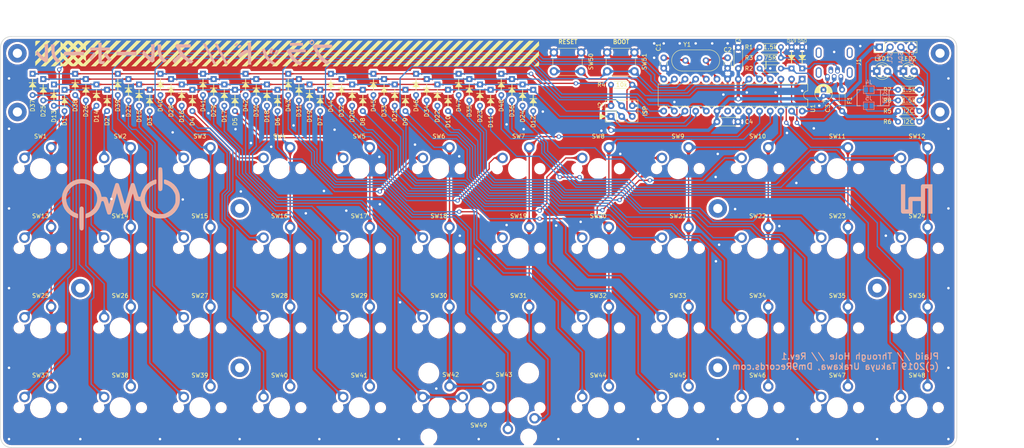
<source format=kicad_pcb>
(kicad_pcb (version 20171130) (host pcbnew "(5.0.1)-3")
  (layers (0 F.Cu signal) (31 B.Cu signal) (34 B.Paste user) (35 F.Paste user) (36 B.SilkS user) (37 F.SilkS user) (38 B.Mask user) (39 F.Mask user) (44 Edge.Cuts user))
  (net 0 "")
  (net 1 "Net-(C1-Pad1)")
  (net 2 GND)
  (net 3 /ROW0)
  (net 4 "Net-(D3-Pad2)")
  (net 5 "Net-(D4-Pad2)")
  (net 6 "Net-(D5-Pad2)")
  (net 7 "Net-(D6-Pad2)")
  (net 8 "Net-(D7-Pad2)")
  (net 9 "Net-(D8-Pad2)")
  (net 10 "Net-(D9-Pad2)")
  (net 11 "Net-(D10-Pad2)")
  (net 12 "Net-(D11-Pad2)")
  (net 13 "Net-(D12-Pad2)")
  (net 14 /ROW1)
  (net 15 "Net-(D13-Pad2)")
  (net 16 "Net-(D14-Pad2)")
  (net 17 "Net-(D15-Pad2)")
  (net 18 "Net-(D16-Pad2)")
  (net 19 "Net-(D17-Pad2)")
  (net 20 "Net-(D18-Pad2)")
  (net 21 "Net-(D19-Pad2)")
  (net 22 "Net-(D20-Pad2)")
  (net 23 "Net-(D21-Pad2)")
  (net 24 "Net-(D22-Pad2)")
  (net 25 "Net-(D23-Pad2)")
  (net 26 "Net-(D24-Pad2)")
  (net 27 "Net-(D25-Pad2)")
  (net 28 /ROW2)
  (net 29 "Net-(D26-Pad2)")
  (net 30 "Net-(D27-Pad2)")
  (net 31 "Net-(D28-Pad2)")
  (net 32 "Net-(D29-Pad2)")
  (net 33 "Net-(D30-Pad2)")
  (net 34 "Net-(D31-Pad2)")
  (net 35 "Net-(D32-Pad2)")
  (net 36 "Net-(D33-Pad2)")
  (net 37 "Net-(D34-Pad2)")
  (net 38 "Net-(D35-Pad2)")
  (net 39 "Net-(D36-Pad2)")
  (net 40 "Net-(D37-Pad2)")
  (net 41 "Net-(D38-Pad2)")
  (net 42 "Net-(D39-Pad2)")
  (net 43 "Net-(D40-Pad2)")
  (net 44 "Net-(D41-Pad2)")
  (net 45 "Net-(D42-Pad2)")
  (net 46 "Net-(D43-Pad2)")
  (net 47 "Net-(D44-Pad2)")
  (net 48 "Net-(D45-Pad2)")
  (net 49 "Net-(D46-Pad2)")
  (net 50 "Net-(D47-Pad2)")
  (net 51 "Net-(D48-Pad2)")
  (net 52 /USB_D+)
  (net 53 /USB_D-)
  (net 54 /RESET)
  (net 55 /COL0)
  (net 56 /COL1)
  (net 57 /COL2)
  (net 58 /COL3)
  (net 59 /COL4)
  (net 60 /COL5)
  (net 61 /COL6)
  (net 62 /COL7)
  (net 63 /COL8)
  (net 64 /COL9)
  (net 65 /COL10)
  (net 66 /COL11)
  (net 67 "Net-(C2-Pad1)")
  (net 68 +5V)
  (net 69 "Net-(F1-Pad1)")
  (net 70 "Net-(D1-Pad2)")
  (net 71 "Net-(D2-Pad2)")
  (net 72 "Net-(D49-Pad1)")
  (net 73 "Net-(D50-Pad1)")
  (net 74 /i2c_SCL)
  (net 75 /i2c_SDA)
  (net 76 "Net-(J4-Pad1)")
  (net 77 "Net-(J5-Pad1)")
  (net 78 "Net-(LED1-Pad2)")
  (net 79 "Net-(LED2-Pad2)")
  (net 80 /ROW3)
  (module Capacitors_THT:CP_Radial_D4.0mm_P1.50mm (layer F.Cu) (at 246.215 64.2 90)
    (fp_text reference C3 (at -2.945 1.016 90) (layer F.SilkS))
    (fp_text value 10u)
    (pad 2 thru_hole rect (at 1.5 0 90) (size 1.2 1.2) (drill 0.6) (layers *.Cu *.Mask) (net 2 GND))
    (pad 1 thru_hole circle (at 0 0 90) (size 1.2 1.2) (drill 0.6) (layers *.Cu *.Mask) (net 68 +5V))
  )
  (module SMKJP:SW_Cherry_MX1A_1.00u_PCB (layer F.Cu) (at 173.5 138.5 180)
    (fp_text reference SW43 (at 3.485 7.855 180) (layer F.SilkS))
    (fp_text value SW_Push hide)
    (pad 2 thru_hole circle (at 2.54 -5.08 180) (size 2.5 2.5) (drill 1.5) (layers *.Cu *.Mask) (net 46 "Net-(D43-Pad2)"))
    (pad 1 thru_hole circle (at -3.81 -2.54 180) (size 2.5 2.5) (drill 1.5) (layers *.Cu *.Mask) (net 61 /COL6))
    (pad "" np_thru_hole circle (at 0 0 180) (size 4 4) (drill 4) (layers *.Cu *.Mask))
    (pad "" np_thru_hole circle (at -5.08 0 180) (size 1.7 1.7) (drill 1.7) (layers *.Cu *.Mask))
  )
  (module SMKJP:SW_Cherry_MX1A_1.00u_PCB (layer F.Cu) (at 154.5 138.5)
    (fp_text reference SW42 (at 2.815 -7.855) (layer F.SilkS))
    (fp_text value SW_Push hide)
    (pad 2 thru_hole circle (at 2.54 -5.08) (size 2.5 2.5) (drill 1.5) (layers *.Cu *.Mask) (net 60 /COL5))
    (pad 1 thru_hole circle (at -3.81 -2.54) (size 2.5 2.5) (drill 1.5) (layers *.Cu *.Mask) (net 45 "Net-(D42-Pad2)"))
    (pad "" np_thru_hole circle (at 0 0) (size 4 4) (drill 4) (layers *.Cu *.Mask))
    (pad "" np_thru_hole circle (at -5.08 0) (size 1.7 1.7) (drill 1.7) (layers *.Cu *.Mask))
  )
  (module SMKJP:SW_Cherry_MX1A_2.0U_PCB_universal_center (layer F.Cu) (at 164 138.5)
    (fp_text reference SW49 (at 0 4.21) (layer F.SilkS))
    (fp_text value SW_Push hide)
    (pad "" np_thru_hole oval (at 4.75 0) (size 2.36 1.7) (drill oval 2.36 1.7) (layers *.Cu *.Mask))
    (pad "" np_thru_hole oval (at -4.75 0) (size 2.36 1.7) (drill oval 2.36 1.7) (layers *.Cu *.Mask))
    (pad "" np_thru_hole circle (at 0 0) (size 4 4) (drill 4) (layers *.Cu *.Mask))
    (pad 1 thru_hole circle (at -3.81 -2.54) (size 2.5 2.5) (drill 1.5) (layers *.Cu *.Mask) (net 45 "Net-(D42-Pad2)"))
    (pad 2 thru_hole circle (at 2.54 -5.08) (size 2.5 2.5) (drill 1.5) (layers *.Cu *.Mask) (net 60 /COL5))
  )
  (module Capacitors_THT:C_Disc_D4.3mm_W1.9mm_P5.00mm (layer F.Cu) (at 225.895 57.62 90)
    (fp_text reference C5 (at 6.604 0 180) (layer F.SilkS) (effects (font (size 0.8 0.8) (thickness 0.1))))
    (fp_text value 100n)
    (pad 1 thru_hole circle (at 0 0 90) (size 1.6 1.6) (drill 0.8) (layers *.Cu *.Mask) (net 68 +5V))
    (pad 2 thru_hole circle (at 5 0 90) (size 1.6 1.6) (drill 0.8) (layers *.Cu *.Mask) (net 2 GND))
  )
  (module Capacitors_THT:C_Disc_D4.3mm_W1.9mm_P5.00mm (layer F.Cu) (at 220.815 70.32)
    (fp_text reference C4 (at 7.62 0) (layer F.SilkS))
    (fp_text value 100n)
    (pad 1 thru_hole circle (at 0 0) (size 1.6 1.6) (drill 0.8) (layers *.Cu *.Mask) (net 68 +5V))
    (pad 2 thru_hole circle (at 5 0) (size 1.6 1.6) (drill 0.8) (layers *.Cu *.Mask) (net 2 GND))
  )
  (module SMKJP:SW_Cherry_MX1A_1.00u_PCB (layer F.Cu) (at 249.5 81.5)
    (fp_text reference SW11 (at 0 -7.7) (layer F.SilkS))
    (fp_text value SW_Push hide)
    (pad 2 thru_hole circle (at 2.54 -5.08) (size 2.5 2.5) (drill 1.5) (layers *.Cu *.Mask) (net 65 /COL10))
    (pad 1 thru_hole circle (at -3.81 -2.54) (size 2.5 2.5) (drill 1.5) (layers *.Cu *.Mask) (net 12 "Net-(D11-Pad2)"))
    (pad "" np_thru_hole circle (at 0 0) (size 4 4) (drill 4) (layers *.Cu *.Mask))
    (pad "" np_thru_hole circle (at -5.08 0) (size 1.7 1.7) (drill 1.7) (layers *.Cu *.Mask))
    (pad "" np_thru_hole circle (at 5.08 0) (size 1.7 1.7) (drill 1.7) (layers *.Cu *.Mask))
  )
  (module SMKJP:SW_Cherry_MX1A_1.00u_PCB (layer F.Cu) (at 173.5 100.5)
    (fp_text reference SW19 (at 0 -7.7) (layer F.SilkS))
    (fp_text value SW_Push hide)
    (pad 2 thru_hole circle (at 2.54 -5.08) (size 2.5 2.5) (drill 1.5) (layers *.Cu *.Mask) (net 61 /COL6))
    (pad 1 thru_hole circle (at -3.81 -2.54) (size 2.5 2.5) (drill 1.5) (layers *.Cu *.Mask) (net 21 "Net-(D19-Pad2)"))
    (pad "" np_thru_hole circle (at 0 0) (size 4 4) (drill 4) (layers *.Cu *.Mask))
    (pad "" np_thru_hole circle (at -5.08 0) (size 1.7 1.7) (drill 1.7) (layers *.Cu *.Mask))
    (pad "" np_thru_hole circle (at 5.08 0) (size 1.7 1.7) (drill 1.7) (layers *.Cu *.Mask))
  )
  (module SMKJP:SW_Cherry_MX1A_1.00u_PCB (layer F.Cu) (at 192.5 81.5)
    (fp_text reference SW8 (at 0 -7.7) (layer F.SilkS))
    (fp_text value SW_Push hide)
    (pad 2 thru_hole circle (at 2.54 -5.08) (size 2.5 2.5) (drill 1.5) (layers *.Cu *.Mask) (net 62 /COL7))
    (pad 1 thru_hole circle (at -3.81 -2.54) (size 2.5 2.5) (drill 1.5) (layers *.Cu *.Mask) (net 9 "Net-(D8-Pad2)"))
    (pad "" np_thru_hole circle (at 0 0) (size 4 4) (drill 4) (layers *.Cu *.Mask))
    (pad "" np_thru_hole circle (at -5.08 0) (size 1.7 1.7) (drill 1.7) (layers *.Cu *.Mask))
    (pad "" np_thru_hole circle (at 5.08 0) (size 1.7 1.7) (drill 1.7) (layers *.Cu *.Mask))
  )
  (module SMKJP:SW_Cherry_MX1A_1.00u_PCB (layer F.Cu) (at 211.5 81.5)
    (fp_text reference SW9 (at 0 -7.7) (layer F.SilkS))
    (fp_text value SW_Push hide)
    (pad 2 thru_hole circle (at 2.54 -5.08) (size 2.5 2.5) (drill 1.5) (layers *.Cu *.Mask) (net 63 /COL8))
    (pad 1 thru_hole circle (at -3.81 -2.54) (size 2.5 2.5) (drill 1.5) (layers *.Cu *.Mask) (net 10 "Net-(D9-Pad2)"))
    (pad "" np_thru_hole circle (at 0 0) (size 4 4) (drill 4) (layers *.Cu *.Mask))
    (pad "" np_thru_hole circle (at -5.08 0) (size 1.7 1.7) (drill 1.7) (layers *.Cu *.Mask))
    (pad "" np_thru_hole circle (at 5.08 0) (size 1.7 1.7) (drill 1.7) (layers *.Cu *.Mask))
  )
  (module SMKJP:SW_Cherry_MX1A_1.00u_PCB (layer F.Cu) (at 173.5 81.5)
    (fp_text reference SW7 (at 0 -7.7) (layer F.SilkS))
    (fp_text value SW_Push hide)
    (pad 2 thru_hole circle (at 2.54 -5.08) (size 2.5 2.5) (drill 1.5) (layers *.Cu *.Mask) (net 61 /COL6))
    (pad 1 thru_hole circle (at -3.81 -2.54) (size 2.5 2.5) (drill 1.5) (layers *.Cu *.Mask) (net 8 "Net-(D7-Pad2)"))
    (pad "" np_thru_hole circle (at 0 0) (size 4 4) (drill 4) (layers *.Cu *.Mask))
    (pad "" np_thru_hole circle (at -5.08 0) (size 1.7 1.7) (drill 1.7) (layers *.Cu *.Mask))
    (pad "" np_thru_hole circle (at 5.08 0) (size 1.7 1.7) (drill 1.7) (layers *.Cu *.Mask))
  )
  (module SMKJP:SW_Cherry_MX1A_1.00u_PCB (layer F.Cu) (at 78.5 81.5)
    (fp_text reference SW2 (at 0 -7.7) (layer F.SilkS))
    (fp_text value SW_Push hide)
    (pad 2 thru_hole circle (at 2.54 -5.08) (size 2.5 2.5) (drill 1.5) (layers *.Cu *.Mask) (net 56 /COL1))
    (pad 1 thru_hole circle (at -3.81 -2.54) (size 2.5 2.5) (drill 1.5) (layers *.Cu *.Mask) (net 71 "Net-(D2-Pad2)"))
    (pad "" np_thru_hole circle (at 0 0) (size 4 4) (drill 4) (layers *.Cu *.Mask))
    (pad "" np_thru_hole circle (at -5.08 0) (size 1.7 1.7) (drill 1.7) (layers *.Cu *.Mask))
    (pad "" np_thru_hole circle (at 5.08 0) (size 1.7 1.7) (drill 1.7) (layers *.Cu *.Mask))
  )
  (module SMKJP:SW_Cherry_MX1A_1.00u_PCB (layer F.Cu) (at 116.5 138.5)
    (fp_text reference SW40 (at 0 -7.7) (layer F.SilkS))
    (fp_text value SW_Push hide)
    (pad 2 thru_hole circle (at 2.54 -5.08) (size 2.5 2.5) (drill 1.5) (layers *.Cu *.Mask) (net 58 /COL3))
    (pad 1 thru_hole circle (at -3.81 -2.54) (size 2.5 2.5) (drill 1.5) (layers *.Cu *.Mask) (net 43 "Net-(D40-Pad2)"))
    (pad "" np_thru_hole circle (at 0 0) (size 4 4) (drill 4) (layers *.Cu *.Mask))
    (pad "" np_thru_hole circle (at -5.08 0) (size 1.7 1.7) (drill 1.7) (layers *.Cu *.Mask))
    (pad "" np_thru_hole circle (at 5.08 0) (size 1.7 1.7) (drill 1.7) (layers *.Cu *.Mask))
  )
  (module SMKJP:SW_Cherry_MX1A_1.00u_PCB (layer F.Cu) (at 116.5 119.5)
    (fp_text reference SW28 (at 0 -7.7) (layer F.SilkS))
    (fp_text value SW_Push hide)
    (pad 2 thru_hole circle (at 2.54 -5.08) (size 2.5 2.5) (drill 1.5) (layers *.Cu *.Mask) (net 58 /COL3))
    (pad 1 thru_hole circle (at -3.81 -2.54) (size 2.5 2.5) (drill 1.5) (layers *.Cu *.Mask) (net 31 "Net-(D28-Pad2)"))
    (pad "" np_thru_hole circle (at 0 0) (size 4 4) (drill 4) (layers *.Cu *.Mask))
    (pad "" np_thru_hole circle (at -5.08 0) (size 1.7 1.7) (drill 1.7) (layers *.Cu *.Mask))
    (pad "" np_thru_hole circle (at 5.08 0) (size 1.7 1.7) (drill 1.7) (layers *.Cu *.Mask))
  )
  (module SMKJP:SW_Cherry_MX1A_1.00u_PCB (layer F.Cu) (at 59.5 81.5)
    (fp_text reference SW1 (at 0 -7.7) (layer F.SilkS))
    (fp_text value SW_Push hide)
    (pad 2 thru_hole circle (at 2.54 -5.08) (size 2.5 2.5) (drill 1.5) (layers *.Cu *.Mask) (net 55 /COL0))
    (pad 1 thru_hole circle (at -3.81 -2.54) (size 2.5 2.5) (drill 1.5) (layers *.Cu *.Mask) (net 70 "Net-(D1-Pad2)"))
    (pad "" np_thru_hole circle (at 0 0) (size 4 4) (drill 4) (layers *.Cu *.Mask))
    (pad "" np_thru_hole circle (at -5.08 0) (size 1.7 1.7) (drill 1.7) (layers *.Cu *.Mask))
    (pad "" np_thru_hole circle (at 5.08 0) (size 1.7 1.7) (drill 1.7) (layers *.Cu *.Mask))
  )
  (module SMKJP:SW_Cherry_MX1A_1.00u_PCB (layer F.Cu) (at 97.5 81.5)
    (fp_text reference SW3 (at 0 -7.7) (layer F.SilkS))
    (fp_text value SW_Push hide)
    (pad 2 thru_hole circle (at 2.54 -5.08) (size 2.5 2.5) (drill 1.5) (layers *.Cu *.Mask) (net 57 /COL2))
    (pad 1 thru_hole circle (at -3.81 -2.54) (size 2.5 2.5) (drill 1.5) (layers *.Cu *.Mask) (net 4 "Net-(D3-Pad2)"))
    (pad "" np_thru_hole circle (at 0 0) (size 4 4) (drill 4) (layers *.Cu *.Mask))
    (pad "" np_thru_hole circle (at -5.08 0) (size 1.7 1.7) (drill 1.7) (layers *.Cu *.Mask))
    (pad "" np_thru_hole circle (at 5.08 0) (size 1.7 1.7) (drill 1.7) (layers *.Cu *.Mask))
  )
  (module SMKJP:SW_Cherry_MX1A_1.00u_PCB (layer F.Cu) (at 116.5 81.5)
    (fp_text reference SW4 (at 0 -7.7) (layer F.SilkS))
    (fp_text value SW_Push hide)
    (pad 2 thru_hole circle (at 2.54 -5.08) (size 2.5 2.5) (drill 1.5) (layers *.Cu *.Mask) (net 58 /COL3))
    (pad 1 thru_hole circle (at -3.81 -2.54) (size 2.5 2.5) (drill 1.5) (layers *.Cu *.Mask) (net 5 "Net-(D4-Pad2)"))
    (pad "" np_thru_hole circle (at 0 0) (size 4 4) (drill 4) (layers *.Cu *.Mask))
    (pad "" np_thru_hole circle (at -5.08 0) (size 1.7 1.7) (drill 1.7) (layers *.Cu *.Mask))
    (pad "" np_thru_hole circle (at 5.08 0) (size 1.7 1.7) (drill 1.7) (layers *.Cu *.Mask))
  )
  (module SMKJP:SW_Cherry_MX1A_1.00u_PCB (layer F.Cu) (at 135.5 81.5)
    (fp_text reference SW5 (at 0 -7.7) (layer F.SilkS))
    (fp_text value SW_Push hide)
    (pad 2 thru_hole circle (at 2.54 -5.08) (size 2.5 2.5) (drill 1.5) (layers *.Cu *.Mask) (net 59 /COL4))
    (pad 1 thru_hole circle (at -3.81 -2.54) (size 2.5 2.5) (drill 1.5) (layers *.Cu *.Mask) (net 6 "Net-(D5-Pad2)"))
    (pad "" np_thru_hole circle (at 0 0) (size 4 4) (drill 4) (layers *.Cu *.Mask))
    (pad "" np_thru_hole circle (at -5.08 0) (size 1.7 1.7) (drill 1.7) (layers *.Cu *.Mask))
    (pad "" np_thru_hole circle (at 5.08 0) (size 1.7 1.7) (drill 1.7) (layers *.Cu *.Mask))
  )
  (module SMKJP:SW_Cherry_MX1A_1.00u_PCB (layer F.Cu) (at 154.5 81.5)
    (fp_text reference SW6 (at 0 -7.7) (layer F.SilkS))
    (fp_text value SW_Push hide)
    (pad 2 thru_hole circle (at 2.54 -5.08) (size 2.5 2.5) (drill 1.5) (layers *.Cu *.Mask) (net 60 /COL5))
    (pad 1 thru_hole circle (at -3.81 -2.54) (size 2.5 2.5) (drill 1.5) (layers *.Cu *.Mask) (net 7 "Net-(D6-Pad2)"))
    (pad "" np_thru_hole circle (at 0 0) (size 4 4) (drill 4) (layers *.Cu *.Mask))
    (pad "" np_thru_hole circle (at -5.08 0) (size 1.7 1.7) (drill 1.7) (layers *.Cu *.Mask))
    (pad "" np_thru_hole circle (at 5.08 0) (size 1.7 1.7) (drill 1.7) (layers *.Cu *.Mask))
  )
  (module SMKJP:SW_Cherry_MX1A_1.00u_PCB (layer F.Cu) (at 230.5 81.5)
    (fp_text reference SW10 (at 0 -7.7) (layer F.SilkS))
    (fp_text value SW_Push hide)
    (pad 2 thru_hole circle (at 2.54 -5.08) (size 2.5 2.5) (drill 1.5) (layers *.Cu *.Mask) (net 64 /COL9))
    (pad 1 thru_hole circle (at -3.81 -2.54) (size 2.5 2.5) (drill 1.5) (layers *.Cu *.Mask) (net 11 "Net-(D10-Pad2)"))
    (pad "" np_thru_hole circle (at 0 0) (size 4 4) (drill 4) (layers *.Cu *.Mask))
    (pad "" np_thru_hole circle (at -5.08 0) (size 1.7 1.7) (drill 1.7) (layers *.Cu *.Mask))
    (pad "" np_thru_hole circle (at 5.08 0) (size 1.7 1.7) (drill 1.7) (layers *.Cu *.Mask))
  )
  (module SMKJP:SW_Cherry_MX1A_1.00u_PCB (layer F.Cu) (at 268.5 81.5)
    (fp_text reference SW12 (at 0 -7.7) (layer F.SilkS))
    (fp_text value SW_Push hide)
    (pad 2 thru_hole circle (at 2.54 -5.08) (size 2.5 2.5) (drill 1.5) (layers *.Cu *.Mask) (net 66 /COL11))
    (pad 1 thru_hole circle (at -3.81 -2.54) (size 2.5 2.5) (drill 1.5) (layers *.Cu *.Mask) (net 13 "Net-(D12-Pad2)"))
    (pad "" np_thru_hole circle (at 0 0) (size 4 4) (drill 4) (layers *.Cu *.Mask))
    (pad "" np_thru_hole circle (at -5.08 0) (size 1.7 1.7) (drill 1.7) (layers *.Cu *.Mask))
    (pad "" np_thru_hole circle (at 5.08 0) (size 1.7 1.7) (drill 1.7) (layers *.Cu *.Mask))
  )
  (module SMKJP:SW_Cherry_MX1A_1.00u_PCB (layer F.Cu) (at 59.5 100.5)
    (fp_text reference SW13 (at 0 -7.7) (layer F.SilkS))
    (fp_text value SW_Push hide)
    (pad 2 thru_hole circle (at 2.54 -5.08) (size 2.5 2.5) (drill 1.5) (layers *.Cu *.Mask) (net 55 /COL0))
    (pad 1 thru_hole circle (at -3.81 -2.54) (size 2.5 2.5) (drill 1.5) (layers *.Cu *.Mask) (net 15 "Net-(D13-Pad2)"))
    (pad "" np_thru_hole circle (at 0 0) (size 4 4) (drill 4) (layers *.Cu *.Mask))
    (pad "" np_thru_hole circle (at -5.08 0) (size 1.7 1.7) (drill 1.7) (layers *.Cu *.Mask))
    (pad "" np_thru_hole circle (at 5.08 0) (size 1.7 1.7) (drill 1.7) (layers *.Cu *.Mask))
  )
  (module SMKJP:SW_Cherry_MX1A_1.00u_PCB (layer F.Cu) (at 78.5 100.5)
    (fp_text reference SW14 (at 0 -7.7) (layer F.SilkS))
    (fp_text value SW_Push hide)
    (pad 2 thru_hole circle (at 2.54 -5.08) (size 2.5 2.5) (drill 1.5) (layers *.Cu *.Mask) (net 56 /COL1))
    (pad 1 thru_hole circle (at -3.81 -2.54) (size 2.5 2.5) (drill 1.5) (layers *.Cu *.Mask) (net 16 "Net-(D14-Pad2)"))
    (pad "" np_thru_hole circle (at 0 0) (size 4 4) (drill 4) (layers *.Cu *.Mask))
    (pad "" np_thru_hole circle (at -5.08 0) (size 1.7 1.7) (drill 1.7) (layers *.Cu *.Mask))
    (pad "" np_thru_hole circle (at 5.08 0) (size 1.7 1.7) (drill 1.7) (layers *.Cu *.Mask))
  )
  (module SMKJP:SW_Cherry_MX1A_1.00u_PCB (layer F.Cu) (at 97.5 100.5)
    (fp_text reference SW15 (at 0 -7.7) (layer F.SilkS))
    (fp_text value SW_Push hide)
    (pad 2 thru_hole circle (at 2.54 -5.08) (size 2.5 2.5) (drill 1.5) (layers *.Cu *.Mask) (net 57 /COL2))
    (pad 1 thru_hole circle (at -3.81 -2.54) (size 2.5 2.5) (drill 1.5) (layers *.Cu *.Mask) (net 17 "Net-(D15-Pad2)"))
    (pad "" np_thru_hole circle (at 0 0) (size 4 4) (drill 4) (layers *.Cu *.Mask))
    (pad "" np_thru_hole circle (at -5.08 0) (size 1.7 1.7) (drill 1.7) (layers *.Cu *.Mask))
    (pad "" np_thru_hole circle (at 5.08 0) (size 1.7 1.7) (drill 1.7) (layers *.Cu *.Mask))
  )
  (module SMKJP:SW_Cherry_MX1A_1.00u_PCB (layer F.Cu) (at 116.5 100.5)
    (fp_text reference SW16 (at 0 -7.7) (layer F.SilkS))
    (fp_text value SW_Push hide)
    (pad 2 thru_hole circle (at 2.54 -5.08) (size 2.5 2.5) (drill 1.5) (layers *.Cu *.Mask) (net 58 /COL3))
    (pad 1 thru_hole circle (at -3.81 -2.54) (size 2.5 2.5) (drill 1.5) (layers *.Cu *.Mask) (net 18 "Net-(D16-Pad2)"))
    (pad "" np_thru_hole circle (at 0 0) (size 4 4) (drill 4) (layers *.Cu *.Mask))
    (pad "" np_thru_hole circle (at -5.08 0) (size 1.7 1.7) (drill 1.7) (layers *.Cu *.Mask))
    (pad "" np_thru_hole circle (at 5.08 0) (size 1.7 1.7) (drill 1.7) (layers *.Cu *.Mask))
  )
  (module SMKJP:SW_Cherry_MX1A_1.00u_PCB (layer F.Cu) (at 135.5 100.5)
    (fp_text reference SW17 (at 0 -7.7) (layer F.SilkS))
    (fp_text value SW_Push hide)
    (pad 2 thru_hole circle (at 2.54 -5.08) (size 2.5 2.5) (drill 1.5) (layers *.Cu *.Mask) (net 59 /COL4))
    (pad 1 thru_hole circle (at -3.81 -2.54) (size 2.5 2.5) (drill 1.5) (layers *.Cu *.Mask) (net 19 "Net-(D17-Pad2)"))
    (pad "" np_thru_hole circle (at 0 0) (size 4 4) (drill 4) (layers *.Cu *.Mask))
    (pad "" np_thru_hole circle (at -5.08 0) (size 1.7 1.7) (drill 1.7) (layers *.Cu *.Mask))
    (pad "" np_thru_hole circle (at 5.08 0) (size 1.7 1.7) (drill 1.7) (layers *.Cu *.Mask))
  )
  (module SMKJP:SW_Cherry_MX1A_1.00u_PCB (layer F.Cu) (at 154.5 100.5)
    (fp_text reference SW18 (at 0 -7.7) (layer F.SilkS))
    (fp_text value SW_Push hide)
    (pad 2 thru_hole circle (at 2.54 -5.08) (size 2.5 2.5) (drill 1.5) (layers *.Cu *.Mask) (net 60 /COL5))
    (pad 1 thru_hole circle (at -3.81 -2.54) (size 2.5 2.5) (drill 1.5) (layers *.Cu *.Mask) (net 20 "Net-(D18-Pad2)"))
    (pad "" np_thru_hole circle (at 0 0) (size 4 4) (drill 4) (layers *.Cu *.Mask))
    (pad "" np_thru_hole circle (at -5.08 0) (size 1.7 1.7) (drill 1.7) (layers *.Cu *.Mask))
    (pad "" np_thru_hole circle (at 5.08 0) (size 1.7 1.7) (drill 1.7) (layers *.Cu *.Mask))
  )
  (module SMKJP:SW_Cherry_MX1A_1.00u_PCB (layer F.Cu) (at 192.5 100.5)
    (fp_text reference SW20 (at 0 -7.7) (layer F.SilkS))
    (fp_text value SW_Push hide)
    (pad 2 thru_hole circle (at 2.54 -5.08) (size 2.5 2.5) (drill 1.5) (layers *.Cu *.Mask) (net 62 /COL7))
    (pad 1 thru_hole circle (at -3.81 -2.54) (size 2.5 2.5) (drill 1.5) (layers *.Cu *.Mask) (net 22 "Net-(D20-Pad2)"))
    (pad "" np_thru_hole circle (at 0 0) (size 4 4) (drill 4) (layers *.Cu *.Mask))
    (pad "" np_thru_hole circle (at -5.08 0) (size 1.7 1.7) (drill 1.7) (layers *.Cu *.Mask))
    (pad "" np_thru_hole circle (at 5.08 0) (size 1.7 1.7) (drill 1.7) (layers *.Cu *.Mask))
  )
  (module SMKJP:SW_Cherry_MX1A_1.00u_PCB (layer F.Cu) (at 211.5 100.5)
    (fp_text reference SW21 (at 0 -7.7) (layer F.SilkS))
    (fp_text value SW_Push hide)
    (pad 2 thru_hole circle (at 2.54 -5.08) (size 2.5 2.5) (drill 1.5) (layers *.Cu *.Mask) (net 63 /COL8))
    (pad 1 thru_hole circle (at -3.81 -2.54) (size 2.5 2.5) (drill 1.5) (layers *.Cu *.Mask) (net 23 "Net-(D21-Pad2)"))
    (pad "" np_thru_hole circle (at 0 0) (size 4 4) (drill 4) (layers *.Cu *.Mask))
    (pad "" np_thru_hole circle (at -5.08 0) (size 1.7 1.7) (drill 1.7) (layers *.Cu *.Mask))
    (pad "" np_thru_hole circle (at 5.08 0) (size 1.7 1.7) (drill 1.7) (layers *.Cu *.Mask))
  )
  (module SMKJP:SW_Cherry_MX1A_1.00u_PCB (layer F.Cu) (at 230.5 100.5)
    (fp_text reference SW22 (at 0 -7.7) (layer F.SilkS))
    (fp_text value SW_Push hide)
    (pad 2 thru_hole circle (at 2.54 -5.08) (size 2.5 2.5) (drill 1.5) (layers *.Cu *.Mask) (net 64 /COL9))
    (pad 1 thru_hole circle (at -3.81 -2.54) (size 2.5 2.5) (drill 1.5) (layers *.Cu *.Mask) (net 24 "Net-(D22-Pad2)"))
    (pad "" np_thru_hole circle (at 0 0) (size 4 4) (drill 4) (layers *.Cu *.Mask))
    (pad "" np_thru_hole circle (at -5.08 0) (size 1.7 1.7) (drill 1.7) (layers *.Cu *.Mask))
    (pad "" np_thru_hole circle (at 5.08 0) (size 1.7 1.7) (drill 1.7) (layers *.Cu *.Mask))
  )
  (module SMKJP:SW_Cherry_MX1A_1.00u_PCB (layer F.Cu) (at 249.5 100.5)
    (fp_text reference SW23 (at 0 -7.7) (layer F.SilkS))
    (fp_text value SW_Push hide)
    (pad 2 thru_hole circle (at 2.54 -5.08) (size 2.5 2.5) (drill 1.5) (layers *.Cu *.Mask) (net 65 /COL10))
    (pad 1 thru_hole circle (at -3.81 -2.54) (size 2.5 2.5) (drill 1.5) (layers *.Cu *.Mask) (net 25 "Net-(D23-Pad2)"))
    (pad "" np_thru_hole circle (at 0 0) (size 4 4) (drill 4) (layers *.Cu *.Mask))
    (pad "" np_thru_hole circle (at -5.08 0) (size 1.7 1.7) (drill 1.7) (layers *.Cu *.Mask))
    (pad "" np_thru_hole circle (at 5.08 0) (size 1.7 1.7) (drill 1.7) (layers *.Cu *.Mask))
  )
  (module SMKJP:SW_Cherry_MX1A_1.00u_PCB (layer F.Cu) (at 268.5 100.5)
    (fp_text reference SW24 (at 0 -7.7) (layer F.SilkS))
    (fp_text value SW_Push hide)
    (pad 2 thru_hole circle (at 2.54 -5.08) (size 2.5 2.5) (drill 1.5) (layers *.Cu *.Mask) (net 66 /COL11))
    (pad 1 thru_hole circle (at -3.81 -2.54) (size 2.5 2.5) (drill 1.5) (layers *.Cu *.Mask) (net 26 "Net-(D24-Pad2)"))
    (pad "" np_thru_hole circle (at 0 0) (size 4 4) (drill 4) (layers *.Cu *.Mask))
    (pad "" np_thru_hole circle (at -5.08 0) (size 1.7 1.7) (drill 1.7) (layers *.Cu *.Mask))
    (pad "" np_thru_hole circle (at 5.08 0) (size 1.7 1.7) (drill 1.7) (layers *.Cu *.Mask))
  )
  (module SMKJP:SW_Cherry_MX1A_1.00u_PCB (layer F.Cu) (at 59.5 119.5)
    (fp_text reference SW25 (at 0 -7.7) (layer F.SilkS))
    (fp_text value SW_Push hide)
    (pad 2 thru_hole circle (at 2.54 -5.08) (size 2.5 2.5) (drill 1.5) (layers *.Cu *.Mask) (net 55 /COL0))
    (pad 1 thru_hole circle (at -3.81 -2.54) (size 2.5 2.5) (drill 1.5) (layers *.Cu *.Mask) (net 27 "Net-(D25-Pad2)"))
    (pad "" np_thru_hole circle (at 0 0) (size 4 4) (drill 4) (layers *.Cu *.Mask))
    (pad "" np_thru_hole circle (at -5.08 0) (size 1.7 1.7) (drill 1.7) (layers *.Cu *.Mask))
    (pad "" np_thru_hole circle (at 5.08 0) (size 1.7 1.7) (drill 1.7) (layers *.Cu *.Mask))
  )
  (module SMKJP:SW_Cherry_MX1A_1.00u_PCB (layer F.Cu) (at 78.5 119.5)
    (fp_text reference SW26 (at 0 -7.7) (layer F.SilkS))
    (fp_text value SW_Push hide)
    (pad 2 thru_hole circle (at 2.54 -5.08) (size 2.5 2.5) (drill 1.5) (layers *.Cu *.Mask) (net 56 /COL1))
    (pad 1 thru_hole circle (at -3.81 -2.54) (size 2.5 2.5) (drill 1.5) (layers *.Cu *.Mask) (net 29 "Net-(D26-Pad2)"))
    (pad "" np_thru_hole circle (at 0 0) (size 4 4) (drill 4) (layers *.Cu *.Mask))
    (pad "" np_thru_hole circle (at -5.08 0) (size 1.7 1.7) (drill 1.7) (layers *.Cu *.Mask))
    (pad "" np_thru_hole circle (at 5.08 0) (size 1.7 1.7) (drill 1.7) (layers *.Cu *.Mask))
  )
  (module SMKJP:SW_Cherry_MX1A_1.00u_PCB (layer F.Cu) (at 97.5 119.5)
    (fp_text reference SW27 (at 0 -7.7) (layer F.SilkS))
    (fp_text value SW_Push hide)
    (pad 2 thru_hole circle (at 2.54 -5.08) (size 2.5 2.5) (drill 1.5) (layers *.Cu *.Mask) (net 57 /COL2))
    (pad 1 thru_hole circle (at -3.81 -2.54) (size 2.5 2.5) (drill 1.5) (layers *.Cu *.Mask) (net 30 "Net-(D27-Pad2)"))
    (pad "" np_thru_hole circle (at 0 0) (size 4 4) (drill 4) (layers *.Cu *.Mask))
    (pad "" np_thru_hole circle (at -5.08 0) (size 1.7 1.7) (drill 1.7) (layers *.Cu *.Mask))
    (pad "" np_thru_hole circle (at 5.08 0) (size 1.7 1.7) (drill 1.7) (layers *.Cu *.Mask))
  )
  (module SMKJP:SW_Cherry_MX1A_1.00u_PCB (layer F.Cu) (at 135.5 119.5)
    (fp_text reference SW29 (at 0 -7.7) (layer F.SilkS))
    (fp_text value SW_Push hide)
    (pad 2 thru_hole circle (at 2.54 -5.08) (size 2.5 2.5) (drill 1.5) (layers *.Cu *.Mask) (net 59 /COL4))
    (pad 1 thru_hole circle (at -3.81 -2.54) (size 2.5 2.5) (drill 1.5) (layers *.Cu *.Mask) (net 32 "Net-(D29-Pad2)"))
    (pad "" np_thru_hole circle (at 0 0) (size 4 4) (drill 4) (layers *.Cu *.Mask))
    (pad "" np_thru_hole circle (at -5.08 0) (size 1.7 1.7) (drill 1.7) (layers *.Cu *.Mask))
    (pad "" np_thru_hole circle (at 5.08 0) (size 1.7 1.7) (drill 1.7) (layers *.Cu *.Mask))
  )
  (module SMKJP:SW_Cherry_MX1A_1.00u_PCB (layer F.Cu) (at 154.5 119.5)
    (fp_text reference SW30 (at 0 -7.7) (layer F.SilkS))
    (fp_text value SW_Push hide)
    (pad 2 thru_hole circle (at 2.54 -5.08) (size 2.5 2.5) (drill 1.5) (layers *.Cu *.Mask) (net 60 /COL5))
    (pad 1 thru_hole circle (at -3.81 -2.54) (size 2.5 2.5) (drill 1.5) (layers *.Cu *.Mask) (net 33 "Net-(D30-Pad2)"))
    (pad "" np_thru_hole circle (at 0 0) (size 4 4) (drill 4) (layers *.Cu *.Mask))
    (pad "" np_thru_hole circle (at -5.08 0) (size 1.7 1.7) (drill 1.7) (layers *.Cu *.Mask))
    (pad "" np_thru_hole circle (at 5.08 0) (size 1.7 1.7) (drill 1.7) (layers *.Cu *.Mask))
  )
  (module SMKJP:SW_Cherry_MX1A_1.00u_PCB (layer F.Cu) (at 173.5 119.5)
    (fp_text reference SW31 (at 0 -7.7) (layer F.SilkS))
    (fp_text value SW_Push hide)
    (pad 2 thru_hole circle (at 2.54 -5.08) (size 2.5 2.5) (drill 1.5) (layers *.Cu *.Mask) (net 61 /COL6))
    (pad 1 thru_hole circle (at -3.81 -2.54) (size 2.5 2.5) (drill 1.5) (layers *.Cu *.Mask) (net 34 "Net-(D31-Pad2)"))
    (pad "" np_thru_hole circle (at 0 0) (size 4 4) (drill 4) (layers *.Cu *.Mask))
    (pad "" np_thru_hole circle (at -5.08 0) (size 1.7 1.7) (drill 1.7) (layers *.Cu *.Mask))
    (pad "" np_thru_hole circle (at 5.08 0) (size 1.7 1.7) (drill 1.7) (layers *.Cu *.Mask))
  )
  (module SMKJP:SW_Cherry_MX1A_1.00u_PCB (layer F.Cu) (at 192.5 119.5)
    (fp_text reference SW32 (at 0 -7.7) (layer F.SilkS))
    (fp_text value SW_Push hide)
    (pad 2 thru_hole circle (at 2.54 -5.08) (size 2.5 2.5) (drill 1.5) (layers *.Cu *.Mask) (net 62 /COL7))
    (pad 1 thru_hole circle (at -3.81 -2.54) (size 2.5 2.5) (drill 1.5) (layers *.Cu *.Mask) (net 35 "Net-(D32-Pad2)"))
    (pad "" np_thru_hole circle (at 0 0) (size 4 4) (drill 4) (layers *.Cu *.Mask))
    (pad "" np_thru_hole circle (at -5.08 0) (size 1.7 1.7) (drill 1.7) (layers *.Cu *.Mask))
    (pad "" np_thru_hole circle (at 5.08 0) (size 1.7 1.7) (drill 1.7) (layers *.Cu *.Mask))
  )
  (module SMKJP:SW_Cherry_MX1A_1.00u_PCB (layer F.Cu) (at 211.5 119.5)
    (fp_text reference SW33 (at 0 -7.7) (layer F.SilkS))
    (fp_text value SW_Push hide)
    (pad 2 thru_hole circle (at 2.54 -5.08) (size 2.5 2.5) (drill 1.5) (layers *.Cu *.Mask) (net 63 /COL8))
    (pad 1 thru_hole circle (at -3.81 -2.54) (size 2.5 2.5) (drill 1.5) (layers *.Cu *.Mask) (net 36 "Net-(D33-Pad2)"))
    (pad "" np_thru_hole circle (at 0 0) (size 4 4) (drill 4) (layers *.Cu *.Mask))
    (pad "" np_thru_hole circle (at -5.08 0) (size 1.7 1.7) (drill 1.7) (layers *.Cu *.Mask))
    (pad "" np_thru_hole circle (at 5.08 0) (size 1.7 1.7) (drill 1.7) (layers *.Cu *.Mask))
  )
  (module SMKJP:SW_Cherry_MX1A_1.00u_PCB (layer F.Cu) (at 230.5 119.5)
    (fp_text reference SW34 (at 0 -7.7) (layer F.SilkS))
    (fp_text value SW_Push hide)
    (pad 2 thru_hole circle (at 2.54 -5.08) (size 2.5 2.5) (drill 1.5) (layers *.Cu *.Mask) (net 64 /COL9))
    (pad 1 thru_hole circle (at -3.81 -2.54) (size 2.5 2.5) (drill 1.5) (layers *.Cu *.Mask) (net 37 "Net-(D34-Pad2)"))
    (pad "" np_thru_hole circle (at 0 0) (size 4 4) (drill 4) (layers *.Cu *.Mask))
    (pad "" np_thru_hole circle (at -5.08 0) (size 1.7 1.7) (drill 1.7) (layers *.Cu *.Mask))
    (pad "" np_thru_hole circle (at 5.08 0) (size 1.7 1.7) (drill 1.7) (layers *.Cu *.Mask))
  )
  (module SMKJP:SW_Cherry_MX1A_1.00u_PCB (layer F.Cu) (at 249.5 119.5)
    (fp_text reference SW35 (at 0 -7.7) (layer F.SilkS))
    (fp_text value SW_Push hide)
    (pad 2 thru_hole circle (at 2.54 -5.08) (size 2.5 2.5) (drill 1.5) (layers *.Cu *.Mask) (net 65 /COL10))
    (pad 1 thru_hole circle (at -3.81 -2.54) (size 2.5 2.5) (drill 1.5) (layers *.Cu *.Mask) (net 38 "Net-(D35-Pad2)"))
    (pad "" np_thru_hole circle (at 0 0) (size 4 4) (drill 4) (layers *.Cu *.Mask))
    (pad "" np_thru_hole circle (at -5.08 0) (size 1.7 1.7) (drill 1.7) (layers *.Cu *.Mask))
    (pad "" np_thru_hole circle (at 5.08 0) (size 1.7 1.7) (drill 1.7) (layers *.Cu *.Mask))
  )
  (module SMKJP:SW_Cherry_MX1A_1.00u_PCB (layer F.Cu) (at 268.5 119.5)
    (fp_text reference SW36 (at 0 -7.7) (layer F.SilkS))
    (fp_text value SW_Push hide)
    (pad 2 thru_hole circle (at 2.54 -5.08) (size 2.5 2.5) (drill 1.5) (layers *.Cu *.Mask) (net 66 /COL11))
    (pad 1 thru_hole circle (at -3.81 -2.54) (size 2.5 2.5) (drill 1.5) (layers *.Cu *.Mask) (net 39 "Net-(D36-Pad2)"))
    (pad "" np_thru_hole circle (at 0 0) (size 4 4) (drill 4) (layers *.Cu *.Mask))
    (pad "" np_thru_hole circle (at -5.08 0) (size 1.7 1.7) (drill 1.7) (layers *.Cu *.Mask))
    (pad "" np_thru_hole circle (at 5.08 0) (size 1.7 1.7) (drill 1.7) (layers *.Cu *.Mask))
  )
  (module SMKJP:SW_Cherry_MX1A_1.00u_PCB (layer F.Cu) (at 59.5 138.5)
    (fp_text reference SW37 (at 0 -7.7) (layer F.SilkS))
    (fp_text value SW_Push hide)
    (pad 2 thru_hole circle (at 2.54 -5.08) (size 2.5 2.5) (drill 1.5) (layers *.Cu *.Mask) (net 55 /COL0))
    (pad 1 thru_hole circle (at -3.81 -2.54) (size 2.5 2.5) (drill 1.5) (layers *.Cu *.Mask) (net 40 "Net-(D37-Pad2)"))
    (pad "" np_thru_hole circle (at 0 0) (size 4 4) (drill 4) (layers *.Cu *.Mask))
    (pad "" np_thru_hole circle (at -5.08 0) (size 1.7 1.7) (drill 1.7) (layers *.Cu *.Mask))
    (pad "" np_thru_hole circle (at 5.08 0) (size 1.7 1.7) (drill 1.7) (layers *.Cu *.Mask))
  )
  (module SMKJP:SW_Cherry_MX1A_1.00u_PCB (layer F.Cu) (at 78.5 138.5)
    (fp_text reference SW38 (at 0 -7.7) (layer F.SilkS))
    (fp_text value SW_Push hide)
    (pad 2 thru_hole circle (at 2.54 -5.08) (size 2.5 2.5) (drill 1.5) (layers *.Cu *.Mask) (net 56 /COL1))
    (pad 1 thru_hole circle (at -3.81 -2.54) (size 2.5 2.5) (drill 1.5) (layers *.Cu *.Mask) (net 41 "Net-(D38-Pad2)"))
    (pad "" np_thru_hole circle (at 0 0) (size 4 4) (drill 4) (layers *.Cu *.Mask))
    (pad "" np_thru_hole circle (at -5.08 0) (size 1.7 1.7) (drill 1.7) (layers *.Cu *.Mask))
    (pad "" np_thru_hole circle (at 5.08 0) (size 1.7 1.7) (drill 1.7) (layers *.Cu *.Mask))
  )
  (module SMKJP:SW_Cherry_MX1A_1.00u_PCB (layer F.Cu) (at 97.5 138.5)
    (fp_text reference SW39 (at 0 -7.7) (layer F.SilkS))
    (fp_text value SW_Push hide)
    (pad 2 thru_hole circle (at 2.54 -5.08) (size 2.5 2.5) (drill 1.5) (layers *.Cu *.Mask) (net 57 /COL2))
    (pad 1 thru_hole circle (at -3.81 -2.54) (size 2.5 2.5) (drill 1.5) (layers *.Cu *.Mask) (net 42 "Net-(D39-Pad2)"))
    (pad "" np_thru_hole circle (at 0 0) (size 4 4) (drill 4) (layers *.Cu *.Mask))
    (pad "" np_thru_hole circle (at -5.08 0) (size 1.7 1.7) (drill 1.7) (layers *.Cu *.Mask))
    (pad "" np_thru_hole circle (at 5.08 0) (size 1.7 1.7) (drill 1.7) (layers *.Cu *.Mask))
  )
  (module SMKJP:SW_Cherry_MX1A_1.00u_PCB (layer F.Cu) (at 135.5 138.5)
    (fp_text reference SW41 (at 0 -7.7) (layer F.SilkS))
    (fp_text value SW_Push hide)
    (pad 2 thru_hole circle (at 2.54 -5.08) (size 2.5 2.5) (drill 1.5) (layers *.Cu *.Mask) (net 59 /COL4))
    (pad 1 thru_hole circle (at -3.81 -2.54) (size 2.5 2.5) (drill 1.5) (layers *.Cu *.Mask) (net 44 "Net-(D41-Pad2)"))
    (pad "" np_thru_hole circle (at 0 0) (size 4 4) (drill 4) (layers *.Cu *.Mask))
    (pad "" np_thru_hole circle (at -5.08 0) (size 1.7 1.7) (drill 1.7) (layers *.Cu *.Mask))
    (pad "" np_thru_hole circle (at 5.08 0) (size 1.7 1.7) (drill 1.7) (layers *.Cu *.Mask))
  )
  (module SMKJP:SW_Cherry_MX1A_1.00u_PCB (layer F.Cu) (at 192.5 138.5)
    (fp_text reference SW44 (at 0 -7.7) (layer F.SilkS))
    (fp_text value SW_Push hide)
    (pad 2 thru_hole circle (at 2.54 -5.08) (size 2.5 2.5) (drill 1.5) (layers *.Cu *.Mask) (net 62 /COL7))
    (pad 1 thru_hole circle (at -3.81 -2.54) (size 2.5 2.5) (drill 1.5) (layers *.Cu *.Mask) (net 47 "Net-(D44-Pad2)"))
    (pad "" np_thru_hole circle (at 0 0) (size 4 4) (drill 4) (layers *.Cu *.Mask))
    (pad "" np_thru_hole circle (at -5.08 0) (size 1.7 1.7) (drill 1.7) (layers *.Cu *.Mask))
    (pad "" np_thru_hole circle (at 5.08 0) (size 1.7 1.7) (drill 1.7) (layers *.Cu *.Mask))
  )
  (module SMKJP:SW_Cherry_MX1A_1.00u_PCB (layer F.Cu) (at 211.5 138.5)
    (fp_text reference SW45 (at 0 -7.7) (layer F.SilkS))
    (fp_text value SW_Push hide)
    (pad 2 thru_hole circle (at 2.54 -5.08) (size 2.5 2.5) (drill 1.5) (layers *.Cu *.Mask) (net 63 /COL8))
    (pad 1 thru_hole circle (at -3.81 -2.54) (size 2.5 2.5) (drill 1.5) (layers *.Cu *.Mask) (net 48 "Net-(D45-Pad2)"))
    (pad "" np_thru_hole circle (at 0 0) (size 4 4) (drill 4) (layers *.Cu *.Mask))
    (pad "" np_thru_hole circle (at -5.08 0) (size 1.7 1.7) (drill 1.7) (layers *.Cu *.Mask))
    (pad "" np_thru_hole circle (at 5.08 0) (size 1.7 1.7) (drill 1.7) (layers *.Cu *.Mask))
  )
  (module SMKJP:SW_Cherry_MX1A_1.00u_PCB (layer F.Cu) (at 230.5 138.5)
    (fp_text reference SW46 (at 0 -7.7) (layer F.SilkS))
    (fp_text value SW_Push hide)
    (pad 2 thru_hole circle (at 2.54 -5.08) (size 2.5 2.5) (drill 1.5) (layers *.Cu *.Mask) (net 64 /COL9))
    (pad 1 thru_hole circle (at -3.81 -2.54) (size 2.5 2.5) (drill 1.5) (layers *.Cu *.Mask) (net 49 "Net-(D46-Pad2)"))
    (pad "" np_thru_hole circle (at 0 0) (size 4 4) (drill 4) (layers *.Cu *.Mask))
    (pad "" np_thru_hole circle (at -5.08 0) (size 1.7 1.7) (drill 1.7) (layers *.Cu *.Mask))
    (pad "" np_thru_hole circle (at 5.08 0) (size 1.7 1.7) (drill 1.7) (layers *.Cu *.Mask))
  )
  (module SMKJP:SW_Cherry_MX1A_1.00u_PCB (layer F.Cu) (at 249.5 138.5)
    (fp_text reference SW47 (at 0 -7.7) (layer F.SilkS))
    (fp_text value SW_Push hide)
    (pad 2 thru_hole circle (at 2.54 -5.08) (size 2.5 2.5) (drill 1.5) (layers *.Cu *.Mask) (net 65 /COL10))
    (pad 1 thru_hole circle (at -3.81 -2.54) (size 2.5 2.5) (drill 1.5) (layers *.Cu *.Mask) (net 50 "Net-(D47-Pad2)"))
    (pad "" np_thru_hole circle (at 0 0) (size 4 4) (drill 4) (layers *.Cu *.Mask))
    (pad "" np_thru_hole circle (at -5.08 0) (size 1.7 1.7) (drill 1.7) (layers *.Cu *.Mask))
    (pad "" np_thru_hole circle (at 5.08 0) (size 1.7 1.7) (drill 1.7) (layers *.Cu *.Mask))
  )
  (module SMKJP:SW_Cherry_MX1A_1.00u_PCB (layer F.Cu) (at 268.5 138.5)
    (fp_text reference SW48 (at 0 -7.7) (layer F.SilkS))
    (fp_text value SW_Push hide)
    (pad 2 thru_hole circle (at 2.54 -5.08) (size 2.5 2.5) (drill 1.5) (layers *.Cu *.Mask) (net 66 /COL11))
    (pad 1 thru_hole circle (at -3.81 -2.54) (size 2.5 2.5) (drill 1.5) (layers *.Cu *.Mask) (net 51 "Net-(D48-Pad2)"))
    (pad "" np_thru_hole circle (at 0 0) (size 4 4) (drill 4) (layers *.Cu *.Mask))
    (pad "" np_thru_hole circle (at -5.08 0) (size 1.7 1.7) (drill 1.7) (layers *.Cu *.Mask))
    (pad "" np_thru_hole circle (at 5.08 0) (size 1.7 1.7) (drill 1.7) (layers *.Cu *.Mask))
  )
  (module dm9_conn:USB_MINIB_Akizuki_MUSB-5BF01AS (layer F.Cu) (at 248.755 59.5 180)
    (fp_text reference J1 (at -5.842 3.404 270) (layer F.SilkS))
    (fp_text value USB_OTG)
    (pad 6 thru_hole oval (at -3.7 0.9 180) (size 1.4 2.5) (drill oval 0.8 1.9) (layers *.Cu *.Mask))
    (pad "" thru_hole oval (at -3.7 5.65 180) (size 1.4 2.5) (drill oval 0.8 1.9) (layers *.Cu *.Mask))
    (pad "" thru_hole oval (at 3.7 5.65 180) (size 1.4 2.5) (drill oval 0.8 1.9) (layers *.Cu *.Mask))
    (pad "" thru_hole oval (at 3.7 0.9 180) (size 1.4 2.5) (drill oval 0.8 1.9) (layers *.Cu *.Mask))
    (pad 4 thru_hole oval (at 0.8 1.2 180) (size 1.1 1.7) (drill 0.7 (offset 0 0.3)) (layers *.Cu *.Mask))
    (pad 2 thru_hole oval (at -0.8 1.2 180) (size 1.1 1.7) (drill 0.7 (offset 0 0.3)) (layers *.Cu *.Mask) (net 73 "Net-(D50-Pad1)"))
    (pad 5 thru_hole oval (at 1.6 0 180) (size 1.1 1.7) (drill 0.7 (offset 0 -0.3)) (layers *.Cu *.Mask) (net 2 GND))
    (pad 1 thru_hole oval (at -1.6 0 180) (size 1.1 1.7) (drill 0.7 (offset 0 -0.3)) (layers *.Cu *.Mask) (net 69 "Net-(F1-Pad1)"))
    (pad 3 thru_hole oval (at 0 0 180) (size 1.1 1.7) (drill 0.7 (offset 0 -0.3)) (layers *.Cu *.Mask) (net 72 "Net-(D49-Pad1)"))
  )
  (module dm9_rc:D_DO-35_SOD27_P5.08mm_Horizontal (layer F.Cu) (at 151.6 62.7 270)
    (fp_text reference D34 (at 5.08 0 270) (layer F.SilkS))
    (fp_text value 1N4148)
    (pad 1 thru_hole rect (at -2.54 0 270) (size 1.4 1.4) (drill 0.7) (layers *.Cu *.Mask) (net 28 /ROW2))
    (pad 2 thru_hole circle (at 2.54 0 270) (size 1.4 1.4) (drill 0.7) (layers *.Cu *.Mask) (net 37 "Net-(D34-Pad2)"))
  )
  (module dm9_rc:D_DO-35_SOD27_P5.08mm_Horizontal (layer F.Cu) (at 238.595 55.08 90)
    (fp_text reference D49 (at 4.064 0) (layer F.SilkS) (effects (font (size 0.8 0.8) (thickness 0.1))))
    (fp_text value 3.6V)
    (pad 1 thru_hole rect (at -2.54 0 90) (size 1.4 1.4) (drill 0.7) (layers *.Cu *.Mask) (net 72 "Net-(D49-Pad1)"))
    (pad 2 thru_hole circle (at 2.54 0 90) (size 1.4 1.4) (drill 0.7) (layers *.Cu *.Mask) (net 2 GND))
  )
  (module dm9_rc:D_DO-35_SOD27_P5.08mm_Horizontal (layer F.Cu) (at 241.135 55.08 90)
    (fp_text reference D50 (at 4.064 0) (layer F.SilkS) (effects (font (size 0.8 0.8) (thickness 0.1))))
    (fp_text value 3.6V)
    (pad 1 thru_hole rect (at -2.54 0 90) (size 1.4 1.4) (drill 0.7) (layers *.Cu *.Mask) (net 73 "Net-(D50-Pad1)"))
    (pad 2 thru_hole circle (at 2.54 0 90) (size 1.4 1.4) (drill 0.7) (layers *.Cu *.Mask) (net 2 GND))
  )
  (module dm9_rc:D_DO-35_SOD27_P5.08mm_Horizontal (layer F.Cu) (at 65.24 65.24 270)
    (fp_text reference D1 (at 5.08 0 270) (layer F.SilkS))
    (fp_text value 1N4148)
    (pad 1 thru_hole rect (at -2.54 0 270) (size 1.4 1.4) (drill 0.7) (layers *.Cu *.Mask) (net 3 /ROW0))
    (pad 2 thru_hole circle (at 2.54 0 270) (size 1.4 1.4) (drill 0.7) (layers *.Cu *.Mask) (net 70 "Net-(D1-Pad2)"))
  )
  (module dm9_rc:D_DO-35_SOD27_P5.08mm_Horizontal (layer F.Cu) (at 75.4 65.24 270)
    (fp_text reference D2 (at 5.08 0 270) (layer F.SilkS))
    (fp_text value 1N4148)
    (pad 1 thru_hole rect (at -2.54 0 270) (size 1.4 1.4) (drill 0.7) (layers *.Cu *.Mask) (net 3 /ROW0))
    (pad 2 thru_hole circle (at 2.54 0 270) (size 1.4 1.4) (drill 0.7) (layers *.Cu *.Mask) (net 71 "Net-(D2-Pad2)"))
  )
  (module dm9_rc:D_DO-35_SOD27_P5.08mm_Horizontal (layer F.Cu) (at 85.56 65.24 270)
    (fp_text reference D3 (at 5.08 0 270) (layer F.SilkS))
    (fp_text value 1N4148)
    (pad 1 thru_hole rect (at -2.54 0 270) (size 1.4 1.4) (drill 0.7) (layers *.Cu *.Mask) (net 3 /ROW0))
    (pad 2 thru_hole circle (at 2.54 0 270) (size 1.4 1.4) (drill 0.7) (layers *.Cu *.Mask) (net 4 "Net-(D3-Pad2)"))
  )
  (module dm9_rc:D_DO-35_SOD27_P5.08mm_Horizontal (layer F.Cu) (at 95.72 65.24 270)
    (fp_text reference D4 (at 5.08 0 270) (layer F.SilkS))
    (fp_text value 1N4148)
    (pad 1 thru_hole rect (at -2.54 0 270) (size 1.4 1.4) (drill 0.7) (layers *.Cu *.Mask) (net 3 /ROW0))
    (pad 2 thru_hole circle (at 2.54 0 270) (size 1.4 1.4) (drill 0.7) (layers *.Cu *.Mask) (net 5 "Net-(D4-Pad2)"))
  )
  (module dm9_rc:D_DO-35_SOD27_P5.08mm_Horizontal (layer F.Cu) (at 105.88 65.24 270)
    (fp_text reference D5 (at 5.08 0 270) (layer F.SilkS))
    (fp_text value 1N4148)
    (pad 1 thru_hole rect (at -2.54 0 270) (size 1.4 1.4) (drill 0.7) (layers *.Cu *.Mask) (net 3 /ROW0))
    (pad 2 thru_hole circle (at 2.54 0 270) (size 1.4 1.4) (drill 0.7) (layers *.Cu *.Mask) (net 6 "Net-(D5-Pad2)"))
  )
  (module dm9_rc:D_DO-35_SOD27_P5.08mm_Horizontal (layer F.Cu) (at 116.04 65.24 270)
    (fp_text reference D6 (at 5.08 0 270) (layer F.SilkS))
    (fp_text value 1N4148)
    (pad 1 thru_hole rect (at -2.54 0 270) (size 1.4 1.4) (drill 0.7) (layers *.Cu *.Mask) (net 3 /ROW0))
    (pad 2 thru_hole circle (at 2.54 0 270) (size 1.4 1.4) (drill 0.7) (layers *.Cu *.Mask) (net 7 "Net-(D6-Pad2)"))
  )
  (module dm9_rc:D_DO-35_SOD27_P5.08mm_Horizontal (layer F.Cu) (at 126.2 65.24 270)
    (fp_text reference D7 (at 5.08 0 270) (layer F.SilkS))
    (fp_text value 1N4148)
    (pad 1 thru_hole rect (at -2.54 0 270) (size 1.4 1.4) (drill 0.7) (layers *.Cu *.Mask) (net 3 /ROW0))
    (pad 2 thru_hole circle (at 2.54 0 270) (size 1.4 1.4) (drill 0.7) (layers *.Cu *.Mask) (net 8 "Net-(D7-Pad2)"))
  )
  (module dm9_rc:D_DO-35_SOD27_P5.08mm_Horizontal (layer F.Cu) (at 136.36 65.24 270)
    (fp_text reference D8 (at 5.08 0 270) (layer F.SilkS))
    (fp_text value 1N4148)
    (pad 1 thru_hole rect (at -2.54 0 270) (size 1.4 1.4) (drill 0.7) (layers *.Cu *.Mask) (net 3 /ROW0))
    (pad 2 thru_hole circle (at 2.54 0 270) (size 1.4 1.4) (drill 0.7) (layers *.Cu *.Mask) (net 9 "Net-(D8-Pad2)"))
  )
  (module dm9_rc:D_DO-35_SOD27_P5.08mm_Horizontal (layer F.Cu) (at 146.52 65.24 270)
    (fp_text reference D9 (at 5.08 0 270) (layer F.SilkS))
    (fp_text value 1N4148)
    (pad 1 thru_hole rect (at -2.54 0 270) (size 1.4 1.4) (drill 0.7) (layers *.Cu *.Mask) (net 3 /ROW0))
    (pad 2 thru_hole circle (at 2.54 0 270) (size 1.4 1.4) (drill 0.7) (layers *.Cu *.Mask) (net 10 "Net-(D9-Pad2)"))
  )
  (module dm9_rc:D_DO-35_SOD27_P5.08mm_Horizontal (layer F.Cu) (at 156.68 65.24 270)
    (fp_text reference D10 (at 5.08 0 270) (layer F.SilkS))
    (fp_text value 1N4148)
    (pad 1 thru_hole rect (at -2.54 0 270) (size 1.4 1.4) (drill 0.7) (layers *.Cu *.Mask) (net 3 /ROW0))
    (pad 2 thru_hole circle (at 2.54 0 270) (size 1.4 1.4) (drill 0.7) (layers *.Cu *.Mask) (net 11 "Net-(D10-Pad2)"))
  )
  (module dm9_rc:D_DO-35_SOD27_P5.08mm_Horizontal (layer F.Cu) (at 166.84 65.24 270)
    (fp_text reference D11 (at 5.08 0 270) (layer F.SilkS))
    (fp_text value 1N4148)
    (pad 1 thru_hole rect (at -2.54 0 270) (size 1.4 1.4) (drill 0.7) (layers *.Cu *.Mask) (net 3 /ROW0))
    (pad 2 thru_hole circle (at 2.54 0 270) (size 1.4 1.4) (drill 0.7) (layers *.Cu *.Mask) (net 12 "Net-(D11-Pad2)"))
  )
  (module dm9_rc:D_DO-35_SOD27_P5.08mm_Horizontal (layer F.Cu) (at 177 65.24 270)
    (fp_text reference D12 (at 5.08 0 270) (layer F.SilkS))
    (fp_text value 1N4148)
    (pad 1 thru_hole rect (at -2.54 0 270) (size 1.4 1.4) (drill 0.7) (layers *.Cu *.Mask) (net 3 /ROW0))
    (pad 2 thru_hole circle (at 2.54 0 270) (size 1.4 1.4) (drill 0.7) (layers *.Cu *.Mask) (net 13 "Net-(D12-Pad2)"))
  )
  (module dm9_rc:D_DO-35_SOD27_P5.08mm_Horizontal (layer F.Cu) (at 62.7 63.97 270)
    (fp_text reference D13 (at 5.08 0 270) (layer F.SilkS))
    (fp_text value 1N4148)
    (pad 1 thru_hole rect (at -2.54 0 270) (size 1.4 1.4) (drill 0.7) (layers *.Cu *.Mask) (net 14 /ROW1))
    (pad 2 thru_hole circle (at 2.54 0 270) (size 1.4 1.4) (drill 0.7) (layers *.Cu *.Mask) (net 15 "Net-(D13-Pad2)"))
  )
  (module dm9_rc:D_DO-35_SOD27_P5.08mm_Horizontal (layer F.Cu) (at 72.86 63.97 270)
    (fp_text reference D14 (at 5.08 0 270) (layer F.SilkS))
    (fp_text value 1N4148)
    (pad 1 thru_hole rect (at -2.54 0 270) (size 1.4 1.4) (drill 0.7) (layers *.Cu *.Mask) (net 14 /ROW1))
    (pad 2 thru_hole circle (at 2.54 0 270) (size 1.4 1.4) (drill 0.7) (layers *.Cu *.Mask) (net 16 "Net-(D14-Pad2)"))
  )
  (module dm9_rc:D_DO-35_SOD27_P5.08mm_Horizontal (layer F.Cu) (at 83.02 63.97 270)
    (fp_text reference D15 (at 5.08 0 270) (layer F.SilkS))
    (fp_text value 1N4148)
    (pad 1 thru_hole rect (at -2.54 0 270) (size 1.4 1.4) (drill 0.7) (layers *.Cu *.Mask) (net 14 /ROW1))
    (pad 2 thru_hole circle (at 2.54 0 270) (size 1.4 1.4) (drill 0.7) (layers *.Cu *.Mask) (net 17 "Net-(D15-Pad2)"))
  )
  (module dm9_rc:D_DO-35_SOD27_P5.08mm_Horizontal (layer F.Cu) (at 93.18 63.97 270)
    (fp_text reference D16 (at 5.08 0 270) (layer F.SilkS))
    (fp_text value 1N4148)
    (pad 1 thru_hole rect (at -2.54 0 270) (size 1.4 1.4) (drill 0.7) (layers *.Cu *.Mask) (net 14 /ROW1))
    (pad 2 thru_hole circle (at 2.54 0 270) (size 1.4 1.4) (drill 0.7) (layers *.Cu *.Mask) (net 18 "Net-(D16-Pad2)"))
  )
  (module dm9_rc:D_DO-35_SOD27_P5.08mm_Horizontal (layer F.Cu) (at 103.34 63.97 270)
    (fp_text reference D17 (at 5.08 0 270) (layer F.SilkS))
    (fp_text value 1N4148)
    (pad 1 thru_hole rect (at -2.54 0 270) (size 1.4 1.4) (drill 0.7) (layers *.Cu *.Mask) (net 14 /ROW1))
    (pad 2 thru_hole circle (at 2.54 0 270) (size 1.4 1.4) (drill 0.7) (layers *.Cu *.Mask) (net 19 "Net-(D17-Pad2)"))
  )
  (module dm9_rc:D_DO-35_SOD27_P5.08mm_Horizontal (layer F.Cu) (at 113.5 63.97 270)
    (fp_text reference D18 (at 5.08 0 270) (layer F.SilkS))
    (fp_text value 1N4148)
    (pad 1 thru_hole rect (at -2.54 0 270) (size 1.4 1.4) (drill 0.7) (layers *.Cu *.Mask) (net 14 /ROW1))
    (pad 2 thru_hole circle (at 2.54 0 270) (size 1.4 1.4) (drill 0.7) (layers *.Cu *.Mask) (net 20 "Net-(D18-Pad2)"))
  )
  (module dm9_rc:D_DO-35_SOD27_P5.08mm_Horizontal (layer F.Cu) (at 123.66 63.97 270)
    (fp_text reference D19 (at 5.08 0 270) (layer F.SilkS))
    (fp_text value 1N4148)
    (pad 1 thru_hole rect (at -2.54 0 270) (size 1.4 1.4) (drill 0.7) (layers *.Cu *.Mask) (net 14 /ROW1))
    (pad 2 thru_hole circle (at 2.54 0 270) (size 1.4 1.4) (drill 0.7) (layers *.Cu *.Mask) (net 21 "Net-(D19-Pad2)"))
  )
  (module dm9_rc:D_DO-35_SOD27_P5.08mm_Horizontal (layer F.Cu) (at 133.82 63.97 270)
    (fp_text reference D20 (at 5.08 0 270) (layer F.SilkS))
    (fp_text value 1N4148)
    (pad 1 thru_hole rect (at -2.54 0 270) (size 1.4 1.4) (drill 0.7) (layers *.Cu *.Mask) (net 14 /ROW1))
    (pad 2 thru_hole circle (at 2.54 0 270) (size 1.4 1.4) (drill 0.7) (layers *.Cu *.Mask) (net 22 "Net-(D20-Pad2)"))
  )
  (module dm9_rc:D_DO-35_SOD27_P5.08mm_Horizontal (layer F.Cu) (at 143.98 63.97 270)
    (fp_text reference D21 (at 4.924999 0 270) (layer F.SilkS))
    (fp_text value 1N4148)
    (pad 1 thru_hole rect (at -2.54 0 270) (size 1.4 1.4) (drill 0.7) (layers *.Cu *.Mask) (net 14 /ROW1))
    (pad 2 thru_hole circle (at 2.54 0 270) (size 1.4 1.4) (drill 0.7) (layers *.Cu *.Mask) (net 23 "Net-(D21-Pad2)"))
  )
  (module dm9_rc:D_DO-35_SOD27_P5.08mm_Horizontal (layer F.Cu) (at 154.14 63.97 270)
    (fp_text reference D22 (at 5.08 0 270) (layer F.SilkS))
    (fp_text value 1N4148)
    (pad 1 thru_hole rect (at -2.54 0 270) (size 1.4 1.4) (drill 0.7) (layers *.Cu *.Mask) (net 14 /ROW1))
    (pad 2 thru_hole circle (at 2.54 0 270) (size 1.4 1.4) (drill 0.7) (layers *.Cu *.Mask) (net 24 "Net-(D22-Pad2)"))
  )
  (module dm9_rc:D_DO-35_SOD27_P5.08mm_Horizontal (layer F.Cu) (at 164.3 63.97 270)
    (fp_text reference D23 (at 5.08 0 270) (layer F.SilkS))
    (fp_text value 1N4148)
    (pad 1 thru_hole rect (at -2.54 0 270) (size 1.4 1.4) (drill 0.7) (layers *.Cu *.Mask) (net 14 /ROW1))
    (pad 2 thru_hole circle (at 2.54 0 270) (size 1.4 1.4) (drill 0.7) (layers *.Cu *.Mask) (net 25 "Net-(D23-Pad2)"))
  )
  (module dm9_rc:D_DO-35_SOD27_P5.08mm_Horizontal (layer F.Cu) (at 174.46 63.97 270)
    (fp_text reference D24 (at 5.08 0 270) (layer F.SilkS))
    (fp_text value 1N4148)
    (pad 1 thru_hole rect (at -2.54 0 270) (size 1.4 1.4) (drill 0.7) (layers *.Cu *.Mask) (net 14 /ROW1))
    (pad 2 thru_hole circle (at 2.54 0 270) (size 1.4 1.4) (drill 0.7) (layers *.Cu *.Mask) (net 26 "Net-(D24-Pad2)"))
  )
  (module dm9_rc:D_DO-35_SOD27_P5.08mm_Horizontal (layer F.Cu) (at 60.16 62.7 270)
    (fp_text reference D25 (at 5.08 0 270) (layer F.SilkS))
    (fp_text value 1N4148)
    (pad 1 thru_hole rect (at -2.54 0 270) (size 1.4 1.4) (drill 0.7) (layers *.Cu *.Mask) (net 28 /ROW2))
    (pad 2 thru_hole circle (at 2.54 0 270) (size 1.4 1.4) (drill 0.7) (layers *.Cu *.Mask) (net 27 "Net-(D25-Pad2)"))
  )
  (module dm9_rc:D_DO-35_SOD27_P5.08mm_Horizontal (layer F.Cu) (at 70.32 62.7 270)
    (fp_text reference D26 (at 5.08 0 270) (layer F.SilkS))
    (fp_text value 1N4148)
    (pad 1 thru_hole rect (at -2.54 0 270) (size 1.4 1.4) (drill 0.7) (layers *.Cu *.Mask) (net 28 /ROW2))
    (pad 2 thru_hole circle (at 2.54 0 270) (size 1.4 1.4) (drill 0.7) (layers *.Cu *.Mask) (net 29 "Net-(D26-Pad2)"))
  )
  (module dm9_rc:D_DO-35_SOD27_P5.08mm_Horizontal (layer F.Cu) (at 80.48 62.7 270)
    (fp_text reference D27 (at 5.08 0 270) (layer F.SilkS))
    (fp_text value 1N4148)
    (pad 1 thru_hole rect (at -2.54 0 270) (size 1.4 1.4) (drill 0.7) (layers *.Cu *.Mask) (net 28 /ROW2))
    (pad 2 thru_hole circle (at 2.54 0 270) (size 1.4 1.4) (drill 0.7) (layers *.Cu *.Mask) (net 30 "Net-(D27-Pad2)"))
  )
  (module dm9_rc:D_DO-35_SOD27_P5.08mm_Horizontal (layer F.Cu) (at 90.64 62.7 270)
    (fp_text reference D28 (at 5.08 0 270) (layer F.SilkS))
    (fp_text value 1N4148)
    (pad 1 thru_hole rect (at -2.54 0 270) (size 1.4 1.4) (drill 0.7) (layers *.Cu *.Mask) (net 28 /ROW2))
    (pad 2 thru_hole circle (at 2.54 0 270) (size 1.4 1.4) (drill 0.7) (layers *.Cu *.Mask) (net 31 "Net-(D28-Pad2)"))
  )
  (module dm9_rc:D_DO-35_SOD27_P5.08mm_Horizontal (layer F.Cu) (at 100.8 62.7 270)
    (fp_text reference D29 (at 5.08 0 270) (layer F.SilkS))
    (fp_text value 1N4148)
    (pad 1 thru_hole rect (at -2.54 0 270) (size 1.4 1.4) (drill 0.7) (layers *.Cu *.Mask) (net 28 /ROW2))
    (pad 2 thru_hole circle (at 2.54 0 270) (size 1.4 1.4) (drill 0.7) (layers *.Cu *.Mask) (net 32 "Net-(D29-Pad2)"))
  )
  (module dm9_rc:D_DO-35_SOD27_P5.08mm_Horizontal (layer F.Cu) (at 110.96 62.7 270)
    (fp_text reference D30 (at 5.08 0 270) (layer F.SilkS))
    (fp_text value 1N4148)
    (pad 1 thru_hole rect (at -2.54 0 270) (size 1.4 1.4) (drill 0.7) (layers *.Cu *.Mask) (net 28 /ROW2))
    (pad 2 thru_hole circle (at 2.54 0 270) (size 1.4 1.4) (drill 0.7) (layers *.Cu *.Mask) (net 33 "Net-(D30-Pad2)"))
  )
  (module dm9_rc:D_DO-35_SOD27_P5.08mm_Horizontal (layer F.Cu) (at 121.12 62.7 270)
    (fp_text reference D31 (at 5.08 0 270) (layer F.SilkS))
    (fp_text value 1N4148)
    (pad 1 thru_hole rect (at -2.54 0 270) (size 1.4 1.4) (drill 0.7) (layers *.Cu *.Mask) (net 28 /ROW2))
    (pad 2 thru_hole circle (at 2.54 0 270) (size 1.4 1.4) (drill 0.7) (layers *.Cu *.Mask) (net 34 "Net-(D31-Pad2)"))
  )
  (module dm9_rc:D_DO-35_SOD27_P5.08mm_Horizontal (layer F.Cu) (at 131.28 62.7 270)
    (fp_text reference D32 (at 5.08 0 270) (layer F.SilkS))
    (fp_text value 1N4148)
    (pad 1 thru_hole rect (at -2.54 0 270) (size 1.4 1.4) (drill 0.7) (layers *.Cu *.Mask) (net 28 /ROW2))
    (pad 2 thru_hole circle (at 2.54 0 270) (size 1.4 1.4) (drill 0.7) (layers *.Cu *.Mask) (net 35 "Net-(D32-Pad2)"))
  )
  (module dm9_rc:D_DO-35_SOD27_P5.08mm_Horizontal (layer F.Cu) (at 141.44 62.7 270)
    (fp_text reference D33 (at 5.08 0 270) (layer F.SilkS))
    (fp_text value 1N4148)
    (pad 1 thru_hole rect (at -2.54 0 270) (size 1.4 1.4) (drill 0.7) (layers *.Cu *.Mask) (net 28 /ROW2))
    (pad 2 thru_hole circle (at 2.54 0 270) (size 1.4 1.4) (drill 0.7) (layers *.Cu *.Mask) (net 36 "Net-(D33-Pad2)"))
  )
  (module dm9_rc:D_DO-35_SOD27_P5.08mm_Horizontal (layer F.Cu) (at 161.76 62.7 270)
    (fp_text reference D35 (at 5.08 0 270) (layer F.SilkS))
    (fp_text value 1N4148)
    (pad 1 thru_hole rect (at -2.54 0 270) (size 1.4 1.4) (drill 0.7) (layers *.Cu *.Mask) (net 28 /ROW2))
    (pad 2 thru_hole circle (at 2.54 0 270) (size 1.4 1.4) (drill 0.7) (layers *.Cu *.Mask) (net 38 "Net-(D35-Pad2)"))
  )
  (module dm9_rc:D_DO-35_SOD27_P5.08mm_Horizontal (layer F.Cu) (at 171.92 62.7 270)
    (fp_text reference D36 (at 5.08 0 270) (layer F.SilkS))
    (fp_text value 1N4148)
    (pad 1 thru_hole rect (at -2.54 0 270) (size 1.4 1.4) (drill 0.7) (layers *.Cu *.Mask) (net 28 /ROW2))
    (pad 2 thru_hole circle (at 2.54 0 270) (size 1.4 1.4) (drill 0.7) (layers *.Cu *.Mask) (net 39 "Net-(D36-Pad2)"))
  )
  (module dm9_rc:D_DO-35_SOD27_P5.08mm_Horizontal (layer F.Cu) (at 57.62 61.43 270)
    (fp_text reference D37 (at 5.08 0 270) (layer F.SilkS))
    (fp_text value 1N4148)
    (pad 1 thru_hole rect (at -2.54 0 270) (size 1.4 1.4) (drill 0.7) (layers *.Cu *.Mask) (net 80 /ROW3))
    (pad 2 thru_hole circle (at 2.54 0 270) (size 1.4 1.4) (drill 0.7) (layers *.Cu *.Mask) (net 40 "Net-(D37-Pad2)"))
  )
  (module dm9_rc:D_DO-35_SOD27_P5.08mm_Horizontal (layer F.Cu) (at 67.78 61.43 270)
    (fp_text reference D38 (at 5.08 0 270) (layer F.SilkS))
    (fp_text value 1N4148)
    (pad 1 thru_hole rect (at -2.54 0 270) (size 1.4 1.4) (drill 0.7) (layers *.Cu *.Mask) (net 80 /ROW3))
    (pad 2 thru_hole circle (at 2.54 0 270) (size 1.4 1.4) (drill 0.7) (layers *.Cu *.Mask) (net 41 "Net-(D38-Pad2)"))
  )
  (module dm9_rc:D_DO-35_SOD27_P5.08mm_Horizontal (layer F.Cu) (at 77.94 61.43 270)
    (fp_text reference D39 (at 5.08 0 270) (layer F.SilkS))
    (fp_text value 1N4148)
    (pad 1 thru_hole rect (at -2.54 0 270) (size 1.4 1.4) (drill 0.7) (layers *.Cu *.Mask) (net 80 /ROW3))
    (pad 2 thru_hole circle (at 2.54 0 270) (size 1.4 1.4) (drill 0.7) (layers *.Cu *.Mask) (net 42 "Net-(D39-Pad2)"))
  )
  (module dm9_rc:D_DO-35_SOD27_P5.08mm_Horizontal (layer F.Cu) (at 88.1 61.43 270)
    (fp_text reference D40 (at 5.08 0 270) (layer F.SilkS))
    (fp_text value 1N4148)
    (pad 1 thru_hole rect (at -2.54 0 270) (size 1.4 1.4) (drill 0.7) (layers *.Cu *.Mask) (net 80 /ROW3))
    (pad 2 thru_hole circle (at 2.54 0 270) (size 1.4 1.4) (drill 0.7) (layers *.Cu *.Mask) (net 43 "Net-(D40-Pad2)"))
  )
  (module dm9_rc:D_DO-35_SOD27_P5.08mm_Horizontal (layer F.Cu) (at 98.26 61.43 270)
    (fp_text reference D41 (at 5.08 0 270) (layer F.SilkS))
    (fp_text value 1N4148)
    (pad 1 thru_hole rect (at -2.54 0 270) (size 1.4 1.4) (drill 0.7) (layers *.Cu *.Mask) (net 80 /ROW3))
    (pad 2 thru_hole circle (at 2.54 0 270) (size 1.4 1.4) (drill 0.7) (layers *.Cu *.Mask) (net 44 "Net-(D41-Pad2)"))
  )
  (module dm9_rc:D_DO-35_SOD27_P5.08mm_Horizontal (layer F.Cu) (at 108.42 61.43 270)
    (fp_text reference D42 (at 5.08 0 270) (layer F.SilkS))
    (fp_text value 1N4148)
    (pad 1 thru_hole rect (at -2.54 0 270) (size 1.4 1.4) (drill 0.7) (layers *.Cu *.Mask) (net 80 /ROW3))
    (pad 2 thru_hole circle (at 2.54 0 270) (size 1.4 1.4) (drill 0.7) (layers *.Cu *.Mask) (net 45 "Net-(D42-Pad2)"))
  )
  (module dm9_rc:D_DO-35_SOD27_P5.08mm_Horizontal (layer F.Cu) (at 118.58 61.43 270)
    (fp_text reference D43 (at 5.08 0 270) (layer F.SilkS))
    (fp_text value 1N4148)
    (pad 1 thru_hole rect (at -2.54 0 270) (size 1.4 1.4) (drill 0.7) (layers *.Cu *.Mask) (net 80 /ROW3))
    (pad 2 thru_hole circle (at 2.54 0 270) (size 1.4 1.4) (drill 0.7) (layers *.Cu *.Mask) (net 46 "Net-(D43-Pad2)"))
  )
  (module dm9_rc:D_DO-35_SOD27_P5.08mm_Horizontal (layer F.Cu) (at 128.74 61.43 270)
    (fp_text reference D44 (at 5.174999 0 270) (layer F.SilkS))
    (fp_text value 1N4148)
    (pad 1 thru_hole rect (at -2.54 0 270) (size 1.4 1.4) (drill 0.7) (layers *.Cu *.Mask) (net 80 /ROW3))
    (pad 2 thru_hole circle (at 2.54 0 270) (size 1.4 1.4) (drill 0.7) (layers *.Cu *.Mask) (net 47 "Net-(D44-Pad2)"))
  )
  (module dm9_rc:D_DO-35_SOD27_P5.08mm_Horizontal (layer F.Cu) (at 138.9 61.43 270)
    (fp_text reference D45 (at 5.08 0 270) (layer F.SilkS))
    (fp_text value 1N4148)
    (pad 1 thru_hole rect (at -2.54 0 270) (size 1.4 1.4) (drill 0.7) (layers *.Cu *.Mask) (net 80 /ROW3))
    (pad 2 thru_hole circle (at 2.54 0 270) (size 1.4 1.4) (drill 0.7) (layers *.Cu *.Mask) (net 48 "Net-(D45-Pad2)"))
  )
  (module dm9_rc:D_DO-35_SOD27_P5.08mm_Horizontal (layer F.Cu) (at 149.06 61.43 270)
    (fp_text reference D46 (at 5.08 0 270) (layer F.SilkS))
    (fp_text value 1N4148)
    (pad 1 thru_hole rect (at -2.54 0 270) (size 1.4 1.4) (drill 0.7) (layers *.Cu *.Mask) (net 80 /ROW3))
    (pad 2 thru_hole circle (at 2.54 0 270) (size 1.4 1.4) (drill 0.7) (layers *.Cu *.Mask) (net 49 "Net-(D46-Pad2)"))
  )
  (module dm9_rc:D_DO-35_SOD27_P5.08mm_Horizontal (layer F.Cu) (at 159.22 61.43 270)
    (fp_text reference D47 (at 5.08 0 270) (layer F.SilkS))
    (fp_text value 1N4148)
    (pad 1 thru_hole rect (at -2.54 0 270) (size 1.4 1.4) (drill 0.7) (layers *.Cu *.Mask) (net 80 /ROW3))
    (pad 2 thru_hole circle (at 2.54 0 270) (size 1.4 1.4) (drill 0.7) (layers *.Cu *.Mask) (net 50 "Net-(D47-Pad2)"))
  )
  (module dm9_rc:D_DO-35_SOD27_P5.08mm_Horizontal (layer F.Cu) (at 169.38 61.43 270)
    (fp_text reference D48 (at 5.08 0 270) (layer F.SilkS))
    (fp_text value 1N4148)
    (pad 1 thru_hole rect (at -2.54 0 270) (size 1.4 1.4) (drill 0.7) (layers *.Cu *.Mask) (net 80 /ROW3))
    (pad 2 thru_hole circle (at 2.54 0 270) (size 1.4 1.4) (drill 0.7) (layers *.Cu *.Mask) (net 51 "Net-(D48-Pad2)"))
  )
  (module Crystals:Crystal_HC49-4H_Vertical (layer F.Cu) (at 215.735 55.715 180)
    (fp_text reference Y1 (at 2.032 3.81 180) (layer F.SilkS))
    (fp_text value 16MHz)
    (pad 2 thru_hole circle (at 2.44 0 180) (size 1.5 1.5) (drill 0.8) (layers *.Cu *.Mask) (net 1 "Net-(C1-Pad1)"))
    (pad 1 thru_hole circle (at -2.44 0 180) (size 1.5 1.5) (drill 0.8) (layers *.Cu *.Mask) (net 67 "Net-(C2-Pad1)"))
  )
  (module Buttons_Switches_THT:SW_PUSH_6mm (layer F.Cu) (at 188.43 58.31 180)
    (fp_text reference SW50 (at -2.32 2.31 90) (layer F.SilkS))
    (fp_text value RESET)
    (pad 2 thru_hole circle (at 0 4.5 270) (size 2 2) (drill 1.1) (layers *.Cu *.Mask) (net 2 GND))
    (pad 1 thru_hole circle (at 0 0 270) (size 2 2) (drill 1.1) (layers *.Cu *.Mask) (net 54 /RESET))
    (pad 2 thru_hole circle (at 6.5 4.5 270) (size 2 2) (drill 1.1) (layers *.Cu *.Mask) (net 2 GND))
    (pad 1 thru_hole circle (at 6.5 0 270) (size 2 2) (drill 1.1) (layers *.Cu *.Mask) (net 54 /RESET))
  )
  (module Buttons_Switches_THT:SW_PUSH_6mm (layer F.Cu) (at 201.13 58.31 180)
    (fp_text reference SW51 (at -2.37 2.31 270) (layer F.SilkS))
    (fp_text value BOOT)
    (pad 2 thru_hole circle (at 0 4.5 270) (size 2 2) (drill 1.1) (layers *.Cu *.Mask) (net 2 GND))
    (pad 1 thru_hole circle (at 0 0 270) (size 2 2) (drill 1.1) (layers *.Cu *.Mask) (net 58 /COL3))
    (pad 2 thru_hole circle (at 6.5 4.5 270) (size 2 2) (drill 1.1) (layers *.Cu *.Mask) (net 2 GND))
    (pad 1 thru_hole circle (at 6.5 0 270) (size 2 2) (drill 1.1) (layers *.Cu *.Mask) (net 58 /COL3))
  )
  (module Capacitors_THT:C_Disc_D3.0mm_W1.6mm_P2.50mm (layer F.Cu) (at 208.115 55.08 270)
    (fp_text reference C1 (at -2.54 1.27 270) (layer F.SilkS))
    (fp_text value 20p)
    (pad 2 thru_hole circle (at 2.5 0 270) (size 1.6 1.6) (drill 0.8) (layers *.Cu *.Mask) (net 2 GND))
    (pad 1 thru_hole circle (at 0 0 270) (size 1.6 1.6) (drill 0.8) (layers *.Cu *.Mask) (net 1 "Net-(C1-Pad1)"))
  )
  (module Capacitors_THT:C_Disc_D3.0mm_W1.6mm_P2.50mm (layer F.Cu) (at 223.355 55.08 270)
    (fp_text reference C2 (at -1.905 0 180) (layer F.SilkS))
    (fp_text value 20p)
    (pad 2 thru_hole circle (at 2.5 0 270) (size 1.6 1.6) (drill 0.8) (layers *.Cu *.Mask) (net 2 GND))
    (pad 1 thru_hole circle (at 0 0 270) (size 1.6 1.6) (drill 0.8) (layers *.Cu *.Mask) (net 67 "Net-(C2-Pad1)"))
  )
  (module Pin_Headers:Pin_Header_Straight_2x03_Pitch2.54mm (layer F.Cu) (at 195.542 69.05 90)
    (fp_text reference J2 (at 2.54 -2.54 90) (layer F.SilkS))
    (fp_text value AVR_ISP_6)
    (pad 6 thru_hole oval (at 2.54 5.08 90) (size 1.6 1.6) (drill 0.8) (layers *.Cu *.Mask) (net 2 GND))
    (pad 5 thru_hole oval (at 0 5.08 90) (size 1.6 1.6) (drill 0.8) (layers *.Cu *.Mask) (net 54 /RESET))
    (pad 4 thru_hole oval (at 2.54 2.54 90) (size 1.6 1.6) (drill 0.8) (layers *.Cu *.Mask) (net 28 /ROW2))
    (pad 3 thru_hole oval (at 0 2.54 90) (size 1.6 1.6) (drill 0.8) (layers *.Cu *.Mask) (net 14 /ROW1))
    (pad 2 thru_hole oval (at 2.54 0 90) (size 1.6 1.6) (drill 0.8) (layers *.Cu *.Mask) (net 68 +5V))
    (pad 1 thru_hole rect (at 0 0 90) (size 1.6 1.6) (drill 0.8) (layers *.Cu *.Mask) (net 3 /ROW0))
  )
  (module Housings_DIP:DIP-28_W7.62mm (layer F.Cu) (at 241.135 60.16 270)
    (fp_text reference U1 (at 6.985 -2.54 270) (layer F.SilkS))
    (fp_text value ATMEGA328-PU)
    (pad 28 thru_hole oval (at 7.62 0 270) (size 1.6 1.6) (drill 0.8) (layers *.Cu *.Mask) (net 74 /i2c_SCL))
    (pad 14 thru_hole oval (at 0 33.02 270) (size 1.6 1.6) (drill 0.8) (layers *.Cu *.Mask) (net 55 /COL0))
    (pad 27 thru_hole oval (at 7.62 2.54 270) (size 1.6 1.6) (drill 0.8) (layers *.Cu *.Mask) (net 75 /i2c_SDA))
    (pad 13 thru_hole oval (at 0 30.48 270) (size 1.6 1.6) (drill 0.8) (layers *.Cu *.Mask) (net 56 /COL1))
    (pad 26 thru_hole oval (at 7.62 5.08 270) (size 1.6 1.6) (drill 0.8) (layers *.Cu *.Mask) (net 64 /COL9))
    (pad 12 thru_hole oval (at 0 27.94 270) (size 1.6 1.6) (drill 0.8) (layers *.Cu *.Mask) (net 57 /COL2))
    (pad 25 thru_hole oval (at 7.62 7.62 270) (size 1.6 1.6) (drill 0.8) (layers *.Cu *.Mask) (net 63 /COL8))
    (pad 11 thru_hole oval (at 0 25.4 270) (size 1.6 1.6) (drill 0.8) (layers *.Cu *.Mask) (net 58 /COL3))
    (pad 24 thru_hole oval (at 7.62 10.16 270) (size 1.6 1.6) (drill 0.8) (layers *.Cu *.Mask) (net 62 /COL7))
    (pad 10 thru_hole oval (at 0 22.86 270) (size 1.6 1.6) (drill 0.8) (layers *.Cu *.Mask) (net 1 "Net-(C1-Pad1)"))
    (pad 23 thru_hole oval (at 7.62 12.7 270) (size 1.6 1.6) (drill 0.8) (layers *.Cu *.Mask) (net 61 /COL6))
    (pad 9 thru_hole oval (at 0 20.32 270) (size 1.6 1.6) (drill 0.8) (layers *.Cu *.Mask) (net 67 "Net-(C2-Pad1)"))
    (pad 22 thru_hole oval (at 7.62 15.24 270) (size 1.6 1.6) (drill 0.8) (layers *.Cu *.Mask) (net 2 GND))
    (pad 8 thru_hole oval (at 0 17.78 270) (size 1.6 1.6) (drill 0.8) (layers *.Cu *.Mask) (net 2 GND))
    (pad 21 thru_hole oval (at 7.62 17.78 270) (size 1.6 1.6) (drill 0.8) (layers *.Cu *.Mask))
    (pad 7 thru_hole oval (at 0 15.24 270) (size 1.6 1.6) (drill 0.8) (layers *.Cu *.Mask) (net 68 +5V))
    (pad 20 thru_hole oval (at 7.62 20.32 270) (size 1.6 1.6) (drill 0.8) (layers *.Cu *.Mask) (net 68 +5V))
    (pad 6 thru_hole oval (at 0 12.7 270) (size 1.6 1.6) (drill 0.8) (layers *.Cu *.Mask) (net 80 /ROW3))
    (pad 19 thru_hole oval (at 7.62 22.86 270) (size 1.6 1.6) (drill 0.8) (layers *.Cu *.Mask) (net 14 /ROW1))
    (pad 5 thru_hole oval (at 0 10.16 270) (size 1.6 1.6) (drill 0.8) (layers *.Cu *.Mask) (net 53 /USB_D-))
    (pad 18 thru_hole oval (at 7.62 25.4 270) (size 1.6 1.6) (drill 0.8) (layers *.Cu *.Mask) (net 3 /ROW0))
    (pad 4 thru_hole oval (at 0 7.62 270) (size 1.6 1.6) (drill 0.8) (layers *.Cu *.Mask) (net 52 /USB_D+))
    (pad 17 thru_hole oval (at 7.62 27.94 270) (size 1.6 1.6) (drill 0.8) (layers *.Cu *.Mask) (net 28 /ROW2))
    (pad 3 thru_hole oval (at 0 5.08 270) (size 1.6 1.6) (drill 0.8) (layers *.Cu *.Mask) (net 65 /COL10))
    (pad 16 thru_hole oval (at 7.62 30.48 270) (size 1.6 1.6) (drill 0.8) (layers *.Cu *.Mask) (net 59 /COL4))
    (pad 2 thru_hole oval (at 0 2.54 270) (size 1.6 1.6) (drill 0.8) (layers *.Cu *.Mask) (net 66 /COL11))
    (pad 15 thru_hole oval (at 7.62 33.02 270) (size 1.6 1.6) (drill 0.8) (layers *.Cu *.Mask) (net 60 /COL5))
    (pad 1 thru_hole rect (at 0 0 270) (size 1.6 1.6) (drill 0.8) (layers *.Cu *.Mask) (net 54 /RESET))
  )
  (module dm9_miscs:polyfuse_5.1mm (layer F.Cu) (at 250.66 65.23 270)
    (fp_text reference F1 (at 0.01 -1.778 270) (layer F.SilkS))
    (fp_text value 100mA)
    (pad 2 thru_hole circle (at 2.55 0 270) (size 1.4 1.4) (drill 0.7) (layers *.Cu *.Mask) (net 68 +5V))
    (pad 1 thru_hole circle (at -2.55 0 270) (size 1.4 1.4) (drill 0.7) (layers *.Cu *.Mask) (net 69 "Net-(F1-Pad1)"))
  )
  (module Resistors_THT:R_Axial_DIN0204_L3.6mm_D1.6mm_P5.08mm_Horizontal (layer F.Cu) (at 236.055 52.54 180)
    (fp_text reference R1 (at 7.62 0 180) (layer F.SilkS))
    (fp_text value 1.5k (at 2.54 0 180) (layer F.SilkS))
    (pad 1 thru_hole circle (at 0 0 180) (size 1.4 1.4) (drill 0.7) (layers *.Cu *.Mask) (net 73 "Net-(D50-Pad1)"))
    (pad 2 thru_hole oval (at 5.08 0 180) (size 1.4 1.4) (drill 0.7) (layers *.Cu *.Mask) (net 68 +5V))
  )
  (module Resistors_THT:R_Axial_DIN0204_L3.6mm_D1.6mm_P5.08mm_Horizontal (layer F.Cu) (at 230.975 57.62)
    (fp_text reference R2 (at -2.54 0) (layer F.SilkS))
    (fp_text value 75R)
    (pad 2 thru_hole oval (at 5.08 0) (size 1.4 1.4) (drill 0.7) (layers *.Cu *.Mask) (net 72 "Net-(D49-Pad1)"))
    (pad 1 thru_hole circle (at 0 0) (size 1.4 1.4) (drill 0.7) (layers *.Cu *.Mask) (net 52 /USB_D+))
  )
  (module Resistors_THT:R_Axial_DIN0204_L3.6mm_D1.6mm_P5.08mm_Horizontal (layer F.Cu) (at 230.975 55.08)
    (fp_text reference R3 (at -2.54 0) (layer F.SilkS))
    (fp_text value 75R (at 2.54 0) (layer F.SilkS))
    (pad 1 thru_hole circle (at 0 0) (size 1.4 1.4) (drill 0.7) (layers *.Cu *.Mask) (net 53 /USB_D-))
    (pad 2 thru_hole oval (at 5.08 0) (size 1.4 1.4) (drill 0.7) (layers *.Cu *.Mask) (net 73 "Net-(D50-Pad1)"))
  )
  (module Resistors_THT:R_Axial_DIN0204_L3.6mm_D1.6mm_P5.08mm_Horizontal (layer F.Cu) (at 195.542 61.5)
    (fp_text reference R4 (at -2.286 0) (layer F.SilkS))
    (fp_text value 10k (at 2.54 0) (layer F.SilkS))
    (pad 1 thru_hole circle (at 0 0) (size 1.4 1.4) (drill 0.7) (layers *.Cu *.Mask) (net 68 +5V))
    (pad 2 thru_hole oval (at 5.08 0) (size 1.4 1.4) (drill 0.7) (layers *.Cu *.Mask) (net 54 /RESET))
  )
  (module Mounting_Holes:MountingHole_2.2mm_M2_Pad (layer F.Cu) (at 54 54)
    (fp_text reference H1 hide)
    (fp_text value M2)
    (pad 1 thru_hole circle (at 0 0) (size 4.4 4.4) (drill 2.2) (layers *.Cu *.Mask))
  )
  (module Mounting_Holes:MountingHole_2.2mm_M2_Pad (layer F.Cu) (at 54 68)
    (fp_text reference H2 hide)
    (fp_text value M2)
    (pad 1 thru_hole circle (at 0 0) (size 4.4 4.4) (drill 2.2) (layers *.Cu *.Mask))
  )
  (module Mounting_Holes:MountingHole_2.2mm_M2_Pad (layer F.Cu) (at 274 54)
    (fp_text reference H3 hide)
    (fp_text value M2)
    (pad 1 thru_hole circle (at 0 0) (size 4.4 4.4) (drill 2.2) (layers *.Cu *.Mask))
  )
  (module Mounting_Holes:MountingHole_2.2mm_M2_Pad (layer F.Cu) (at 274 68)
    (fp_text reference H4 hide)
    (fp_text value M2)
    (pad 1 thru_hole circle (at 0 0) (size 4.4 4.4) (drill 2.2) (layers *.Cu *.Mask))
  )
  (module Mounting_Holes:MountingHole_2.2mm_M2_Pad (layer F.Cu) (at 69 110)
    (fp_text reference H5 hide)
    (fp_text value M2)
    (pad 1 thru_hole circle (at 0 0) (size 4.4 4.4) (drill 2.2) (layers *.Cu *.Mask))
  )
  (module Mounting_Holes:MountingHole_2.2mm_M2_Pad (layer F.Cu) (at 107 91)
    (fp_text reference H6 hide)
    (fp_text value M2)
    (pad 1 thru_hole circle (at 0 0) (size 4.4 4.4) (drill 2.2) (layers *.Cu *.Mask))
  )
  (module Mounting_Holes:MountingHole_2.2mm_M2_Pad (layer F.Cu) (at 107 129)
    (fp_text reference H7 hide)
    (fp_text value M2)
    (pad 1 thru_hole circle (at 0 0) (size 4.4 4.4) (drill 2.2) (layers *.Cu *.Mask))
  )
  (module Mounting_Holes:MountingHole_2.2mm_M2_Pad (layer F.Cu) (at 221 91)
    (fp_text reference H8 hide)
    (fp_text value M2)
    (pad 1 thru_hole circle (at 0 0) (size 4.4 4.4) (drill 2.2) (layers *.Cu *.Mask))
  )
  (module Mounting_Holes:MountingHole_2.2mm_M2_Pad (layer F.Cu) (at 221 129)
    (fp_text reference H9 hide)
    (fp_text value M2)
    (pad 1 thru_hole circle (at 0 0) (size 4.4 4.4) (drill 2.2) (layers *.Cu *.Mask))
  )
  (module Mounting_Holes:MountingHole_2.2mm_M2_Pad (layer F.Cu) (at 259 110)
    (fp_text reference H10 hide)
    (fp_text value M2)
    (pad 1 thru_hole circle (at 0 0) (size 4.4 4.4) (drill 2.2) (layers *.Cu *.Mask))
  )
  (module Pin_Headers:Pin_Header_Straight_1x04_Pitch2.54mm (layer F.Cu) (at 259.55 52.54 90)
    (fp_text reference J3 hide)
    (fp_text value Conn_01x04)
    (pad 4 thru_hole oval (at 0 7.62 90) (size 1.7 1.7) (drill 1) (layers *.Cu *.Mask) (net 2 GND))
    (pad 3 thru_hole oval (at 0 5.08 90) (size 1.7 1.7) (drill 1) (layers *.Cu *.Mask) (net 75 /i2c_SDA))
    (pad 2 thru_hole oval (at 0 2.54 90) (size 1.7 1.7) (drill 1) (layers *.Cu *.Mask) (net 74 /i2c_SCL))
    (pad 1 thru_hole rect (at 0 0 90) (size 1.7 1.7) (drill 1) (layers *.Cu *.Mask) (net 68 +5V))
  )
  (module Resistors_THT:R_Axial_DIN0204_L3.6mm_D1.6mm_P5.08mm_Horizontal (layer F.Cu) (at 263.995 67.78)
    (fp_text reference R5 (at -2.54 0) (layer F.SilkS))
    (fp_text value I2C (at 2.54 0) (layer F.SilkS))
    (pad 2 thru_hole oval (at 5.08 0) (size 1.4 1.4) (drill 0.7) (layers *.Cu *.Mask) (net 74 /i2c_SCL))
    (pad 1 thru_hole circle (at 0 0) (size 1.4 1.4) (drill 0.7) (layers *.Cu *.Mask) (net 68 +5V))
  )
  (module Resistors_THT:R_Axial_DIN0204_L3.6mm_D1.6mm_P5.08mm_Horizontal (layer F.Cu) (at 263.995 70.32)
    (fp_text reference R6 (at -2.54 0) (layer F.SilkS))
    (fp_text value I2C (at 2.54 0) (layer F.SilkS))
    (pad 1 thru_hole circle (at 0 0) (size 1.4 1.4) (drill 0.7) (layers *.Cu *.Mask) (net 68 +5V))
    (pad 2 thru_hole oval (at 5.08 0) (size 1.4 1.4) (drill 0.7) (layers *.Cu *.Mask) (net 75 /i2c_SDA))
  )
  (module Connectors:GS2 (layer B.Cu) (at 257.01 62.7 90)
    (fp_text reference J4 (at 1.78 0) (layer B.SilkS) (effects (justify mirror)))
    (fp_text value GS2)
    (pad 2 smd rect (at 0 -0.64 90) (size 1.27 0.97) (layers B.Cu B.Paste B.Mask) (net 74 /i2c_SCL))
    (pad 1 smd rect (at 0 0.64 90) (size 1.27 0.97) (layers B.Cu B.Paste B.Mask) (net 76 "Net-(J4-Pad1)"))
  )
  (module Connectors:GS2 (layer B.Cu) (at 257.01 66.51 90)
    (fp_text reference J5 (at 1.78 0) (layer B.SilkS) (effects (justify mirror)))
    (fp_text value GS2)
    (pad 1 smd rect (at 0 0.64 90) (size 1.27 0.97) (layers B.Cu B.Paste B.Mask) (net 77 "Net-(J5-Pad1)"))
    (pad 2 smd rect (at 0 -0.64 90) (size 1.27 0.97) (layers B.Cu B.Paste B.Mask) (net 75 /i2c_SDA))
  )
  (module LEDs:LED_D3.0mm (layer F.Cu) (at 258.915 58.255)
    (fp_text reference LED1 (at 1.27 -2.96) (layer F.SilkS))
    (fp_text value RED)
    (pad 1 thru_hole rect (at 0 0) (size 1.8 1.8) (drill 0.9) (layers *.Cu *.Mask) (net 2 GND))
    (pad 2 thru_hole circle (at 2.54 0) (size 1.8 1.8) (drill 0.9) (layers *.Cu *.Mask) (net 78 "Net-(LED1-Pad2)"))
  )
  (module LEDs:LED_D3.0mm (layer F.Cu) (at 265.265 58.255)
    (fp_text reference LED2 (at 1.27 -2.96) (layer F.SilkS))
    (fp_text value GREEN)
    (pad 2 thru_hole circle (at 2.54 0) (size 1.8 1.8) (drill 0.9) (layers *.Cu *.Mask) (net 79 "Net-(LED2-Pad2)"))
    (pad 1 thru_hole rect (at 0 0) (size 1.8 1.8) (drill 0.9) (layers *.Cu *.Mask) (net 2 GND))
  )
  (module Resistors_THT:R_Axial_DIN0204_L3.6mm_D1.6mm_P5.08mm_Horizontal (layer F.Cu) (at 263.995 62.7)
    (fp_text reference R7 (at -2.54 0) (layer F.SilkS))
    (fp_text value 1.5k (at 2.54 0) (layer F.SilkS))
    (pad 2 thru_hole oval (at 5.08 0) (size 1.4 1.4) (drill 0.7) (layers *.Cu *.Mask) (net 78 "Net-(LED1-Pad2)"))
    (pad 1 thru_hole circle (at 0 0) (size 1.4 1.4) (drill 0.7) (layers *.Cu *.Mask) (net 76 "Net-(J4-Pad1)"))
  )
  (module Resistors_THT:R_Axial_DIN0204_L3.6mm_D1.6mm_P5.08mm_Horizontal (layer F.Cu) (at 263.995 65.24)
    (fp_text reference R8 (at -2.54 0) (layer F.SilkS))
    (fp_text value 1.5k (at 2.54 0) (layer F.SilkS))
    (pad 1 thru_hole circle (at 0 0) (size 1.4 1.4) (drill 0.7) (layers *.Cu *.Mask) (net 77 "Net-(J5-Pad1)"))
    (pad 2 thru_hole oval (at 5.08 0) (size 1.4 1.4) (drill 0.7) (layers *.Cu *.Mask) (net 79 "Net-(LED2-Pad2)"))
  )
  (module plaid_silk:plaid_silk (layer F.Cu) (at 119.723 51.016)
    (fp_text reference G*** hide)
    (fp_text value LOGO hide)
  )
  (module dm9_silks:logo_hsgw_7_5mm (layer B.Cu) (at 268.44 88.735 180)
    (fp_text reference G*** hide)
    (fp_text value LOGO hide)
  )
  (module dm9_silks:logo_dm9_15mm (layer B.Cu) (at 78.702 88.735 180)
    (fp_text reference G*** hide)
    (fp_text value LOGO hide)
  )
  (module plaid_silk:plaid_katakana (layer B.Cu) (at 71.209 54.572 180)
    (fp_text reference G*** hide)
    (fp_text value LOGO hide)
  )
  (module SMKJP:Stab_MX_2u (layer F.Cu) (at 164 138.5 180)
    (fp_text reference REF** hide)
    (fp_text value Stab_MX_2u)
    (pad "" np_thru_hole circle (at 11.9 -7 180) (size 3.05 3.05) (drill 3.05) (layers *.Cu *.Mask))
    (pad "" np_thru_hole circle (at -11.9 -7 180) (size 3.05 3.05) (drill 3.05) (layers *.Cu *.Mask))
    (pad "" np_thru_hole circle (at -11.9 8.24 180) (size 4 4) (drill 4) (layers *.Cu *.Mask))
    (pad "" np_thru_hole circle (at 11.9 8.24 180) (size 4 4) (drill 4) (layers *.Cu *.Mask))
  )
  (gr_line (start 232.499 57.62) (end 232.118 57.62) (layer F.SilkS) (width 0.2))
  (gr_line (start 232.499 55.842) (end 232.499 57.62) (layer F.SilkS) (width 0.2))
  (gr_text GND (at 267.17 55.08 90) (layer B.SilkS) (effects (font (size 1 1)) (justify mirror)))
  (gr_text SDA (at 264.63 55.08 90) (layer B.SilkS) (effects (font (size 1 1)) (justify mirror)))
  (gr_text SCL (at 262.09 55.08 90) (layer B.SilkS) (effects (font (size 1 1)) (justify mirror)))
  (gr_text 5V (at 259.55 55.08 90) (layer B.SilkS) (effects (font (size 1 1)) (justify mirror)))
  (gr_text LED (at 260.82 64.605 270) (layer B.SilkS) (effects (font (size 1 1)) (justify mirror)))
  (gr_line (start 261.836 66.51) (end 259.804 66.51) (layer B.SilkS) (width 0.2))
  (gr_line (start 261.836 62.7) (end 261.836 66.51) (layer B.SilkS) (width 0.2))
  (gr_line (start 259.804 62.7) (end 261.836 62.7) (layer B.SilkS) (width 0.2))
  (gr_line (start 259.804 66.51) (end 259.042 66.51) (layer B.SilkS) (width 0.2))
  (gr_line (start 259.804 62.7) (end 259.804 66.51) (layer B.SilkS) (width 0.2))
  (gr_line (start 259.042 62.7) (end 259.804 62.7) (layer B.SilkS) (width 0.2))
  (gr_line (start 254.216 66.51) (end 254.978 66.51) (layer B.SilkS) (width 0.2))
  (gr_line (start 254.216 62.7) (end 254.216 66.51) (layer B.SilkS) (width 0.2))
  (gr_line (start 254.978 62.7) (end 254.216 62.7) (layer B.SilkS) (width 0.2))
  (gr_text "Plaid // Through Hole // Rev.1\n(c)2019 Takuya Urakawa, Dm9Records.com" (at 273.901 127.47) (layer B.SilkS) (effects (font (size 1.5 1.5) (thickness 0.25)) (justify left mirror)))
  (gr_text ISP (at 203.67 67.78 90) (layer F.SilkS) (effects (font (size 1 1) (thickness 0.2))))
  (gr_text BOOT (at 197.955 51.27) (layer F.SilkS) (effects (font (size 1 1) (thickness 0.2))))
  (gr_text RESET (at 185.255 51.27) (layer F.SilkS) (effects (font (size 1 1) (thickness 0.2))))
  (gr_poly (pts (xy 194.145 69.05) (xy 192.875 68.415) (xy 192.875 69.685)) (layer F.SilkS) (width 0.15))
  (gr_arc (start 52.5 145.5) (end 50 145.5) (angle -90) (layer Edge.Cuts) (width 0.15))
  (gr_arc (start 275.5 145.5) (end 275.5 148) (angle -90) (layer Edge.Cuts) (width 0.15))
  (gr_arc (start 275.5 52.5) (end 278 52.5) (angle -90) (layer Edge.Cuts) (width 0.15))
  (gr_arc (start 52.5 52.5) (end 52.5 50) (angle -90) (layer Edge.Cuts) (width 0.15))
  (gr_line (start 50 145.5) (end 50 52.5) (layer Edge.Cuts) (width 0.15))
  (gr_line (start 275.5 148) (end 52.5 148) (layer Edge.Cuts) (width 0.15))
  (gr_line (start 278 52.5) (end 278 145.5) (layer Edge.Cuts) (width 0.15))
  (gr_line (start 275.5 50) (end 52.5 50) (layer Edge.Cuts) (width 0.15))
  (segment (start 213.295 55.715) (end 218.275 60.16) (width 0.3) (layer F.Cu) (net 1))
  (segment (start 208.115 55.08) (end 213.295 55.715) (width 0.3) (layer F.Cu) (net 1))
  (via (at 193.256 72.479) (size 1) (drill 0.6) (layers F.Cu B.Cu) (net 2))
  (via (at 179.286 67.907) (size 1) (drill 0.6) (layers F.Cu B.Cu) (net 2))
  (via (at 174.714 72.098) (size 1) (drill 0.6) (layers F.Cu B.Cu) (net 2))
  (via (at 170.65 70.955) (size 1) (drill 0.6) (layers F.Cu B.Cu) (net 2))
  (via (at 248.755 53.683) (size 1) (drill 0.6) (layers F.Cu B.Cu) (net 2))
  (via (at 233.515 57.62) (size 1) (drill 0.6) (layers F.Cu B.Cu) (net 2))
  (via (at 222.339 63.843) (size 1) (drill 0.6) (layers F.Cu B.Cu) (net 2))
  (via (at 205.829 55.08) (size 1) (drill 0.6) (layers F.Cu B.Cu) (net 2))
  (via (at 215.735 51.651) (size 1) (drill 0.6) (layers F.Cu B.Cu) (net 2))
  (via (at 211.925 51.651) (size 1) (drill 0.6) (layers F.Cu B.Cu) (net 2))
  (via (at 219.672 51.651) (size 1) (drill 0.6) (layers F.Cu B.Cu) (net 2))
  (segment (start 223.355 57.58) (end 223.435 57.58) (width 0.6) (layer F.Cu) (net 2))
  (via (at 243.9 71.9) (size 1) (drill 0.6) (layers F.Cu B.Cu) (net 2))
  (via (at 237.5 73) (size 1) (drill 0.6) (layers F.Cu B.Cu) (net 2))
  (via (at 52 60) (size 1) (drill 0.6) (layers F.Cu B.Cu) (net 2))
  (via (at 276 60) (size 1) (drill 0.6) (layers F.Cu B.Cu) (net 2))
  (via (at 276 72) (size 1) (drill 0.6) (layers F.Cu B.Cu) (net 2))
  (via (at 52 72) (size 1) (drill 0.6) (layers F.Cu B.Cu) (net 2))
  (via (at 52 110) (size 1) (drill 0.6) (layers F.Cu B.Cu) (net 2))
  (via (at 52 91) (size 1) (drill 0.6) (layers F.Cu B.Cu) (net 2))
  (via (at 52 129) (size 1) (drill 0.6) (layers F.Cu B.Cu) (net 2))
  (via (at 52 146) (size 1) (drill 0.6) (layers F.Cu B.Cu) (net 2))
  (via (at 69 146) (size 1) (drill 0.6) (layers F.Cu B.Cu) (net 2))
  (via (at 88 146) (size 1) (drill 0.6) (layers F.Cu B.Cu) (net 2))
  (via (at 107 146) (size 1) (drill 0.6) (layers F.Cu B.Cu) (net 2))
  (via (at 126 146) (size 1) (drill 0.6) (layers F.Cu B.Cu) (net 2))
  (via (at 145 146) (size 1) (drill 0.6) (layers F.Cu B.Cu) (net 2))
  (via (at 164 146) (size 1) (drill 0.6) (layers F.Cu B.Cu) (net 2))
  (via (at 183 146) (size 1) (drill 0.6) (layers F.Cu B.Cu) (net 2))
  (via (at 202 146) (size 1) (drill 0.6) (layers F.Cu B.Cu) (net 2))
  (via (at 221 146) (size 1) (drill 0.6) (layers F.Cu B.Cu) (net 2))
  (via (at 240 146) (size 1) (drill 0.6) (layers F.Cu B.Cu) (net 2))
  (via (at 259 146) (size 1) (drill 0.6) (layers F.Cu B.Cu) (net 2))
  (via (at 276 146) (size 1) (drill 0.6) (layers F.Cu B.Cu) (net 2))
  (via (at 276 129) (size 1) (drill 0.6) (layers F.Cu B.Cu) (net 2))
  (via (at 276 110) (size 1) (drill 0.6) (layers F.Cu B.Cu) (net 2))
  (via (at 276 91) (size 1) (drill 0.6) (layers F.Cu B.Cu) (net 2))
  (segment (start 223.355 60.16) (end 221.45 58.255) (width 0.6) (layer B.Cu) (net 2))
  (segment (start 223.355 60.16) (end 224.154999 59.360001) (width 0.6) (layer B.Cu) (net 2))
  (segment (start 224.154999 59.360001) (end 224.625 58.89) (width 0.6) (layer B.Cu) (net 2))
  (segment (start 246.215 62.7) (end 243.675 62.7) (width 0.6) (layer B.Cu) (net 2))
  (via (at 140.424 90.005) (size 1) (drill 0.6) (layers F.Cu B.Cu) (net 2))
  (via (at 145.25 113.373) (size 1) (drill 0.6) (layers F.Cu B.Cu) (net 2))
  (via (at 153.886 133.947) (size 1) (drill 0.6) (layers F.Cu B.Cu) (net 2))
  (segment (start 247.155 59.5) (end 246.596 58.89) (width 0.6) (layer F.Cu) (net 2))
  (segment (start 246.596 58.89) (end 246.596 58.001) (width 0.6) (layer F.Cu) (net 2))
  (via (at 241.135 62.954) (size 1) (drill 0.6) (layers F.Cu B.Cu) (net 2))
  (via (at 234.785 63.335) (size 1) (drill 0.6) (layers F.Cu B.Cu) (net 2))
  (via (at 227.927 63.335) (size 1) (drill 0.6) (layers F.Cu B.Cu) (net 2))
  (via (at 210.655 65.621) (size 1) (drill 0.6) (layers F.Cu B.Cu) (net 2))
  (via (at 245.199 66.51) (size 1) (drill 0.6) (layers F.Cu B.Cu) (net 2))
  (via (at 254.978 52.286) (size 1) (drill 0.6) (layers F.Cu B.Cu) (net 2))
  (via (at 127.089 86.83) (size 1) (drill 0.6) (layers F.Cu B.Cu) (net 2))
  (via (at 114.516 76.289) (size 1) (drill 0.6) (layers F.Cu B.Cu) (net 2))
  (via (at 109.69 75.4) (size 1) (drill 0.6) (layers F.Cu B.Cu) (net 2))
  (via (at 106.007 72.098) (size 1) (drill 0.6) (layers F.Cu B.Cu) (net 2))
  (via (at 99.53 68.288) (size 1) (drill 0.6) (layers F.Cu B.Cu) (net 2))
  (via (at 119.85 71.209) (size 1) (drill 0.6) (layers F.Cu B.Cu) (net 2))
  (via (at 148.806 75.781) (size 1) (drill 0.6) (layers F.Cu B.Cu) (net 2))
  (via (at 223.355 51.651) (size 1) (drill 0.6) (layers F.Cu B.Cu) (net 2))
  (via (at 208.115 51.651) (size 1) (drill 0.6) (layers F.Cu B.Cu) (net 2))
  (via (at 205.829 51.651) (size 1) (drill 0.6) (layers F.Cu B.Cu) (net 2))
  (via (at 79.21 68.923) (size 1) (drill 0.6) (layers F.Cu B.Cu) (net 2))
  (via (at 91.021 72.86) (size 1) (drill 0.6) (layers F.Cu B.Cu) (net 2))
  (via (at 140.297 78.702) (size 1) (drill 0.6) (layers F.Cu B.Cu) (net 2))
  (via (at 129.629 72.225) (size 1) (drill 0.6) (layers F.Cu B.Cu) (net 2))
  (via (at 159.347 78.575) (size 1) (drill 0.6) (layers F.Cu B.Cu) (net 2))
  (via (at 76.416 88.735) (size 1) (drill 0.6) (layers F.Cu B.Cu) (net 2))
  (via (at 93.434 88.862) (size 1) (drill 0.6) (layers F.Cu B.Cu) (net 2))
  (via (at 107.277 86.957) (size 1) (drill 0.6) (layers F.Cu B.Cu) (net 2))
  (via (at 122.771 92.164) (size 1) (drill 0.6) (layers F.Cu B.Cu) (net 2))
  (via (at 132.423 91.529) (size 1) (drill 0.6) (layers F.Cu B.Cu) (net 2))
  (via (at 170.65 94.958) (size 1) (drill 0.6) (layers F.Cu B.Cu) (net 2))
  (via (at 182.461 95.085) (size 1) (drill 0.6) (layers F.Cu B.Cu) (net 2))
  (via (at 188.303 94.196) (size 1) (drill 0.6) (layers F.Cu B.Cu) (net 2))
  (via (at 221.323 99.657) (size 1) (drill 0.6) (layers F.Cu B.Cu) (net 2))
  (via (at 220.561 103.594) (size 1) (drill 0.6) (layers F.Cu B.Cu) (net 2))
  (via (at 235.674 95.212) (size 1) (drill 0.6) (layers F.Cu B.Cu) (net 2))
  (via (at 225.133 91.148) (size 1) (drill 0.6) (layers F.Cu B.Cu) (net 2))
  (via (at 261.074 97.498) (size 1) (drill 0.6) (layers F.Cu B.Cu) (net 2))
  (via (at 239.738 84.925) (size 1) (drill 0.6) (layers F.Cu B.Cu) (net 2))
  (via (at 197.75 78) (size 1) (drill 0.6) (layers F.Cu B.Cu) (net 2))
  (via (at 221 78) (size 1) (drill 0.6) (layers F.Cu B.Cu) (net 2))
  (via (at 220.5 83.5) (size 1) (drill 0.6) (layers F.Cu B.Cu) (net 2))
  (via (at 164 103) (size 1) (drill 0.6) (layers F.Cu B.Cu) (net 2))
  (via (at 159.5 97.5) (size 1) (drill 0.6) (layers F.Cu B.Cu) (net 2))
  (segment (start 65.24 62.7) (end 75.4 62.7) (width 0.3) (layer B.Cu) (net 3))
  (segment (start 75.4 62.7) (end 85.56 62.7) (width 0.3) (layer F.Cu) (net 3))
  (segment (start 85.56 62.7) (end 95.72 62.7) (width 0.3) (layer F.Cu) (net 3))
  (segment (start 116.04 62.7) (end 126.2 62.7) (width 0.3) (layer F.Cu) (net 3))
  (segment (start 126.2 62.7) (end 136.36 62.7) (width 0.3) (layer F.Cu) (net 3))
  (segment (start 146.52 62.7) (end 156.68 62.7) (width 0.3) (layer F.Cu) (net 3))
  (segment (start 177 62.7) (end 166.84 62.7) (width 0.3) (layer B.Cu) (net 3))
  (segment (start 166.84 62.7) (end 156.68 62.7) (width 0.3) (layer B.Cu) (net 3))
  (segment (start 146.52 62.7) (end 136.36 62.7) (width 0.3) (layer F.Cu) (net 3))
  (segment (start 116.04 62.7) (end 105.88 62.7) (width 0.3) (layer B.Cu) (net 3))
  (segment (start 95.72 62.7) (end 105.88 62.7) (width 0.3) (layer B.Cu) (net 3))
  (segment (start 197.828 71.336) (end 195.542 69.05) (width 0.3) (layer B.Cu) (net 3))
  (segment (start 213.449 71.336) (end 197.828 71.336) (width 0.3) (layer B.Cu) (net 3))
  (segment (start 215.735 67.78) (end 215.735 69.05) (width 0.3) (layer B.Cu) (net 3))
  (segment (start 215.735 69.05) (end 213.449 71.336) (width 0.3) (layer B.Cu) (net 3))
  (segment (start 183.35 69.05) (end 183.096 68.796) (width 0.3) (layer B.Cu) (net 3))
  (segment (start 195.542 69.05) (end 183.35 69.05) (width 0.3) (layer B.Cu) (net 3))
  (segment (start 183.096 68.796) (end 177 62.7) (width 0.3) (layer B.Cu) (net 3))
  (segment (start 85.56 70.83) (end 93.69 78.96) (width 0.3) (layer B.Cu) (net 4))
  (segment (start 85.56 67.78) (end 85.56 70.83) (width 0.3) (layer B.Cu) (net 4))
  (segment (start 106.9 78.96) (end 112.69 78.96) (width 0.3) (layer F.Cu) (net 5))
  (segment (start 95.72 67.78) (end 106.9 78.96) (width 0.3) (layer F.Cu) (net 5))
  (segment (start 126.86 74.13) (end 131.69 78.96) (width 0.3) (layer F.Cu) (net 6))
  (segment (start 105.88 67.78) (end 112.23 74.13) (width 0.3) (layer F.Cu) (net 6))
  (segment (start 112.23 74.13) (end 126.86 74.13) (width 0.3) (layer F.Cu) (net 6))
  (segment (start 116.04 76.416) (end 116.04 67.78) (width 0.3) (layer B.Cu) (net 7))
  (segment (start 118.834 79.21) (end 116.04 76.416) (width 0.3) (layer B.Cu) (net 7))
  (segment (start 140.424 86.957) (end 129.629 86.957) (width 0.3) (layer B.Cu) (net 7))
  (segment (start 121.882 79.21) (end 118.834 79.21) (width 0.3) (layer B.Cu) (net 7))
  (segment (start 129.629 86.957) (end 121.882 79.21) (width 0.3) (layer B.Cu) (net 7))
  (via (at 140.424 86.957) (size 1) (drill 0.6) (layers F.Cu B.Cu) (net 7))
  (segment (start 148.421 78.96) (end 150.69 78.96) (width 0.3) (layer F.Cu) (net 7))
  (segment (start 140.424 86.957) (end 148.421 78.96) (width 0.3) (layer F.Cu) (net 7))
  (segment (start 167.725 78.96) (end 169.69 78.96) (width 0.3) (layer F.Cu) (net 8))
  (segment (start 158.966 89.116) (end 146.774 89.116) (width 0.3) (layer B.Cu) (net 8))
  (segment (start 146.774 89.116) (end 141.694 84.036) (width 0.3) (layer B.Cu) (net 8))
  (segment (start 141.694 84.036) (end 130.264 84.036) (width 0.3) (layer B.Cu) (net 8))
  (segment (start 130.264 84.036) (end 126.2 79.972) (width 0.3) (layer B.Cu) (net 8))
  (segment (start 126.2 79.972) (end 126.2 67.78) (width 0.3) (layer B.Cu) (net 8))
  (via (at 158.966 89.116) (size 1) (drill 0.6) (layers F.Cu B.Cu) (net 8))
  (segment (start 166.5 81.582) (end 166.5 80.185) (width 0.3) (layer F.Cu) (net 8))
  (segment (start 158.966 89.116) (end 166.5 81.582) (width 0.3) (layer F.Cu) (net 8))
  (segment (start 166.5 80.185) (end 167.725 78.96) (width 0.3) (layer F.Cu) (net 8))
  (segment (start 178.524 91.529) (end 165.443 91.529) (width 0.3) (layer B.Cu) (net 9))
  (via (at 178.524 91.529) (size 1) (drill 0.6) (layers F.Cu B.Cu) (net 9))
  (segment (start 164.554 90.64) (end 164.808 90.894) (width 0.3) (layer B.Cu) (net 9))
  (segment (start 165.443 91.529) (end 164.554 90.64) (width 0.3) (layer B.Cu) (net 9))
  (segment (start 160.14399 86.22999) (end 164.554 90.64) (width 0.3) (layer B.Cu) (net 9))
  (segment (start 148.07899 86.22999) (end 160.14399 86.22999) (width 0.3) (layer B.Cu) (net 9))
  (segment (start 144.77699 82.92799) (end 148.07899 86.22999) (width 0.3) (layer B.Cu) (net 9))
  (segment (start 144.77699 76.19699) (end 144.77699 82.92799) (width 0.3) (layer B.Cu) (net 9))
  (segment (start 136.36 67.78) (end 144.77699 76.19699) (width 0.3) (layer B.Cu) (net 9))
  (segment (start 184.79 78.96) (end 188.69 78.96) (width 0.3) (layer F.Cu) (net 9))
  (segment (start 180.25 83.5) (end 184.79 78.96) (width 0.3) (layer F.Cu) (net 9))
  (segment (start 178.524 91.529) (end 180.25 89.803) (width 0.3) (layer F.Cu) (net 9))
  (segment (start 180.25 89.803) (end 180.25 83.5) (width 0.3) (layer F.Cu) (net 9))
  (via (at 193.51 91.402) (size 1) (drill 0.6) (layers F.Cu B.Cu) (net 10))
  (segment (start 153.124 74.384) (end 146.52 67.78) (width 0.3) (layer B.Cu) (net 10))
  (segment (start 158.712 74.384) (end 153.124 74.384) (width 0.3) (layer B.Cu) (net 10))
  (segment (start 183.223 91.402) (end 180.429 88.608) (width 0.3) (layer B.Cu) (net 10))
  (segment (start 193.51 91.402) (end 183.223 91.402) (width 0.3) (layer B.Cu) (net 10))
  (segment (start 166.078 88.608) (end 161.252 83.782) (width 0.3) (layer B.Cu) (net 10))
  (segment (start 180.429 88.608) (end 166.078 88.608) (width 0.3) (layer B.Cu) (net 10))
  (segment (start 161.252 83.782) (end 161.252 76.924) (width 0.3) (layer B.Cu) (net 10))
  (segment (start 161.252 76.924) (end 158.712 74.384) (width 0.3) (layer B.Cu) (net 10))
  (segment (start 205.952 78.96) (end 207.69 78.96) (width 0.3) (layer F.Cu) (net 10))
  (segment (start 193.51 91.402) (end 205.952 78.96) (width 0.3) (layer F.Cu) (net 10))
  (segment (start 226.69 78.96) (end 222.716 78.96) (width 0.3) (layer B.Cu) (net 11))
  (segment (start 222.716 78.96) (end 218.275 83.401) (width 0.3) (layer B.Cu) (net 11))
  (via (at 197.574 88.989) (size 1) (drill 0.6) (layers F.Cu B.Cu) (net 11))
  (segment (start 202.273 84.29) (end 197.574 88.989) (width 0.3) (layer F.Cu) (net 11))
  (segment (start 204.813 84.29) (end 202.273 84.29) (width 0.3) (layer F.Cu) (net 11))
  (segment (start 217.386 84.29) (end 218.402 83.274) (width 0.3) (layer B.Cu) (net 11))
  (via (at 204.813 84.29) (size 1) (drill 0.6) (layers F.Cu B.Cu) (net 11))
  (segment (start 204.813 84.29) (end 217.386 84.29) (width 0.3) (layer B.Cu) (net 11))
  (segment (start 196.05 88.989) (end 197.574 88.989) (width 0.3) (layer B.Cu) (net 11))
  (segment (start 163.792 74.892) (end 163.792 82.766) (width 0.3) (layer B.Cu) (net 11))
  (segment (start 156.68 67.78) (end 163.792 74.892) (width 0.3) (layer B.Cu) (net 11))
  (segment (start 163.792 82.766) (end 167.094 86.068) (width 0.3) (layer B.Cu) (net 11))
  (segment (start 167.094 86.068) (end 181.572 86.068) (width 0.3) (layer B.Cu) (net 11))
  (segment (start 195.542 88.481) (end 196.05 88.989) (width 0.3) (layer B.Cu) (net 11))
  (segment (start 181.572 86.068) (end 183.985 88.481) (width 0.3) (layer B.Cu) (net 11))
  (segment (start 183.985 88.481) (end 195.542 88.481) (width 0.3) (layer B.Cu) (net 11))
  (segment (start 243.036 78.96) (end 245.69 78.96) (width 0.3) (layer B.Cu) (net 12))
  (segment (start 188.049 83.528) (end 188.557 84.036) (width 0.3) (layer B.Cu) (net 12))
  (segment (start 188.557 84.036) (end 199.86 84.036) (width 0.3) (layer B.Cu) (net 12))
  (segment (start 199.86 84.036) (end 201.765 85.941) (width 0.3) (layer B.Cu) (net 12))
  (segment (start 236.055 85.941) (end 243.036 78.96) (width 0.3) (layer B.Cu) (net 12))
  (segment (start 201.765 85.941) (end 236.055 85.941) (width 0.3) (layer B.Cu) (net 12))
  (via (at 188.049 83.528) (size 1) (drill 0.6) (layers F.Cu B.Cu) (net 12))
  (via (at 183.35 83.528) (size 1) (drill 0.6) (layers F.Cu B.Cu) (net 12))
  (segment (start 183.35 83.528) (end 188.049 83.528) (width 0.3) (layer F.Cu) (net 12))
  (segment (start 166.84 72.352) (end 166.84 67.78) (width 0.3) (layer B.Cu) (net 12))
  (segment (start 173.063 78.575) (end 166.84 72.352) (width 0.3) (layer B.Cu) (net 12))
  (segment (start 178.397 78.575) (end 173.063 78.575) (width 0.3) (layer B.Cu) (net 12))
  (segment (start 183.35 83.528) (end 178.397 78.575) (width 0.3) (layer B.Cu) (net 12))
  (segment (start 251.299 78.96) (end 264.69 78.96) (width 0.3) (layer B.Cu) (net 13))
  (segment (start 243.167 77.051) (end 249.39 77.051) (width 0.3) (layer B.Cu) (net 13))
  (segment (start 234.912 85.306) (end 243.167 77.051) (width 0.3) (layer B.Cu) (net 13))
  (segment (start 204.178 85.306) (end 234.912 85.306) (width 0.3) (layer B.Cu) (net 13))
  (segment (start 177 70.32) (end 183.223 76.543) (width 0.3) (layer B.Cu) (net 13))
  (segment (start 177 67.78) (end 177 70.32) (width 0.3) (layer B.Cu) (net 13))
  (segment (start 183.223 76.543) (end 191.732 76.543) (width 0.3) (layer B.Cu) (net 13))
  (segment (start 249.39 77.051) (end 251.299 78.96) (width 0.3) (layer B.Cu) (net 13))
  (segment (start 191.732 76.543) (end 194.399 79.21) (width 0.3) (layer B.Cu) (net 13))
  (segment (start 194.399 79.21) (end 198.082 79.21) (width 0.3) (layer B.Cu) (net 13))
  (segment (start 198.082 79.21) (end 204.178 85.306) (width 0.3) (layer B.Cu) (net 13))
  (segment (start 103.34 61.43) (end 113.5 61.43) (width 0.3) (layer B.Cu) (net 14))
  (segment (start 113.5 61.43) (end 123.66 61.43) (width 0.3) (layer F.Cu) (net 14))
  (segment (start 123.66 61.43) (end 133.82 61.43) (width 0.3) (layer F.Cu) (net 14))
  (segment (start 143.98 61.43) (end 154.14 61.43) (width 0.3) (layer F.Cu) (net 14))
  (segment (start 72.86 61.43) (end 62.7 61.43) (width 0.3) (layer B.Cu) (net 14))
  (segment (start 217.005 66.51) (end 218.275 67.78) (width 0.3) (layer B.Cu) (net 14))
  (segment (start 212.941 70.574) (end 214.465 69.05) (width 0.3) (layer B.Cu) (net 14))
  (segment (start 214.465 69.05) (end 214.465 67.145) (width 0.3) (layer B.Cu) (net 14))
  (segment (start 214.465 67.145) (end 215.1 66.51) (width 0.3) (layer B.Cu) (net 14))
  (segment (start 215.1 66.51) (end 217.005 66.51) (width 0.3) (layer B.Cu) (net 14))
  (segment (start 164.3 61.43) (end 174.46 61.43) (width 0.3) (layer B.Cu) (net 14))
  (segment (start 154.14 61.43) (end 164.3 61.43) (width 0.3) (layer B.Cu) (net 14))
  (segment (start 133.82 61.43) (end 143.98 61.43) (width 0.3) (layer B.Cu) (net 14))
  (segment (start 103.34 61.43) (end 93.18 61.43) (width 0.3) (layer B.Cu) (net 14))
  (segment (start 93.18 61.43) (end 83.02 61.43) (width 0.3) (layer F.Cu) (net 14))
  (segment (start 83.02 61.43) (end 72.86 61.43) (width 0.3) (layer F.Cu) (net 14))
  (segment (start 199.606 70.574) (end 198.082 69.05) (width 0.3) (layer B.Cu) (net 14))
  (segment (start 200.368 70.574) (end 199.606 70.574) (width 0.3) (layer B.Cu) (net 14))
  (segment (start 200.368 70.574) (end 212.941 70.574) (width 0.3) (layer B.Cu) (net 14))
  (segment (start 200.114 70.574) (end 200.368 70.574) (width 0.3) (layer B.Cu) (net 14))
  (segment (start 196.812 67.78) (end 198.082 69.05) (width 0.3) (layer B.Cu) (net 14))
  (segment (start 184.874 67.78) (end 196.812 67.78) (width 0.3) (layer B.Cu) (net 14))
  (segment (start 174.46 61.43) (end 178.524 61.43) (width 0.3) (layer B.Cu) (net 14))
  (segment (start 178.524 61.43) (end 184.874 67.78) (width 0.3) (layer B.Cu) (net 14))
  (segment (start 66.5 87.15) (end 55.69 97.96) (width 0.3) (layer B.Cu) (net 15))
  (segment (start 66.5 67.135) (end 66.5 87.15) (width 0.3) (layer B.Cu) (net 15))
  (segment (start 62.7 66.51) (end 65.875 66.51) (width 0.3) (layer B.Cu) (net 15))
  (segment (start 65.875 66.51) (end 66.5 67.135) (width 0.3) (layer B.Cu) (net 15))
  (segment (start 72.86 66.51) (end 71.59 67.78) (width 0.3) (layer B.Cu) (net 16))
  (segment (start 71.59 94.86) (end 74.69 97.96) (width 0.3) (layer B.Cu) (net 16))
  (segment (start 71.59 67.78) (end 71.59 94.86) (width 0.3) (layer B.Cu) (net 16))
  (segment (start 83.02 66.51) (end 83.02 71.59) (width 0.3) (layer B.Cu) (net 17))
  (segment (start 83.02 71.59) (end 86.83 75.4) (width 0.3) (layer B.Cu) (net 17))
  (segment (start 86.83 91.1) (end 93.69 97.96) (width 0.3) (layer B.Cu) (net 17))
  (segment (start 86.83 75.4) (end 86.83 91.1) (width 0.3) (layer B.Cu) (net 17))
  (segment (start 109.39 97.96) (end 112.69 97.96) (width 0.3) (layer B.Cu) (net 18))
  (segment (start 104.102 92.672) (end 109.39 97.96) (width 0.3) (layer B.Cu) (net 18))
  (segment (start 104.102 88.1) (end 104.102 92.672) (width 0.3) (layer B.Cu) (net 18))
  (segment (start 93.18 67.907) (end 97.117 71.844) (width 0.3) (layer B.Cu) (net 18))
  (segment (start 93.18 66.51) (end 93.18 67.907) (width 0.3) (layer B.Cu) (net 18))
  (segment (start 97.117 71.844) (end 99.911 71.844) (width 0.3) (layer B.Cu) (net 18))
  (segment (start 99.911 71.844) (end 105.372 77.305) (width 0.3) (layer B.Cu) (net 18))
  (segment (start 105.372 77.305) (end 105.372 86.83) (width 0.3) (layer B.Cu) (net 18))
  (segment (start 105.372 86.83) (end 104.102 88.1) (width 0.3) (layer B.Cu) (net 18))
  (segment (start 124.23 90.5) (end 131.69 97.96) (width 0.3) (layer B.Cu) (net 19))
  (segment (start 115.519 90.5) (end 124.23 90.5) (width 0.3) (layer B.Cu) (net 19))
  (segment (start 107.658 82.639) (end 115.519 90.5) (width 0.3) (layer B.Cu) (net 19))
  (segment (start 107.658 76.924) (end 107.658 82.639) (width 0.3) (layer B.Cu) (net 19))
  (segment (start 103.34 66.51) (end 103.34 72.606) (width 0.3) (layer B.Cu) (net 19))
  (segment (start 103.34 72.606) (end 107.658 76.924) (width 0.3) (layer B.Cu) (net 19))
  (segment (start 141.084 88.354) (end 150.69 97.96) (width 0.3) (layer B.Cu) (net 20))
  (segment (start 116.04 88.354) (end 141.084 88.354) (width 0.3) (layer B.Cu) (net 20))
  (segment (start 110.071 82.385) (end 116.04 88.354) (width 0.3) (layer B.Cu) (net 20))
  (segment (start 110.071 78.067) (end 110.071 82.385) (width 0.3) (layer B.Cu) (net 20))
  (segment (start 113.5 66.51) (end 113.5 74.638) (width 0.3) (layer B.Cu) (net 20))
  (segment (start 113.5 74.638) (end 110.071 78.067) (width 0.3) (layer B.Cu) (net 20))
  (segment (start 148.552 91.783) (end 159.347 91.783) (width 0.3) (layer B.Cu) (net 21))
  (segment (start 123.66 66.51) (end 123.66 75.146) (width 0.3) (layer B.Cu) (net 21))
  (segment (start 125.438 76.924) (end 125.438 80.099) (width 0.3) (layer B.Cu) (net 21))
  (segment (start 125.438 80.099) (end 130.01 84.671) (width 0.3) (layer B.Cu) (net 21))
  (segment (start 123.66 75.146) (end 125.438 76.924) (width 0.3) (layer B.Cu) (net 21))
  (segment (start 130.01 84.671) (end 141.44 84.671) (width 0.3) (layer B.Cu) (net 21))
  (segment (start 141.44 84.671) (end 148.552 91.783) (width 0.3) (layer B.Cu) (net 21))
  (via (at 159.347 91.783) (size 1) (drill 0.6) (layers F.Cu B.Cu) (net 21))
  (segment (start 163.513 91.783) (end 169.69 97.96) (width 0.3) (layer F.Cu) (net 21))
  (segment (start 159.347 91.783) (end 163.513 91.783) (width 0.3) (layer F.Cu) (net 21))
  (via (at 178.524 93.434) (size 1) (drill 0.6) (layers F.Cu B.Cu) (net 22))
  (segment (start 184.164 93.434) (end 188.69 97.96) (width 0.3) (layer F.Cu) (net 22))
  (segment (start 178.524 93.434) (end 184.164 93.434) (width 0.3) (layer F.Cu) (net 22))
  (segment (start 166.459 93.434) (end 178.524 93.434) (width 0.3) (layer B.Cu) (net 22))
  (segment (start 143.599 77.099) (end 143.599 83.147) (width 0.3) (layer B.Cu) (net 22))
  (segment (start 143.599 83.147) (end 147.282 86.83) (width 0.3) (layer B.Cu) (net 22))
  (segment (start 147.282 86.83) (end 159.855 86.83) (width 0.3) (layer B.Cu) (net 22))
  (segment (start 159.855 86.83) (end 166.459 93.434) (width 0.3) (layer B.Cu) (net 22))
  (segment (start 133.82 66.51) (end 133.82 68.669) (width 0.3) (layer B.Cu) (net 22))
  (segment (start 137.376 72.225) (end 138.725 72.225) (width 0.3) (layer B.Cu) (net 22))
  (segment (start 133.82 68.669) (end 137.376 72.225) (width 0.3) (layer B.Cu) (net 22))
  (segment (start 138.725 72.225) (end 143.599 77.099) (width 0.3) (layer B.Cu) (net 22))
  (segment (start 146.647 70.647) (end 143.98 67.98) (width 0.3) (layer B.Cu) (net 23))
  (segment (start 146.647 81.623) (end 146.647 70.647) (width 0.3) (layer B.Cu) (net 23))
  (segment (start 149.314 84.29) (end 146.647 81.623) (width 0.3) (layer B.Cu) (net 23))
  (segment (start 143.98 67.98) (end 143.98 66.51) (width 0.3) (layer B.Cu) (net 23))
  (segment (start 200.703 97.96) (end 195.288 92.545) (width 0.3) (layer B.Cu) (net 23))
  (segment (start 207.69 97.96) (end 200.703 97.96) (width 0.3) (layer B.Cu) (net 23))
  (segment (start 195.288 92.545) (end 183.223 92.545) (width 0.3) (layer B.Cu) (net 23))
  (segment (start 183.223 92.545) (end 179.921 89.243) (width 0.3) (layer B.Cu) (net 23))
  (segment (start 179.921 89.243) (end 165.824 89.243) (width 0.3) (layer B.Cu) (net 23))
  (segment (start 160.871 84.29) (end 149.314 84.29) (width 0.3) (layer B.Cu) (net 23))
  (segment (start 165.824 89.243) (end 160.871 84.29) (width 0.3) (layer B.Cu) (net 23))
  (segment (start 154.14 68.288) (end 154.14 66.51) (width 0.3) (layer B.Cu) (net 24))
  (segment (start 158.077 72.225) (end 154.14 68.288) (width 0.3) (layer B.Cu) (net 24))
  (segment (start 159.347 72.225) (end 158.077 72.225) (width 0.3) (layer B.Cu) (net 24))
  (segment (start 163.157 76.035) (end 159.347 72.225) (width 0.3) (layer B.Cu) (net 24))
  (segment (start 163.157 83.02) (end 163.157 76.035) (width 0.3) (layer B.Cu) (net 24))
  (segment (start 166.84 86.703) (end 163.157 83.02) (width 0.3) (layer B.Cu) (net 24))
  (segment (start 181.318 86.703) (end 166.84 86.703) (width 0.3) (layer B.Cu) (net 24))
  (segment (start 219.88 97.96) (end 214.973 93.053) (width 0.3) (layer B.Cu) (net 24))
  (segment (start 226.69 97.96) (end 219.88 97.96) (width 0.3) (layer B.Cu) (net 24))
  (segment (start 214.973 93.053) (end 199.225 93.053) (width 0.3) (layer B.Cu) (net 24))
  (segment (start 199.225 93.053) (end 195.288 89.116) (width 0.3) (layer B.Cu) (net 24))
  (segment (start 195.288 89.116) (end 183.731 89.116) (width 0.3) (layer B.Cu) (net 24))
  (segment (start 183.731 89.116) (end 181.318 86.703) (width 0.3) (layer B.Cu) (net 24))
  (segment (start 240.783 93.053) (end 245.69 97.96) (width 0.3) (layer B.Cu) (net 25))
  (segment (start 230.467 93.053) (end 240.783 93.053) (width 0.3) (layer B.Cu) (net 25))
  (segment (start 229.451 94.069) (end 230.467 93.053) (width 0.3) (layer B.Cu) (net 25))
  (segment (start 219.926 94.069) (end 229.451 94.069) (width 0.3) (layer B.Cu) (net 25))
  (segment (start 184.747 86.576) (end 198.59 86.576) (width 0.3) (layer B.Cu) (net 25))
  (segment (start 198.59 86.576) (end 202.908 90.894) (width 0.3) (layer B.Cu) (net 25))
  (segment (start 164.3 70.955) (end 165.824 72.479) (width 0.3) (layer B.Cu) (net 25))
  (segment (start 202.908 90.894) (end 216.751 90.894) (width 0.3) (layer B.Cu) (net 25))
  (segment (start 164.3 66.51) (end 164.3 70.955) (width 0.3) (layer B.Cu) (net 25))
  (segment (start 165.824 72.479) (end 165.824 82.004) (width 0.3) (layer B.Cu) (net 25))
  (segment (start 216.751 90.894) (end 219.926 94.069) (width 0.3) (layer B.Cu) (net 25))
  (segment (start 165.824 82.004) (end 167.983 84.163) (width 0.3) (layer B.Cu) (net 25))
  (segment (start 167.983 84.163) (end 182.334 84.163) (width 0.3) (layer B.Cu) (net 25))
  (segment (start 182.334 84.163) (end 184.747 86.576) (width 0.3) (layer B.Cu) (net 25))
  (segment (start 174.46 69.304) (end 174.46 66.51) (width 0.3) (layer B.Cu) (net 26))
  (segment (start 180.429 75.273) (end 174.46 69.304) (width 0.3) (layer B.Cu) (net 26))
  (segment (start 253.306 86.576) (end 201.257 86.576) (width 0.3) (layer B.Cu) (net 26))
  (segment (start 201.257 86.576) (end 199.352 84.671) (width 0.3) (layer B.Cu) (net 26))
  (segment (start 264.69 97.96) (end 253.306 86.576) (width 0.3) (layer B.Cu) (net 26))
  (segment (start 199.352 84.671) (end 187.795 84.671) (width 0.3) (layer B.Cu) (net 26))
  (segment (start 187.795 84.671) (end 180.429 77.305) (width 0.3) (layer B.Cu) (net 26))
  (segment (start 180.429 77.305) (end 180.429 75.273) (width 0.3) (layer B.Cu) (net 26))
  (segment (start 65.494 65.24) (end 60.16 65.24) (width 0.3) (layer B.Cu) (net 27))
  (segment (start 67.272 67.018) (end 65.494 65.24) (width 0.3) (layer B.Cu) (net 27))
  (segment (start 55.69 116.96) (end 67.272 105.378) (width 0.3) (layer B.Cu) (net 27))
  (segment (start 67.272 105.378) (end 67.272 67.018) (width 0.3) (layer B.Cu) (net 27))
  (segment (start 60.16 60.16) (end 70.32 60.16) (width 0.3) (layer B.Cu) (net 28))
  (segment (start 70.32 60.16) (end 80.48 60.16) (width 0.3) (layer F.Cu) (net 28))
  (segment (start 80.48 60.16) (end 90.64 60.16) (width 0.3) (layer F.Cu) (net 28))
  (segment (start 100.8 60.16) (end 110.96 60.16) (width 0.3) (layer B.Cu) (net 28))
  (segment (start 213.195 67.78) (end 211.671 69.304) (width 0.3) (layer B.Cu) (net 28))
  (segment (start 211.671 69.304) (end 203.797 69.304) (width 0.3) (layer B.Cu) (net 28))
  (segment (start 171.92 60.16) (end 161.76 60.16) (width 0.3) (layer B.Cu) (net 28))
  (segment (start 161.76 60.16) (end 151.6 60.16) (width 0.3) (layer B.Cu) (net 28))
  (segment (start 151.6 60.16) (end 141.44 60.16) (width 0.3) (layer F.Cu) (net 28))
  (segment (start 141.44 60.16) (end 131.28 60.16) (width 0.3) (layer B.Cu) (net 28))
  (segment (start 131.28 60.16) (end 121.12 60.16) (width 0.3) (layer F.Cu) (net 28))
  (segment (start 121.12 60.16) (end 110.96 60.16) (width 0.3) (layer F.Cu) (net 28))
  (segment (start 90.64 60.16) (end 100.8 60.16) (width 0.3) (layer B.Cu) (net 28))
  (segment (start 203.797 69.304) (end 202.273 67.78) (width 0.3) (layer B.Cu) (net 28))
  (segment (start 199.352 67.78) (end 198.082 66.51) (width 0.3) (layer B.Cu) (net 28))
  (segment (start 202.273 67.78) (end 199.352 67.78) (width 0.3) (layer B.Cu) (net 28))
  (segment (start 178.27 60.16) (end 171.92 60.16) (width 0.3) (layer B.Cu) (net 28))
  (segment (start 183.18801 65.07801) (end 178.27 60.16) (width 0.3) (layer B.Cu) (net 28))
  (segment (start 198.082 66.51) (end 196.65001 65.07801) (width 0.3) (layer B.Cu) (net 28))
  (segment (start 196.65001 65.07801) (end 183.18801 65.07801) (width 0.3) (layer B.Cu) (net 28))
  (segment (start 70.32 65.24) (end 70.32 104.61) (width 0.3) (layer B.Cu) (net 29))
  (segment (start 74.69 108.98) (end 74.69 116.96) (width 0.3) (layer B.Cu) (net 29))
  (segment (start 70.32 104.61) (end 74.69 108.98) (width 0.3) (layer B.Cu) (net 29))
  (segment (start 86.195 109.465) (end 93.69 116.96) (width 0.3) (layer B.Cu) (net 30))
  (segment (start 86.195 76.035) (end 86.195 109.465) (width 0.3) (layer B.Cu) (net 30))
  (segment (start 82.319002 72.159002) (end 86.195 76.035) (width 0.3) (layer B.Cu) (net 30))
  (segment (start 81.293998 72.159002) (end 82.319002 72.159002) (width 0.3) (layer B.Cu) (net 30))
  (segment (start 80.48 65.24) (end 80.48 71.345004) (width 0.3) (layer B.Cu) (net 30))
  (segment (start 80.48 71.345004) (end 81.293998 72.159002) (width 0.3) (layer B.Cu) (net 30))
  (segment (start 96.736 72.606) (end 90.64 66.51) (width 0.3) (layer B.Cu) (net 31))
  (segment (start 99.784 72.606) (end 96.736 72.606) (width 0.3) (layer B.Cu) (net 31))
  (segment (start 104.61 77.432) (end 99.784 72.606) (width 0.3) (layer B.Cu) (net 31))
  (segment (start 105.5 109.77) (end 105.5 95.5) (width 0.3) (layer B.Cu) (net 31))
  (segment (start 112.69 116.96) (end 105.5 109.77) (width 0.3) (layer B.Cu) (net 31))
  (segment (start 105.5 95.5) (end 103.467 93.467) (width 0.3) (layer B.Cu) (net 31))
  (segment (start 90.64 66.51) (end 90.64 65.24) (width 0.3) (layer B.Cu) (net 31))
  (segment (start 103.467 93.467) (end 103.467 87.846) (width 0.3) (layer B.Cu) (net 31))
  (segment (start 103.467 87.846) (end 104.61 86.703) (width 0.3) (layer B.Cu) (net 31))
  (segment (start 104.61 86.703) (end 104.61 77.432) (width 0.3) (layer B.Cu) (net 31))
  (segment (start 125.946 111.216) (end 131.69 116.96) (width 0.3) (layer B.Cu) (net 32))
  (segment (start 125.946 98.446) (end 125.946 111.216) (width 0.3) (layer B.Cu) (net 32))
  (segment (start 100.8 70.955) (end 106.896 77.051) (width 0.3) (layer B.Cu) (net 32))
  (segment (start 106.896 77.051) (end 106.896 82.893) (width 0.3) (layer B.Cu) (net 32))
  (segment (start 100.8 65.24) (end 100.8 70.955) (width 0.3) (layer B.Cu) (net 32))
  (segment (start 106.896 82.893) (end 115.503 91.5) (width 0.3) (layer B.Cu) (net 32))
  (segment (start 115.503 91.5) (end 119 91.5) (width 0.3) (layer B.Cu) (net 32))
  (segment (start 119 91.5) (end 125.946 98.446) (width 0.3) (layer B.Cu) (net 32))
  (segment (start 144.742 111.012) (end 150.69 116.96) (width 0.3) (layer B.Cu) (net 33))
  (segment (start 144.742 97.742) (end 144.742 111.012) (width 0.3) (layer B.Cu) (net 33))
  (segment (start 110.96 76.162) (end 109.309 77.813) (width 0.3) (layer B.Cu) (net 33))
  (segment (start 110.96 65.24) (end 110.96 76.162) (width 0.3) (layer B.Cu) (net 33))
  (segment (start 109.309 77.813) (end 109.309 82.512) (width 0.3) (layer B.Cu) (net 33))
  (segment (start 109.309 82.512) (end 115.913 89.116) (width 0.3) (layer B.Cu) (net 33))
  (segment (start 115.913 89.116) (end 136.116 89.116) (width 0.3) (layer B.Cu) (net 33))
  (segment (start 136.116 89.116) (end 144.742 97.742) (width 0.3) (layer B.Cu) (net 33))
  (segment (start 158.585 92.418) (end 162.141 95.974) (width 0.3) (layer B.Cu) (net 34))
  (segment (start 148.298 92.418) (end 158.585 92.418) (width 0.3) (layer B.Cu) (net 34))
  (segment (start 121.12 73.749) (end 124.803 77.432) (width 0.3) (layer B.Cu) (net 34))
  (segment (start 121.12 65.24) (end 121.12 73.749) (width 0.3) (layer B.Cu) (net 34))
  (segment (start 162.141 95.974) (end 162.141 109.411) (width 0.3) (layer B.Cu) (net 34))
  (segment (start 124.803 77.432) (end 124.803 80.353) (width 0.3) (layer B.Cu) (net 34))
  (segment (start 124.803 80.353) (end 129.756 85.306) (width 0.3) (layer B.Cu) (net 34))
  (segment (start 129.756 85.306) (end 141.186 85.306) (width 0.3) (layer B.Cu) (net 34))
  (segment (start 162.141 109.411) (end 169.69 116.96) (width 0.3) (layer B.Cu) (net 34))
  (segment (start 141.186 85.306) (end 148.298 92.418) (width 0.3) (layer B.Cu) (net 34))
  (segment (start 170.523 105.372) (end 177.102 105.372) (width 0.3) (layer B.Cu) (net 35))
  (segment (start 163.538 98.387) (end 170.523 105.372) (width 0.3) (layer B.Cu) (net 35))
  (segment (start 163.538 91.402) (end 163.538 98.387) (width 0.3) (layer B.Cu) (net 35))
  (segment (start 142.964 77.464) (end 142.964 83.401) (width 0.3) (layer B.Cu) (net 35))
  (segment (start 142.964 83.401) (end 147.028 87.465) (width 0.3) (layer B.Cu) (net 35))
  (segment (start 177.102 105.372) (end 188.69 116.96) (width 0.3) (layer B.Cu) (net 35))
  (segment (start 147.028 87.465) (end 159.601 87.465) (width 0.3) (layer B.Cu) (net 35))
  (segment (start 159.601 87.465) (end 163.538 91.402) (width 0.3) (layer B.Cu) (net 35))
  (segment (start 131.28 65.24) (end 131.28 67.399) (width 0.3) (layer B.Cu) (net 35))
  (segment (start 136.773 72.892) (end 138.392 72.892) (width 0.3) (layer B.Cu) (net 35))
  (segment (start 131.28 67.399) (end 136.773 72.892) (width 0.3) (layer B.Cu) (net 35))
  (segment (start 138.392 72.892) (end 142.964 77.464) (width 0.3) (layer B.Cu) (net 35))
  (segment (start 197.753 107.023) (end 207.69 116.96) (width 0.3) (layer B.Cu) (net 36))
  (segment (start 190.208 107.023) (end 197.753 107.023) (width 0.3) (layer B.Cu) (net 36))
  (segment (start 184.747 101.562) (end 190.208 107.023) (width 0.3) (layer B.Cu) (net 36))
  (segment (start 184.747 95.212) (end 184.747 101.562) (width 0.3) (layer B.Cu) (net 36))
  (segment (start 179.413 89.878) (end 184.747 95.212) (width 0.3) (layer B.Cu) (net 36))
  (segment (start 165.57 89.878) (end 179.413 89.878) (width 0.3) (layer B.Cu) (net 36))
  (segment (start 141.44 67.94) (end 146.012 72.512) (width 0.3) (layer B.Cu) (net 36))
  (segment (start 141.44 65.24) (end 141.44 67.94) (width 0.3) (layer B.Cu) (net 36))
  (segment (start 146.012 72.512) (end 146.012 81.877) (width 0.3) (layer B.Cu) (net 36))
  (segment (start 146.012 81.877) (end 149.06 84.925) (width 0.3) (layer B.Cu) (net 36))
  (segment (start 149.06 84.925) (end 160.617 84.925) (width 0.3) (layer B.Cu) (net 36))
  (segment (start 160.617 84.925) (end 165.57 89.878) (width 0.3) (layer B.Cu) (net 36))
  (segment (start 222.593 112.863) (end 226.69 116.96) (width 0.3) (layer B.Cu) (net 37))
  (segment (start 216.751 97.498) (end 222.593 103.34) (width 0.3) (layer B.Cu) (net 37))
  (segment (start 212.941 97.498) (end 216.751 97.498) (width 0.3) (layer B.Cu) (net 37))
  (segment (start 210.147 94.704) (end 212.941 97.498) (width 0.3) (layer B.Cu) (net 37))
  (segment (start 194.907 89.751) (end 199.86 94.704) (width 0.3) (layer B.Cu) (net 37))
  (segment (start 183.477 89.751) (end 194.907 89.751) (width 0.3) (layer B.Cu) (net 37))
  (segment (start 222.593 103.34) (end 222.593 112.863) (width 0.3) (layer B.Cu) (net 37))
  (segment (start 151.6 67.1) (end 157.36 72.86) (width 0.3) (layer B.Cu) (net 37))
  (segment (start 151.6 65.24) (end 151.6 67.1) (width 0.3) (layer B.Cu) (net 37))
  (segment (start 199.86 94.704) (end 210.147 94.704) (width 0.3) (layer B.Cu) (net 37))
  (segment (start 159.093 72.86) (end 162.522 76.289) (width 0.3) (layer B.Cu) (net 37))
  (segment (start 181.064 87.338) (end 183.477 89.751) (width 0.3) (layer B.Cu) (net 37))
  (segment (start 166.586 87.338) (end 181.064 87.338) (width 0.3) (layer B.Cu) (net 37))
  (segment (start 162.522 76.289) (end 162.522 83.274) (width 0.3) (layer B.Cu) (net 37))
  (segment (start 157.36 72.86) (end 159.093 72.86) (width 0.3) (layer B.Cu) (net 37))
  (segment (start 162.522 83.274) (end 166.586 87.338) (width 0.3) (layer B.Cu) (net 37))
  (segment (start 231.864 97.244) (end 236.182 97.244) (width 0.3) (layer B.Cu) (net 38))
  (segment (start 229.324 94.704) (end 231.864 97.244) (width 0.3) (layer B.Cu) (net 38))
  (segment (start 241.77 102.832) (end 241.77 113.04) (width 0.3) (layer B.Cu) (net 38))
  (segment (start 198.336 87.211) (end 202.654 91.529) (width 0.3) (layer B.Cu) (net 38))
  (segment (start 184.493 87.211) (end 198.336 87.211) (width 0.3) (layer B.Cu) (net 38))
  (segment (start 219.291 94.704) (end 229.324 94.704) (width 0.3) (layer B.Cu) (net 38))
  (segment (start 161.76 69.431) (end 165.189 72.86) (width 0.3) (layer B.Cu) (net 38))
  (segment (start 202.654 91.529) (end 216.116 91.529) (width 0.3) (layer B.Cu) (net 38))
  (segment (start 161.76 65.24) (end 161.76 69.431) (width 0.3) (layer B.Cu) (net 38))
  (segment (start 241.77 113.04) (end 245.69 116.96) (width 0.3) (layer B.Cu) (net 38))
  (segment (start 165.189 72.86) (end 165.189 82.258) (width 0.3) (layer B.Cu) (net 38))
  (segment (start 216.116 91.529) (end 219.291 94.704) (width 0.3) (layer B.Cu) (net 38))
  (segment (start 165.189 82.258) (end 167.729 84.798) (width 0.3) (layer B.Cu) (net 38))
  (segment (start 236.182 97.244) (end 241.77 102.832) (width 0.3) (layer B.Cu) (net 38))
  (segment (start 167.729 84.798) (end 182.08 84.798) (width 0.3) (layer B.Cu) (net 38))
  (segment (start 182.08 84.798) (end 184.493 87.211) (width 0.3) (layer B.Cu) (net 38))
  (segment (start 264.69 105.686) (end 264.69 116.96) (width 0.3) (layer B.Cu) (net 39))
  (segment (start 259.042 100.038) (end 264.69 105.686) (width 0.3) (layer B.Cu) (net 39))
  (segment (start 259.042 94.45) (end 259.042 100.038) (width 0.3) (layer B.Cu) (net 39))
  (segment (start 251.803 87.211) (end 259.042 94.45) (width 0.3) (layer B.Cu) (net 39))
  (segment (start 201.003 87.211) (end 251.803 87.211) (width 0.3) (layer B.Cu) (net 39))
  (segment (start 199.098 85.306) (end 201.003 87.211) (width 0.3) (layer B.Cu) (net 39))
  (segment (start 187.414 85.306) (end 199.098 85.306) (width 0.3) (layer B.Cu) (net 39))
  (segment (start 171.92 72.098) (end 173.571 73.749) (width 0.3) (layer B.Cu) (net 39))
  (segment (start 171.92 65.24) (end 171.92 72.098) (width 0.3) (layer B.Cu) (net 39))
  (segment (start 173.571 73.749) (end 178.016 73.749) (width 0.3) (layer B.Cu) (net 39))
  (segment (start 178.016 73.749) (end 179.667 75.4) (width 0.3) (layer B.Cu) (net 39))
  (segment (start 179.667 75.4) (end 179.667 77.559) (width 0.3) (layer B.Cu) (net 39))
  (segment (start 179.667 77.559) (end 187.414 85.306) (width 0.3) (layer B.Cu) (net 39))
  (segment (start 66 125.65) (end 55.69 135.96) (width 0.3) (layer B.Cu) (net 40))
  (segment (start 65.24 63.97) (end 68.034 66.764) (width 0.3) (layer B.Cu) (net 40))
  (segment (start 57.62 63.97) (end 65.24 63.97) (width 0.3) (layer B.Cu) (net 40))
  (segment (start 68.034 66.764) (end 68.034 105.626) (width 0.3) (layer B.Cu) (net 40))
  (segment (start 68.034 105.626) (end 66 107.66) (width 0.3) (layer B.Cu) (net 40))
  (segment (start 66 107.66) (end 66 125.65) (width 0.3) (layer B.Cu) (net 40))
  (segment (start 71.59 132.86) (end 74.69 135.96) (width 0.3) (layer B.Cu) (net 41))
  (segment (start 67.78 63.97) (end 68.796 64.986) (width 0.3) (layer B.Cu) (net 41))
  (segment (start 68.796 104.356) (end 72.225 107.785) (width 0.3) (layer B.Cu) (net 41))
  (segment (start 72.225 107.785) (end 72.225 112.23) (width 0.3) (layer B.Cu) (net 41))
  (segment (start 68.796 64.986) (end 68.796 104.356) (width 0.3) (layer B.Cu) (net 41))
  (segment (start 72.225 112.23) (end 71.59 112.865) (width 0.3) (layer B.Cu) (net 41))
  (segment (start 71.59 112.865) (end 71.59 132.86) (width 0.3) (layer B.Cu) (net 41))
  (segment (start 85.56 127.83) (end 93.69 135.96) (width 0.3) (layer B.Cu) (net 42))
  (segment (start 85.56 77.273547) (end 85.56 127.83) (width 0.3) (layer B.Cu) (net 42))
  (segment (start 77.94 63.97) (end 77.94 69.653547) (width 0.3) (layer B.Cu) (net 42))
  (segment (start 77.94 69.653547) (end 85.56 77.273547) (width 0.3) (layer B.Cu) (net 42))
  (segment (start 96.101 73.368) (end 88.1 65.367) (width 0.3) (layer B.Cu) (net 43))
  (segment (start 104.009989 77.720989) (end 99.657 73.368) (width 0.3) (layer B.Cu) (net 43))
  (segment (start 104.009989 86.414011) (end 104.009989 77.720989) (width 0.3) (layer B.Cu) (net 43))
  (segment (start 112.69 125.19) (end 104.5 117) (width 0.3) (layer B.Cu) (net 43))
  (segment (start 88.1 65.367) (end 88.1 63.97) (width 0.3) (layer B.Cu) (net 43))
  (segment (start 112.69 135.96) (end 112.69 125.19) (width 0.3) (layer B.Cu) (net 43))
  (segment (start 104.5 117) (end 104.5 95.61) (width 0.3) (layer B.Cu) (net 43))
  (segment (start 104.5 95.61) (end 102.832 93.942) (width 0.3) (layer B.Cu) (net 43))
  (segment (start 99.657 73.368) (end 96.101 73.368) (width 0.3) (layer B.Cu) (net 43))
  (segment (start 102.832 93.942) (end 102.832 87.592) (width 0.3) (layer B.Cu) (net 43))
  (segment (start 102.832 87.592) (end 104.009989 86.414011) (width 0.3) (layer B.Cu) (net 43))
  (segment (start 125 129.27) (end 131.69 135.96) (width 0.3) (layer B.Cu) (net 44))
  (segment (start 125 98.5) (end 125 129.27) (width 0.3) (layer B.Cu) (net 44))
  (segment (start 98.26 63.97) (end 98.26 69.304) (width 0.3) (layer B.Cu) (net 44))
  (segment (start 106.134 77.178) (end 106.134 83.02) (width 0.3) (layer B.Cu) (net 44))
  (segment (start 106.134 83.02) (end 115.614 92.5) (width 0.3) (layer B.Cu) (net 44))
  (segment (start 98.26 69.304) (end 106.134 77.178) (width 0.3) (layer B.Cu) (net 44))
  (segment (start 115.614 92.5) (end 119 92.5) (width 0.3) (layer B.Cu) (net 44))
  (segment (start 119 92.5) (end 125 98.5) (width 0.3) (layer B.Cu) (net 44))
  (segment (start 150.69 135.96) (end 160.19 135.96) (width 0.3) (layer B.Cu) (net 45))
  (segment (start 143.98 129.25) (end 150.69 135.96) (width 0.3) (layer B.Cu) (net 45))
  (segment (start 143.98 97.98) (end 143.98 129.25) (width 0.3) (layer B.Cu) (net 45))
  (segment (start 135.751 89.751) (end 143.98 97.98) (width 0.3) (layer B.Cu) (net 45))
  (segment (start 115.659 89.751) (end 135.751 89.751) (width 0.3) (layer B.Cu) (net 45))
  (segment (start 108.42 63.97) (end 108.42 82.512) (width 0.3) (layer B.Cu) (net 45))
  (segment (start 108.42 82.512) (end 115.659 89.751) (width 0.3) (layer B.Cu) (net 45))
  (segment (start 118.58 72.098) (end 118.58 63.97) (width 0.3) (layer B.Cu) (net 46))
  (segment (start 124.168 80.607) (end 124.168 77.686) (width 0.3) (layer B.Cu) (net 46))
  (segment (start 140.932 85.941) (end 129.502 85.941) (width 0.3) (layer B.Cu) (net 46))
  (segment (start 170.96 125.494) (end 161.379 115.913) (width 0.3) (layer B.Cu) (net 46))
  (segment (start 170.96 143.58) (end 170.96 125.494) (width 0.3) (layer B.Cu) (net 46))
  (segment (start 124.168 77.686) (end 118.58 72.098) (width 0.3) (layer B.Cu) (net 46))
  (segment (start 161.379 115.913) (end 161.379 96.228) (width 0.3) (layer B.Cu) (net 46))
  (segment (start 161.379 96.228) (end 158.204 93.053) (width 0.3) (layer B.Cu) (net 46))
  (segment (start 129.502 85.941) (end 124.168 80.607) (width 0.3) (layer B.Cu) (net 46))
  (segment (start 158.204 93.053) (end 148.044 93.053) (width 0.3) (layer B.Cu) (net 46))
  (segment (start 148.044 93.053) (end 140.932 85.941) (width 0.3) (layer B.Cu) (net 46))
  (segment (start 176.365 106.388) (end 182.969 112.992) (width 0.3) (layer B.Cu) (net 47))
  (segment (start 169.888 106.388) (end 176.365 106.388) (width 0.3) (layer B.Cu) (net 47))
  (segment (start 162.903 99.403) (end 169.888 106.388) (width 0.3) (layer B.Cu) (net 47))
  (segment (start 162.903 91.656) (end 162.903 99.403) (width 0.3) (layer B.Cu) (net 47))
  (segment (start 142.329 78.067) (end 142.329 83.655) (width 0.3) (layer B.Cu) (net 47))
  (segment (start 142.329 83.655) (end 146.774 88.1) (width 0.3) (layer B.Cu) (net 47))
  (segment (start 146.774 88.1) (end 159.347 88.1) (width 0.3) (layer B.Cu) (net 47))
  (segment (start 159.347 88.1) (end 162.903 91.656) (width 0.3) (layer B.Cu) (net 47))
  (segment (start 128.74 63.97) (end 128.74 65.875) (width 0.3) (layer B.Cu) (net 47))
  (segment (start 136.741 73.876) (end 138.138 73.876) (width 0.3) (layer B.Cu) (net 47))
  (segment (start 128.74 65.875) (end 136.741 73.876) (width 0.3) (layer B.Cu) (net 47))
  (segment (start 138.138 73.876) (end 142.329 78.067) (width 0.3) (layer B.Cu) (net 47))
  (segment (start 188.69 125.2662) (end 182.969 119.5452) (width 0.3) (layer B.Cu) (net 47))
  (segment (start 188.69 135.96) (end 188.69 125.2662) (width 0.3) (layer B.Cu) (net 47))
  (segment (start 182.969 112.992) (end 182.969 119.5452) (width 0.3) (layer B.Cu) (net 47))
  (segment (start 138.9 67.4) (end 138.9 63.97) (width 0.3) (layer B.Cu) (net 48))
  (segment (start 145.377 73.877) (end 138.9 67.4) (width 0.3) (layer B.Cu) (net 48))
  (segment (start 145.377 82.131) (end 145.377 73.877) (width 0.3) (layer B.Cu) (net 48))
  (segment (start 148.806 85.56) (end 145.377 82.131) (width 0.3) (layer B.Cu) (net 48))
  (segment (start 160.363 85.56) (end 148.806 85.56) (width 0.3) (layer B.Cu) (net 48))
  (segment (start 165.316 90.513) (end 160.363 85.56) (width 0.3) (layer B.Cu) (net 48))
  (segment (start 178.905 90.513) (end 165.316 90.513) (width 0.3) (layer B.Cu) (net 48))
  (segment (start 207.69 135.96) (end 202.019 130.289) (width 0.3) (layer B.Cu) (net 48))
  (segment (start 202.019 130.289) (end 202.019 116.548) (width 0.3) (layer B.Cu) (net 48))
  (segment (start 180.937 92.545) (end 178.905 90.513) (width 0.3) (layer B.Cu) (net 48))
  (segment (start 202.019 116.548) (end 195.669 110.198) (width 0.3) (layer B.Cu) (net 48))
  (segment (start 187.16 110.198) (end 180.937 103.975) (width 0.3) (layer B.Cu) (net 48))
  (segment (start 195.669 110.198) (end 187.16 110.198) (width 0.3) (layer B.Cu) (net 48))
  (segment (start 180.937 103.975) (end 180.937 92.545) (width 0.3) (layer B.Cu) (net 48))
  (segment (start 226.69 127.63) (end 226.69 135.96) (width 0.3) (layer B.Cu) (net 49))
  (segment (start 161.887 83.528) (end 166.332 87.973) (width 0.3) (layer B.Cu) (net 49))
  (segment (start 158.839 73.495) (end 161.887 76.543) (width 0.3) (layer B.Cu) (net 49))
  (segment (start 218.783 119.723) (end 226.69 127.63) (width 0.3) (layer B.Cu) (net 49))
  (segment (start 156.68 73.495) (end 158.839 73.495) (width 0.3) (layer B.Cu) (net 49))
  (segment (start 149.06 63.97) (end 149.06 65.875) (width 0.3) (layer B.Cu) (net 49))
  (segment (start 149.06 65.875) (end 156.68 73.495) (width 0.3) (layer B.Cu) (net 49))
  (segment (start 194.526 90.386) (end 199.479 95.339) (width 0.3) (layer B.Cu) (net 49))
  (segment (start 216.243 98.133) (end 218.783 100.673) (width 0.3) (layer B.Cu) (net 49))
  (segment (start 161.887 76.543) (end 161.887 83.528) (width 0.3) (layer B.Cu) (net 49))
  (segment (start 166.332 87.973) (end 180.683 87.973) (width 0.3) (layer B.Cu) (net 49))
  (segment (start 180.683 87.973) (end 183.096 90.386) (width 0.3) (layer B.Cu) (net 49))
  (segment (start 199.479 95.339) (end 209.893 95.339) (width 0.3) (layer B.Cu) (net 49))
  (segment (start 209.893 95.339) (end 212.687 98.133) (width 0.3) (layer B.Cu) (net 49))
  (segment (start 212.687 98.133) (end 216.243 98.133) (width 0.3) (layer B.Cu) (net 49))
  (segment (start 183.096 90.386) (end 194.526 90.386) (width 0.3) (layer B.Cu) (net 49))
  (segment (start 218.783 100.673) (end 218.783 119.723) (width 0.3) (layer B.Cu) (net 49))
  (segment (start 238.468 128.738) (end 245.69 135.96) (width 0.3) (layer B.Cu) (net 50))
  (segment (start 215.481 92.164) (end 218.656 95.339) (width 0.3) (layer B.Cu) (net 50))
  (segment (start 238.468 100.673) (end 238.468 128.738) (width 0.3) (layer B.Cu) (net 50))
  (segment (start 202.4 92.164) (end 215.481 92.164) (width 0.3) (layer B.Cu) (net 50))
  (segment (start 159.22 67.78) (end 164.427 72.987) (width 0.3) (layer B.Cu) (net 50))
  (segment (start 218.656 95.339) (end 228.816 95.339) (width 0.3) (layer B.Cu) (net 50))
  (segment (start 159.22 63.97) (end 159.22 67.78) (width 0.3) (layer B.Cu) (net 50))
  (segment (start 164.427 72.987) (end 164.427 82.512) (width 0.3) (layer B.Cu) (net 50))
  (segment (start 231.356 97.879) (end 235.674 97.879) (width 0.3) (layer B.Cu) (net 50))
  (segment (start 164.427 82.512) (end 167.348 85.433) (width 0.3) (layer B.Cu) (net 50))
  (segment (start 235.674 97.879) (end 238.468 100.673) (width 0.3) (layer B.Cu) (net 50))
  (segment (start 167.348 85.433) (end 181.826 85.433) (width 0.3) (layer B.Cu) (net 50))
  (segment (start 228.816 95.339) (end 231.356 97.879) (width 0.3) (layer B.Cu) (net 50))
  (segment (start 198.082 87.846) (end 202.4 92.164) (width 0.3) (layer B.Cu) (net 50))
  (segment (start 184.239 87.846) (end 198.082 87.846) (width 0.3) (layer B.Cu) (net 50))
  (segment (start 181.826 85.433) (end 184.239 87.846) (width 0.3) (layer B.Cu) (net 50))
  (segment (start 262.09 122.898) (end 264.69 125.498) (width 0.3) (layer B.Cu) (net 51))
  (segment (start 262.09 107.912) (end 262.09 122.898) (width 0.3) (layer B.Cu) (net 51))
  (segment (start 256.883 102.705) (end 262.09 107.912) (width 0.3) (layer B.Cu) (net 51))
  (segment (start 264.69 125.498) (end 264.69 135.96) (width 0.3) (layer B.Cu) (net 51))
  (segment (start 256.883 94.45) (end 256.883 102.705) (width 0.3) (layer B.Cu) (net 51))
  (segment (start 250.279 87.846) (end 256.883 94.45) (width 0.3) (layer B.Cu) (net 51))
  (segment (start 200.749 87.846) (end 250.279 87.846) (width 0.3) (layer B.Cu) (net 51))
  (segment (start 198.844 85.941) (end 200.749 87.846) (width 0.3) (layer B.Cu) (net 51))
  (segment (start 187.16 85.941) (end 198.844 85.941) (width 0.3) (layer B.Cu) (net 51))
  (segment (start 169.38 72.098) (end 171.666 74.384) (width 0.3) (layer B.Cu) (net 51))
  (segment (start 177.762 74.384) (end 179.032 75.654) (width 0.3) (layer B.Cu) (net 51))
  (segment (start 169.38 63.97) (end 169.38 72.098) (width 0.3) (layer B.Cu) (net 51))
  (segment (start 179.032 75.654) (end 179.032 77.813) (width 0.3) (layer B.Cu) (net 51))
  (segment (start 171.666 74.384) (end 177.762 74.384) (width 0.3) (layer B.Cu) (net 51))
  (segment (start 179.032 77.813) (end 187.16 85.941) (width 0.3) (layer B.Cu) (net 51))
  (segment (start 230.975 57.62) (end 233.515 60.16) (width 0.3) (layer B.Cu) (net 52))
  (segment (start 229.705 56.35) (end 230.975 55.08) (width 0.3) (layer B.Cu) (net 53))
  (segment (start 230.975 60.16) (end 229.705 58.89) (width 0.3) (layer B.Cu) (net 53))
  (segment (start 229.705 58.89) (end 229.705 56.35) (width 0.3) (layer B.Cu) (net 53))
  (segment (start 188.43 58.31) (end 181.93 58.31) (width 0.3) (layer B.Cu) (net 54))
  (segment (start 239.738 61.557) (end 241.135 60.16) (width 0.3) (layer B.Cu) (net 54))
  (segment (start 201.13 61.5) (end 203.727 64.097) (width 0.3) (layer B.Cu) (net 54))
  (segment (start 203.727 64.097) (end 214.211 64.097) (width 0.3) (layer B.Cu) (net 54))
  (segment (start 214.211 64.097) (end 215.989 62.319) (width 0.3) (layer B.Cu) (net 54))
  (segment (start 215.989 62.319) (end 227.165 62.319) (width 0.3) (layer B.Cu) (net 54))
  (segment (start 227.165 62.319) (end 227.927 61.557) (width 0.3) (layer B.Cu) (net 54))
  (segment (start 227.927 61.557) (end 239.738 61.557) (width 0.3) (layer B.Cu) (net 54))
  (segment (start 190.28 60.16) (end 188.43 58.31) (width 0.3) (layer F.Cu) (net 54))
  (segment (start 199.352 62.77) (end 200.622 61.5) (width 0.3) (layer F.Cu) (net 54))
  (segment (start 200.622 69.05) (end 199.352 67.78) (width 0.3) (layer F.Cu) (net 54))
  (segment (start 199.352 67.78) (end 199.352 62.77) (width 0.3) (layer F.Cu) (net 54))
  (segment (start 199.282 60.16) (end 200.622 61.5) (width 0.3) (layer F.Cu) (net 54))
  (segment (start 190.28 60.16) (end 199.282 60.16) (width 0.3) (layer F.Cu) (net 54))
  (segment (start 63.97 57.874) (end 63.97 74.49) (width 0.3) (layer F.Cu) (net 55))
  (segment (start 63.97 74.49) (end 62.04 76.42) (width 0.3) (layer F.Cu) (net 55))
  (via (at 63.97 57.874) (size 1) (drill 0.6) (layers F.Cu B.Cu) (net 55))
  (segment (start 62.04 133.42) (end 62.04 114.42) (width 0.3) (layer F.Cu) (net 55))
  (segment (start 62.04 114.42) (end 62.04 95.42) (width 0.3) (layer F.Cu) (net 55))
  (segment (start 62.04 95.42) (end 62.04 76.42) (width 0.3) (layer F.Cu) (net 55))
  (segment (start 203.289 55.334) (end 208.115 60.16) (width 0.3) (layer B.Cu) (net 55))
  (segment (start 179.334 55.334) (end 203.289 55.334) (width 0.3) (layer B.Cu) (net 55))
  (segment (start 177.937 53.937) (end 179.334 55.334) (width 0.3) (layer B.Cu) (net 55))
  (segment (start 63.97 57.874) (end 67.907 53.937) (width 0.3) (layer B.Cu) (net 55))
  (segment (start 67.907 53.937) (end 177.937 53.937) (width 0.3) (layer B.Cu) (net 55))
  (segment (start 81.04 133.42) (end 81.04 114.42) (width 0.3) (layer B.Cu) (net 56))
  (segment (start 81.04 114.42) (end 81.04 95.42) (width 0.3) (layer B.Cu) (net 56))
  (segment (start 81.04 95.42) (end 81.04 76.42) (width 0.3) (layer B.Cu) (net 56))
  (segment (start 76.67 72.05) (end 81.04 76.42) (width 0.3) (layer B.Cu) (net 56))
  (segment (start 76.67 57.874) (end 76.67 72.05) (width 0.3) (layer B.Cu) (net 56))
  (segment (start 177.572 54.572) (end 79.972 54.572) (width 0.3) (layer B.Cu) (net 56))
  (segment (start 210.655 60.16) (end 209.223011 61.591989) (width 0.3) (layer B.Cu) (net 56))
  (segment (start 178.969 55.969) (end 177.572 54.572) (width 0.3) (layer B.Cu) (net 56))
  (segment (start 207.133989 61.591989) (end 205.956 60.414) (width 0.3) (layer B.Cu) (net 56))
  (segment (start 205.956 60.414) (end 205.956 59.144) (width 0.3) (layer B.Cu) (net 56))
  (segment (start 209.223011 61.591989) (end 207.133989 61.591989) (width 0.3) (layer B.Cu) (net 56))
  (segment (start 205.956 59.144) (end 202.781 55.969) (width 0.3) (layer B.Cu) (net 56))
  (segment (start 79.972 54.572) (end 76.67 57.874) (width 0.3) (layer B.Cu) (net 56))
  (segment (start 202.781 55.969) (end 178.969 55.969) (width 0.3) (layer B.Cu) (net 56))
  (segment (start 100.04 133.42) (end 100.04 114.42) (width 0.3) (layer B.Cu) (net 57))
  (segment (start 100.04 95.42) (end 100.04 76.42) (width 0.3) (layer B.Cu) (net 57))
  (segment (start 100.04 114.42) (end 100.04 95.42) (width 0.3) (layer B.Cu) (net 57))
  (segment (start 97.883 76.42) (end 100.04 76.42) (width 0.3) (layer B.Cu) (net 57))
  (segment (start 86.83 57.874) (end 86.83 65.367) (width 0.3) (layer B.Cu) (net 57))
  (segment (start 89.497 55.207) (end 86.83 57.874) (width 0.3) (layer B.Cu) (net 57))
  (segment (start 178.604 56.604) (end 177.207 55.207) (width 0.3) (layer B.Cu) (net 57))
  (segment (start 177.207 55.207) (end 89.497 55.207) (width 0.3) (layer B.Cu) (net 57))
  (segment (start 211.163 62.192) (end 206.718 62.192) (width 0.3) (layer B.Cu) (net 57))
  (segment (start 86.83 65.367) (end 97.883 76.42) (width 0.3) (layer B.Cu) (net 57))
  (segment (start 206.718 62.192) (end 205.067 60.541) (width 0.3) (layer B.Cu) (net 57))
  (segment (start 205.067 60.541) (end 205.067 59.398) (width 0.3) (layer B.Cu) (net 57))
  (segment (start 213.195 60.16) (end 211.163 62.192) (width 0.3) (layer B.Cu) (net 57))
  (segment (start 205.067 59.398) (end 202.273 56.604) (width 0.3) (layer B.Cu) (net 57))
  (segment (start 202.273 56.604) (end 178.604 56.604) (width 0.3) (layer B.Cu) (net 57))
  (segment (start 119.04 76.42) (end 119.04 95.42) (width 0.3) (layer F.Cu) (net 58))
  (segment (start 117.31 57.949998) (end 117.31 74.69) (width 0.3) (layer B.Cu) (net 58))
  (segment (start 119.417998 55.842) (end 117.31 57.949998) (width 0.3) (layer B.Cu) (net 58))
  (segment (start 117.31 74.69) (end 119.04 76.42) (width 0.3) (layer B.Cu) (net 58))
  (segment (start 181.064 60.033) (end 176.873 55.842) (width 0.3) (layer B.Cu) (net 58))
  (segment (start 176.873 55.842) (end 119.417998 55.842) (width 0.3) (layer B.Cu) (net 58))
  (segment (start 213.068 62.827) (end 215.735 60.16) (width 0.3) (layer B.Cu) (net 58))
  (segment (start 205.647 62.827) (end 213.068 62.827) (width 0.3) (layer B.Cu) (net 58))
  (segment (start 201.13 58.31) (end 205.647 62.827) (width 0.3) (layer B.Cu) (net 58))
  (segment (start 201.13 58.31) (end 194.63 58.31) (width 0.3) (layer B.Cu) (net 58))
  (segment (start 192.907 60.033) (end 181.064 60.033) (width 0.3) (layer B.Cu) (net 58))
  (segment (start 194.63 58.31) (end 192.907 60.033) (width 0.3) (layer B.Cu) (net 58))
  (segment (start 119.04 95.42) (end 119.04 114.42) (width 0.3) (layer B.Cu) (net 58))
  (segment (start 119.04 114.42) (end 119.04 133.42) (width 0.3) (layer B.Cu) (net 58))
  (segment (start 138.04 76.42) (end 138.04 95.42) (width 0.3) (layer F.Cu) (net 59))
  (segment (start 138.04 95.42) (end 138.04 114.42) (width 0.3) (layer B.Cu) (net 59))
  (segment (start 138.04 114.42) (end 138.04 133.42) (width 0.3) (layer B.Cu) (net 59))
  (segment (start 127.47 65.85) (end 138.04 76.42) (width 0.3) (layer B.Cu) (net 59))
  (segment (start 127.47 57.62) (end 127.47 65.85) (width 0.3) (layer B.Cu) (net 59))
  (segment (start 128.613 56.477) (end 127.47 57.62) (width 0.3) (layer B.Cu) (net 59))
  (segment (start 209.131 66.256) (end 204.432 66.256) (width 0.3) (layer B.Cu) (net 59))
  (segment (start 210.655 67.78) (end 209.131 66.256) (width 0.3) (layer B.Cu) (net 59))
  (segment (start 204.432 66.256) (end 201.892 63.716) (width 0.3) (layer B.Cu) (net 59))
  (segment (start 201.892 63.716) (end 183.858 63.716) (width 0.3) (layer B.Cu) (net 59))
  (segment (start 183.858 63.716) (end 176.619 56.477) (width 0.3) (layer B.Cu) (net 59))
  (segment (start 176.619 56.477) (end 128.613 56.477) (width 0.3) (layer B.Cu) (net 59))
  (segment (start 157.04 133.42) (end 166.54 133.42) (width 0.3) (layer B.Cu) (net 60))
  (segment (start 157.04 95.42) (end 157.04 114.42) (width 0.3) (layer B.Cu) (net 60))
  (segment (start 157.04 114.42) (end 157.04 133.42) (width 0.3) (layer B.Cu) (net 60))
  (segment (start 157.04 95.42) (end 157.04 76.42) (width 0.3) (layer F.Cu) (net 60))
  (segment (start 204.813 67.78) (end 208.115 67.78) (width 0.3) (layer B.Cu) (net 60))
  (segment (start 183.604 64.478) (end 201.511 64.478) (width 0.3) (layer B.Cu) (net 60))
  (segment (start 153.382 76.42) (end 145.25 68.288) (width 0.3) (layer B.Cu) (net 60))
  (segment (start 157.04 76.42) (end 153.382 76.42) (width 0.3) (layer B.Cu) (net 60))
  (segment (start 145.25 68.288) (end 145.25 59.906) (width 0.3) (layer B.Cu) (net 60))
  (segment (start 145.25 59.906) (end 148.044 57.112) (width 0.3) (layer B.Cu) (net 60))
  (segment (start 201.511 64.478) (end 204.813 67.78) (width 0.3) (layer B.Cu) (net 60))
  (segment (start 148.044 57.112) (end 176.238 57.112) (width 0.3) (layer B.Cu) (net 60))
  (segment (start 176.238 57.112) (end 183.604 64.478) (width 0.3) (layer B.Cu) (net 60))
  (segment (start 176.04 76.42) (end 176.04 95.42) (width 0.3) (layer F.Cu) (net 61))
  (segment (start 176.04 95.42) (end 176.04 114.42) (width 0.3) (layer F.Cu) (net 61))
  (via (at 183.096 73.876) (size 1) (drill 0.6) (layers F.Cu B.Cu) (net 61))
  (segment (start 178.584 73.876) (end 176.04 76.42) (width 0.3) (layer F.Cu) (net 61))
  (segment (start 183.096 73.876) (end 178.584 73.876) (width 0.3) (layer F.Cu) (net 61))
  (segment (start 220.25 73.876) (end 183.096 73.876) (width 0.3) (layer B.Cu) (net 61))
  (segment (start 225.768 73.876) (end 220.25 73.876) (width 0.3) (layer B.Cu) (net 61))
  (segment (start 228.435 67.78) (end 228.435 71.209) (width 0.3) (layer B.Cu) (net 61))
  (segment (start 228.435 71.209) (end 225.768 73.876) (width 0.3) (layer B.Cu) (net 61))
  (segment (start 180.5 126.96) (end 176.04 122.5) (width 0.3) (layer B.Cu) (net 61))
  (segment (start 180.5 140) (end 180.5 126.96) (width 0.3) (layer B.Cu) (net 61))
  (segment (start 176.04 122.5) (end 176.04 114.42) (width 0.3) (layer B.Cu) (net 61))
  (segment (start 179.46 141.04) (end 180.5 140) (width 0.3) (layer B.Cu) (net 61))
  (segment (start 177.31 141.04) (end 179.46 141.04) (width 0.3) (layer B.Cu) (net 61))
  (segment (start 195.04 133.42) (end 195.04 114.42) (width 0.3) (layer B.Cu) (net 62))
  (segment (start 195.04 95.42) (end 195.04 114.42) (width 0.3) (layer F.Cu) (net 62))
  (segment (start 192.24 92.62) (end 195.04 95.42) (width 0.3) (layer F.Cu) (net 62))
  (segment (start 192.24 90.76) (end 192.24 92.62) (width 0.3) (layer F.Cu) (net 62))
  (segment (start 195.04 76.42) (end 195.04 87.96) (width 0.3) (layer F.Cu) (net 62))
  (segment (start 195.04 87.96) (end 192.24 90.76) (width 0.3) (layer F.Cu) (net 62))
  (segment (start 195.04 76.41) (end 195.04 76.42) (width 0.3) (layer B.Cu) (net 62))
  (segment (start 196.939 74.511) (end 195.04 76.41) (width 0.3) (layer B.Cu) (net 62))
  (segment (start 227.165 74.511) (end 196.939 74.511) (width 0.3) (layer B.Cu) (net 62))
  (segment (start 230.975 67.78) (end 230.975 70.701) (width 0.3) (layer B.Cu) (net 62))
  (segment (start 230.975 70.701) (end 227.165 74.511) (width 0.3) (layer B.Cu) (net 62))
  (segment (start 214.04 76.42) (end 214.04 95.42) (width 0.3) (layer F.Cu) (net 63))
  (segment (start 214.04 114.42) (end 214.04 133.42) (width 0.3) (layer B.Cu) (net 63))
  (segment (start 214.04 95.42) (end 214.04 114.42) (width 0.3) (layer F.Cu) (net 63))
  (segment (start 224.875 76.42) (end 214.04 76.42) (width 0.3) (layer B.Cu) (net 63))
  (segment (start 227.542 76.42) (end 224.875 76.42) (width 0.3) (layer B.Cu) (net 63))
  (segment (start 233.515 67.78) (end 233.515 70.447) (width 0.3) (layer B.Cu) (net 63))
  (segment (start 233.515 70.447) (end 227.542 76.42) (width 0.3) (layer B.Cu) (net 63))
  (segment (start 233.04 76.42) (end 233.04 95.42) (width 0.3) (layer F.Cu) (net 64))
  (segment (start 233.04 114.42) (end 233.04 133.42) (width 0.3) (layer B.Cu) (net 64))
  (segment (start 236.055 73.405) (end 233.04 76.42) (width 0.3) (layer B.Cu) (net 64))
  (segment (start 236.055 67.78) (end 236.055 73.405) (width 0.3) (layer B.Cu) (net 64))
  (segment (start 233.04 95.42) (end 233.04 114.42) (width 0.3) (layer F.Cu) (net 64))
  (segment (start 252.04 76.42) (end 252.04 95.42) (width 0.3) (layer F.Cu) (net 65))
  (segment (start 252.04 114.42) (end 252.04 133.42) (width 0.3) (layer B.Cu) (net 65))
  (segment (start 252.04 95.42) (end 252.04 114.42) (width 0.3) (layer B.Cu) (net 65))
  (via (at 237.325 70.574) (size 1) (drill 0.6) (layers F.Cu B.Cu) (net 65))
  (segment (start 252.036 76.416) (end 252.04 76.42) (width 0.3) (layer B.Cu) (net 65))
  (segment (start 237.325 70.574) (end 243.167 76.416) (width 0.3) (layer B.Cu) (net 65))
  (segment (start 243.167 76.416) (end 252.036 76.416) (width 0.3) (layer B.Cu) (net 65))
  (segment (start 236.055 65.621) (end 236.055 60.16) (width 0.3) (layer F.Cu) (net 65))
  (segment (start 237.325 70.574) (end 237.325 66.891) (width 0.3) (layer F.Cu) (net 65))
  (segment (start 237.325 66.891) (end 236.055 65.621) (width 0.3) (layer F.Cu) (net 65))
  (segment (start 271.04 114.42) (end 271.04 133.42) (width 0.3) (layer B.Cu) (net 66))
  (segment (start 271.04 95.42) (end 271.04 114.42) (width 0.3) (layer B.Cu) (net 66))
  (segment (start 269.004 74.384) (end 271.04 76.42) (width 0.3) (layer B.Cu) (net 66))
  (segment (start 244.437 74.384) (end 246.85 74.384) (width 0.3) (layer B.Cu) (net 66))
  (segment (start 246.85 74.384) (end 269.004 74.384) (width 0.3) (layer B.Cu) (net 66))
  (via (at 239.865 70.574) (size 1) (drill 0.6) (layers F.Cu B.Cu) (net 66))
  (segment (start 243.675 74.384) (end 246.85 74.384) (width 0.3) (layer B.Cu) (net 66))
  (segment (start 239.865 70.574) (end 243.675 74.384) (width 0.3) (layer B.Cu) (net 66))
  (segment (start 238.595 65.621) (end 238.595 60.16) (width 0.3) (layer F.Cu) (net 66))
  (segment (start 239.865 70.574) (end 239.865 66.891) (width 0.3) (layer F.Cu) (net 66))
  (segment (start 239.865 66.891) (end 238.595 65.621) (width 0.3) (layer F.Cu) (net 66))
  (segment (start 271.04 76.42) (end 271.04 95.42) (width 0.3) (layer B.Cu) (net 66))
  (segment (start 218.175 55.715) (end 220.815 60.16) (width 0.3) (layer F.Cu) (net 67))
  (segment (start 223.355 55.08) (end 218.175 55.715) (width 0.3) (layer F.Cu) (net 67))
  (segment (start 225.895 57.62) (end 225.895 60.16) (width 0.8) (layer B.Cu) (net 68))
  (segment (start 225.895 57.62) (end 230.975 52.54) (width 0.8) (layer B.Cu) (net 68))
  (segment (start 220.815 67.78) (end 220.815 70.32) (width 0.8) (layer B.Cu) (net 68))
  (via (at 225.895 64.859) (size 1.2) (drill 0.8) (layers F.Cu B.Cu) (net 68))
  (segment (start 225.895 60.16) (end 225.895 64.859) (width 0.8) (layer F.Cu) (net 68))
  (segment (start 223.736 64.859) (end 220.815 67.78) (width 0.8) (layer B.Cu) (net 68))
  (segment (start 225.895 64.859) (end 223.736 64.859) (width 0.8) (layer B.Cu) (net 68))
  (segment (start 263.295001 68.479999) (end 263.995 67.78) (width 0.8) (layer B.Cu) (net 68))
  (segment (start 263.144989 68.630011) (end 263.295001 68.479999) (width 0.8) (layer B.Cu) (net 68))
  (segment (start 257.9 52.54) (end 259.55 52.54) (width 0.8) (layer B.Cu) (net 68))
  (segment (start 254.978 55.462) (end 257.9 52.54) (width 0.8) (layer B.Cu) (net 68))
  (segment (start 254.978 60.795) (end 254.978 55.462) (width 0.8) (layer B.Cu) (net 68))
  (segment (start 246.215 64.2) (end 251.573 64.2) (width 0.8) (layer B.Cu) (net 68))
  (segment (start 251.573 64.2) (end 254.978 60.795) (width 0.8) (layer B.Cu) (net 68))
  (segment (start 245.556 64.859) (end 225.895 64.859) (width 0.8) (layer B.Cu) (net 68))
  (segment (start 246.215 64.2) (end 245.556 64.859) (width 0.8) (layer B.Cu) (net 68))
  (segment (start 247.08 64.2) (end 250.66 67.78) (width 0.8) (layer F.Cu) (net 68))
  (segment (start 246.215 64.2) (end 247.08 64.2) (width 0.8) (layer F.Cu) (net 68))
  (segment (start 263.995 67.78) (end 262.725 69.05) (width 0.8) (layer B.Cu) (net 68))
  (segment (start 251.93 69.05) (end 250.66 67.78) (width 0.8) (layer B.Cu) (net 68))
  (segment (start 263.995 70.32) (end 262.725 69.05) (width 0.8) (layer B.Cu) (net 68))
  (segment (start 262.725 69.05) (end 251.93 69.05) (width 0.8) (layer B.Cu) (net 68))
  (segment (start 195.542 61.5) (end 195.542 66.51) (width 0.8) (layer F.Cu) (net 68))
  (segment (start 220.815 70.32) (end 218.783 72.352) (width 0.8) (layer B.Cu) (net 68))
  (segment (start 218.783 72.352) (end 195.542 72.352) (width 0.8) (layer B.Cu) (net 68))
  (via (at 195.542 72.352) (size 1.2) (drill 0.8) (layers F.Cu B.Cu) (net 68))
  (segment (start 194.272 66.51) (end 195.542 66.51) (width 0.8) (layer F.Cu) (net 68))
  (segment (start 193.764 67.018) (end 194.272 66.51) (width 0.8) (layer F.Cu) (net 68))
  (segment (start 195.542 72.352) (end 193.764 70.574) (width 0.8) (layer F.Cu) (net 68))
  (segment (start 193.764 70.574) (end 193.764 67.018) (width 0.8) (layer F.Cu) (net 68))
  (segment (start 250.355 59.5) (end 250.355 62.375) (width 0.8) (layer B.Cu) (net 69))
  (segment (start 250.355 62.375) (end 250.66 62.68) (width 0.8) (layer B.Cu) (net 69))
  (segment (start 65.24 69.41) (end 55.69 78.96) (width 0.3) (layer B.Cu) (net 70))
  (segment (start 65.24 67.78) (end 65.24 69.41) (width 0.3) (layer B.Cu) (net 70))
  (segment (start 74.69 68.49) (end 75.4 67.78) (width 0.3) (layer B.Cu) (net 71))
  (segment (start 74.69 78.96) (end 74.69 68.49) (width 0.3) (layer B.Cu) (net 71))
  (segment (start 238.595 57.62) (end 236.055 57.62) (width 0.3) (layer B.Cu) (net 72))
  (segment (start 239.745001 58.770001) (end 238.595 57.62) (width 0.3) (layer B.Cu) (net 72))
  (segment (start 242.539001 58.770001) (end 239.745001 58.770001) (width 0.3) (layer B.Cu) (net 72))
  (segment (start 245.072 61.303) (end 242.539001 58.770001) (width 0.3) (layer B.Cu) (net 72))
  (segment (start 247.993 61.303) (end 245.072 61.303) (width 0.3) (layer B.Cu) (net 72))
  (segment (start 248.755 59.5) (end 248.755 60.541) (width 0.3) (layer B.Cu) (net 72))
  (segment (start 248.755 60.541) (end 247.993 61.303) (width 0.3) (layer B.Cu) (net 72))
  (segment (start 238.595 55.08) (end 241.135 57.62) (width 0.3) (layer B.Cu) (net 73))
  (segment (start 236.055 55.08) (end 238.595 55.08) (width 0.3) (layer B.Cu) (net 73))
  (segment (start 236.055 52.54) (end 236.055 55.08) (width 0.3) (layer B.Cu) (net 73))
  (segment (start 249.555 57.277) (end 249.555 58.3) (width 0.3) (layer B.Cu) (net 73))
  (segment (start 248.755 56.477) (end 249.555 57.277) (width 0.3) (layer B.Cu) (net 73))
  (segment (start 244.056 56.477) (end 248.755 56.477) (width 0.3) (layer B.Cu) (net 73))
  (segment (start 241.135 57.62) (end 242.913 57.62) (width 0.3) (layer B.Cu) (net 73))
  (segment (start 242.913 57.62) (end 244.056 56.477) (width 0.3) (layer B.Cu) (net 73))
  (segment (start 246.215 67.78) (end 241.135 67.78) (width 0.3) (layer B.Cu) (net 74))
  (segment (start 248.755 65.24) (end 246.215 67.78) (width 0.3) (layer B.Cu) (net 74))
  (segment (start 252.565 65.24) (end 248.755 65.24) (width 0.3) (layer B.Cu) (net 74))
  (segment (start 255.105 62.7) (end 252.565 65.24) (width 0.3) (layer B.Cu) (net 74))
  (segment (start 256.37 62.7) (end 255.105 62.7) (width 0.3) (layer B.Cu) (net 74))
  (segment (start 256.37 63.635) (end 256.705 63.97) (width 0.3) (layer B.Cu) (net 74))
  (segment (start 256.37 62.7) (end 256.37 63.635) (width 0.3) (layer B.Cu) (net 74))
  (segment (start 265.265 63.97) (end 269.075 67.78) (width 0.3) (layer B.Cu) (net 74))
  (segment (start 256.705 63.97) (end 265.265 63.97) (width 0.3) (layer B.Cu) (net 74))
  (segment (start 256.37 56.355) (end 256.37 62.7) (width 0.3) (layer B.Cu) (net 74))
  (segment (start 257.645 55.08) (end 256.37 56.355) (width 0.3) (layer B.Cu) (net 74))
  (segment (start 262.09 52.54) (end 259.55 55.08) (width 0.3) (layer B.Cu) (net 74))
  (segment (start 259.55 55.08) (end 257.645 55.08) (width 0.3) (layer B.Cu) (net 74))
  (segment (start 238.595 67.78) (end 240.5 69.685) (width 0.3) (layer B.Cu) (net 75))
  (segment (start 246.215 69.685) (end 249.39 66.51) (width 0.3) (layer B.Cu) (net 75))
  (segment (start 240.5 69.685) (end 246.215 69.685) (width 0.3) (layer B.Cu) (net 75))
  (segment (start 249.39 66.51) (end 256.37 66.51) (width 0.3) (layer B.Cu) (net 75))
  (segment (start 256.37 67.445) (end 256.705 67.78) (width 0.3) (layer B.Cu) (net 75))
  (segment (start 256.37 66.51) (end 256.37 67.445) (width 0.3) (layer B.Cu) (net 75))
  (segment (start 256.705 67.78) (end 261.455 67.78) (width 0.3) (layer B.Cu) (net 75))
  (segment (start 268.375001 69.620001) (end 269.075 70.32) (width 0.3) (layer B.Cu) (net 75))
  (segment (start 265.384999 66.629999) (end 268.375001 69.620001) (width 0.3) (layer B.Cu) (net 75))
  (segment (start 262.605001 66.629999) (end 265.384999 66.629999) (width 0.3) (layer B.Cu) (net 75))
  (segment (start 261.455 67.78) (end 262.605001 66.629999) (width 0.3) (layer B.Cu) (net 75))
  (segment (start 269.774999 69.620001) (end 269.075 70.32) (width 0.3) (layer B.Cu) (net 75))
  (segment (start 270.98 68.415) (end 269.774999 69.620001) (width 0.3) (layer B.Cu) (net 75))
  (segment (start 270.98 58.89) (end 270.98 68.415) (width 0.3) (layer B.Cu) (net 75))
  (segment (start 264.63 52.54) (end 270.98 58.89) (width 0.3) (layer B.Cu) (net 75))
  (segment (start 257.65 62.7) (end 263.995 62.7) (width 0.3) (layer B.Cu) (net 76))
  (segment (start 257.65 66.51) (end 260.185 66.51) (width 0.3) (layer B.Cu) (net 77))
  (segment (start 261.455 65.24) (end 263.995 65.24) (width 0.3) (layer B.Cu) (net 77))
  (segment (start 260.185 66.51) (end 261.455 65.24) (width 0.3) (layer B.Cu) (net 77))
  (segment (start 265.9 62.7) (end 269.075 62.7) (width 0.3) (layer B.Cu) (net 78))
  (segment (start 261.455 58.255) (end 265.9 62.7) (width 0.3) (layer B.Cu) (net 78))
  (segment (start 269.075 65.24) (end 270.345 63.97) (width 0.3) (layer B.Cu) (net 79))
  (segment (start 270.345 60.795) (end 267.805 58.255) (width 0.3) (layer B.Cu) (net 79))
  (segment (start 270.345 63.97) (end 270.345 60.795) (width 0.3) (layer B.Cu) (net 79))
  (segment (start 159.22 58.89) (end 169.38 58.89) (width 0.3) (layer B.Cu) (net 80))
  (segment (start 159.22 58.89) (end 149.06 58.89) (width 0.3) (layer B.Cu) (net 80))
  (segment (start 149.06 58.89) (end 138.9 58.89) (width 0.3) (layer F.Cu) (net 80))
  (segment (start 138.9 58.89) (end 128.74 58.89) (width 0.3) (layer B.Cu) (net 80))
  (segment (start 128.74 58.89) (end 118.58 58.89) (width 0.3) (layer F.Cu) (net 80))
  (segment (start 118.58 58.89) (end 108.42 58.89) (width 0.3) (layer F.Cu) (net 80))
  (segment (start 98.26 58.89) (end 88.1 58.89) (width 0.3) (layer B.Cu) (net 80))
  (segment (start 88.1 58.89) (end 77.94 58.89) (width 0.3) (layer F.Cu) (net 80))
  (segment (start 77.94 58.89) (end 67.78 58.89) (width 0.3) (layer F.Cu) (net 80))
  (segment (start 67.78 58.89) (end 57.62 58.89) (width 0.3) (layer B.Cu) (net 80))
  (segment (start 108.42 58.89) (end 98.26 58.89) (width 0.3) (layer B.Cu) (net 80))
  (via (at 187.16 61.176) (size 1) (drill 0.6) (layers F.Cu B.Cu) (net 80))
  (segment (start 187.16 61.176) (end 180.048 61.176) (width 0.3) (layer F.Cu) (net 80))
  (segment (start 180.048 61.176) (end 179.54 61.176) (width 0.3) (layer F.Cu) (net 80))
  (via (at 176.492 58.89) (size 1) (drill 0.6) (layers F.Cu B.Cu) (net 80))
  (segment (start 169.38 58.89) (end 176.492 58.89) (width 0.3) (layer B.Cu) (net 80))
  (segment (start 178.778 61.176) (end 180.048 61.176) (width 0.3) (layer F.Cu) (net 80))
  (segment (start 176.492 58.89) (end 178.778 61.176) (width 0.3) (layer F.Cu) (net 80))
  (segment (start 226.911 61.684) (end 215.481 61.684) (width 0.3) (layer B.Cu) (net 80))
  (segment (start 228.435 60.16) (end 226.911 61.684) (width 0.3) (layer B.Cu) (net 80))
  (segment (start 213.703 63.462) (end 205.194 63.462) (width 0.3) (layer B.Cu) (net 80))
  (segment (start 205.194 63.462) (end 201.638 59.906) (width 0.3) (layer B.Cu) (net 80))
  (segment (start 215.481 61.684) (end 213.703 63.462) (width 0.3) (layer B.Cu) (net 80))
  (segment (start 195.034 59.906) (end 193.764 61.176) (width 0.3) (layer B.Cu) (net 80))
  (segment (start 201.638 59.906) (end 195.034 59.906) (width 0.3) (layer B.Cu) (net 80))
  (segment (start 193.764 61.176) (end 187.16 61.176) (width 0.3) (layer B.Cu) (net 80))
  (zone (net 2) (net_name GND) (layer F.Cu) (connect_pads (clearance 0.508)) (min_thickness 0.254) (fill yes (arc_segments 32) (thermal_gap 0.508) (thermal_bridge_width 0.508) (smoothing fillet) (radius 0.5))
    (polygon (pts (xy 50 50) (xy 278 50) (xy 278 148) (xy 50 148)))
    (polygon (pts (xy 206.972 52.794) (xy 224.498 52.794) (xy 224.752 58.89) (xy 206.972 58.636)))
  )
  (zone (net 2) (net_name GND) (layer B.Cu) (connect_pads (clearance 0.508)) (min_thickness 0.254) (fill yes (arc_segments 32) (thermal_gap 0.508) (thermal_bridge_width 0.508) (smoothing fillet) (radius 0.5))
    (polygon (pts (xy 278 50) (xy 278 148) (xy 50 148) (xy 50 50)))
  )
  (zone (net 1) (net_name "Net-(C1-Pad1)") (layer F.Cu) (priority 16962) (connect_pads yes (clearance 0.3)) (min_thickness 0.0254) (fill yes (arc_segments 16) (thermal_gap 0.508) (thermal_bridge_width 0.508))
    (polygon (pts (xy 214.475544 56.567658) (xy 214.397997 56.493416) (xy 214.328098 56.415946) (xy 214.265845 56.335248) (xy 214.211239 56.251323) (xy 214.164279 56.16417) (xy 214.124966 56.073788) (xy 214.0933 55.980179) (xy 214.06928 55.883343) (xy 214.052908 55.783278) (xy 214.044182 55.679986) (xy 213.015234 55.465289) (xy 213.34499 56.463332) (xy 213.448606 56.460313) (xy 213.549881 56.465257) (xy 213.648814 56.478164) (xy 213.745405 56.499033) (xy 213.839654 56.527866) (xy 213.931562 56.564661) (xy 214.021128 56.609419) (xy 214.108352 56.66214) (xy 214.193234 56.722824) (xy 214.275775 56.791471)))
  )
  (zone (net 1) (net_name "Net-(C1-Pad1)") (layer F.Cu) (priority 16962) (connect_pads yes (clearance 0.3)) (min_thickness 0.0254) (fill yes (arc_segments 16) (thermal_gap 0.508) (thermal_bridge_width 0.508))
    (polygon (pts (xy 217.004401 59.226962) (xy 217.089156 59.308107) (xy 217.165553 59.392784) (xy 217.233594 59.480993) (xy 217.293277 59.572734) (xy 217.344603 59.668007) (xy 217.387572 59.766812) (xy 217.422183 59.869148) (xy 217.448437 59.975016) (xy 217.466333 60.084416) (xy 217.475873 60.197348) (xy 218.573417 60.426358) (xy 218.221677 59.36178) (xy 218.108391 59.365081) (xy 217.997668 59.35968) (xy 217.889509 59.345575) (xy 217.783913 59.322767) (xy 217.680881 59.291255) (xy 217.580412 59.251041) (xy 217.482506 59.202122) (xy 217.387164 59.144501) (xy 217.294385 59.078176) (xy 217.20417 59.003149)))
  )
  (zone (net 1) (net_name "Net-(C1-Pad1)") (layer F.Cu) (priority 16962) (connect_pads yes (clearance 0.3)) (min_thickness 0.0254) (fill yes (arc_segments 16) (thermal_gap 0.508) (thermal_bridge_width 0.508))
    (polygon (pts (xy 211.838992 55.687636) (xy 211.945028 55.704412) (xy 212.046623 55.7282) (xy 212.143777 55.759) (xy 212.236489 55.796812) (xy 212.32476 55.841636) (xy 212.40859 55.893471) (xy 212.487978 55.952317) (xy 212.562924 56.018176) (xy 212.633429 56.091046) (xy 212.699493 56.170928) (xy 213.667213 55.760628) (xy 212.827253 55.128731) (xy 212.74385 55.19029) (xy 212.657831 55.243972) (xy 212.569196 55.289778) (xy 212.477945 55.327707) (xy 212.384078 55.357759) (xy 212.287594 55.379933) (xy 212.188493 55.394232) (xy 212.086777 55.400653) (xy 211.982444 55.399197) (xy 211.875495 55.389865)))
  )
  (zone (net 1) (net_name "Net-(C1-Pad1)") (layer F.Cu) (priority 16962) (connect_pads yes (clearance 0.3)) (min_thickness 0.0254) (fill yes (arc_segments 16) (thermal_gap 0.508) (thermal_bridge_width 0.508))
    (polygon (pts (xy 209.690821 55.122052) (xy 209.574925 55.103714) (xy 209.463882 55.077709) (xy 209.357691 55.044038) (xy 209.256351 55.0027) (xy 209.159864 54.953696) (xy 209.068229 54.897025) (xy 208.981445 54.832688) (xy 208.899514 54.760684) (xy 208.822434 54.681014) (xy 208.750207 54.593677) (xy 207.717973 55.03133) (xy 208.61393 55.705354) (xy 208.705114 55.638048) (xy 208.799155 55.579355) (xy 208.896053 55.529273) (xy 208.995807 55.487802) (xy 209.098418 55.454943) (xy 209.203885 55.430696) (xy 209.312209 55.41506) (xy 209.423389 55.408036) (xy 209.537425 55.409623) (xy 209.654319 55.419823)))
  )
  (zone (net 2) (net_name GND) (layer B.Cu) (priority 16962) (connect_pads yes (clearance 0.3)) (min_thickness 0.0254) (fill yes (arc_segments 16) (thermal_gap 0.508) (thermal_bridge_width 0.508))
    (polygon (pts (xy 222.28932 59.518584) (xy 222.340462 59.573403) (xy 222.386144 59.630116) (xy 222.426366 59.688723) (xy 222.461128 59.749223) (xy 222.49043 59.811618) (xy 222.514272 59.875907) (xy 222.532654 59.942089) (xy 222.545576 60.010165) (xy 222.553038 60.080135) (xy 222.555041 60.152) (xy 223.637842 60.442842) (xy 223.347 59.360041) (xy 223.275135 59.358038) (xy 223.205165 59.350576) (xy 223.137089 59.337654) (xy 223.070907 59.319272) (xy 223.006618 59.29543) (xy 222.944223 59.266128) (xy 222.883723 59.231366) (xy 222.825116 59.191144) (xy 222.768403 59.145462) (xy 222.713584 59.09432)))
  )
  (zone (net 2) (net_name GND) (layer B.Cu) (priority 16962) (connect_pads yes (clearance 0.3)) (min_thickness 0.0254) (fill yes (arc_segments 16) (thermal_gap 0.508) (thermal_bridge_width 0.508))
    (polygon (pts (xy 223.942866 59.147869) (xy 223.898221 59.188836) (xy 223.850611 59.225415) (xy 223.800037 59.257605) (xy 223.746498 59.285406) (xy 223.689994 59.308818) (xy 223.630524 59.32784) (xy 223.568091 59.342474) (xy 223.502692 59.352718) (xy 223.434328 59.358574) (xy 223.363 59.360041) (xy 223.072158 60.442842) (xy 224.154959 60.152) (xy 224.156425 60.080671) (xy 224.162281 60.012307) (xy 224.172525 59.946908) (xy 224.187159 59.884475) (xy 224.206182 59.825006) (xy 224.229593 59.768501) (xy 224.257394 59.714962) (xy 224.289584 59.664388) (xy 224.326163 59.616778) (xy 224.367131 59.572134)))
  )
  (zone (net 2) (net_name GND) (layer B.Cu) (priority 16962) (connect_pads yes (clearance 0.3)) (min_thickness 0.0254) (fill yes (arc_segments 16) (thermal_gap 0.508) (thermal_bridge_width 0.508))
    (polygon (pts (xy 245.435 63) (xy 245.480615 63.0012) (xy 245.523905 63.0048) (xy 245.56487 63.0108) (xy 245.60351 63.0192) (xy 245.639824 63.03) (xy 245.673813 63.0432) (xy 245.705476 63.0588) (xy 245.734814 63.0768) (xy 245.761827 63.0972) (xy 245.786515 63.12) (xy 246.515 62.7) (xy 245.786515 62.28) (xy 245.761827 62.3028) (xy 245.734814 62.3232) (xy 245.705476 62.3412) (xy 245.673813 62.3568) (xy 245.639824 62.37) (xy 245.60351 62.3808) (xy 245.56487 62.3892) (xy 245.523905 62.3952) (xy 245.480615 62.3988) (xy 245.435 62.4)))
  )
  (zone (net 2) (net_name GND) (layer F.Cu) (priority 16962) (connect_pads yes (clearance 0.3)) (min_thickness 0.0254) (fill yes (arc_segments 16) (thermal_gap 0.508) (thermal_bridge_width 0.508))
    (polygon (pts (xy 246.450759 59.175548) (xy 246.481362 59.210201) (xy 246.50861 59.24371) (xy 246.532503 59.276073) (xy 246.553039 59.30729) (xy 246.57022 59.337361) (xy 246.584046 59.366287) (xy 246.594515 59.394067) (xy 246.601629 59.420702) (xy 246.605387 59.446191) (xy 246.60579 59.470535) (xy 247.340794 59.702744) (xy 247.173475 58.950311) (xy 247.149259 58.94779) (xy 247.124194 58.941826) (xy 247.098281 58.932419) (xy 247.071518 58.91957) (xy 247.043906 58.903279) (xy 247.015445 58.883544) (xy 246.986136 58.860367) (xy 246.955977 58.833747) (xy 246.924969 58.803684) (xy 246.893112 58.770179)))
  )
  (zone (net 3) (net_name /ROW0) (layer B.Cu) (priority 16962) (connect_pads yes (clearance 0.3)) (min_thickness 0.0254) (fill yes (arc_segments 16) (thermal_gap 0.508) (thermal_bridge_width 0.508))
    (polygon (pts (xy 66.56781 62.55) (xy 66.470494 62.5466) (xy 66.376407 62.5364) (xy 66.285547 62.5194) (xy 66.197915 62.4956) (xy 66.11351 62.465) (xy 66.032332 62.4276) (xy 65.954383 62.3834) (xy 65.87966 62.3324) (xy 65.808166 62.2746) (xy 65.739899 62.210001) (xy 64.89 62.7) (xy 65.739899 63.189999) (xy 65.808166 63.125399) (xy 65.87966 63.067599) (xy 65.954383 63.016599) (xy 66.032332 62.972399) (xy 66.11351 62.934999) (xy 66.197915 62.904399) (xy 66.285547 62.880599) (xy 66.376407 62.863599) (xy 66.470494 62.853399) (xy 66.56781 62.85)))
  )
  (zone (net 3) (net_name /ROW0) (layer B.Cu) (priority 16962) (connect_pads yes (clearance 0.3)) (min_thickness 0.0254) (fill yes (arc_segments 16) (thermal_gap 0.508) (thermal_bridge_width 0.508))
    (polygon (pts (xy 74.07219 62.85) (xy 74.169505 62.853399) (xy 74.263592 62.863599) (xy 74.354452 62.880599) (xy 74.442084 62.904399) (xy 74.526489 62.934999) (xy 74.607667 62.972399) (xy 74.685616 63.016599) (xy 74.760339 63.067599) (xy 74.831833 63.125399) (xy 74.900101 63.189999) (xy 75.75 62.7) (xy 74.900101 62.210001) (xy 74.831833 62.2746) (xy 74.760339 62.3324) (xy 74.685616 62.3834) (xy 74.607667 62.4276) (xy 74.526489 62.465) (xy 74.442084 62.4956) (xy 74.354452 62.5194) (xy 74.263592 62.5364) (xy 74.169505 62.5466) (xy 74.07219 62.55)))
  )
  (zone (net 3) (net_name /ROW0) (layer F.Cu) (priority 16962) (connect_pads yes (clearance 0.3)) (min_thickness 0.0254) (fill yes (arc_segments 16) (thermal_gap 0.508) (thermal_bridge_width 0.508))
    (polygon (pts (xy 76.72781 62.55) (xy 76.630494 62.5466) (xy 76.536407 62.5364) (xy 76.445547 62.5194) (xy 76.357915 62.4956) (xy 76.27351 62.465) (xy 76.192332 62.4276) (xy 76.114383 62.3834) (xy 76.03966 62.3324) (xy 75.968166 62.2746) (xy 75.899899 62.210001) (xy 75.05 62.7) (xy 75.899899 63.189999) (xy 75.968166 63.125399) (xy 76.03966 63.067599) (xy 76.114383 63.016599) (xy 76.192332 62.972399) (xy 76.27351 62.934999) (xy 76.357915 62.904399) (xy 76.445547 62.880599) (xy 76.536407 62.863599) (xy 76.630494 62.853399) (xy 76.72781 62.85)))
  )
  (zone (net 3) (net_name /ROW0) (layer F.Cu) (priority 16962) (connect_pads yes (clearance 0.3)) (min_thickness 0.0254) (fill yes (arc_segments 16) (thermal_gap 0.508) (thermal_bridge_width 0.508))
    (polygon (pts (xy 84.23219 62.85) (xy 84.329505 62.853399) (xy 84.423592 62.863599) (xy 84.514452 62.880599) (xy 84.602084 62.904399) (xy 84.686489 62.934999) (xy 84.767667 62.972399) (xy 84.845616 63.016599) (xy 84.920339 63.067599) (xy 84.991833 63.125399) (xy 85.060101 63.189999) (xy 85.91 62.7) (xy 85.060101 62.210001) (xy 84.991833 62.2746) (xy 84.920339 62.3324) (xy 84.845616 62.3834) (xy 84.767667 62.4276) (xy 84.686489 62.465) (xy 84.602084 62.4956) (xy 84.514452 62.5194) (xy 84.423592 62.5364) (xy 84.329505 62.5466) (xy 84.23219 62.55)))
  )
  (zone (net 3) (net_name /ROW0) (layer F.Cu) (priority 16962) (connect_pads yes (clearance 0.3)) (min_thickness 0.0254) (fill yes (arc_segments 16) (thermal_gap 0.508) (thermal_bridge_width 0.508))
    (polygon (pts (xy 86.88781 62.55) (xy 86.790494 62.5466) (xy 86.696407 62.5364) (xy 86.605547 62.5194) (xy 86.517915 62.4956) (xy 86.43351 62.465) (xy 86.352332 62.4276) (xy 86.274383 62.3834) (xy 86.19966 62.3324) (xy 86.128166 62.2746) (xy 86.059899 62.210001) (xy 85.21 62.7) (xy 86.059899 63.189999) (xy 86.128166 63.125399) (xy 86.19966 63.067599) (xy 86.274383 63.016599) (xy 86.352332 62.972399) (xy 86.43351 62.934999) (xy 86.517915 62.904399) (xy 86.605547 62.880599) (xy 86.696407 62.863599) (xy 86.790494 62.853399) (xy 86.88781 62.85)))
  )
  (zone (net 3) (net_name /ROW0) (layer F.Cu) (priority 16962) (connect_pads yes (clearance 0.3)) (min_thickness 0.0254) (fill yes (arc_segments 16) (thermal_gap 0.508) (thermal_bridge_width 0.508))
    (polygon (pts (xy 94.39219 62.85) (xy 94.489505 62.853399) (xy 94.583592 62.863599) (xy 94.674452 62.880599) (xy 94.762084 62.904399) (xy 94.846489 62.934999) (xy 94.927667 62.972399) (xy 95.005616 63.016599) (xy 95.080339 63.067599) (xy 95.151833 63.125399) (xy 95.220101 63.189999) (xy 96.07 62.7) (xy 95.220101 62.210001) (xy 95.151833 62.2746) (xy 95.080339 62.3324) (xy 95.005616 62.3834) (xy 94.927667 62.4276) (xy 94.846489 62.465) (xy 94.762084 62.4956) (xy 94.674452 62.5194) (xy 94.583592 62.5364) (xy 94.489505 62.5466) (xy 94.39219 62.55)))
  )
  (zone (net 3) (net_name /ROW0) (layer F.Cu) (priority 16962) (connect_pads yes (clearance 0.3)) (min_thickness 0.0254) (fill yes (arc_segments 16) (thermal_gap 0.508) (thermal_bridge_width 0.508))
    (polygon (pts (xy 117.36781 62.55) (xy 117.270494 62.5466) (xy 117.176407 62.5364) (xy 117.085547 62.5194) (xy 116.997915 62.4956) (xy 116.91351 62.465) (xy 116.832332 62.4276) (xy 116.754383 62.3834) (xy 116.67966 62.3324) (xy 116.608166 62.2746) (xy 116.539899 62.210001) (xy 115.69 62.7) (xy 116.539899 63.189999) (xy 116.608166 63.125399) (xy 116.67966 63.067599) (xy 116.754383 63.016599) (xy 116.832332 62.972399) (xy 116.91351 62.934999) (xy 116.997915 62.904399) (xy 117.085547 62.880599) (xy 117.176407 62.863599) (xy 117.270494 62.853399) (xy 117.36781 62.85)))
  )
  (zone (net 3) (net_name /ROW0) (layer F.Cu) (priority 16962) (connect_pads yes (clearance 0.3)) (min_thickness 0.0254) (fill yes (arc_segments 16) (thermal_gap 0.508) (thermal_bridge_width 0.508))
    (polygon (pts (xy 124.87219 62.85) (xy 124.969505 62.853399) (xy 125.063592 62.863599) (xy 125.154452 62.880599) (xy 125.242084 62.904399) (xy 125.326489 62.934999) (xy 125.407667 62.972399) (xy 125.485616 63.016599) (xy 125.560339 63.067599) (xy 125.631833 63.125399) (xy 125.700101 63.189999) (xy 126.55 62.7) (xy 125.700101 62.210001) (xy 125.631833 62.2746) (xy 125.560339 62.3324) (xy 125.485616 62.3834) (xy 125.407667 62.4276) (xy 125.326489 62.465) (xy 125.242084 62.4956) (xy 125.154452 62.5194) (xy 125.063592 62.5364) (xy 124.969505 62.5466) (xy 124.87219 62.55)))
  )
  (zone (net 3) (net_name /ROW0) (layer F.Cu) (priority 16962) (connect_pads yes (clearance 0.3)) (min_thickness 0.0254) (fill yes (arc_segments 16) (thermal_gap 0.508) (thermal_bridge_width 0.508))
    (polygon (pts (xy 127.52781 62.55) (xy 127.430494 62.5466) (xy 127.336407 62.5364) (xy 127.245547 62.5194) (xy 127.157915 62.4956) (xy 127.07351 62.465) (xy 126.992332 62.4276) (xy 126.914383 62.3834) (xy 126.83966 62.3324) (xy 126.768166 62.2746) (xy 126.699899 62.210001) (xy 125.85 62.7) (xy 126.699899 63.189999) (xy 126.768166 63.125399) (xy 126.83966 63.067599) (xy 126.914383 63.016599) (xy 126.992332 62.972399) (xy 127.07351 62.934999) (xy 127.157915 62.904399) (xy 127.245547 62.880599) (xy 127.336407 62.863599) (xy 127.430494 62.853399) (xy 127.52781 62.85)))
  )
  (zone (net 3) (net_name /ROW0) (layer F.Cu) (priority 16962) (connect_pads yes (clearance 0.3)) (min_thickness 0.0254) (fill yes (arc_segments 16) (thermal_gap 0.508) (thermal_bridge_width 0.508))
    (polygon (pts (xy 135.03219 62.85) (xy 135.129505 62.853399) (xy 135.223592 62.863599) (xy 135.314452 62.880599) (xy 135.402084 62.904399) (xy 135.486489 62.934999) (xy 135.567667 62.972399) (xy 135.645616 63.016599) (xy 135.720339 63.067599) (xy 135.791833 63.125399) (xy 135.860101 63.189999) (xy 136.71 62.7) (xy 135.860101 62.210001) (xy 135.791833 62.2746) (xy 135.720339 62.3324) (xy 135.645616 62.3834) (xy 135.567667 62.4276) (xy 135.486489 62.465) (xy 135.402084 62.4956) (xy 135.314452 62.5194) (xy 135.223592 62.5364) (xy 135.129505 62.5466) (xy 135.03219 62.55)))
  )
  (zone (net 3) (net_name /ROW0) (layer F.Cu) (priority 16962) (connect_pads yes (clearance 0.3)) (min_thickness 0.0254) (fill yes (arc_segments 16) (thermal_gap 0.508) (thermal_bridge_width 0.508))
    (polygon (pts (xy 147.84781 62.55) (xy 147.750494 62.5466) (xy 147.656407 62.5364) (xy 147.565547 62.5194) (xy 147.477915 62.4956) (xy 147.39351 62.465) (xy 147.312332 62.4276) (xy 147.234383 62.3834) (xy 147.15966 62.3324) (xy 147.088166 62.2746) (xy 147.019899 62.210001) (xy 146.17 62.7) (xy 147.019899 63.189999) (xy 147.088166 63.125399) (xy 147.15966 63.067599) (xy 147.234383 63.016599) (xy 147.312332 62.972399) (xy 147.39351 62.934999) (xy 147.477915 62.904399) (xy 147.565547 62.880599) (xy 147.656407 62.863599) (xy 147.750494 62.853399) (xy 147.84781 62.85)))
  )
  (zone (net 3) (net_name /ROW0) (layer F.Cu) (priority 16962) (connect_pads yes (clearance 0.3)) (min_thickness 0.0254) (fill yes (arc_segments 16) (thermal_gap 0.508) (thermal_bridge_width 0.508))
    (polygon (pts (xy 155.35219 62.85) (xy 155.449505 62.853399) (xy 155.543592 62.863599) (xy 155.634452 62.880599) (xy 155.722084 62.904399) (xy 155.806489 62.934999) (xy 155.887667 62.972399) (xy 155.965616 63.016599) (xy 156.040339 63.067599) (xy 156.111833 63.125399) (xy 156.180101 63.189999) (xy 157.03 62.7) (xy 156.180101 62.210001) (xy 156.111833 62.2746) (xy 156.040339 62.3324) (xy 155.965616 62.3834) (xy 155.887667 62.4276) (xy 155.806489 62.465) (xy 155.722084 62.4956) (xy 155.634452 62.5194) (xy 155.543592 62.5364) (xy 155.449505 62.5466) (xy 155.35219 62.55)))
  )
  (zone (net 3) (net_name /ROW0) (layer B.Cu) (priority 16962) (connect_pads yes (clearance 0.3)) (min_thickness 0.0254) (fill yes (arc_segments 16) (thermal_gap 0.508) (thermal_bridge_width 0.508))
    (polygon (pts (xy 168.16781 62.55) (xy 168.070494 62.5466) (xy 167.976407 62.5364) (xy 167.885547 62.5194) (xy 167.797915 62.4956) (xy 167.71351 62.465) (xy 167.632332 62.4276) (xy 167.554383 62.3834) (xy 167.47966 62.3324) (xy 167.408166 62.2746) (xy 167.339899 62.210001) (xy 166.49 62.7) (xy 167.339899 63.189999) (xy 167.408166 63.125399) (xy 167.47966 63.067599) (xy 167.554383 63.016599) (xy 167.632332 62.972399) (xy 167.71351 62.934999) (xy 167.797915 62.904399) (xy 167.885547 62.880599) (xy 167.976407 62.863599) (xy 168.070494 62.853399) (xy 168.16781 62.85)))
  )
  (zone (net 3) (net_name /ROW0) (layer B.Cu) (priority 16962) (connect_pads yes (clearance 0.3)) (min_thickness 0.0254) (fill yes (arc_segments 16) (thermal_gap 0.508) (thermal_bridge_width 0.508))
    (polygon (pts (xy 175.67219 62.85) (xy 175.769505 62.853399) (xy 175.863592 62.863599) (xy 175.954452 62.880599) (xy 176.042084 62.904399) (xy 176.126489 62.934999) (xy 176.207667 62.972399) (xy 176.285616 63.016599) (xy 176.360339 63.067599) (xy 176.431833 63.125399) (xy 176.500101 63.189999) (xy 177.35 62.7) (xy 176.500101 62.210001) (xy 176.431833 62.2746) (xy 176.360339 62.3324) (xy 176.285616 62.3834) (xy 176.207667 62.4276) (xy 176.126489 62.465) (xy 176.042084 62.4956) (xy 175.954452 62.5194) (xy 175.863592 62.5364) (xy 175.769505 62.5466) (xy 175.67219 62.55)))
  )
  (zone (net 3) (net_name /ROW0) (layer B.Cu) (priority 16962) (connect_pads yes (clearance 0.3)) (min_thickness 0.0254) (fill yes (arc_segments 16) (thermal_gap 0.508) (thermal_bridge_width 0.508))
    (polygon (pts (xy 158.00781 62.55) (xy 157.910494 62.5466) (xy 157.816407 62.5364) (xy 157.725547 62.5194) (xy 157.637915 62.4956) (xy 157.55351 62.465) (xy 157.472332 62.4276) (xy 157.394383 62.3834) (xy 157.31966 62.3324) (xy 157.248166 62.2746) (xy 157.179899 62.210001) (xy 156.33 62.7) (xy 157.179899 63.189999) (xy 157.248166 63.125399) (xy 157.31966 63.067599) (xy 157.394383 63.016599) (xy 157.472332 62.972399) (xy 157.55351 62.934999) (xy 157.637915 62.904399) (xy 157.725547 62.880599) (xy 157.816407 62.863599) (xy 157.910494 62.853399) (xy 158.00781 62.85)))
  )
  (zone (net 3) (net_name /ROW0) (layer B.Cu) (priority 16962) (connect_pads yes (clearance 0.3)) (min_thickness 0.0254) (fill yes (arc_segments 16) (thermal_gap 0.508) (thermal_bridge_width 0.508))
    (polygon (pts (xy 165.51219 62.85) (xy 165.609505 62.853399) (xy 165.703592 62.863599) (xy 165.794452 62.880599) (xy 165.882084 62.904399) (xy 165.966489 62.934999) (xy 166.047667 62.972399) (xy 166.125616 63.016599) (xy 166.200339 63.067599) (xy 166.271833 63.125399) (xy 166.340101 63.189999) (xy 167.19 62.7) (xy 166.340101 62.210001) (xy 166.271833 62.2746) (xy 166.200339 62.3324) (xy 166.125616 62.3834) (xy 166.047667 62.4276) (xy 165.966489 62.465) (xy 165.882084 62.4956) (xy 165.794452 62.5194) (xy 165.703592 62.5364) (xy 165.609505 62.5466) (xy 165.51219 62.55)))
  )
  (zone (net 3) (net_name /ROW0) (layer F.Cu) (priority 16962) (connect_pads yes (clearance 0.3)) (min_thickness 0.0254) (fill yes (arc_segments 16) (thermal_gap 0.508) (thermal_bridge_width 0.508))
    (polygon (pts (xy 137.68781 62.55) (xy 137.590494 62.5466) (xy 137.496407 62.5364) (xy 137.405547 62.5194) (xy 137.317915 62.4956) (xy 137.23351 62.465) (xy 137.152332 62.4276) (xy 137.074383 62.3834) (xy 136.99966 62.3324) (xy 136.928166 62.2746) (xy 136.859899 62.210001) (xy 136.01 62.7) (xy 136.859899 63.189999) (xy 136.928166 63.125399) (xy 136.99966 63.067599) (xy 137.074383 63.016599) (xy 137.152332 62.972399) (xy 137.23351 62.934999) (xy 137.317915 62.904399) (xy 137.405547 62.880599) (xy 137.496407 62.863599) (xy 137.590494 62.853399) (xy 137.68781 62.85)))
  )
  (zone (net 3) (net_name /ROW0) (layer F.Cu) (priority 16962) (connect_pads yes (clearance 0.3)) (min_thickness 0.0254) (fill yes (arc_segments 16) (thermal_gap 0.508) (thermal_bridge_width 0.508))
    (polygon (pts (xy 145.19219 62.85) (xy 145.289505 62.853399) (xy 145.383592 62.863599) (xy 145.474452 62.880599) (xy 145.562084 62.904399) (xy 145.646489 62.934999) (xy 145.727667 62.972399) (xy 145.805616 63.016599) (xy 145.880339 63.067599) (xy 145.951833 63.125399) (xy 146.020101 63.189999) (xy 146.87 62.7) (xy 146.020101 62.210001) (xy 145.951833 62.2746) (xy 145.880339 62.3324) (xy 145.805616 62.3834) (xy 145.727667 62.4276) (xy 145.646489 62.465) (xy 145.562084 62.4956) (xy 145.474452 62.5194) (xy 145.383592 62.5364) (xy 145.289505 62.5466) (xy 145.19219 62.55)))
  )
  (zone (net 3) (net_name /ROW0) (layer B.Cu) (priority 16962) (connect_pads yes (clearance 0.3)) (min_thickness 0.0254) (fill yes (arc_segments 16) (thermal_gap 0.508) (thermal_bridge_width 0.508))
    (polygon (pts (xy 107.20781 62.55) (xy 107.110494 62.5466) (xy 107.016407 62.5364) (xy 106.925547 62.5194) (xy 106.837915 62.4956) (xy 106.75351 62.465) (xy 106.672332 62.4276) (xy 106.594383 62.3834) (xy 106.51966 62.3324) (xy 106.448166 62.2746) (xy 106.379899 62.210001) (xy 105.53 62.7) (xy 106.379899 63.189999) (xy 106.448166 63.125399) (xy 106.51966 63.067599) (xy 106.594383 63.016599) (xy 106.672332 62.972399) (xy 106.75351 62.934999) (xy 106.837915 62.904399) (xy 106.925547 62.880599) (xy 107.016407 62.863599) (xy 107.110494 62.853399) (xy 107.20781 62.85)))
  )
  (zone (net 3) (net_name /ROW0) (layer B.Cu) (priority 16962) (connect_pads yes (clearance 0.3)) (min_thickness 0.0254) (fill yes (arc_segments 16) (thermal_gap 0.508) (thermal_bridge_width 0.508))
    (polygon (pts (xy 114.71219 62.85) (xy 114.809505 62.853399) (xy 114.903592 62.863599) (xy 114.994452 62.880599) (xy 115.082084 62.904399) (xy 115.166489 62.934999) (xy 115.247667 62.972399) (xy 115.325616 63.016599) (xy 115.400339 63.067599) (xy 115.471833 63.125399) (xy 115.540101 63.189999) (xy 116.39 62.7) (xy 115.540101 62.210001) (xy 115.471833 62.2746) (xy 115.400339 62.3324) (xy 115.325616 62.3834) (xy 115.247667 62.4276) (xy 115.166489 62.465) (xy 115.082084 62.4956) (xy 114.994452 62.5194) (xy 114.903592 62.5364) (xy 114.809505 62.5466) (xy 114.71219 62.55)))
  )
  (zone (net 3) (net_name /ROW0) (layer B.Cu) (priority 16962) (connect_pads yes (clearance 0.3)) (min_thickness 0.0254) (fill yes (arc_segments 16) (thermal_gap 0.508) (thermal_bridge_width 0.508))
    (polygon (pts (xy 97.04781 62.55) (xy 96.950494 62.5466) (xy 96.856407 62.5364) (xy 96.765547 62.5194) (xy 96.677915 62.4956) (xy 96.59351 62.465) (xy 96.512332 62.4276) (xy 96.434383 62.3834) (xy 96.35966 62.3324) (xy 96.288166 62.2746) (xy 96.219899 62.210001) (xy 95.37 62.7) (xy 96.219899 63.189999) (xy 96.288166 63.125399) (xy 96.35966 63.067599) (xy 96.434383 63.016599) (xy 96.512332 62.972399) (xy 96.59351 62.934999) (xy 96.677915 62.904399) (xy 96.765547 62.880599) (xy 96.856407 62.863599) (xy 96.950494 62.853399) (xy 97.04781 62.85)))
  )
  (zone (net 3) (net_name /ROW0) (layer B.Cu) (priority 16962) (connect_pads yes (clearance 0.3)) (min_thickness 0.0254) (fill yes (arc_segments 16) (thermal_gap 0.508) (thermal_bridge_width 0.508))
    (polygon (pts (xy 104.55219 62.85) (xy 104.649505 62.853399) (xy 104.743592 62.863599) (xy 104.834452 62.880599) (xy 104.922084 62.904399) (xy 105.006489 62.934999) (xy 105.087667 62.972399) (xy 105.165616 63.016599) (xy 105.240339 63.067599) (xy 105.311833 63.125399) (xy 105.380101 63.189999) (xy 106.23 62.7) (xy 105.380101 62.210001) (xy 105.311833 62.2746) (xy 105.240339 62.3324) (xy 105.165616 62.3834) (xy 105.087667 62.4276) (xy 105.006489 62.465) (xy 104.922084 62.4956) (xy 104.834452 62.5194) (xy 104.743592 62.5364) (xy 104.649505 62.5466) (xy 104.55219 62.55)))
  )
  (zone (net 3) (net_name /ROW0) (layer B.Cu) (priority 16962) (connect_pads yes (clearance 0.3)) (min_thickness 0.0254) (fill yes (arc_segments 16) (thermal_gap 0.508) (thermal_bridge_width 0.508))
    (polygon (pts (xy 196.757679 70.053547) (xy 196.677658 69.967728) (xy 196.606182 69.878857) (xy 196.54325 69.786934) (xy 196.488862 69.691958) (xy 196.443018 69.593929) (xy 196.405718 69.492848) (xy 196.376962 69.388715) (xy 196.35675 69.281529) (xy 196.345082 69.17129) (xy 196.341959 69.058) (xy 195.259158 68.767158) (xy 195.55 69.849959) (xy 195.66329 69.853082) (xy 195.773529 69.86475) (xy 195.880715 69.884962) (xy 195.984848 69.913718) (xy 196.085929 69.951018) (xy 196.183958 69.996862) (xy 196.278934 70.05125) (xy 196.370857 70.114182) (xy 196.459728 70.185658) (xy 196.545547 70.265679)))
  )
  (zone (net 3) (net_name /ROW0) (layer B.Cu) (priority 16962) (connect_pads yes (clearance 0.3)) (min_thickness 0.0254) (fill yes (arc_segments 16) (thermal_gap 0.508) (thermal_bridge_width 0.508))
    (polygon (pts (xy 215.885 69.05) (xy 215.8891 68.989588) (xy 215.9014 68.927074) (xy 215.9219 68.862459) (xy 215.9506 68.795743) (xy 215.9875 68.726925) (xy 216.0326 68.656006) (xy 216.0859 68.582985) (xy 216.1474 68.507863) (xy 216.2171 68.430639) (xy 216.295 68.351314) (xy 215.735 67.38) (xy 215.175 68.351314) (xy 215.2529 68.430639) (xy 215.3226 68.507863) (xy 215.3841 68.582985) (xy 215.4374 68.656006) (xy 215.4825 68.726925) (xy 215.5194 68.795743) (xy 215.5481 68.862459) (xy 215.5686 68.927074) (xy 215.5809 68.989588) (xy 215.585 69.05)))
  )
  (zone (net 3) (net_name /ROW0) (layer B.Cu) (priority 16962) (connect_pads yes (clearance 0.3)) (min_thickness 0.0254) (fill yes (arc_segments 16) (thermal_gap 0.508) (thermal_bridge_width 0.508))
    (polygon (pts (xy 193.97277 69.2) (xy 194.090035 69.2041) (xy 194.203418 69.2164) (xy 194.312917 69.2369) (xy 194.418533 69.2656) (xy 194.520267 69.3025) (xy 194.618117 69.3476) (xy 194.712083 69.4009) (xy 194.802167 69.4624) (xy 194.888368 69.5321) (xy 194.970686 69.61) (xy 195.942 69.05) (xy 194.970686 68.49) (xy 194.888368 68.5679) (xy 194.802167 68.6376) (xy 194.712083 68.6991) (xy 194.618117 68.7524) (xy 194.520267 68.7975) (xy 194.418533 68.8344) (xy 194.312917 68.8631) (xy 194.203418 68.8836) (xy 194.090035 68.8959) (xy 193.97277 68.9)))
  )
  (zone (net 3) (net_name /ROW0) (layer B.Cu) (priority 16962) (connect_pads yes (clearance 0.3)) (min_thickness 0.0254) (fill yes (arc_segments 16) (thermal_gap 0.508) (thermal_bridge_width 0.508))
    (polygon (pts (xy 178.044969 63.532837) (xy 177.978561 63.46162) (xy 177.919243 63.387878) (xy 177.867016 63.311609) (xy 177.82188 63.232815) (xy 177.783834 63.151494) (xy 177.752879 63.067648) (xy 177.729014 62.981275) (xy 177.71224 62.892376) (xy 177.702557 62.800951) (xy 177.699964 62.707) (xy 176.752513 62.452513) (xy 177.007 63.399964) (xy 177.100951 63.402557) (xy 177.192376 63.41224) (xy 177.281275 63.429014) (xy 177.367648 63.452879) (xy 177.451494 63.483834) (xy 177.532815 63.52188) (xy 177.611609 63.567016) (xy 177.687878 63.619243) (xy 177.76162 63.678561) (xy 177.832837 63.744969)))
  )
  (zone (net 4) (net_name "Net-(D3-Pad2)") (layer B.Cu) (priority 16962) (connect_pads yes (clearance 0.3)) (min_thickness 0.0254) (fill yes (arc_segments 16) (thermal_gap 0.508) (thermal_bridge_width 0.508))
    (polygon (pts (xy 91.706128 77.18826) (xy 91.847403 77.339788) (xy 91.973593 77.496737) (xy 92.084699 77.659108) (xy 92.180719 77.8269) (xy 92.261655 78.000114) (xy 92.327506 78.178748) (xy 92.378273 78.362804) (xy 92.413954 78.552281) (xy 92.434551 78.74718) (xy 92.440063 78.9475) (xy 94.131941 79.401941) (xy 93.6775 77.710063) (xy 93.47718 77.704551) (xy 93.282281 77.683954) (xy 93.092804 77.648273) (xy 92.908748 77.597506) (xy 92.730114 77.531655) (xy 92.5569 77.450719) (xy 92.389108 77.354699) (xy 92.226737 77.243593) (xy 92.069788 77.117403) (xy 91.91826 76.976128)))
  )
  (zone (net 4) (net_name "Net-(D3-Pad2)") (layer B.Cu) (priority 16962) (connect_pads yes (clearance 0.3)) (min_thickness 0.0254) (fill yes (arc_segments 16) (thermal_gap 0.508) (thermal_bridge_width 0.508))
    (polygon (pts (xy 85.71 69.10781) (xy 85.713399 69.010494) (xy 85.723599 68.916407) (xy 85.740599 68.825547) (xy 85.764399 68.737915) (xy 85.794999 68.65351) (xy 85.832399 68.572332) (xy 85.876599 68.494383) (xy 85.927599 68.41966) (xy 85.985399 68.348166) (xy 86.049999 68.279899) (xy 85.56 67.43) (xy 85.070001 68.279899) (xy 85.1346 68.348166) (xy 85.1924 68.41966) (xy 85.2434 68.494383) (xy 85.2876 68.572332) (xy 85.325 68.65351) (xy 85.3556 68.737915) (xy 85.3794 68.825547) (xy 85.3964 68.916407) (xy 85.4066 69.010494) (xy 85.41 69.10781)))
  )
  (zone (net 5) (net_name "Net-(D4-Pad2)") (layer F.Cu) (priority 16962) (connect_pads yes (clearance 0.3)) (min_thickness 0.0254) (fill yes (arc_segments 16) (thermal_gap 0.508) (thermal_bridge_width 0.508))
    (polygon (pts (xy 110.03438 79.11) (xy 110.241423 79.117249) (xy 110.441633 79.138999) (xy 110.63501 79.175249) (xy 110.821554 79.225999) (xy 111.001265 79.291249) (xy 111.174143 79.370999) (xy 111.340187 79.465249) (xy 111.499398 79.573999) (xy 111.651777 79.697249) (xy 111.797322 79.835) (xy 113.315 78.96) (xy 111.797322 78.085) (xy 111.651777 78.22275) (xy 111.499398 78.346) (xy 111.340187 78.45475) (xy 111.174143 78.549) (xy 111.001265 78.62875) (xy 110.821554 78.694) (xy 110.63501 78.74475) (xy 110.441633 78.781) (xy 110.241423 78.80275) (xy 110.03438 78.81)))
  )
  (zone (net 5) (net_name "Net-(D4-Pad2)") (layer F.Cu) (priority 16962) (connect_pads yes (clearance 0.3)) (min_thickness 0.0254) (fill yes (arc_segments 16) (thermal_gap 0.508) (thermal_bridge_width 0.508))
    (polygon (pts (xy 96.764969 68.612837) (xy 96.698561 68.54162) (xy 96.639243 68.467878) (xy 96.587016 68.391609) (xy 96.54188 68.312815) (xy 96.503834 68.231494) (xy 96.472879 68.147648) (xy 96.449014 68.061275) (xy 96.43224 67.972376) (xy 96.422557 67.880951) (xy 96.419964 67.787) (xy 95.472513 67.532513) (xy 95.727 68.479964) (xy 95.820951 68.482557) (xy 95.912376 68.49224) (xy 96.001275 68.509014) (xy 96.087648 68.532879) (xy 96.171494 68.563834) (xy 96.252815 68.60188) (xy 96.331609 68.647016) (xy 96.407878 68.699243) (xy 96.48162 68.758561) (xy 96.552837 68.824969)))
  )
  (zone (net 6) (net_name "Net-(D5-Pad2)") (layer F.Cu) (priority 16962) (connect_pads yes (clearance 0.3)) (min_thickness 0.0254) (fill yes (arc_segments 16) (thermal_gap 0.508) (thermal_bridge_width 0.508))
    (polygon (pts (xy 129.706128 77.18826) (xy 129.847403 77.339788) (xy 129.973593 77.496737) (xy 130.084699 77.659108) (xy 130.180719 77.8269) (xy 130.261655 78.000114) (xy 130.327506 78.178748) (xy 130.378273 78.362804) (xy 130.413954 78.552281) (xy 130.434551 78.74718) (xy 130.440063 78.9475) (xy 132.131941 79.401941) (xy 131.6775 77.710063) (xy 131.47718 77.704551) (xy 131.282281 77.683954) (xy 131.092804 77.648273) (xy 130.908748 77.597506) (xy 130.730114 77.531655) (xy 130.5569 77.450719) (xy 130.389108 77.354699) (xy 130.226737 77.243593) (xy 130.069788 77.117403) (xy 129.91826 76.976128)))
  )
  (zone (net 6) (net_name "Net-(D5-Pad2)") (layer F.Cu) (priority 16962) (connect_pads yes (clearance 0.3)) (min_thickness 0.0254) (fill yes (arc_segments 16) (thermal_gap 0.508) (thermal_bridge_width 0.508))
    (polygon (pts (xy 106.924969 68.612837) (xy 106.858561 68.54162) (xy 106.799243 68.467878) (xy 106.747016 68.391609) (xy 106.70188 68.312815) (xy 106.663834 68.231494) (xy 106.632879 68.147648) (xy 106.609014 68.061275) (xy 106.59224 67.972376) (xy 106.582557 67.880951) (xy 106.579964 67.787) (xy 105.632513 67.532513) (xy 105.887 68.479964) (xy 105.980951 68.482557) (xy 106.072376 68.49224) (xy 106.161275 68.509014) (xy 106.247648 68.532879) (xy 106.331494 68.563834) (xy 106.412815 68.60188) (xy 106.491609 68.647016) (xy 106.567878 68.699243) (xy 106.64162 68.758561) (xy 106.712837 68.824969)))
  )
  (zone (net 7) (net_name "Net-(D6-Pad2)") (layer B.Cu) (priority 16962) (connect_pads yes (clearance 0.3)) (min_thickness 0.0254) (fill yes (arc_segments 16) (thermal_gap 0.508) (thermal_bridge_width 0.508))
    (polygon (pts (xy 116.19 69.10781) (xy 116.193399 69.010494) (xy 116.203599 68.916407) (xy 116.220599 68.825547) (xy 116.244399 68.737915) (xy 116.274999 68.65351) (xy 116.312399 68.572332) (xy 116.356599 68.494383) (xy 116.407599 68.41966) (xy 116.465399 68.348166) (xy 116.529999 68.279899) (xy 116.04 67.43) (xy 115.550001 68.279899) (xy 115.6146 68.348166) (xy 115.6724 68.41966) (xy 115.7234 68.494383) (xy 115.7676 68.572332) (xy 115.805 68.65351) (xy 115.8356 68.737915) (xy 115.8594 68.825547) (xy 115.8764 68.916407) (xy 115.8866 69.010494) (xy 115.89 69.10781)))
  )
  (zone (net 7) (net_name "Net-(D6-Pad2)") (layer B.Cu) (priority 16962) (connect_pads yes (clearance 0.3)) (min_thickness 0.0254) (fill yes (arc_segments 16) (thermal_gap 0.508) (thermal_bridge_width 0.508))
    (polygon (pts (xy 139.57903 87.107) (xy 139.636443 87.109) (xy 139.691941 87.115) (xy 139.745522 87.125) (xy 139.797186 87.139) (xy 139.846934 87.157) (xy 139.894766 87.179) (xy 139.940681 87.205) (xy 139.98468 87.235) (xy 140.026762 87.269) (xy 140.066929 87.307) (xy 140.674 86.957) (xy 140.066929 86.607) (xy 140.026762 86.645) (xy 139.98468 86.679) (xy 139.940681 86.709) (xy 139.894766 86.735) (xy 139.846934 86.757) (xy 139.797186 86.775) (xy 139.745522 86.789) (xy 139.691941 86.799) (xy 139.636443 86.805) (xy 139.57903 86.807)))
  )
  (zone (net 7) (net_name "Net-(D6-Pad2)") (layer F.Cu) (priority 16962) (connect_pads yes (clearance 0.3)) (min_thickness 0.0254) (fill yes (arc_segments 16) (thermal_gap 0.508) (thermal_bridge_width 0.508))
    (polygon (pts (xy 148.421 79.11) (xy 148.554585 79.117249) (xy 148.68907 79.138999) (xy 148.824454 79.175249) (xy 148.960737 79.225999) (xy 149.09792 79.291249) (xy 149.236002 79.370999) (xy 149.374983 79.465249) (xy 149.514863 79.573999) (xy 149.655643 79.697249) (xy 149.797322 79.835) (xy 151.315 78.96) (xy 149.797322 78.085) (xy 149.655643 78.22275) (xy 149.514863 78.346) (xy 149.374983 78.45475) (xy 149.236002 78.549) (xy 149.09792 78.62875) (xy 148.960737 78.694) (xy 148.824454 78.74475) (xy 148.68907 78.781) (xy 148.554585 78.80275) (xy 148.421 78.81)))
  )
  (zone (net 7) (net_name "Net-(D6-Pad2)") (layer F.Cu) (priority 16962) (connect_pads yes (clearance 0.3)) (min_thickness 0.0254) (fill yes (arc_segments 16) (thermal_gap 0.508) (thermal_bridge_width 0.508))
    (polygon (pts (xy 140.915417 86.25345) (xy 140.873405 86.292633) (xy 140.82992 86.327633) (xy 140.784961 86.358449) (xy 140.73853 86.385082) (xy 140.690625 86.407532) (xy 140.641246 86.425797) (xy 140.590395 86.43988) (xy 140.53807 86.449778) (xy 140.484271 86.455494) (xy 140.429 86.457026) (xy 140.247224 87.133776) (xy 140.923974 86.952) (xy 140.925505 86.896728) (xy 140.931221 86.842929) (xy 140.941119 86.790604) (xy 140.955202 86.739753) (xy 140.973468 86.690374) (xy 140.995917 86.642469) (xy 141.02255 86.596038) (xy 141.053366 86.551079) (xy 141.088366 86.507594) (xy 141.12755 86.465583)))
  )
  (zone (net 8) (net_name "Net-(D7-Pad2)") (layer F.Cu) (priority 16962) (connect_pads yes (clearance 0.3)) (min_thickness 0.0254) (fill yes (arc_segments 16) (thermal_gap 0.508) (thermal_bridge_width 0.508))
    (polygon (pts (xy 167.725 79.11) (xy 167.800825 79.117249) (xy 167.88363 79.138999) (xy 167.973414 79.175249) (xy 168.070177 79.225999) (xy 168.17392 79.291249) (xy 168.284642 79.370999) (xy 168.402343 79.465249) (xy 168.527023 79.573999) (xy 168.658683 79.697249) (xy 168.797322 79.835) (xy 170.315 78.96) (xy 168.797322 78.085) (xy 168.658683 78.22275) (xy 168.527023 78.346) (xy 168.402343 78.45475) (xy 168.284642 78.549) (xy 168.17392 78.62875) (xy 168.070177 78.694) (xy 167.973414 78.74475) (xy 167.88363 78.781) (xy 167.800825 78.80275) (xy 167.725 78.81)))
  )
  (zone (net 8) (net_name "Net-(D7-Pad2)") (layer B.Cu) (priority 16962) (connect_pads yes (clearance 0.3)) (min_thickness 0.0254) (fill yes (arc_segments 16) (thermal_gap 0.508) (thermal_bridge_width 0.508))
    (polygon (pts (xy 158.12103 89.266) (xy 158.178443 89.268) (xy 158.233941 89.274) (xy 158.287522 89.284) (xy 158.339186 89.298) (xy 158.388934 89.316) (xy 158.436766 89.338) (xy 158.482681 89.364) (xy 158.52668 89.394) (xy 158.568762 89.428) (xy 158.608929 89.466) (xy 159.216 89.116) (xy 158.608929 88.766) (xy 158.568762 88.804) (xy 158.52668 88.838) (xy 158.482681 88.868) (xy 158.436766 88.894) (xy 158.388934 88.916) (xy 158.339186 88.934) (xy 158.287522 88.948) (xy 158.233941 88.958) (xy 158.178443 88.964) (xy 158.12103 88.966)))
  )
  (zone (net 8) (net_name "Net-(D7-Pad2)") (layer B.Cu) (priority 16962) (connect_pads yes (clearance 0.3)) (min_thickness 0.0254) (fill yes (arc_segments 16) (thermal_gap 0.508) (thermal_bridge_width 0.508))
    (polygon (pts (xy 126.35 69.10781) (xy 126.353399 69.010494) (xy 126.363599 68.916407) (xy 126.380599 68.825547) (xy 126.404399 68.737915) (xy 126.434999 68.65351) (xy 126.472399 68.572332) (xy 126.516599 68.494383) (xy 126.567599 68.41966) (xy 126.625399 68.348166) (xy 126.689999 68.279899) (xy 126.2 67.43) (xy 125.710001 68.279899) (xy 125.7746 68.348166) (xy 125.8324 68.41966) (xy 125.8834 68.494383) (xy 125.9276 68.572332) (xy 125.965 68.65351) (xy 125.9956 68.737915) (xy 126.0194 68.825547) (xy 126.0364 68.916407) (xy 126.0466 69.010494) (xy 126.05 69.10781)))
  )
  (zone (net 8) (net_name "Net-(D7-Pad2)") (layer F.Cu) (priority 16962) (connect_pads yes (clearance 0.3)) (min_thickness 0.0254) (fill yes (arc_segments 16) (thermal_gap 0.508) (thermal_bridge_width 0.508))
    (polygon (pts (xy 159.457417 88.41245) (xy 159.415405 88.451633) (xy 159.37192 88.486633) (xy 159.326961 88.517449) (xy 159.28053 88.544082) (xy 159.232625 88.566532) (xy 159.183246 88.584797) (xy 159.132395 88.59888) (xy 159.08007 88.608778) (xy 159.026271 88.614494) (xy 158.971 88.616026) (xy 158.789224 89.292776) (xy 159.465974 89.111) (xy 159.467505 89.055728) (xy 159.473221 89.001929) (xy 159.483119 88.949604) (xy 159.497202 88.898753) (xy 159.515468 88.849374) (xy 159.537917 88.801469) (xy 159.56455 88.755038) (xy 159.595366 88.710079) (xy 159.630366 88.666594) (xy 159.66955 88.624583)))
  )
  (zone (net 9) (net_name "Net-(D8-Pad2)") (layer B.Cu) (priority 16962) (connect_pads yes (clearance 0.3)) (min_thickness 0.0254) (fill yes (arc_segments 16) (thermal_gap 0.508) (thermal_bridge_width 0.508))
    (polygon (pts (xy 177.67903 91.679) (xy 177.736443 91.681) (xy 177.791941 91.687) (xy 177.845522 91.697) (xy 177.897186 91.711) (xy 177.946934 91.729) (xy 177.994766 91.751) (xy 178.040681 91.777) (xy 178.08468 91.807) (xy 178.126762 91.841) (xy 178.166929 91.879) (xy 178.774 91.529) (xy 178.166929 91.179) (xy 178.126762 91.217) (xy 178.08468 91.251) (xy 178.040681 91.281) (xy 177.994766 91.307) (xy 177.946934 91.329) (xy 177.897186 91.347) (xy 177.845522 91.361) (xy 177.791941 91.371) (xy 177.736443 91.377) (xy 177.67903 91.379)))
  )
  (zone (net 9) (net_name "Net-(D8-Pad2)") (layer F.Cu) (priority 16962) (connect_pads yes (clearance 0.3)) (min_thickness 0.0254) (fill yes (arc_segments 16) (thermal_gap 0.508) (thermal_bridge_width 0.508))
    (polygon (pts (xy 186.03438 79.11) (xy 186.241423 79.117249) (xy 186.441633 79.138999) (xy 186.63501 79.175249) (xy 186.821554 79.225999) (xy 187.001265 79.291249) (xy 187.174143 79.370999) (xy 187.340187 79.465249) (xy 187.499398 79.573999) (xy 187.651777 79.697249) (xy 187.797322 79.835) (xy 189.315 78.96) (xy 187.797322 78.085) (xy 187.651777 78.22275) (xy 187.499398 78.346) (xy 187.340187 78.45475) (xy 187.174143 78.549) (xy 187.001265 78.62875) (xy 186.821554 78.694) (xy 186.63501 78.74475) (xy 186.441633 78.781) (xy 186.241423 78.80275) (xy 186.03438 78.81)))
  )
  (zone (net 9) (net_name "Net-(D8-Pad2)") (layer F.Cu) (priority 16962) (connect_pads yes (clearance 0.3)) (min_thickness 0.0254) (fill yes (arc_segments 16) (thermal_gap 0.508) (thermal_bridge_width 0.508))
    (polygon (pts (xy 179.015417 90.82545) (xy 178.973405 90.864633) (xy 178.92992 90.899633) (xy 178.884961 90.930449) (xy 178.83853 90.957082) (xy 178.790625 90.979532) (xy 178.741246 90.997797) (xy 178.690395 91.01188) (xy 178.63807 91.021778) (xy 178.584271 91.027494) (xy 178.529 91.029026) (xy 178.347224 91.705776) (xy 179.023974 91.524) (xy 179.025505 91.468728) (xy 179.031221 91.414929) (xy 179.041119 91.362604) (xy 179.055202 91.311753) (xy 179.073468 91.262374) (xy 179.095917 91.214469) (xy 179.12255 91.168038) (xy 179.153366 91.123079) (xy 179.188366 91.079594) (xy 179.22755 91.037583)))
  )
  (zone (net 9) (net_name "Net-(D8-Pad2)") (layer B.Cu) (priority 16962) (connect_pads yes (clearance 0.3)) (min_thickness 0.0254) (fill yes (arc_segments 16) (thermal_gap 0.508) (thermal_bridge_width 0.508))
    (polygon (pts (xy 137.404969 68.612837) (xy 137.338561 68.54162) (xy 137.279243 68.467878) (xy 137.227016 68.391609) (xy 137.18188 68.312815) (xy 137.143834 68.231494) (xy 137.112879 68.147648) (xy 137.089014 68.061275) (xy 137.07224 67.972376) (xy 137.062557 67.880951) (xy 137.059964 67.787) (xy 136.112513 67.532513) (xy 136.367 68.479964) (xy 136.460951 68.482557) (xy 136.552376 68.49224) (xy 136.641275 68.509014) (xy 136.727648 68.532879) (xy 136.811494 68.563834) (xy 136.892815 68.60188) (xy 136.971609 68.647016) (xy 137.047878 68.699243) (xy 137.12162 68.758561) (xy 137.192837 68.824969)))
  )
  (zone (net 10) (net_name "Net-(D9-Pad2)") (layer B.Cu) (priority 16962) (connect_pads yes (clearance 0.3)) (min_thickness 0.0254) (fill yes (arc_segments 16) (thermal_gap 0.508) (thermal_bridge_width 0.508))
    (polygon (pts (xy 147.564969 68.612837) (xy 147.498561 68.54162) (xy 147.439243 68.467878) (xy 147.387016 68.391609) (xy 147.34188 68.312815) (xy 147.303834 68.231494) (xy 147.272879 68.147648) (xy 147.249014 68.061275) (xy 147.23224 67.972376) (xy 147.222557 67.880951) (xy 147.219964 67.787) (xy 146.272513 67.532513) (xy 146.527 68.479964) (xy 146.620951 68.482557) (xy 146.712376 68.49224) (xy 146.801275 68.509014) (xy 146.887648 68.532879) (xy 146.971494 68.563834) (xy 147.052815 68.60188) (xy 147.131609 68.647016) (xy 147.207878 68.699243) (xy 147.28162 68.758561) (xy 147.352837 68.824969)))
  )
  (zone (net 10) (net_name "Net-(D9-Pad2)") (layer B.Cu) (priority 16962) (connect_pads yes (clearance 0.3)) (min_thickness 0.0254) (fill yes (arc_segments 16) (thermal_gap 0.508) (thermal_bridge_width 0.508))
    (polygon (pts (xy 192.66503 91.552) (xy 192.722443 91.554) (xy 192.777941 91.56) (xy 192.831522 91.57) (xy 192.883186 91.584) (xy 192.932934 91.602) (xy 192.980766 91.624) (xy 193.026681 91.65) (xy 193.07068 91.68) (xy 193.112762 91.714) (xy 193.152929 91.752) (xy 193.76 91.402) (xy 193.152929 91.052) (xy 193.112762 91.09) (xy 193.07068 91.124) (xy 193.026681 91.154) (xy 192.980766 91.18) (xy 192.932934 91.202) (xy 192.883186 91.22) (xy 192.831522 91.234) (xy 192.777941 91.244) (xy 192.722443 91.25) (xy 192.66503 91.252)))
  )
  (zone (net 10) (net_name "Net-(D9-Pad2)") (layer F.Cu) (priority 16962) (connect_pads yes (clearance 0.3)) (min_thickness 0.0254) (fill yes (arc_segments 16) (thermal_gap 0.508) (thermal_bridge_width 0.508))
    (polygon (pts (xy 205.952 79.11) (xy 205.984695 79.117249) (xy 206.02891 79.138999) (xy 206.084644 79.175249) (xy 206.151897 79.225999) (xy 206.23067 79.291249) (xy 206.320962 79.370999) (xy 206.422773 79.465249) (xy 206.536103 79.573999) (xy 206.660953 79.697249) (xy 206.797322 79.835) (xy 208.315 78.96) (xy 206.797322 78.085) (xy 206.660953 78.22275) (xy 206.536103 78.346) (xy 206.422773 78.45475) (xy 206.320962 78.549) (xy 206.23067 78.62875) (xy 206.151897 78.694) (xy 206.084644 78.74475) (xy 206.02891 78.781) (xy 205.984695 78.80275) (xy 205.952 78.81)))
  )
  (zone (net 10) (net_name "Net-(D9-Pad2)") (layer F.Cu) (priority 16962) (connect_pads yes (clearance 0.3)) (min_thickness 0.0254) (fill yes (arc_segments 16) (thermal_gap 0.508) (thermal_bridge_width 0.508))
    (polygon (pts (xy 194.001417 90.69845) (xy 193.959405 90.737633) (xy 193.91592 90.772633) (xy 193.870961 90.803449) (xy 193.82453 90.830082) (xy 193.776625 90.852532) (xy 193.727246 90.870797) (xy 193.676395 90.88488) (xy 193.62407 90.894778) (xy 193.570271 90.900494) (xy 193.515 90.902026) (xy 193.333224 91.578776) (xy 194.009974 91.397) (xy 194.011505 91.341728) (xy 194.017221 91.287929) (xy 194.027119 91.235604) (xy 194.041202 91.184753) (xy 194.059468 91.135374) (xy 194.081917 91.087469) (xy 194.10855 91.041038) (xy 194.139366 90.996079) (xy 194.174366 90.952594) (xy 194.21355 90.910583)))
  )
  (zone (net 11) (net_name "Net-(D10-Pad2)") (layer B.Cu) (priority 16962) (connect_pads yes (clearance 0.3)) (min_thickness 0.0254) (fill yes (arc_segments 16) (thermal_gap 0.508) (thermal_bridge_width 0.508))
    (polygon (pts (xy 224.03438 79.11) (xy 224.241423 79.117249) (xy 224.441633 79.138999) (xy 224.63501 79.175249) (xy 224.821554 79.225999) (xy 225.001265 79.291249) (xy 225.174143 79.370999) (xy 225.340187 79.465249) (xy 225.499398 79.573999) (xy 225.651777 79.697249) (xy 225.797322 79.835) (xy 227.315 78.96) (xy 225.797322 78.085) (xy 225.651777 78.22275) (xy 225.499398 78.346) (xy 225.340187 78.45475) (xy 225.174143 78.549) (xy 225.001265 78.62875) (xy 224.821554 78.694) (xy 224.63501 78.74475) (xy 224.441633 78.781) (xy 224.241423 78.80275) (xy 224.03438 78.81)))
  )
  (zone (net 11) (net_name "Net-(D10-Pad2)") (layer F.Cu) (priority 16962) (connect_pads yes (clearance 0.3)) (min_thickness 0.0254) (fill yes (arc_segments 16) (thermal_gap 0.508) (thermal_bridge_width 0.508))
    (polygon (pts (xy 198.065417 88.28545) (xy 198.023405 88.324633) (xy 197.97992 88.359633) (xy 197.934961 88.390449) (xy 197.88853 88.417082) (xy 197.840625 88.439532) (xy 197.791246 88.457797) (xy 197.740395 88.47188) (xy 197.68807 88.481778) (xy 197.634271 88.487494) (xy 197.579 88.489026) (xy 197.397224 89.165776) (xy 198.073974 88.984) (xy 198.075505 88.928728) (xy 198.081221 88.874929) (xy 198.091119 88.822604) (xy 198.105202 88.771753) (xy 198.123468 88.722374) (xy 198.145917 88.674469) (xy 198.17255 88.628038) (xy 198.203366 88.583079) (xy 198.238366 88.539594) (xy 198.27755 88.497583)))
  )
  (zone (net 11) (net_name "Net-(D10-Pad2)") (layer F.Cu) (priority 16962) (connect_pads yes (clearance 0.3)) (min_thickness 0.0254) (fill yes (arc_segments 16) (thermal_gap 0.508) (thermal_bridge_width 0.508))
    (polygon (pts (xy 203.96803 84.44) (xy 204.025443 84.442) (xy 204.080941 84.448) (xy 204.134522 84.458) (xy 204.186186 84.472) (xy 204.235934 84.49) (xy 204.283766 84.512) (xy 204.329681 84.538) (xy 204.37368 84.568) (xy 204.415762 84.602) (xy 204.455929 84.64) (xy 205.063 84.29) (xy 204.455929 83.94) (xy 204.415762 83.978) (xy 204.37368 84.012) (xy 204.329681 84.042) (xy 204.283766 84.068) (xy 204.235934 84.09) (xy 204.186186 84.108) (xy 204.134522 84.122) (xy 204.080941 84.132) (xy 204.025443 84.138) (xy 203.96803 84.14)))
  )
  (zone (net 11) (net_name "Net-(D10-Pad2)") (layer B.Cu) (priority 16962) (connect_pads yes (clearance 0.3)) (min_thickness 0.0254) (fill yes (arc_segments 16) (thermal_gap 0.508) (thermal_bridge_width 0.508))
    (polygon (pts (xy 205.65797 84.14) (xy 205.600556 84.138) (xy 205.545058 84.132) (xy 205.491477 84.122) (xy 205.439813 84.108) (xy 205.390065 84.09) (xy 205.342233 84.068) (xy 205.296318 84.042) (xy 205.252319 84.012) (xy 205.210237 83.978) (xy 205.170071 83.94) (xy 204.563 84.29) (xy 205.170071 84.64) (xy 205.210237 84.602) (xy 205.252319 84.568) (xy 205.296318 84.538) (xy 205.342233 84.512) (xy 205.390065 84.49) (xy 205.439813 84.472) (xy 205.491477 84.458) (xy 205.545058 84.448) (xy 205.600556 84.442) (xy 205.65797 84.44)))
  )
  (zone (net 11) (net_name "Net-(D10-Pad2)") (layer B.Cu) (priority 16962) (connect_pads yes (clearance 0.3)) (min_thickness 0.0254) (fill yes (arc_segments 16) (thermal_gap 0.508) (thermal_bridge_width 0.508))
    (polygon (pts (xy 196.72903 89.139) (xy 196.786443 89.141) (xy 196.841941 89.147) (xy 196.895522 89.157) (xy 196.947186 89.171) (xy 196.996934 89.189) (xy 197.044766 89.211) (xy 197.090681 89.237) (xy 197.13468 89.267) (xy 197.176762 89.301) (xy 197.216929 89.339) (xy 197.824 88.989) (xy 197.216929 88.639) (xy 197.176762 88.677) (xy 197.13468 88.711) (xy 197.090681 88.741) (xy 197.044766 88.767) (xy 196.996934 88.789) (xy 196.947186 88.807) (xy 196.895522 88.821) (xy 196.841941 88.831) (xy 196.786443 88.837) (xy 196.72903 88.839)))
  )
  (zone (net 11) (net_name "Net-(D10-Pad2)") (layer B.Cu) (priority 16962) (connect_pads yes (clearance 0.3)) (min_thickness 0.0254) (fill yes (arc_segments 16) (thermal_gap 0.508) (thermal_bridge_width 0.508))
    (polygon (pts (xy 157.724969 68.612837) (xy 157.658561 68.54162) (xy 157.599243 68.467878) (xy 157.547016 68.391609) (xy 157.50188 68.312815) (xy 157.463834 68.231494) (xy 157.432879 68.147648) (xy 157.409014 68.061275) (xy 157.39224 67.972376) (xy 157.382557 67.880951) (xy 157.379964 67.787) (xy 156.432513 67.532513) (xy 156.687 68.479964) (xy 156.780951 68.482557) (xy 156.872376 68.49224) (xy 156.961275 68.509014) (xy 157.047648 68.532879) (xy 157.131494 68.563834) (xy 157.212815 68.60188) (xy 157.291609 68.647016) (xy 157.367878 68.699243) (xy 157.44162 68.758561) (xy 157.512837 68.824969)))
  )
  (zone (net 12) (net_name "Net-(D11-Pad2)") (layer B.Cu) (priority 16962) (connect_pads yes (clearance 0.3)) (min_thickness 0.0254) (fill yes (arc_segments 16) (thermal_gap 0.508) (thermal_bridge_width 0.508))
    (polygon (pts (xy 243.036 79.11) (xy 243.242735 79.117249) (xy 243.44267 79.138999) (xy 243.635804 79.175249) (xy 243.822137 79.225999) (xy 244.00167 79.291249) (xy 244.174402 79.370999) (xy 244.340333 79.465249) (xy 244.499463 79.573999) (xy 244.651793 79.697249) (xy 244.797322 79.835) (xy 246.315 78.96) (xy 244.797322 78.085) (xy 244.651793 78.22275) (xy 244.499463 78.346) (xy 244.340333 78.45475) (xy 244.174402 78.549) (xy 244.00167 78.62875) (xy 243.822137 78.694) (xy 243.635804 78.74475) (xy 243.44267 78.781) (xy 243.242735 78.80275) (xy 243.036 78.81)))
  )
  (zone (net 12) (net_name "Net-(D11-Pad2)") (layer B.Cu) (priority 16962) (connect_pads yes (clearance 0.3)) (min_thickness 0.0254) (fill yes (arc_segments 16) (thermal_gap 0.508) (thermal_bridge_width 0.508))
    (polygon (pts (xy 188.663066 83.929933) (xy 188.640884 83.904923) (xy 188.621096 83.87665) (xy 188.603703 83.845114) (xy 188.588703 83.810316) (xy 188.576097 83.772254) (xy 188.565884 83.730929) (xy 188.558066 83.686341) (xy 188.552641 83.63849) (xy 188.54961 83.587376) (xy 188.548974 83.533) (xy 187.872224 83.351224) (xy 188.054 84.027974) (xy 188.108376 84.02861) (xy 188.15949 84.031641) (xy 188.207341 84.037066) (xy 188.251929 84.044884) (xy 188.293254 84.055097) (xy 188.331316 84.067703) (xy 188.366114 84.082703) (xy 188.39765 84.100096) (xy 188.425923 84.119884) (xy 188.450933 84.142066)))
  )
  (zone (net 12) (net_name "Net-(D11-Pad2)") (layer F.Cu) (priority 16962) (connect_pads yes (clearance 0.3)) (min_thickness 0.0254) (fill yes (arc_segments 16) (thermal_gap 0.508) (thermal_bridge_width 0.508))
    (polygon (pts (xy 187.20403 83.678) (xy 187.261443 83.68) (xy 187.316941 83.686) (xy 187.370522 83.696) (xy 187.422186 83.71) (xy 187.471934 83.728) (xy 187.519766 83.75) (xy 187.565681 83.776) (xy 187.60968 83.806) (xy 187.651762 83.84) (xy 187.691929 83.878) (xy 188.299 83.528) (xy 187.691929 83.178) (xy 187.651762 83.216) (xy 187.60968 83.25) (xy 187.565681 83.28) (xy 187.519766 83.306) (xy 187.471934 83.328) (xy 187.422186 83.346) (xy 187.370522 83.36) (xy 187.316941 83.37) (xy 187.261443 83.376) (xy 187.20403 83.378)))
  )
  (zone (net 12) (net_name "Net-(D11-Pad2)") (layer F.Cu) (priority 16962) (connect_pads yes (clearance 0.3)) (min_thickness 0.0254) (fill yes (arc_segments 16) (thermal_gap 0.508) (thermal_bridge_width 0.508))
    (polygon (pts (xy 184.19497 83.378) (xy 184.137556 83.376) (xy 184.082058 83.37) (xy 184.028477 83.36) (xy 183.976813 83.346) (xy 183.927065 83.328) (xy 183.879233 83.306) (xy 183.833318 83.28) (xy 183.789319 83.25) (xy 183.747237 83.216) (xy 183.707071 83.178) (xy 183.1 83.528) (xy 183.707071 83.878) (xy 183.747237 83.84) (xy 183.789319 83.806) (xy 183.833318 83.776) (xy 183.879233 83.75) (xy 183.927065 83.728) (xy 183.976813 83.71) (xy 184.028477 83.696) (xy 184.082058 83.686) (xy 184.137556 83.68) (xy 184.19497 83.678)))
  )
  (zone (net 12) (net_name "Net-(D11-Pad2)") (layer B.Cu) (priority 16962) (connect_pads yes (clearance 0.3)) (min_thickness 0.0254) (fill yes (arc_segments 16) (thermal_gap 0.508) (thermal_bridge_width 0.508))
    (polygon (pts (xy 166.99 69.10781) (xy 166.993399 69.010494) (xy 167.003599 68.916407) (xy 167.020599 68.825547) (xy 167.044399 68.737915) (xy 167.074999 68.65351) (xy 167.112399 68.572332) (xy 167.156599 68.494383) (xy 167.207599 68.41966) (xy 167.265399 68.348166) (xy 167.329999 68.279899) (xy 166.84 67.43) (xy 166.350001 68.279899) (xy 166.4146 68.348166) (xy 166.4724 68.41966) (xy 166.5234 68.494383) (xy 166.5676 68.572332) (xy 166.605 68.65351) (xy 166.6356 68.737915) (xy 166.6594 68.825547) (xy 166.6764 68.916407) (xy 166.6866 69.010494) (xy 166.69 69.10781)))
  )
  (zone (net 12) (net_name "Net-(D11-Pad2)") (layer B.Cu) (priority 16962) (connect_pads yes (clearance 0.3)) (min_thickness 0.0254) (fill yes (arc_segments 16) (thermal_gap 0.508) (thermal_bridge_width 0.508))
    (polygon (pts (xy 182.64645 83.036583) (xy 182.685633 83.078594) (xy 182.720633 83.122079) (xy 182.751449 83.167038) (xy 182.778082 83.213469) (xy 182.800532 83.261374) (xy 182.818797 83.310753) (xy 182.83288 83.361604) (xy 182.842778 83.413929) (xy 182.848494 83.467728) (xy 182.850026 83.523) (xy 183.526776 83.704776) (xy 183.345 83.028026) (xy 183.289728 83.026494) (xy 183.235929 83.020778) (xy 183.183604 83.01088) (xy 183.132753 82.996797) (xy 183.083374 82.978532) (xy 183.035469 82.956082) (xy 182.989038 82.929449) (xy 182.944079 82.898633) (xy 182.900594 82.863633) (xy 182.858583 82.82445)))
  )
  (zone (net 13) (net_name "Net-(D12-Pad2)") (layer B.Cu) (priority 16962) (connect_pads yes (clearance 0.3)) (min_thickness 0.0254) (fill yes (arc_segments 16) (thermal_gap 0.508) (thermal_bridge_width 0.508))
    (polygon (pts (xy 262.03438 79.11) (xy 262.241423 79.117249) (xy 262.441633 79.138999) (xy 262.63501 79.175249) (xy 262.821554 79.225999) (xy 263.001265 79.291249) (xy 263.174143 79.370999) (xy 263.340187 79.465249) (xy 263.499398 79.573999) (xy 263.651777 79.697249) (xy 263.797322 79.835) (xy 265.315 78.96) (xy 263.797322 78.085) (xy 263.651777 78.22275) (xy 263.499398 78.346) (xy 263.340187 78.45475) (xy 263.174143 78.549) (xy 263.001265 78.62875) (xy 262.821554 78.694) (xy 262.63501 78.74475) (xy 262.441633 78.781) (xy 262.241423 78.80275) (xy 262.03438 78.81)))
  )
  (zone (net 13) (net_name "Net-(D12-Pad2)") (layer B.Cu) (priority 16962) (connect_pads yes (clearance 0.3)) (min_thickness 0.0254) (fill yes (arc_segments 16) (thermal_gap 0.508) (thermal_bridge_width 0.508))
    (polygon (pts (xy 177.15 69.10781) (xy 177.153399 69.010494) (xy 177.163599 68.916407) (xy 177.180599 68.825547) (xy 177.204399 68.737915) (xy 177.234999 68.65351) (xy 177.272399 68.572332) (xy 177.316599 68.494383) (xy 177.367599 68.41966) (xy 177.425399 68.348166) (xy 177.489999 68.279899) (xy 177 67.43) (xy 176.510001 68.279899) (xy 176.5746 68.348166) (xy 176.6324 68.41966) (xy 176.6834 68.494383) (xy 176.7276 68.572332) (xy 176.765 68.65351) (xy 176.7956 68.737915) (xy 176.8194 68.825547) (xy 176.8364 68.916407) (xy 176.8466 69.010494) (xy 176.85 69.10781)))
  )
  (zone (net 14) (net_name /ROW1) (layer B.Cu) (priority 16962) (connect_pads yes (clearance 0.3)) (min_thickness 0.0254) (fill yes (arc_segments 16) (thermal_gap 0.508) (thermal_bridge_width 0.508))
    (polygon (pts (xy 104.66781 61.28) (xy 104.570494 61.2766) (xy 104.476407 61.2664) (xy 104.385547 61.2494) (xy 104.297915 61.2256) (xy 104.21351 61.195) (xy 104.132332 61.1576) (xy 104.054383 61.1134) (xy 103.97966 61.0624) (xy 103.908166 61.0046) (xy 103.839899 60.940001) (xy 102.99 61.43) (xy 103.839899 61.919999) (xy 103.908166 61.855399) (xy 103.97966 61.797599) (xy 104.054383 61.746599) (xy 104.132332 61.702399) (xy 104.21351 61.664999) (xy 104.297915 61.634399) (xy 104.385547 61.610599) (xy 104.476407 61.593599) (xy 104.570494 61.583399) (xy 104.66781 61.58)))
  )
  (zone (net 14) (net_name /ROW1) (layer B.Cu) (priority 16962) (connect_pads yes (clearance 0.3)) (min_thickness 0.0254) (fill yes (arc_segments 16) (thermal_gap 0.508) (thermal_bridge_width 0.508))
    (polygon (pts (xy 112.17219 61.58) (xy 112.269505 61.583399) (xy 112.363592 61.593599) (xy 112.454452 61.610599) (xy 112.542084 61.634399) (xy 112.626489 61.664999) (xy 112.707667 61.702399) (xy 112.785616 61.746599) (xy 112.860339 61.797599) (xy 112.931833 61.855399) (xy 113.000101 61.919999) (xy 113.85 61.43) (xy 113.000101 60.940001) (xy 112.931833 61.0046) (xy 112.860339 61.0624) (xy 112.785616 61.1134) (xy 112.707667 61.1576) (xy 112.626489 61.195) (xy 112.542084 61.2256) (xy 112.454452 61.2494) (xy 112.363592 61.2664) (xy 112.269505 61.2766) (xy 112.17219 61.28)))
  )
  (zone (net 14) (net_name /ROW1) (layer F.Cu) (priority 16962) (connect_pads yes (clearance 0.3)) (min_thickness 0.0254) (fill yes (arc_segments 16) (thermal_gap 0.508) (thermal_bridge_width 0.508))
    (polygon (pts (xy 114.82781 61.28) (xy 114.730494 61.2766) (xy 114.636407 61.2664) (xy 114.545547 61.2494) (xy 114.457915 61.2256) (xy 114.37351 61.195) (xy 114.292332 61.1576) (xy 114.214383 61.1134) (xy 114.13966 61.0624) (xy 114.068166 61.0046) (xy 113.999899 60.940001) (xy 113.15 61.43) (xy 113.999899 61.919999) (xy 114.068166 61.855399) (xy 114.13966 61.797599) (xy 114.214383 61.746599) (xy 114.292332 61.702399) (xy 114.37351 61.664999) (xy 114.457915 61.634399) (xy 114.545547 61.610599) (xy 114.636407 61.593599) (xy 114.730494 61.583399) (xy 114.82781 61.58)))
  )
  (zone (net 14) (net_name /ROW1) (layer F.Cu) (priority 16962) (connect_pads yes (clearance 0.3)) (min_thickness 0.0254) (fill yes (arc_segments 16) (thermal_gap 0.508) (thermal_bridge_width 0.508))
    (polygon (pts (xy 122.33219 61.58) (xy 122.429505 61.583399) (xy 122.523592 61.593599) (xy 122.614452 61.610599) (xy 122.702084 61.634399) (xy 122.786489 61.664999) (xy 122.867667 61.702399) (xy 122.945616 61.746599) (xy 123.020339 61.797599) (xy 123.091833 61.855399) (xy 123.160101 61.919999) (xy 124.01 61.43) (xy 123.160101 60.940001) (xy 123.091833 61.0046) (xy 123.020339 61.0624) (xy 122.945616 61.1134) (xy 122.867667 61.1576) (xy 122.786489 61.195) (xy 122.702084 61.2256) (xy 122.614452 61.2494) (xy 122.523592 61.2664) (xy 122.429505 61.2766) (xy 122.33219 61.28)))
  )
  (zone (net 14) (net_name /ROW1) (layer F.Cu) (priority 16962) (connect_pads yes (clearance 0.3)) (min_thickness 0.0254) (fill yes (arc_segments 16) (thermal_gap 0.508) (thermal_bridge_width 0.508))
    (polygon (pts (xy 124.98781 61.28) (xy 124.890494 61.2766) (xy 124.796407 61.2664) (xy 124.705547 61.2494) (xy 124.617915 61.2256) (xy 124.53351 61.195) (xy 124.452332 61.1576) (xy 124.374383 61.1134) (xy 124.29966 61.0624) (xy 124.228166 61.0046) (xy 124.159899 60.940001) (xy 123.31 61.43) (xy 124.159899 61.919999) (xy 124.228166 61.855399) (xy 124.29966 61.797599) (xy 124.374383 61.746599) (xy 124.452332 61.702399) (xy 124.53351 61.664999) (xy 124.617915 61.634399) (xy 124.705547 61.610599) (xy 124.796407 61.593599) (xy 124.890494 61.583399) (xy 124.98781 61.58)))
  )
  (zone (net 14) (net_name /ROW1) (layer F.Cu) (priority 16962) (connect_pads yes (clearance 0.3)) (min_thickness 0.0254) (fill yes (arc_segments 16) (thermal_gap 0.508) (thermal_bridge_width 0.508))
    (polygon (pts (xy 132.49219 61.58) (xy 132.589505 61.583399) (xy 132.683592 61.593599) (xy 132.774452 61.610599) (xy 132.862084 61.634399) (xy 132.946489 61.664999) (xy 133.027667 61.702399) (xy 133.105616 61.746599) (xy 133.180339 61.797599) (xy 133.251833 61.855399) (xy 133.320101 61.919999) (xy 134.17 61.43) (xy 133.320101 60.940001) (xy 133.251833 61.0046) (xy 133.180339 61.0624) (xy 133.105616 61.1134) (xy 133.027667 61.1576) (xy 132.946489 61.195) (xy 132.862084 61.2256) (xy 132.774452 61.2494) (xy 132.683592 61.2664) (xy 132.589505 61.2766) (xy 132.49219 61.28)))
  )
  (zone (net 14) (net_name /ROW1) (layer F.Cu) (priority 16962) (connect_pads yes (clearance 0.3)) (min_thickness 0.0254) (fill yes (arc_segments 16) (thermal_gap 0.508) (thermal_bridge_width 0.508))
    (polygon (pts (xy 145.30781 61.28) (xy 145.210494 61.2766) (xy 145.116407 61.2664) (xy 145.025547 61.2494) (xy 144.937915 61.2256) (xy 144.85351 61.195) (xy 144.772332 61.1576) (xy 144.694383 61.1134) (xy 144.61966 61.0624) (xy 144.548166 61.0046) (xy 144.479899 60.940001) (xy 143.63 61.43) (xy 144.479899 61.919999) (xy 144.548166 61.855399) (xy 144.61966 61.797599) (xy 144.694383 61.746599) (xy 144.772332 61.702399) (xy 144.85351 61.664999) (xy 144.937915 61.634399) (xy 145.025547 61.610599) (xy 145.116407 61.593599) (xy 145.210494 61.583399) (xy 145.30781 61.58)))
  )
  (zone (net 14) (net_name /ROW1) (layer F.Cu) (priority 16962) (connect_pads yes (clearance 0.3)) (min_thickness 0.0254) (fill yes (arc_segments 16) (thermal_gap 0.508) (thermal_bridge_width 0.508))
    (polygon (pts (xy 152.81219 61.58) (xy 152.909505 61.583399) (xy 153.003592 61.593599) (xy 153.094452 61.610599) (xy 153.182084 61.634399) (xy 153.266489 61.664999) (xy 153.347667 61.702399) (xy 153.425616 61.746599) (xy 153.500339 61.797599) (xy 153.571833 61.855399) (xy 153.640101 61.919999) (xy 154.49 61.43) (xy 153.640101 60.940001) (xy 153.571833 61.0046) (xy 153.500339 61.0624) (xy 153.425616 61.1134) (xy 153.347667 61.1576) (xy 153.266489 61.195) (xy 153.182084 61.2256) (xy 153.094452 61.2494) (xy 153.003592 61.2664) (xy 152.909505 61.2766) (xy 152.81219 61.28)))
  )
  (zone (net 14) (net_name /ROW1) (layer B.Cu) (priority 16962) (connect_pads yes (clearance 0.3)) (min_thickness 0.0254) (fill yes (arc_segments 16) (thermal_gap 0.508) (thermal_bridge_width 0.508))
    (polygon (pts (xy 64.02781 61.28) (xy 63.930494 61.2766) (xy 63.836407 61.2664) (xy 63.745547 61.2494) (xy 63.657915 61.2256) (xy 63.57351 61.195) (xy 63.492332 61.1576) (xy 63.414383 61.1134) (xy 63.33966 61.0624) (xy 63.268166 61.0046) (xy 63.199899 60.940001) (xy 62.35 61.43) (xy 63.199899 61.919999) (xy 63.268166 61.855399) (xy 63.33966 61.797599) (xy 63.414383 61.746599) (xy 63.492332 61.702399) (xy 63.57351 61.664999) (xy 63.657915 61.634399) (xy 63.745547 61.610599) (xy 63.836407 61.593599) (xy 63.930494 61.583399) (xy 64.02781 61.58)))
  )
  (zone (net 14) (net_name /ROW1) (layer B.Cu) (priority 16962) (connect_pads yes (clearance 0.3)) (min_thickness 0.0254) (fill yes (arc_segments 16) (thermal_gap 0.508) (thermal_bridge_width 0.508))
    (polygon (pts (xy 71.53219 61.58) (xy 71.629505 61.583399) (xy 71.723592 61.593599) (xy 71.814452 61.610599) (xy 71.902084 61.634399) (xy 71.986489 61.664999) (xy 72.067667 61.702399) (xy 72.145616 61.746599) (xy 72.220339 61.797599) (xy 72.291833 61.855399) (xy 72.360101 61.919999) (xy 73.21 61.43) (xy 72.360101 60.940001) (xy 72.291833 61.0046) (xy 72.220339 61.0624) (xy 72.145616 61.1134) (xy 72.067667 61.1576) (xy 71.986489 61.195) (xy 71.902084 61.2256) (xy 71.814452 61.2494) (xy 71.723592 61.2664) (xy 71.629505 61.2766) (xy 71.53219 61.28)))
  )
  (zone (net 14) (net_name /ROW1) (layer B.Cu) (priority 16962) (connect_pads yes (clearance 0.3)) (min_thickness 0.0254) (fill yes (arc_segments 16) (thermal_gap 0.508) (thermal_bridge_width 0.508))
    (polygon (pts (xy 217.059321 66.776453) (xy 217.139341 66.862271) (xy 217.210817 66.951142) (xy 217.273749 67.043065) (xy 217.328137 67.138041) (xy 217.373981 67.23607) (xy 217.411281 67.337151) (xy 217.440037 67.441284) (xy 217.460249 67.54847) (xy 217.471917 67.658709) (xy 217.475041 67.772) (xy 218.557842 68.062842) (xy 218.267 66.980041) (xy 218.153709 66.976917) (xy 218.04347 66.965249) (xy 217.936284 66.945037) (xy 217.832151 66.916281) (xy 217.73107 66.878981) (xy 217.633041 66.833137) (xy 217.538065 66.778749) (xy 217.446142 66.715817) (xy 217.357271 66.644341) (xy 217.271453 66.564321)))
  )
  (zone (net 14) (net_name /ROW1) (layer B.Cu) (priority 16962) (connect_pads yes (clearance 0.3)) (min_thickness 0.0254) (fill yes (arc_segments 16) (thermal_gap 0.508) (thermal_bridge_width 0.508))
    (polygon (pts (xy 165.62781 61.28) (xy 165.530494 61.2766) (xy 165.436407 61.2664) (xy 165.345547 61.2494) (xy 165.257915 61.2256) (xy 165.17351 61.195) (xy 165.092332 61.1576) (xy 165.014383 61.1134) (xy 164.93966 61.0624) (xy 164.868166 61.0046) (xy 164.799899 60.940001) (xy 163.95 61.43) (xy 164.799899 61.919999) (xy 164.868166 61.855399) (xy 164.93966 61.797599) (xy 165.014383 61.746599) (xy 165.092332 61.702399) (xy 165.17351 61.664999) (xy 165.257915 61.634399) (xy 165.345547 61.610599) (xy 165.436407 61.593599) (xy 165.530494 61.583399) (xy 165.62781 61.58)))
  )
  (zone (net 14) (net_name /ROW1) (layer B.Cu) (priority 16962) (connect_pads yes (clearance 0.3)) (min_thickness 0.0254) (fill yes (arc_segments 16) (thermal_gap 0.508) (thermal_bridge_width 0.508))
    (polygon (pts (xy 173.13219 61.58) (xy 173.229505 61.583399) (xy 173.323592 61.593599) (xy 173.414452 61.610599) (xy 173.502084 61.634399) (xy 173.586489 61.664999) (xy 173.667667 61.702399) (xy 173.745616 61.746599) (xy 173.820339 61.797599) (xy 173.891833 61.855399) (xy 173.960101 61.919999) (xy 174.81 61.43) (xy 173.960101 60.940001) (xy 173.891833 61.0046) (xy 173.820339 61.0624) (xy 173.745616 61.1134) (xy 173.667667 61.1576) (xy 173.586489 61.195) (xy 173.502084 61.2256) (xy 173.414452 61.2494) (xy 173.323592 61.2664) (xy 173.229505 61.2766) (xy 173.13219 61.28)))
  )
  (zone (net 14) (net_name /ROW1) (layer B.Cu) (priority 16962) (connect_pads yes (clearance 0.3)) (min_thickness 0.0254) (fill yes (arc_segments 16) (thermal_gap 0.508) (thermal_bridge_width 0.508))
    (polygon (pts (xy 155.46781 61.28) (xy 155.370494 61.2766) (xy 155.276407 61.2664) (xy 155.185547 61.2494) (xy 155.097915 61.2256) (xy 155.01351 61.195) (xy 154.932332 61.1576) (xy 154.854383 61.1134) (xy 154.77966 61.0624) (xy 154.708166 61.0046) (xy 154.639899 60.940001) (xy 153.79 61.43) (xy 154.639899 61.919999) (xy 154.708166 61.855399) (xy 154.77966 61.797599) (xy 154.854383 61.746599) (xy 154.932332 61.702399) (xy 155.01351 61.664999) (xy 155.097915 61.634399) (xy 155.185547 61.610599) (xy 155.276407 61.593599) (xy 155.370494 61.583399) (xy 155.46781 61.58)))
  )
  (zone (net 14) (net_name /ROW1) (layer B.Cu) (priority 16962) (connect_pads yes (clearance 0.3)) (min_thickness 0.0254) (fill yes (arc_segments 16) (thermal_gap 0.508) (thermal_bridge_width 0.508))
    (polygon (pts (xy 162.97219 61.58) (xy 163.069505 61.583399) (xy 163.163592 61.593599) (xy 163.254452 61.610599) (xy 163.342084 61.634399) (xy 163.426489 61.664999) (xy 163.507667 61.702399) (xy 163.585616 61.746599) (xy 163.660339 61.797599) (xy 163.731833 61.855399) (xy 163.800101 61.919999) (xy 164.65 61.43) (xy 163.800101 60.940001) (xy 163.731833 61.0046) (xy 163.660339 61.0624) (xy 163.585616 61.1134) (xy 163.507667 61.1576) (xy 163.426489 61.195) (xy 163.342084 61.2256) (xy 163.254452 61.2494) (xy 163.163592 61.2664) (xy 163.069505 61.2766) (xy 162.97219 61.28)))
  )
  (zone (net 14) (net_name /ROW1) (layer B.Cu) (priority 16962) (connect_pads yes (clearance 0.3)) (min_thickness 0.0254) (fill yes (arc_segments 16) (thermal_gap 0.508) (thermal_bridge_width 0.508))
    (polygon (pts (xy 135.14781 61.28) (xy 135.050494 61.2766) (xy 134.956407 61.2664) (xy 134.865547 61.2494) (xy 134.777915 61.2256) (xy 134.69351 61.195) (xy 134.612332 61.1576) (xy 134.534383 61.1134) (xy 134.45966 61.0624) (xy 134.388166 61.0046) (xy 134.319899 60.940001) (xy 133.47 61.43) (xy 134.319899 61.919999) (xy 134.388166 61.855399) (xy 134.45966 61.797599) (xy 134.534383 61.746599) (xy 134.612332 61.702399) (xy 134.69351 61.664999) (xy 134.777915 61.634399) (xy 134.865547 61.610599) (xy 134.956407 61.593599) (xy 135.050494 61.583399) (xy 135.14781 61.58)))
  )
  (zone (net 14) (net_name /ROW1) (layer B.Cu) (priority 16962) (connect_pads yes (clearance 0.3)) (min_thickness 0.0254) (fill yes (arc_segments 16) (thermal_gap 0.508) (thermal_bridge_width 0.508))
    (polygon (pts (xy 142.65219 61.58) (xy 142.749505 61.583399) (xy 142.843592 61.593599) (xy 142.934452 61.610599) (xy 143.022084 61.634399) (xy 143.106489 61.664999) (xy 143.187667 61.702399) (xy 143.265616 61.746599) (xy 143.340339 61.797599) (xy 143.411833 61.855399) (xy 143.480101 61.919999) (xy 144.33 61.43) (xy 143.480101 60.940001) (xy 143.411833 61.0046) (xy 143.340339 61.0624) (xy 143.265616 61.1134) (xy 143.187667 61.1576) (xy 143.106489 61.195) (xy 143.022084 61.2256) (xy 142.934452 61.2494) (xy 142.843592 61.2664) (xy 142.749505 61.2766) (xy 142.65219 61.28)))
  )
  (zone (net 14) (net_name /ROW1) (layer B.Cu) (priority 16962) (connect_pads yes (clearance 0.3)) (min_thickness 0.0254) (fill yes (arc_segments 16) (thermal_gap 0.508) (thermal_bridge_width 0.508))
    (polygon (pts (xy 94.50781 61.28) (xy 94.410494 61.2766) (xy 94.316407 61.2664) (xy 94.225547 61.2494) (xy 94.137915 61.2256) (xy 94.05351 61.195) (xy 93.972332 61.1576) (xy 93.894383 61.1134) (xy 93.81966 61.0624) (xy 93.748166 61.0046) (xy 93.679899 60.940001) (xy 92.83 61.43) (xy 93.679899 61.919999) (xy 93.748166 61.855399) (xy 93.81966 61.797599) (xy 93.894383 61.746599) (xy 93.972332 61.702399) (xy 94.05351 61.664999) (xy 94.137915 61.634399) (xy 94.225547 61.610599) (xy 94.316407 61.593599) (xy 94.410494 61.583399) (xy 94.50781 61.58)))
  )
  (zone (net 14) (net_name /ROW1) (layer B.Cu) (priority 16962) (connect_pads yes (clearance 0.3)) (min_thickness 0.0254) (fill yes (arc_segments 16) (thermal_gap 0.508) (thermal_bridge_width 0.508))
    (polygon (pts (xy 102.01219 61.58) (xy 102.109505 61.583399) (xy 102.203592 61.593599) (xy 102.294452 61.610599) (xy 102.382084 61.634399) (xy 102.466489 61.664999) (xy 102.547667 61.702399) (xy 102.625616 61.746599) (xy 102.700339 61.797599) (xy 102.771833 61.855399) (xy 102.840101 61.919999) (xy 103.69 61.43) (xy 102.840101 60.940001) (xy 102.771833 61.0046) (xy 102.700339 61.0624) (xy 102.625616 61.1134) (xy 102.547667 61.1576) (xy 102.466489 61.195) (xy 102.382084 61.2256) (xy 102.294452 61.2494) (xy 102.203592 61.2664) (xy 102.109505 61.2766) (xy 102.01219 61.28)))
  )
  (zone (net 14) (net_name /ROW1) (layer F.Cu) (priority 16962) (connect_pads yes (clearance 0.3)) (min_thickness 0.0254) (fill yes (arc_segments 16) (thermal_gap 0.508) (thermal_bridge_width 0.508))
    (polygon (pts (xy 84.34781 61.28) (xy 84.250494 61.2766) (xy 84.156407 61.2664) (xy 84.065547 61.2494) (xy 83.977915 61.2256) (xy 83.89351 61.195) (xy 83.812332 61.1576) (xy 83.734383 61.1134) (xy 83.65966 61.0624) (xy 83.588166 61.0046) (xy 83.519899 60.940001) (xy 82.67 61.43) (xy 83.519899 61.919999) (xy 83.588166 61.855399) (xy 83.65966 61.797599) (xy 83.734383 61.746599) (xy 83.812332 61.702399) (xy 83.89351 61.664999) (xy 83.977915 61.634399) (xy 84.065547 61.610599) (xy 84.156407 61.593599) (xy 84.250494 61.583399) (xy 84.34781 61.58)))
  )
  (zone (net 14) (net_name /ROW1) (layer F.Cu) (priority 16962) (connect_pads yes (clearance 0.3)) (min_thickness 0.0254) (fill yes (arc_segments 16) (thermal_gap 0.508) (thermal_bridge_width 0.508))
    (polygon (pts (xy 91.85219 61.58) (xy 91.949505 61.583399) (xy 92.043592 61.593599) (xy 92.134452 61.610599) (xy 92.222084 61.634399) (xy 92.306489 61.664999) (xy 92.387667 61.702399) (xy 92.465616 61.746599) (xy 92.540339 61.797599) (xy 92.611833 61.855399) (xy 92.680101 61.919999) (xy 93.53 61.43) (xy 92.680101 60.940001) (xy 92.611833 61.0046) (xy 92.540339 61.0624) (xy 92.465616 61.1134) (xy 92.387667 61.1576) (xy 92.306489 61.195) (xy 92.222084 61.2256) (xy 92.134452 61.2494) (xy 92.043592 61.2664) (xy 91.949505 61.2766) (xy 91.85219 61.28)))
  )
  (zone (net 14) (net_name /ROW1) (layer F.Cu) (priority 16962) (connect_pads yes (clearance 0.3)) (min_thickness 0.0254) (fill yes (arc_segments 16) (thermal_gap 0.508) (thermal_bridge_width 0.508))
    (polygon (pts (xy 74.18781 61.28) (xy 74.090494 61.2766) (xy 73.996407 61.2664) (xy 73.905547 61.2494) (xy 73.817915 61.2256) (xy 73.73351 61.195) (xy 73.652332 61.1576) (xy 73.574383 61.1134) (xy 73.49966 61.0624) (xy 73.428166 61.0046) (xy 73.359899 60.940001) (xy 72.51 61.43) (xy 73.359899 61.919999) (xy 73.428166 61.855399) (xy 73.49966 61.797599) (xy 73.574383 61.746599) (xy 73.652332 61.702399) (xy 73.73351 61.664999) (xy 73.817915 61.634399) (xy 73.905547 61.610599) (xy 73.996407 61.593599) (xy 74.090494 61.583399) (xy 74.18781 61.58)))
  )
  (zone (net 14) (net_name /ROW1) (layer F.Cu) (priority 16962) (connect_pads yes (clearance 0.3)) (min_thickness 0.0254) (fill yes (arc_segments 16) (thermal_gap 0.508) (thermal_bridge_width 0.508))
    (polygon (pts (xy 81.69219 61.58) (xy 81.789505 61.583399) (xy 81.883592 61.593599) (xy 81.974452 61.610599) (xy 82.062084 61.634399) (xy 82.146489 61.664999) (xy 82.227667 61.702399) (xy 82.305616 61.746599) (xy 82.380339 61.797599) (xy 82.451833 61.855399) (xy 82.520101 61.919999) (xy 83.37 61.43) (xy 82.520101 60.940001) (xy 82.451833 61.0046) (xy 82.380339 61.0624) (xy 82.305616 61.1134) (xy 82.227667 61.1576) (xy 82.146489 61.195) (xy 82.062084 61.2256) (xy 81.974452 61.2494) (xy 81.883592 61.2664) (xy 81.789505 61.2766) (xy 81.69219 61.28)))
  )
  (zone (net 14) (net_name /ROW1) (layer B.Cu) (priority 16962) (connect_pads yes (clearance 0.3)) (min_thickness 0.0254) (fill yes (arc_segments 16) (thermal_gap 0.508) (thermal_bridge_width 0.508))
    (polygon (pts (xy 199.297679 70.053547) (xy 199.217658 69.967728) (xy 199.146182 69.878857) (xy 199.08325 69.786934) (xy 199.028862 69.691958) (xy 198.983018 69.593929) (xy 198.945718 69.492848) (xy 198.916962 69.388715) (xy 198.89675 69.281529) (xy 198.885082 69.17129) (xy 198.881959 69.058) (xy 197.799158 68.767158) (xy 198.09 69.849959) (xy 198.20329 69.853082) (xy 198.313529 69.86475) (xy 198.420715 69.884962) (xy 198.524848 69.913718) (xy 198.625929 69.951018) (xy 198.723958 69.996862) (xy 198.818934 70.05125) (xy 198.910857 70.114182) (xy 198.999728 70.185658) (xy 199.085547 70.265679)))
  )
  (zone (net 14) (net_name /ROW1) (layer B.Cu) (priority 16962) (connect_pads yes (clearance 0.3)) (min_thickness 0.0254) (fill yes (arc_segments 16) (thermal_gap 0.508) (thermal_bridge_width 0.508))
    (polygon (pts (xy 196.866321 68.046453) (xy 196.946341 68.132271) (xy 197.017817 68.221142) (xy 197.080749 68.313065) (xy 197.135137 68.408041) (xy 197.180981 68.50607) (xy 197.218281 68.607151) (xy 197.247037 68.711284) (xy 197.267249 68.81847) (xy 197.278917 68.928709) (xy 197.282041 69.042) (xy 198.364842 69.332842) (xy 198.074 68.250041) (xy 197.960709 68.246917) (xy 197.85047 68.235249) (xy 197.743284 68.215037) (xy 197.639151 68.186281) (xy 197.53807 68.148981) (xy 197.440041 68.103137) (xy 197.345065 68.048749) (xy 197.253142 67.985817) (xy 197.164271 67.914341) (xy 197.078453 67.834321)))
  )
  (zone (net 14) (net_name /ROW1) (layer B.Cu) (priority 16962) (connect_pads yes (clearance 0.3)) (min_thickness 0.0254) (fill yes (arc_segments 16) (thermal_gap 0.508) (thermal_bridge_width 0.508))
    (polygon (pts (xy 175.78781 61.28) (xy 175.690494 61.2766) (xy 175.596407 61.2664) (xy 175.505547 61.2494) (xy 175.417915 61.2256) (xy 175.33351 61.195) (xy 175.252332 61.1576) (xy 175.174383 61.1134) (xy 175.09966 61.0624) (xy 175.028166 61.0046) (xy 174.959899 60.940001) (xy 174.11 61.43) (xy 174.959899 61.919999) (xy 175.028166 61.855399) (xy 175.09966 61.797599) (xy 175.174383 61.746599) (xy 175.252332 61.702399) (xy 175.33351 61.664999) (xy 175.417915 61.634399) (xy 175.505547 61.610599) (xy 175.596407 61.593599) (xy 175.690494 61.583399) (xy 175.78781 61.58)))
  )
  (zone (net 15) (net_name "Net-(D13-Pad2)") (layer B.Cu) (priority 16962) (connect_pads yes (clearance 0.3)) (min_thickness 0.0254) (fill yes (arc_segments 16) (thermal_gap 0.508) (thermal_bridge_width 0.508))
    (polygon (pts (xy 57.46174 95.976128) (xy 57.310211 96.117403) (xy 57.153262 96.243593) (xy 56.990891 96.354699) (xy 56.823099 96.450719) (xy 56.649886 96.531655) (xy 56.471251 96.597506) (xy 56.287195 96.648273) (xy 56.097718 96.683954) (xy 55.902819 96.704551) (xy 55.7025 96.710063) (xy 55.248059 98.401941) (xy 56.939937 97.9475) (xy 56.945448 97.74718) (xy 56.966045 97.552281) (xy 57.001726 97.362804) (xy 57.052493 97.178748) (xy 57.118344 97.000114) (xy 57.19928 96.8269) (xy 57.2953 96.659108) (xy 57.406406 96.496737) (xy 57.532596 96.339788) (xy 57.673872 96.18826)))
  )
  (zone (net 15) (net_name "Net-(D13-Pad2)") (layer B.Cu) (priority 16962) (connect_pads yes (clearance 0.3)) (min_thickness 0.0254) (fill yes (arc_segments 16) (thermal_gap 0.508) (thermal_bridge_width 0.508))
    (polygon (pts (xy 64.02781 66.36) (xy 63.930494 66.3566) (xy 63.836407 66.3464) (xy 63.745547 66.3294) (xy 63.657915 66.3056) (xy 63.57351 66.275) (xy 63.492332 66.2376) (xy 63.414383 66.1934) (xy 63.33966 66.1424) (xy 63.268166 66.0846) (xy 63.199899 66.020001) (xy 62.35 66.51) (xy 63.199899 66.999999) (xy 63.268166 66.935399) (xy 63.33966 66.877599) (xy 63.414383 66.826599) (xy 63.492332 66.782399) (xy 63.57351 66.744999) (xy 63.657915 66.714399) (xy 63.745547 66.690599) (xy 63.836407 66.673599) (xy 63.930494 66.663399) (xy 64.02781 66.66)))
  )
  (zone (net 16) (net_name "Net-(D14-Pad2)") (layer B.Cu) (priority 16962) (connect_pads yes (clearance 0.3)) (min_thickness 0.0254) (fill yes (arc_segments 16) (thermal_gap 0.508) (thermal_bridge_width 0.508))
    (polygon (pts (xy 72.027163 67.554969) (xy 72.098379 67.488561) (xy 72.172121 67.429243) (xy 72.24839 67.377016) (xy 72.327184 67.33188) (xy 72.408505 67.293834) (xy 72.492352 67.262879) (xy 72.578724 67.239014) (xy 72.667623 67.22224) (xy 72.759048 67.212557) (xy 72.853 67.209964) (xy 73.107487 66.262513) (xy 72.160036 66.517) (xy 72.157442 66.610951) (xy 72.147759 66.702376) (xy 72.130985 66.791275) (xy 72.10712 66.877648) (xy 72.076165 66.961494) (xy 72.038119 67.042815) (xy 71.992983 67.121609) (xy 71.940756 67.197878) (xy 71.881438 67.27162) (xy 71.815031 67.342837)))
  )
  (zone (net 16) (net_name "Net-(D14-Pad2)") (layer B.Cu) (priority 16962) (connect_pads yes (clearance 0.3)) (min_thickness 0.0254) (fill yes (arc_segments 16) (thermal_gap 0.508) (thermal_bridge_width 0.508))
    (polygon (pts (xy 72.706128 96.18826) (xy 72.847403 96.339788) (xy 72.973593 96.496737) (xy 73.084699 96.659108) (xy 73.180719 96.8269) (xy 73.261655 97.000114) (xy 73.327506 97.178748) (xy 73.378273 97.362804) (xy 73.413954 97.552281) (xy 73.434551 97.74718) (xy 73.440063 97.9475) (xy 75.131941 98.401941) (xy 74.6775 96.710063) (xy 74.47718 96.704551) (xy 74.282281 96.683954) (xy 74.092804 96.648273) (xy 73.908748 96.597506) (xy 73.730114 96.531655) (xy 73.5569 96.450719) (xy 73.389108 96.354699) (xy 73.226737 96.243593) (xy 73.069788 96.117403) (xy 72.91826 95.976128)))
  )
  (zone (net 17) (net_name "Net-(D15-Pad2)") (layer B.Cu) (priority 16962) (connect_pads yes (clearance 0.3)) (min_thickness 0.0254) (fill yes (arc_segments 16) (thermal_gap 0.508) (thermal_bridge_width 0.508))
    (polygon (pts (xy 83.17 67.83781) (xy 83.173399 67.740494) (xy 83.183599 67.646407) (xy 83.200599 67.555547) (xy 83.224399 67.467915) (xy 83.254999 67.38351) (xy 83.292399 67.302332) (xy 83.336599 67.224383) (xy 83.387599 67.14966) (xy 83.445399 67.078166) (xy 83.509999 67.009899) (xy 83.02 66.16) (xy 82.530001 67.009899) (xy 82.5946 67.078166) (xy 82.6524 67.14966) (xy 82.7034 67.224383) (xy 82.7476 67.302332) (xy 82.785 67.38351) (xy 82.8156 67.467915) (xy 82.8394 67.555547) (xy 82.8564 67.646407) (xy 82.8666 67.740494) (xy 82.87 67.83781)))
  )
  (zone (net 17) (net_name "Net-(D15-Pad2)") (layer B.Cu) (priority 16962) (connect_pads yes (clearance 0.3)) (min_thickness 0.0254) (fill yes (arc_segments 16) (thermal_gap 0.508) (thermal_bridge_width 0.508))
    (polygon (pts (xy 91.706128 96.18826) (xy 91.847403 96.339788) (xy 91.973593 96.496737) (xy 92.084699 96.659108) (xy 92.180719 96.8269) (xy 92.261655 97.000114) (xy 92.327506 97.178748) (xy 92.378273 97.362804) (xy 92.413954 97.552281) (xy 92.434551 97.74718) (xy 92.440063 97.9475) (xy 94.131941 98.401941) (xy 93.6775 96.710063) (xy 93.47718 96.704551) (xy 93.282281 96.683954) (xy 93.092804 96.648273) (xy 92.908748 96.597506) (xy 92.730114 96.531655) (xy 92.5569 96.450719) (xy 92.389108 96.354699) (xy 92.226737 96.243593) (xy 92.069788 96.117403) (xy 91.91826 95.976128)))
  )
  (zone (net 18) (net_name "Net-(D16-Pad2)") (layer B.Cu) (priority 16962) (connect_pads yes (clearance 0.3)) (min_thickness 0.0254) (fill yes (arc_segments 16) (thermal_gap 0.508) (thermal_bridge_width 0.508))
    (polygon (pts (xy 110.03438 98.11) (xy 110.241423 98.117249) (xy 110.441633 98.138999) (xy 110.63501 98.175249) (xy 110.821554 98.225999) (xy 111.001265 98.291249) (xy 111.174143 98.370999) (xy 111.340187 98.465249) (xy 111.499398 98.573999) (xy 111.651777 98.697249) (xy 111.797322 98.835) (xy 113.315 97.96) (xy 111.797322 97.085) (xy 111.651777 97.22275) (xy 111.499398 97.346) (xy 111.340187 97.45475) (xy 111.174143 97.549) (xy 111.001265 97.62875) (xy 110.821554 97.694) (xy 110.63501 97.74475) (xy 110.441633 97.781) (xy 110.241423 97.80275) (xy 110.03438 97.81)))
  )
  (zone (net 18) (net_name "Net-(D16-Pad2)") (layer B.Cu) (priority 16962) (connect_pads yes (clearance 0.3)) (min_thickness 0.0254) (fill yes (arc_segments 16) (thermal_gap 0.508) (thermal_bridge_width 0.508))
    (polygon (pts (xy 93.33 67.83781) (xy 93.333399 67.740494) (xy 93.343599 67.646407) (xy 93.360599 67.555547) (xy 93.384399 67.467915) (xy 93.414999 67.38351) (xy 93.452399 67.302332) (xy 93.496599 67.224383) (xy 93.547599 67.14966) (xy 93.605399 67.078166) (xy 93.669999 67.009899) (xy 93.18 66.16) (xy 92.690001 67.009899) (xy 92.7546 67.078166) (xy 92.8124 67.14966) (xy 92.8634 67.224383) (xy 92.9076 67.302332) (xy 92.945 67.38351) (xy 92.9756 67.467915) (xy 92.9994 67.555547) (xy 93.0164 67.646407) (xy 93.0266 67.740494) (xy 93.03 67.83781)))
  )
  (zone (net 19) (net_name "Net-(D17-Pad2)") (layer B.Cu) (priority 16962) (connect_pads yes (clearance 0.3)) (min_thickness 0.0254) (fill yes (arc_segments 16) (thermal_gap 0.508) (thermal_bridge_width 0.508))
    (polygon (pts (xy 129.706128 96.18826) (xy 129.847403 96.339788) (xy 129.973593 96.496737) (xy 130.084699 96.659108) (xy 130.180719 96.8269) (xy 130.261655 97.000114) (xy 130.327506 97.178748) (xy 130.378273 97.362804) (xy 130.413954 97.552281) (xy 130.434551 97.74718) (xy 130.440063 97.9475) (xy 132.131941 98.401941) (xy 131.6775 96.710063) (xy 131.47718 96.704551) (xy 131.282281 96.683954) (xy 131.092804 96.648273) (xy 130.908748 96.597506) (xy 130.730114 96.531655) (xy 130.5569 96.450719) (xy 130.389108 96.354699) (xy 130.226737 96.243593) (xy 130.069788 96.117403) (xy 129.91826 95.976128)))
  )
  (zone (net 19) (net_name "Net-(D17-Pad2)") (layer B.Cu) (priority 16962) (connect_pads yes (clearance 0.3)) (min_thickness 0.0254) (fill yes (arc_segments 16) (thermal_gap 0.508) (thermal_bridge_width 0.508))
    (polygon (pts (xy 103.49 67.83781) (xy 103.493399 67.740494) (xy 103.503599 67.646407) (xy 103.520599 67.555547) (xy 103.544399 67.467915) (xy 103.574999 67.38351) (xy 103.612399 67.302332) (xy 103.656599 67.224383) (xy 103.707599 67.14966) (xy 103.765399 67.078166) (xy 103.829999 67.009899) (xy 103.34 66.16) (xy 102.850001 67.009899) (xy 102.9146 67.078166) (xy 102.9724 67.14966) (xy 103.0234 67.224383) (xy 103.0676 67.302332) (xy 103.105 67.38351) (xy 103.1356 67.467915) (xy 103.1594 67.555547) (xy 103.1764 67.646407) (xy 103.1866 67.740494) (xy 103.19 67.83781)))
  )
  (zone (net 20) (net_name "Net-(D18-Pad2)") (layer B.Cu) (priority 16962) (connect_pads yes (clearance 0.3)) (min_thickness 0.0254) (fill yes (arc_segments 16) (thermal_gap 0.508) (thermal_bridge_width 0.508))
    (polygon (pts (xy 148.706128 96.18826) (xy 148.847403 96.339788) (xy 148.973593 96.496737) (xy 149.084699 96.659108) (xy 149.180719 96.8269) (xy 149.261655 97.000114) (xy 149.327506 97.178748) (xy 149.378273 97.362804) (xy 149.413954 97.552281) (xy 149.434551 97.74718) (xy 149.440063 97.9475) (xy 151.131941 98.401941) (xy 150.6775 96.710063) (xy 150.47718 96.704551) (xy 150.282281 96.683954) (xy 150.092804 96.648273) (xy 149.908748 96.597506) (xy 149.730114 96.531655) (xy 149.5569 96.450719) (xy 149.389108 96.354699) (xy 149.226737 96.243593) (xy 149.069788 96.117403) (xy 148.91826 95.976128)))
  )
  (zone (net 20) (net_name "Net-(D18-Pad2)") (layer B.Cu) (priority 16962) (connect_pads yes (clearance 0.3)) (min_thickness 0.0254) (fill yes (arc_segments 16) (thermal_gap 0.508) (thermal_bridge_width 0.508))
    (polygon (pts (xy 113.65 67.83781) (xy 113.653399 67.740494) (xy 113.663599 67.646407) (xy 113.680599 67.555547) (xy 113.704399 67.467915) (xy 113.734999 67.38351) (xy 113.772399 67.302332) (xy 113.816599 67.224383) (xy 113.867599 67.14966) (xy 113.925399 67.078166) (xy 113.989999 67.009899) (xy 113.5 66.16) (xy 113.010001 67.009899) (xy 113.0746 67.078166) (xy 113.1324 67.14966) (xy 113.1834 67.224383) (xy 113.2276 67.302332) (xy 113.265 67.38351) (xy 113.2956 67.467915) (xy 113.3194 67.555547) (xy 113.3364 67.646407) (xy 113.3466 67.740494) (xy 113.35 67.83781)))
  )
  (zone (net 21) (net_name "Net-(D19-Pad2)") (layer B.Cu) (priority 16962) (connect_pads yes (clearance 0.3)) (min_thickness 0.0254) (fill yes (arc_segments 16) (thermal_gap 0.508) (thermal_bridge_width 0.508))
    (polygon (pts (xy 158.50203 91.933) (xy 158.559443 91.935) (xy 158.614941 91.941) (xy 158.668522 91.951) (xy 158.720186 91.965) (xy 158.769934 91.983) (xy 158.817766 92.005) (xy 158.863681 92.031) (xy 158.90768 92.061) (xy 158.949762 92.095) (xy 158.989929 92.133) (xy 159.597 91.783) (xy 158.989929 91.433) (xy 158.949762 91.471) (xy 158.90768 91.505) (xy 158.863681 91.535) (xy 158.817766 91.561) (xy 158.769934 91.583) (xy 158.720186 91.601) (xy 158.668522 91.615) (xy 158.614941 91.625) (xy 158.559443 91.631) (xy 158.50203 91.633)))
  )
  (zone (net 21) (net_name "Net-(D19-Pad2)") (layer B.Cu) (priority 16962) (connect_pads yes (clearance 0.3)) (min_thickness 0.0254) (fill yes (arc_segments 16) (thermal_gap 0.508) (thermal_bridge_width 0.508))
    (polygon (pts (xy 123.81 67.83781) (xy 123.813399 67.740494) (xy 123.823599 67.646407) (xy 123.840599 67.555547) (xy 123.864399 67.467915) (xy 123.894999 67.38351) (xy 123.932399 67.302332) (xy 123.976599 67.224383) (xy 124.027599 67.14966) (xy 124.085399 67.078166) (xy 124.149999 67.009899) (xy 123.66 66.16) (xy 123.170001 67.009899) (xy 123.2346 67.078166) (xy 123.2924 67.14966) (xy 123.3434 67.224383) (xy 123.3876 67.302332) (xy 123.425 67.38351) (xy 123.4556 67.467915) (xy 123.4794 67.555547) (xy 123.4964 67.646407) (xy 123.5066 67.740494) (xy 123.51 67.83781)))
  )
  (zone (net 21) (net_name "Net-(D19-Pad2)") (layer F.Cu) (priority 16962) (connect_pads yes (clearance 0.3)) (min_thickness 0.0254) (fill yes (arc_segments 16) (thermal_gap 0.508) (thermal_bridge_width 0.508))
    (polygon (pts (xy 167.706128 96.18826) (xy 167.847403 96.339788) (xy 167.973593 96.496737) (xy 168.084699 96.659108) (xy 168.180719 96.8269) (xy 168.261655 97.000114) (xy 168.327506 97.178748) (xy 168.378273 97.362804) (xy 168.413954 97.552281) (xy 168.434551 97.74718) (xy 168.440063 97.9475) (xy 170.131941 98.401941) (xy 169.6775 96.710063) (xy 169.47718 96.704551) (xy 169.282281 96.683954) (xy 169.092804 96.648273) (xy 168.908748 96.597506) (xy 168.730114 96.531655) (xy 168.5569 96.450719) (xy 168.389108 96.354699) (xy 168.226737 96.243593) (xy 168.069788 96.117403) (xy 167.91826 95.976128)))
  )
  (zone (net 21) (net_name "Net-(D19-Pad2)") (layer F.Cu) (priority 16962) (connect_pads yes (clearance 0.3)) (min_thickness 0.0254) (fill yes (arc_segments 16) (thermal_gap 0.508) (thermal_bridge_width 0.508))
    (polygon (pts (xy 160.19197 91.633) (xy 160.134556 91.631) (xy 160.079058 91.625) (xy 160.025477 91.615) (xy 159.973813 91.601) (xy 159.924065 91.583) (xy 159.876233 91.561) (xy 159.830318 91.535) (xy 159.786319 91.505) (xy 159.744237 91.471) (xy 159.704071 91.433) (xy 159.097 91.783) (xy 159.704071 92.133) (xy 159.744237 92.095) (xy 159.786319 92.061) (xy 159.830318 92.031) (xy 159.876233 92.005) (xy 159.924065 91.983) (xy 159.973813 91.965) (xy 160.025477 91.951) (xy 160.079058 91.941) (xy 160.134556 91.935) (xy 160.19197 91.933)))
  )
  (zone (net 22) (net_name "Net-(D20-Pad2)") (layer F.Cu) (priority 16962) (connect_pads yes (clearance 0.3)) (min_thickness 0.0254) (fill yes (arc_segments 16) (thermal_gap 0.508) (thermal_bridge_width 0.508))
    (polygon (pts (xy 186.706128 96.18826) (xy 186.847403 96.339788) (xy 186.973593 96.496737) (xy 187.084699 96.659108) (xy 187.180719 96.8269) (xy 187.261655 97.000114) (xy 187.327506 97.178748) (xy 187.378273 97.362804) (xy 187.413954 97.552281) (xy 187.434551 97.74718) (xy 187.440063 97.9475) (xy 189.131941 98.401941) (xy 188.6775 96.710063) (xy 188.47718 96.704551) (xy 188.282281 96.683954) (xy 188.092804 96.648273) (xy 187.908748 96.597506) (xy 187.730114 96.531655) (xy 187.5569 96.450719) (xy 187.389108 96.354699) (xy 187.226737 96.243593) (xy 187.069788 96.117403) (xy 186.91826 95.976128)))
  )
  (zone (net 22) (net_name "Net-(D20-Pad2)") (layer F.Cu) (priority 16962) (connect_pads yes (clearance 0.3)) (min_thickness 0.0254) (fill yes (arc_segments 16) (thermal_gap 0.508) (thermal_bridge_width 0.508))
    (polygon (pts (xy 179.36897 93.284) (xy 179.311556 93.282) (xy 179.256058 93.276) (xy 179.202477 93.266) (xy 179.150813 93.252) (xy 179.101065 93.234) (xy 179.053233 93.212) (xy 179.007318 93.186) (xy 178.963319 93.156) (xy 178.921237 93.122) (xy 178.881071 93.084) (xy 178.274 93.434) (xy 178.881071 93.784) (xy 178.921237 93.746) (xy 178.963319 93.712) (xy 179.007318 93.682) (xy 179.053233 93.656) (xy 179.101065 93.634) (xy 179.150813 93.616) (xy 179.202477 93.602) (xy 179.256058 93.592) (xy 179.311556 93.586) (xy 179.36897 93.584)))
  )
  (zone (net 22) (net_name "Net-(D20-Pad2)") (layer B.Cu) (priority 16962) (connect_pads yes (clearance 0.3)) (min_thickness 0.0254) (fill yes (arc_segments 16) (thermal_gap 0.508) (thermal_bridge_width 0.508))
    (polygon (pts (xy 177.67903 93.584) (xy 177.736443 93.586) (xy 177.791941 93.592) (xy 177.845522 93.602) (xy 177.897186 93.616) (xy 177.946934 93.634) (xy 177.994766 93.656) (xy 178.040681 93.682) (xy 178.08468 93.712) (xy 178.126762 93.746) (xy 178.166929 93.784) (xy 178.774 93.434) (xy 178.166929 93.084) (xy 178.126762 93.122) (xy 178.08468 93.156) (xy 178.040681 93.186) (xy 177.994766 93.212) (xy 177.946934 93.234) (xy 177.897186 93.252) (xy 177.845522 93.266) (xy 177.791941 93.276) (xy 177.736443 93.282) (xy 177.67903 93.284)))
  )
  (zone (net 22) (net_name "Net-(D20-Pad2)") (layer B.Cu) (priority 16962) (connect_pads yes (clearance 0.3)) (min_thickness 0.0254) (fill yes (arc_segments 16) (thermal_gap 0.508) (thermal_bridge_width 0.508))
    (polygon (pts (xy 133.97 67.83781) (xy 133.973399 67.740494) (xy 133.983599 67.646407) (xy 134.000599 67.555547) (xy 134.024399 67.467915) (xy 134.054999 67.38351) (xy 134.092399 67.302332) (xy 134.136599 67.224383) (xy 134.187599 67.14966) (xy 134.245399 67.078166) (xy 134.309999 67.009899) (xy 133.82 66.16) (xy 133.330001 67.009899) (xy 133.3946 67.078166) (xy 133.4524 67.14966) (xy 133.5034 67.224383) (xy 133.5476 67.302332) (xy 133.585 67.38351) (xy 133.6156 67.467915) (xy 133.6394 67.555547) (xy 133.6564 67.646407) (xy 133.6666 67.740494) (xy 133.67 67.83781)))
  )
  (zone (net 23) (net_name "Net-(D21-Pad2)") (layer B.Cu) (priority 16962) (connect_pads yes (clearance 0.3)) (min_thickness 0.0254) (fill yes (arc_segments 16) (thermal_gap 0.508) (thermal_bridge_width 0.508))
    (polygon (pts (xy 144.13 67.83781) (xy 144.133399 67.740494) (xy 144.143599 67.646407) (xy 144.160599 67.555547) (xy 144.184399 67.467915) (xy 144.214999 67.38351) (xy 144.252399 67.302332) (xy 144.296599 67.224383) (xy 144.347599 67.14966) (xy 144.405399 67.078166) (xy 144.469999 67.009899) (xy 143.98 66.16) (xy 143.490001 67.009899) (xy 143.5546 67.078166) (xy 143.6124 67.14966) (xy 143.6634 67.224383) (xy 143.7076 67.302332) (xy 143.745 67.38351) (xy 143.7756 67.467915) (xy 143.7994 67.555547) (xy 143.8164 67.646407) (xy 143.8266 67.740494) (xy 143.83 67.83781)))
  )
  (zone (net 23) (net_name "Net-(D21-Pad2)") (layer B.Cu) (priority 16962) (connect_pads yes (clearance 0.3)) (min_thickness 0.0254) (fill yes (arc_segments 16) (thermal_gap 0.508) (thermal_bridge_width 0.508))
    (polygon (pts (xy 205.03438 98.11) (xy 205.241423 98.117249) (xy 205.441633 98.138999) (xy 205.63501 98.175249) (xy 205.821554 98.225999) (xy 206.001265 98.291249) (xy 206.174143 98.370999) (xy 206.340187 98.465249) (xy 206.499398 98.573999) (xy 206.651777 98.697249) (xy 206.797322 98.835) (xy 208.315 97.96) (xy 206.797322 97.085) (xy 206.651777 97.22275) (xy 206.499398 97.346) (xy 206.340187 97.45475) (xy 206.174143 97.549) (xy 206.001265 97.62875) (xy 205.821554 97.694) (xy 205.63501 97.74475) (xy 205.441633 97.781) (xy 205.241423 97.80275) (xy 205.03438 97.81)))
  )
  (zone (net 24) (net_name "Net-(D22-Pad2)") (layer B.Cu) (priority 16962) (connect_pads yes (clearance 0.3)) (min_thickness 0.0254) (fill yes (arc_segments 16) (thermal_gap 0.508) (thermal_bridge_width 0.508))
    (polygon (pts (xy 154.29 67.83781) (xy 154.293399 67.740494) (xy 154.303599 67.646407) (xy 154.320599 67.555547) (xy 154.344399 67.467915) (xy 154.374999 67.38351) (xy 154.412399 67.302332) (xy 154.456599 67.224383) (xy 154.507599 67.14966) (xy 154.565399 67.078166) (xy 154.629999 67.009899) (xy 154.14 66.16) (xy 153.650001 67.009899) (xy 153.7146 67.078166) (xy 153.7724 67.14966) (xy 153.8234 67.224383) (xy 153.8676 67.302332) (xy 153.905 67.38351) (xy 153.9356 67.467915) (xy 153.9594 67.555547) (xy 153.9764 67.646407) (xy 153.9866 67.740494) (xy 153.99 67.83781)))
  )
  (zone (net 24) (net_name "Net-(D22-Pad2)") (layer B.Cu) (priority 16962) (connect_pads yes (clearance 0.3)) (min_thickness 0.0254) (fill yes (arc_segments 16) (thermal_gap 0.508) (thermal_bridge_width 0.508))
    (polygon (pts (xy 224.03438 98.11) (xy 224.241423 98.117249) (xy 224.441633 98.138999) (xy 224.63501 98.175249) (xy 224.821554 98.225999) (xy 225.001265 98.291249) (xy 225.174143 98.370999) (xy 225.340187 98.465249) (xy 225.499398 98.573999) (xy 225.651777 98.697249) (xy 225.797322 98.835) (xy 227.315 97.96) (xy 225.797322 97.085) (xy 225.651777 97.22275) (xy 225.499398 97.346) (xy 225.340187 97.45475) (xy 225.174143 97.549) (xy 225.001265 97.62875) (xy 224.821554 97.694) (xy 224.63501 97.74475) (xy 224.441633 97.781) (xy 224.241423 97.80275) (xy 224.03438 97.81)))
  )
  (zone (net 25) (net_name "Net-(D23-Pad2)") (layer B.Cu) (priority 16962) (connect_pads yes (clearance 0.3)) (min_thickness 0.0254) (fill yes (arc_segments 16) (thermal_gap 0.508) (thermal_bridge_width 0.508))
    (polygon (pts (xy 243.706128 96.18826) (xy 243.847403 96.339788) (xy 243.973593 96.496737) (xy 244.084699 96.659108) (xy 244.180719 96.8269) (xy 244.261655 97.000114) (xy 244.327506 97.178748) (xy 244.378273 97.362804) (xy 244.413954 97.552281) (xy 244.434551 97.74718) (xy 244.440063 97.9475) (xy 246.131941 98.401941) (xy 245.6775 96.710063) (xy 245.47718 96.704551) (xy 245.282281 96.683954) (xy 245.092804 96.648273) (xy 244.908748 96.597506) (xy 244.730114 96.531655) (xy 244.5569 96.450719) (xy 244.389108 96.354699) (xy 244.226737 96.243593) (xy 244.069788 96.117403) (xy 243.91826 95.976128)))
  )
  (zone (net 25) (net_name "Net-(D23-Pad2)") (layer B.Cu) (priority 16962) (connect_pads yes (clearance 0.3)) (min_thickness 0.0254) (fill yes (arc_segments 16) (thermal_gap 0.508) (thermal_bridge_width 0.508))
    (polygon (pts (xy 164.45 67.83781) (xy 164.453399 67.740494) (xy 164.463599 67.646407) (xy 164.480599 67.555547) (xy 164.504399 67.467915) (xy 164.534999 67.38351) (xy 164.572399 67.302332) (xy 164.616599 67.224383) (xy 164.667599 67.14966) (xy 164.725399 67.078166) (xy 164.789999 67.009899) (xy 164.3 66.16) (xy 163.810001 67.009899) (xy 163.8746 67.078166) (xy 163.9324 67.14966) (xy 163.9834 67.224383) (xy 164.0276 67.302332) (xy 164.065 67.38351) (xy 164.0956 67.467915) (xy 164.1194 67.555547) (xy 164.1364 67.646407) (xy 164.1466 67.740494) (xy 164.15 67.83781)))
  )
  (zone (net 26) (net_name "Net-(D24-Pad2)") (layer B.Cu) (priority 16962) (connect_pads yes (clearance 0.3)) (min_thickness 0.0254) (fill yes (arc_segments 16) (thermal_gap 0.508) (thermal_bridge_width 0.508))
    (polygon (pts (xy 174.61 67.83781) (xy 174.613399 67.740494) (xy 174.623599 67.646407) (xy 174.640599 67.555547) (xy 174.664399 67.467915) (xy 174.694999 67.38351) (xy 174.732399 67.302332) (xy 174.776599 67.224383) (xy 174.827599 67.14966) (xy 174.885399 67.078166) (xy 174.949999 67.009899) (xy 174.46 66.16) (xy 173.970001 67.009899) (xy 174.0346 67.078166) (xy 174.0924 67.14966) (xy 174.1434 67.224383) (xy 174.1876 67.302332) (xy 174.225 67.38351) (xy 174.2556 67.467915) (xy 174.2794 67.555547) (xy 174.2964 67.646407) (xy 174.3066 67.740494) (xy 174.31 67.83781)))
  )
  (zone (net 26) (net_name "Net-(D24-Pad2)") (layer B.Cu) (priority 16962) (connect_pads yes (clearance 0.3)) (min_thickness 0.0254) (fill yes (arc_segments 16) (thermal_gap 0.508) (thermal_bridge_width 0.508))
    (polygon (pts (xy 262.706128 96.18826) (xy 262.847403 96.339788) (xy 262.973593 96.496737) (xy 263.084699 96.659108) (xy 263.180719 96.8269) (xy 263.261655 97.000114) (xy 263.327506 97.178748) (xy 263.378273 97.362804) (xy 263.413954 97.552281) (xy 263.434551 97.74718) (xy 263.440063 97.9475) (xy 265.131941 98.401941) (xy 264.6775 96.710063) (xy 264.47718 96.704551) (xy 264.282281 96.683954) (xy 264.092804 96.648273) (xy 263.908748 96.597506) (xy 263.730114 96.531655) (xy 263.5569 96.450719) (xy 263.389108 96.354699) (xy 263.226737 96.243593) (xy 263.069788 96.117403) (xy 262.91826 95.976128)))
  )
  (zone (net 27) (net_name "Net-(D25-Pad2)") (layer B.Cu) (priority 16962) (connect_pads yes (clearance 0.3)) (min_thickness 0.0254) (fill yes (arc_segments 16) (thermal_gap 0.508) (thermal_bridge_width 0.508))
    (polygon (pts (xy 61.48781 65.09) (xy 61.390494 65.0866) (xy 61.296407 65.0764) (xy 61.205547 65.0594) (xy 61.117915 65.0356) (xy 61.03351 65.005) (xy 60.952332 64.9676) (xy 60.874383 64.9234) (xy 60.79966 64.8724) (xy 60.728166 64.8146) (xy 60.659899 64.750001) (xy 59.81 65.24) (xy 60.659899 65.729999) (xy 60.728166 65.665399) (xy 60.79966 65.607599) (xy 60.874383 65.556599) (xy 60.952332 65.512399) (xy 61.03351 65.474999) (xy 61.117915 65.444399) (xy 61.205547 65.420599) (xy 61.296407 65.403599) (xy 61.390494 65.393399) (xy 61.48781 65.39)))
  )
  (zone (net 27) (net_name "Net-(D25-Pad2)") (layer B.Cu) (priority 16962) (connect_pads yes (clearance 0.3)) (min_thickness 0.0254) (fill yes (arc_segments 16) (thermal_gap 0.508) (thermal_bridge_width 0.508))
    (polygon (pts (xy 57.46174 114.976128) (xy 57.310211 115.117403) (xy 57.153262 115.243593) (xy 56.990891 115.354699) (xy 56.823099 115.450719) (xy 56.649886 115.531655) (xy 56.471251 115.597506) (xy 56.287195 115.648273) (xy 56.097718 115.683954) (xy 55.902819 115.704551) (xy 55.7025 115.710063) (xy 55.248059 117.401941) (xy 56.939937 116.9475) (xy 56.945448 116.74718) (xy 56.966045 116.552281) (xy 57.001726 116.362804) (xy 57.052493 116.178748) (xy 57.118344 116.000114) (xy 57.19928 115.8269) (xy 57.2953 115.659108) (xy 57.406406 115.496737) (xy 57.532596 115.339788) (xy 57.673872 115.18826)))
  )
  (zone (net 28) (net_name /ROW2) (layer B.Cu) (priority 16962) (connect_pads yes (clearance 0.3)) (min_thickness 0.0254) (fill yes (arc_segments 16) (thermal_gap 0.508) (thermal_bridge_width 0.508))
    (polygon (pts (xy 61.48781 60.01) (xy 61.390494 60.0066) (xy 61.296407 59.9964) (xy 61.205547 59.9794) (xy 61.117915 59.9556) (xy 61.03351 59.925) (xy 60.952332 59.8876) (xy 60.874383 59.8434) (xy 60.79966 59.7924) (xy 60.728166 59.7346) (xy 60.659899 59.670001) (xy 59.81 60.16) (xy 60.659899 60.649999) (xy 60.728166 60.585399) (xy 60.79966 60.527599) (xy 60.874383 60.476599) (xy 60.952332 60.432399) (xy 61.03351 60.394999) (xy 61.117915 60.364399) (xy 61.205547 60.340599) (xy 61.296407 60.323599) (xy 61.390494 60.313399) (xy 61.48781 60.31)))
  )
  (zone (net 28) (net_name /ROW2) (layer B.Cu) (priority 16962) (connect_pads yes (clearance 0.3)) (min_thickness 0.0254) (fill yes (arc_segments 16) (thermal_gap 0.508) (thermal_bridge_width 0.508))
    (polygon (pts (xy 68.99219 60.31) (xy 69.089505 60.313399) (xy 69.183592 60.323599) (xy 69.274452 60.340599) (xy 69.362084 60.364399) (xy 69.446489 60.394999) (xy 69.527667 60.432399) (xy 69.605616 60.476599) (xy 69.680339 60.527599) (xy 69.751833 60.585399) (xy 69.820101 60.649999) (xy 70.67 60.16) (xy 69.820101 59.670001) (xy 69.751833 59.7346) (xy 69.680339 59.7924) (xy 69.605616 59.8434) (xy 69.527667 59.8876) (xy 69.446489 59.925) (xy 69.362084 59.9556) (xy 69.274452 59.9794) (xy 69.183592 59.9964) (xy 69.089505 60.0066) (xy 68.99219 60.01)))
  )
  (zone (net 28) (net_name /ROW2) (layer F.Cu) (priority 16962) (connect_pads yes (clearance 0.3)) (min_thickness 0.0254) (fill yes (arc_segments 16) (thermal_gap 0.508) (thermal_bridge_width 0.508))
    (polygon (pts (xy 71.64781 60.01) (xy 71.550494 60.0066) (xy 71.456407 59.9964) (xy 71.365547 59.9794) (xy 71.277915 59.9556) (xy 71.19351 59.925) (xy 71.112332 59.8876) (xy 71.034383 59.8434) (xy 70.95966 59.7924) (xy 70.888166 59.7346) (xy 70.819899 59.670001) (xy 69.97 60.16) (xy 70.819899 60.649999) (xy 70.888166 60.585399) (xy 70.95966 60.527599) (xy 71.034383 60.476599) (xy 71.112332 60.432399) (xy 71.19351 60.394999) (xy 71.277915 60.364399) (xy 71.365547 60.340599) (xy 71.456407 60.323599) (xy 71.550494 60.313399) (xy 71.64781 60.31)))
  )
  (zone (net 28) (net_name /ROW2) (layer F.Cu) (priority 16962) (connect_pads yes (clearance 0.3)) (min_thickness 0.0254) (fill yes (arc_segments 16) (thermal_gap 0.508) (thermal_bridge_width 0.508))
    (polygon (pts (xy 79.15219 60.31) (xy 79.249505 60.313399) (xy 79.343592 60.323599) (xy 79.434452 60.340599) (xy 79.522084 60.364399) (xy 79.606489 60.394999) (xy 79.687667 60.432399) (xy 79.765616 60.476599) (xy 79.840339 60.527599) (xy 79.911833 60.585399) (xy 79.980101 60.649999) (xy 80.83 60.16) (xy 79.980101 59.670001) (xy 79.911833 59.7346) (xy 79.840339 59.7924) (xy 79.765616 59.8434) (xy 79.687667 59.8876) (xy 79.606489 59.925) (xy 79.522084 59.9556) (xy 79.434452 59.9794) (xy 79.343592 59.9964) (xy 79.249505 60.0066) (xy 79.15219 60.01)))
  )
  (zone (net 28) (net_name /ROW2) (layer F.Cu) (priority 16962) (connect_pads yes (clearance 0.3)) (min_thickness 0.0254) (fill yes (arc_segments 16) (thermal_gap 0.508) (thermal_bridge_width 0.508))
    (polygon (pts (xy 81.80781 60.01) (xy 81.710494 60.0066) (xy 81.616407 59.9964) (xy 81.525547 59.9794) (xy 81.437915 59.9556) (xy 81.35351 59.925) (xy 81.272332 59.8876) (xy 81.194383 59.8434) (xy 81.11966 59.7924) (xy 81.048166 59.7346) (xy 80.979899 59.670001) (xy 80.13 60.16) (xy 80.979899 60.649999) (xy 81.048166 60.585399) (xy 81.11966 60.527599) (xy 81.194383 60.476599) (xy 81.272332 60.432399) (xy 81.35351 60.394999) (xy 81.437915 60.364399) (xy 81.525547 60.340599) (xy 81.616407 60.323599) (xy 81.710494 60.313399) (xy 81.80781 60.31)))
  )
  (zone (net 28) (net_name /ROW2) (layer F.Cu) (priority 16962) (connect_pads yes (clearance 0.3)) (min_thickness 0.0254) (fill yes (arc_segments 16) (thermal_gap 0.508) (thermal_bridge_width 0.508))
    (polygon (pts (xy 89.31219 60.31) (xy 89.409505 60.313399) (xy 89.503592 60.323599) (xy 89.594452 60.340599) (xy 89.682084 60.364399) (xy 89.766489 60.394999) (xy 89.847667 60.432399) (xy 89.925616 60.476599) (xy 90.000339 60.527599) (xy 90.071833 60.585399) (xy 90.140101 60.649999) (xy 90.99 60.16) (xy 90.140101 59.670001) (xy 90.071833 59.7346) (xy 90.000339 59.7924) (xy 89.925616 59.8434) (xy 89.847667 59.8876) (xy 89.766489 59.925) (xy 89.682084 59.9556) (xy 89.594452 59.9794) (xy 89.503592 59.9964) (xy 89.409505 60.0066) (xy 89.31219 60.01)))
  )
  (zone (net 28) (net_name /ROW2) (layer B.Cu) (priority 16962) (connect_pads yes (clearance 0.3)) (min_thickness 0.0254) (fill yes (arc_segments 16) (thermal_gap 0.508) (thermal_bridge_width 0.508))
    (polygon (pts (xy 102.12781 60.01) (xy 102.030494 60.0066) (xy 101.936407 59.9964) (xy 101.845547 59.9794) (xy 101.757915 59.9556) (xy 101.67351 59.925) (xy 101.592332 59.8876) (xy 101.514383 59.8434) (xy 101.43966 59.7924) (xy 101.368166 59.7346) (xy 101.299899 59.670001) (xy 100.45 60.16) (xy 101.299899 60.649999) (xy 101.368166 60.585399) (xy 101.43966 60.527599) (xy 101.514383 60.476599) (xy 101.592332 60.432399) (xy 101.67351 60.394999) (xy 101.757915 60.364399) (xy 101.845547 60.340599) (xy 101.936407 60.323599) (xy 102.030494 60.313399) (xy 102.12781 60.31)))
  )
  (zone (net 28) (net_name /ROW2) (layer B.Cu) (priority 16962) (connect_pads yes (clearance 0.3)) (min_thickness 0.0254) (fill yes (arc_segments 16) (thermal_gap 0.508) (thermal_bridge_width 0.508))
    (polygon (pts (xy 109.63219 60.31) (xy 109.729505 60.313399) (xy 109.823592 60.323599) (xy 109.914452 60.340599) (xy 110.002084 60.364399) (xy 110.086489 60.394999) (xy 110.167667 60.432399) (xy 110.245616 60.476599) (xy 110.320339 60.527599) (xy 110.391833 60.585399) (xy 110.460101 60.649999) (xy 111.31 60.16) (xy 110.460101 59.670001) (xy 110.391833 59.7346) (xy 110.320339 59.7924) (xy 110.245616 59.8434) (xy 110.167667 59.8876) (xy 110.086489 59.925) (xy 110.002084 59.9556) (xy 109.914452 59.9794) (xy 109.823592 59.9964) (xy 109.729505 60.0066) (xy 109.63219 60.01)))
  )
  (zone (net 28) (net_name /ROW2) (layer B.Cu) (priority 16962) (connect_pads yes (clearance 0.3)) (min_thickness 0.0254) (fill yes (arc_segments 16) (thermal_gap 0.508) (thermal_bridge_width 0.508))
    (polygon (pts (xy 212.191453 68.995679) (xy 212.277271 68.915658) (xy 212.366142 68.844182) (xy 212.458065 68.78125) (xy 212.553041 68.726862) (xy 212.65107 68.681018) (xy 212.752151 68.643718) (xy 212.856284 68.614962) (xy 212.96347 68.59475) (xy 213.073709 68.583082) (xy 213.187 68.579959) (xy 213.477842 67.497158) (xy 212.395041 67.788) (xy 212.391917 67.90129) (xy 212.380249 68.011529) (xy 212.360037 68.118715) (xy 212.331281 68.222848) (xy 212.293981 68.323929) (xy 212.248137 68.421958) (xy 212.193749 68.516934) (xy 212.130817 68.608857) (xy 212.059341 68.697728) (xy 211.979321 68.783547)))
  )
  (zone (net 28) (net_name /ROW2) (layer B.Cu) (priority 16962) (connect_pads yes (clearance 0.3)) (min_thickness 0.0254) (fill yes (arc_segments 16) (thermal_gap 0.508) (thermal_bridge_width 0.508))
    (polygon (pts (xy 163.08781 60.01) (xy 162.990494 60.0066) (xy 162.896407 59.9964) (xy 162.805547 59.9794) (xy 162.717915 59.9556) (xy 162.63351 59.925) (xy 162.552332 59.8876) (xy 162.474383 59.8434) (xy 162.39966 59.7924) (xy 162.328166 59.7346) (xy 162.259899 59.670001) (xy 161.41 60.16) (xy 162.259899 60.649999) (xy 162.328166 60.585399) (xy 162.39966 60.527599) (xy 162.474383 60.476599) (xy 162.552332 60.432399) (xy 162.63351 60.394999) (xy 162.717915 60.364399) (xy 162.805547 60.340599) (xy 162.896407 60.323599) (xy 162.990494 60.313399) (xy 163.08781 60.31)))
  )
  (zone (net 28) (net_name /ROW2) (layer B.Cu) (priority 16962) (connect_pads yes (clearance 0.3)) (min_thickness 0.0254) (fill yes (arc_segments 16) (thermal_gap 0.508) (thermal_bridge_width 0.508))
    (polygon (pts (xy 170.59219 60.31) (xy 170.689505 60.313399) (xy 170.783592 60.323599) (xy 170.874452 60.340599) (xy 170.962084 60.364399) (xy 171.046489 60.394999) (xy 171.127667 60.432399) (xy 171.205616 60.476599) (xy 171.280339 60.527599) (xy 171.351833 60.585399) (xy 171.420101 60.649999) (xy 172.27 60.16) (xy 171.420101 59.670001) (xy 171.351833 59.7346) (xy 171.280339 59.7924) (xy 171.205616 59.8434) (xy 171.127667 59.8876) (xy 171.046489 59.925) (xy 170.962084 59.9556) (xy 170.874452 59.9794) (xy 170.783592 59.9964) (xy 170.689505 60.0066) (xy 170.59219 60.01)))
  )
  (zone (net 28) (net_name /ROW2) (layer B.Cu) (priority 16962) (connect_pads yes (clearance 0.3)) (min_thickness 0.0254) (fill yes (arc_segments 16) (thermal_gap 0.508) (thermal_bridge_width 0.508))
    (polygon (pts (xy 152.92781 60.01) (xy 152.830494 60.0066) (xy 152.736407 59.9964) (xy 152.645547 59.9794) (xy 152.557915 59.9556) (xy 152.47351 59.925) (xy 152.392332 59.8876) (xy 152.314383 59.8434) (xy 152.23966 59.7924) (xy 152.168166 59.7346) (xy 152.099899 59.670001) (xy 151.25 60.16) (xy 152.099899 60.649999) (xy 152.168166 60.585399) (xy 152.23966 60.527599) (xy 152.314383 60.476599) (xy 152.392332 60.432399) (xy 152.47351 60.394999) (xy 152.557915 60.364399) (xy 152.645547 60.340599) (xy 152.736407 60.323599) (xy 152.830494 60.313399) (xy 152.92781 60.31)))
  )
  (zone (net 28) (net_name /ROW2) (layer B.Cu) (priority 16962) (connect_pads yes (clearance 0.3)) (min_thickness 0.0254) (fill yes (arc_segments 16) (thermal_gap 0.508) (thermal_bridge_width 0.508))
    (polygon (pts (xy 160.43219 60.31) (xy 160.529505 60.313399) (xy 160.623592 60.323599) (xy 160.714452 60.340599) (xy 160.802084 60.364399) (xy 160.886489 60.394999) (xy 160.967667 60.432399) (xy 161.045616 60.476599) (xy 161.120339 60.527599) (xy 161.191833 60.585399) (xy 161.260101 60.649999) (xy 162.11 60.16) (xy 161.260101 59.670001) (xy 161.191833 59.7346) (xy 161.120339 59.7924) (xy 161.045616 59.8434) (xy 160.967667 59.8876) (xy 160.886489 59.925) (xy 160.802084 59.9556) (xy 160.714452 59.9794) (xy 160.623592 59.9964) (xy 160.529505 60.0066) (xy 160.43219 60.01)))
  )
  (zone (net 28) (net_name /ROW2) (layer F.Cu) (priority 16962) (connect_pads yes (clearance 0.3)) (min_thickness 0.0254) (fill yes (arc_segments 16) (thermal_gap 0.508) (thermal_bridge_width 0.508))
    (polygon (pts (xy 150.27219 60.31) (xy 150.369505 60.313399) (xy 150.463592 60.323599) (xy 150.554452 60.340599) (xy 150.642084 60.364399) (xy 150.726489 60.394999) (xy 150.807667 60.432399) (xy 150.885616 60.476599) (xy 150.960339 60.527599) (xy 151.031833 60.585399) (xy 151.100101 60.649999) (xy 151.95 60.16) (xy 151.100101 59.670001) (xy 151.031833 59.7346) (xy 150.960339 59.7924) (xy 150.885616 59.8434) (xy 150.807667 59.8876) (xy 150.726489 59.925) (xy 150.642084 59.9556) (xy 150.554452 59.9794) (xy 150.463592 59.9964) (xy 150.369505 60.0066) (xy 150.27219 60.01)))
  )
  (zone (net 28) (net_name /ROW2) (layer F.Cu) (priority 16962) (connect_pads yes (clearance 0.3)) (min_thickness 0.0254) (fill yes (arc_segments 16) (thermal_gap 0.508) (thermal_bridge_width 0.508))
    (polygon (pts (xy 142.76781 60.01) (xy 142.670494 60.0066) (xy 142.576407 59.9964) (xy 142.485547 59.9794) (xy 142.397915 59.9556) (xy 142.31351 59.925) (xy 142.232332 59.8876) (xy 142.154383 59.8434) (xy 142.07966 59.7924) (xy 142.008166 59.7346) (xy 141.939899 59.670001) (xy 141.09 60.16) (xy 141.939899 60.649999) (xy 142.008166 60.585399) (xy 142.07966 60.527599) (xy 142.154383 60.476599) (xy 142.232332 60.432399) (xy 142.31351 60.394999) (xy 142.397915 60.364399) (xy 142.485547 60.340599) (xy 142.576407 60.323599) (xy 142.670494 60.313399) (xy 142.76781 60.31)))
  )
  (zone (net 28) (net_name /ROW2) (layer B.Cu) (priority 16962) (connect_pads yes (clearance 0.3)) (min_thickness 0.0254) (fill yes (arc_segments 16) (thermal_gap 0.508) (thermal_bridge_width 0.508))
    (polygon (pts (xy 132.60781 60.01) (xy 132.510494 60.0066) (xy 132.416407 59.9964) (xy 132.325547 59.9794) (xy 132.237915 59.9556) (xy 132.15351 59.925) (xy 132.072332 59.8876) (xy 131.994383 59.8434) (xy 131.91966 59.7924) (xy 131.848166 59.7346) (xy 131.779899 59.670001) (xy 130.93 60.16) (xy 131.779899 60.649999) (xy 131.848166 60.585399) (xy 131.91966 60.527599) (xy 131.994383 60.476599) (xy 132.072332 60.432399) (xy 132.15351 60.394999) (xy 132.237915 60.364399) (xy 132.325547 60.340599) (xy 132.416407 60.323599) (xy 132.510494 60.313399) (xy 132.60781 60.31)))
  )
  (zone (net 28) (net_name /ROW2) (layer B.Cu) (priority 16962) (connect_pads yes (clearance 0.3)) (min_thickness 0.0254) (fill yes (arc_segments 16) (thermal_gap 0.508) (thermal_bridge_width 0.508))
    (polygon (pts (xy 140.11219 60.31) (xy 140.209505 60.313399) (xy 140.303592 60.323599) (xy 140.394452 60.340599) (xy 140.482084 60.364399) (xy 140.566489 60.394999) (xy 140.647667 60.432399) (xy 140.725616 60.476599) (xy 140.800339 60.527599) (xy 140.871833 60.585399) (xy 140.940101 60.649999) (xy 141.79 60.16) (xy 140.940101 59.670001) (xy 140.871833 59.7346) (xy 140.800339 59.7924) (xy 140.725616 59.8434) (xy 140.647667 59.8876) (xy 140.566489 59.925) (xy 140.482084 59.9556) (xy 140.394452 59.9794) (xy 140.303592 59.9964) (xy 140.209505 60.0066) (xy 140.11219 60.01)))
  )
  (zone (net 28) (net_name /ROW2) (layer F.Cu) (priority 16962) (connect_pads yes (clearance 0.3)) (min_thickness 0.0254) (fill yes (arc_segments 16) (thermal_gap 0.508) (thermal_bridge_width 0.508))
    (polygon (pts (xy 122.44781 60.01) (xy 122.350494 60.0066) (xy 122.256407 59.9964) (xy 122.165547 59.9794) (xy 122.077915 59.9556) (xy 121.99351 59.925) (xy 121.912332 59.8876) (xy 121.834383 59.8434) (xy 121.75966 59.7924) (xy 121.688166 59.7346) (xy 121.619899 59.670001) (xy 120.77 60.16) (xy 121.619899 60.649999) (xy 121.688166 60.585399) (xy 121.75966 60.527599) (xy 121.834383 60.476599) (xy 121.912332 60.432399) (xy 121.99351 60.394999) (xy 122.077915 60.364399) (xy 122.165547 60.340599) (xy 122.256407 60.323599) (xy 122.350494 60.313399) (xy 122.44781 60.31)))
  )
  (zone (net 28) (net_name /ROW2) (layer F.Cu) (priority 16962) (connect_pads yes (clearance 0.3)) (min_thickness 0.0254) (fill yes (arc_segments 16) (thermal_gap 0.508) (thermal_bridge_width 0.508))
    (polygon (pts (xy 129.95219 60.31) (xy 130.049505 60.313399) (xy 130.143592 60.323599) (xy 130.234452 60.340599) (xy 130.322084 60.364399) (xy 130.406489 60.394999) (xy 130.487667 60.432399) (xy 130.565616 60.476599) (xy 130.640339 60.527599) (xy 130.711833 60.585399) (xy 130.780101 60.649999) (xy 131.63 60.16) (xy 130.780101 59.670001) (xy 130.711833 59.7346) (xy 130.640339 59.7924) (xy 130.565616 59.8434) (xy 130.487667 59.8876) (xy 130.406489 59.925) (xy 130.322084 59.9556) (xy 130.234452 59.9794) (xy 130.143592 59.9964) (xy 130.049505 60.0066) (xy 129.95219 60.01)))
  )
  (zone (net 28) (net_name /ROW2) (layer F.Cu) (priority 16962) (connect_pads yes (clearance 0.3)) (min_thickness 0.0254) (fill yes (arc_segments 16) (thermal_gap 0.508) (thermal_bridge_width 0.508))
    (polygon (pts (xy 112.28781 60.01) (xy 112.190494 60.0066) (xy 112.096407 59.9964) (xy 112.005547 59.9794) (xy 111.917915 59.9556) (xy 111.83351 59.925) (xy 111.752332 59.8876) (xy 111.674383 59.8434) (xy 111.59966 59.7924) (xy 111.528166 59.7346) (xy 111.459899 59.670001) (xy 110.61 60.16) (xy 111.459899 60.649999) (xy 111.528166 60.585399) (xy 111.59966 60.527599) (xy 111.674383 60.476599) (xy 111.752332 60.432399) (xy 111.83351 60.394999) (xy 111.917915 60.364399) (xy 112.005547 60.340599) (xy 112.096407 60.323599) (xy 112.190494 60.313399) (xy 112.28781 60.31)))
  )
  (zone (net 28) (net_name /ROW2) (layer F.Cu) (priority 16962) (connect_pads yes (clearance 0.3)) (min_thickness 0.0254) (fill yes (arc_segments 16) (thermal_gap 0.508) (thermal_bridge_width 0.508))
    (polygon (pts (xy 119.79219 60.31) (xy 119.889505 60.313399) (xy 119.983592 60.323599) (xy 120.074452 60.340599) (xy 120.162084 60.364399) (xy 120.246489 60.394999) (xy 120.327667 60.432399) (xy 120.405616 60.476599) (xy 120.480339 60.527599) (xy 120.551833 60.585399) (xy 120.620101 60.649999) (xy 121.47 60.16) (xy 120.620101 59.670001) (xy 120.551833 59.7346) (xy 120.480339 59.7924) (xy 120.405616 59.8434) (xy 120.327667 59.8876) (xy 120.246489 59.925) (xy 120.162084 59.9556) (xy 120.074452 59.9794) (xy 119.983592 59.9964) (xy 119.889505 60.0066) (xy 119.79219 60.01)))
  )
  (zone (net 28) (net_name /ROW2) (layer B.Cu) (priority 16962) (connect_pads yes (clearance 0.3)) (min_thickness 0.0254) (fill yes (arc_segments 16) (thermal_gap 0.508) (thermal_bridge_width 0.508))
    (polygon (pts (xy 91.96781 60.01) (xy 91.870494 60.0066) (xy 91.776407 59.9964) (xy 91.685547 59.9794) (xy 91.597915 59.9556) (xy 91.51351 59.925) (xy 91.432332 59.8876) (xy 91.354383 59.8434) (xy 91.27966 59.7924) (xy 91.208166 59.7346) (xy 91.139899 59.670001) (xy 90.29 60.16) (xy 91.139899 60.649999) (xy 91.208166 60.585399) (xy 91.27966 60.527599) (xy 91.354383 60.476599) (xy 91.432332 60.432399) (xy 91.51351 60.394999) (xy 91.597915 60.364399) (xy 91.685547 60.340599) (xy 91.776407 60.323599) (xy 91.870494 60.313399) (xy 91.96781 60.31)))
  )
  (zone (net 28) (net_name /ROW2) (layer B.Cu) (priority 16962) (connect_pads yes (clearance 0.3)) (min_thickness 0.0254) (fill yes (arc_segments 16) (thermal_gap 0.508) (thermal_bridge_width 0.508))
    (polygon (pts (xy 99.47219 60.31) (xy 99.569505 60.313399) (xy 99.663592 60.323599) (xy 99.754452 60.340599) (xy 99.842084 60.364399) (xy 99.926489 60.394999) (xy 100.007667 60.432399) (xy 100.085616 60.476599) (xy 100.160339 60.527599) (xy 100.231833 60.585399) (xy 100.300101 60.649999) (xy 101.15 60.16) (xy 100.300101 59.670001) (xy 100.231833 59.7346) (xy 100.160339 59.7924) (xy 100.085616 59.8434) (xy 100.007667 59.8876) (xy 99.926489 59.925) (xy 99.842084 59.9556) (xy 99.754452 59.9794) (xy 99.663592 59.9964) (xy 99.569505 60.0066) (xy 99.47219 60.01)))
  )
  (zone (net 28) (net_name /ROW2) (layer B.Cu) (priority 16962) (connect_pads yes (clearance 0.3)) (min_thickness 0.0254) (fill yes (arc_segments 16) (thermal_gap 0.508) (thermal_bridge_width 0.508))
    (polygon (pts (xy 199.297679 67.513547) (xy 199.217658 67.427728) (xy 199.146182 67.338857) (xy 199.08325 67.246934) (xy 199.028862 67.151958) (xy 198.983018 67.053929) (xy 198.945718 66.952848) (xy 198.916962 66.848715) (xy 198.89675 66.741529) (xy 198.885082 66.63129) (xy 198.881959 66.518) (xy 197.799158 66.227158) (xy 198.09 67.309959) (xy 198.20329 67.313082) (xy 198.313529 67.32475) (xy 198.420715 67.344962) (xy 198.524848 67.373718) (xy 198.625929 67.411018) (xy 198.723958 67.456862) (xy 198.818934 67.51125) (xy 198.910857 67.574182) (xy 198.999728 67.645658) (xy 199.085547 67.725679)))
  )
  (zone (net 28) (net_name /ROW2) (layer B.Cu) (priority 16962) (connect_pads yes (clearance 0.3)) (min_thickness 0.0254) (fill yes (arc_segments 16) (thermal_gap 0.508) (thermal_bridge_width 0.508))
    (polygon (pts (xy 173.24781 60.01) (xy 173.150494 60.0066) (xy 173.056407 59.9964) (xy 172.965547 59.9794) (xy 172.877915 59.9556) (xy 172.79351 59.925) (xy 172.712332 59.8876) (xy 172.634383 59.8434) (xy 172.55966 59.7924) (xy 172.488166 59.7346) (xy 172.419899 59.670001) (xy 171.57 60.16) (xy 172.419899 60.649999) (xy 172.488166 60.585399) (xy 172.55966 60.527599) (xy 172.634383 60.476599) (xy 172.712332 60.432399) (xy 172.79351 60.394999) (xy 172.877915 60.364399) (xy 172.965547 60.340599) (xy 173.056407 60.323599) (xy 173.150494 60.313399) (xy 173.24781 60.31)))
  )
  (zone (net 28) (net_name /ROW2) (layer B.Cu) (priority 16962) (connect_pads yes (clearance 0.3)) (min_thickness 0.0254) (fill yes (arc_segments 16) (thermal_gap 0.508) (thermal_bridge_width 0.508))
    (polygon (pts (xy 196.866321 65.506453) (xy 196.946341 65.592271) (xy 197.017817 65.681142) (xy 197.080749 65.773065) (xy 197.135137 65.868041) (xy 197.180981 65.96607) (xy 197.218281 66.067151) (xy 197.247037 66.171284) (xy 197.267249 66.27847) (xy 197.278917 66.388709) (xy 197.282041 66.502) (xy 198.364842 66.792842) (xy 198.074 65.710041) (xy 197.960709 65.706917) (xy 197.85047 65.695249) (xy 197.743284 65.675037) (xy 197.639151 65.646281) (xy 197.53807 65.608981) (xy 197.440041 65.563137) (xy 197.345065 65.508749) (xy 197.253142 65.445817) (xy 197.164271 65.374341) (xy 197.078453 65.294321)))
  )
  (zone (net 29) (net_name "Net-(D26-Pad2)") (layer B.Cu) (priority 16962) (connect_pads yes (clearance 0.3)) (min_thickness 0.0254) (fill yes (arc_segments 16) (thermal_gap 0.508) (thermal_bridge_width 0.508))
    (polygon (pts (xy 70.47 66.56781) (xy 70.473399 66.470494) (xy 70.483599 66.376407) (xy 70.500599 66.285547) (xy 70.524399 66.197915) (xy 70.554999 66.11351) (xy 70.592399 66.032332) (xy 70.636599 65.954383) (xy 70.687599 65.87966) (xy 70.745399 65.808166) (xy 70.809999 65.739899) (xy 70.32 64.89) (xy 69.830001 65.739899) (xy 69.8946 65.808166) (xy 69.9524 65.87966) (xy 70.0034 65.954383) (xy 70.0476 66.032332) (xy 70.085 66.11351) (xy 70.1156 66.197915) (xy 70.1394 66.285547) (xy 70.1564 66.376407) (xy 70.1666 66.470494) (xy 70.17 66.56781)))
  )
  (zone (net 29) (net_name "Net-(D26-Pad2)") (layer B.Cu) (priority 16962) (connect_pads yes (clearance 0.3)) (min_thickness 0.0254) (fill yes (arc_segments 16) (thermal_gap 0.508) (thermal_bridge_width 0.508))
    (polygon (pts (xy 74.54 114.30438) (xy 74.53275 114.511423) (xy 74.511 114.711633) (xy 74.47475 114.90501) (xy 74.424 115.091554) (xy 74.35875 115.271265) (xy 74.279 115.444143) (xy 74.18475 115.610187) (xy 74.076 115.769398) (xy 73.95275 115.921777) (xy 73.815 116.067322) (xy 74.69 117.585) (xy 75.565 116.067322) (xy 75.427249 115.921777) (xy 75.303999 115.769398) (xy 75.195249 115.610187) (xy 75.100999 115.444143) (xy 75.021249 115.271265) (xy 74.955999 115.091554) (xy 74.905249 114.90501) (xy 74.868999 114.711633) (xy 74.847249 114.511423) (xy 74.84 114.30438)))
  )
  (zone (net 30) (net_name "Net-(D27-Pad2)") (layer B.Cu) (priority 16962) (connect_pads yes (clearance 0.3)) (min_thickness 0.0254) (fill yes (arc_segments 16) (thermal_gap 0.508) (thermal_bridge_width 0.508))
    (polygon (pts (xy 91.706128 115.18826) (xy 91.847403 115.339788) (xy 91.973593 115.496737) (xy 92.084699 115.659108) (xy 92.180719 115.8269) (xy 92.261655 116.000114) (xy 92.327506 116.178748) (xy 92.378273 116.362804) (xy 92.413954 116.552281) (xy 92.434551 116.74718) (xy 92.440063 116.9475) (xy 94.131941 117.401941) (xy 93.6775 115.710063) (xy 93.47718 115.704551) (xy 93.282281 115.683954) (xy 93.092804 115.648273) (xy 92.908748 115.597506) (xy 92.730114 115.531655) (xy 92.5569 115.450719) (xy 92.389108 115.354699) (xy 92.226737 115.243593) (xy 92.069788 115.117403) (xy 91.91826 114.976128)))
  )
  (zone (net 30) (net_name "Net-(D27-Pad2)") (layer B.Cu) (priority 16962) (connect_pads yes (clearance 0.3)) (min_thickness 0.0254) (fill yes (arc_segments 16) (thermal_gap 0.508) (thermal_bridge_width 0.508))
    (polygon (pts (xy 80.63 66.56781) (xy 80.633399 66.470494) (xy 80.643599 66.376407) (xy 80.660599 66.285547) (xy 80.684399 66.197915) (xy 80.714999 66.11351) (xy 80.752399 66.032332) (xy 80.796599 65.954383) (xy 80.847599 65.87966) (xy 80.905399 65.808166) (xy 80.969999 65.739899) (xy 80.48 64.89) (xy 79.990001 65.739899) (xy 80.0546 65.808166) (xy 80.1124 65.87966) (xy 80.1634 65.954383) (xy 80.2076 66.032332) (xy 80.245 66.11351) (xy 80.2756 66.197915) (xy 80.2994 66.285547) (xy 80.3164 66.376407) (xy 80.3266 66.470494) (xy 80.33 66.56781)))
  )
  (zone (net 31) (net_name "Net-(D28-Pad2)") (layer B.Cu) (priority 16962) (connect_pads yes (clearance 0.3)) (min_thickness 0.0254) (fill yes (arc_segments 16) (thermal_gap 0.508) (thermal_bridge_width 0.508))
    (polygon (pts (xy 110.706128 115.18826) (xy 110.847403 115.339788) (xy 110.973593 115.496737) (xy 111.084699 115.659108) (xy 111.180719 115.8269) (xy 111.261655 116.000114) (xy 111.327506 116.178748) (xy 111.378273 116.362804) (xy 111.413954 116.552281) (xy 111.434551 116.74718) (xy 111.440063 116.9475) (xy 113.131941 117.401941) (xy 112.6775 115.710063) (xy 112.47718 115.704551) (xy 112.282281 115.683954) (xy 112.092804 115.648273) (xy 111.908748 115.597506) (xy 111.730114 115.531655) (xy 111.5569 115.450719) (xy 111.389108 115.354699) (xy 111.226737 115.243593) (xy 111.069788 115.117403) (xy 110.91826 114.976128)))
  )
  (zone (net 31) (net_name "Net-(D28-Pad2)") (layer B.Cu) (priority 16962) (connect_pads yes (clearance 0.3)) (min_thickness 0.0254) (fill yes (arc_segments 16) (thermal_gap 0.508) (thermal_bridge_width 0.508))
    (polygon (pts (xy 90.79 66.51) (xy 90.793399 66.423668) (xy 90.803599 66.339409) (xy 90.820599 66.25722) (xy 90.844399 66.177103) (xy 90.874999 66.099057) (xy 90.912399 66.023083) (xy 90.956599 65.94918) (xy 91.007599 65.877348) (xy 91.065399 65.807588) (xy 91.129999 65.739899) (xy 90.64 64.89) (xy 90.150001 65.739899) (xy 90.2146 65.807588) (xy 90.2724 65.877348) (xy 90.3234 65.94918) (xy 90.3676 66.023083) (xy 90.405 66.099057) (xy 90.4356 66.177103) (xy 90.4594 66.25722) (xy 90.4764 66.339409) (xy 90.4866 66.423668) (xy 90.49 66.51)))
  )
  (zone (net 32) (net_name "Net-(D29-Pad2)") (layer B.Cu) (priority 16962) (connect_pads yes (clearance 0.3)) (min_thickness 0.0254) (fill yes (arc_segments 16) (thermal_gap 0.508) (thermal_bridge_width 0.508))
    (polygon (pts (xy 129.706128 115.18826) (xy 129.847403 115.339788) (xy 129.973593 115.496737) (xy 130.084699 115.659108) (xy 130.180719 115.8269) (xy 130.261655 116.000114) (xy 130.327506 116.178748) (xy 130.378273 116.362804) (xy 130.413954 116.552281) (xy 130.434551 116.74718) (xy 130.440063 116.9475) (xy 132.131941 117.401941) (xy 131.6775 115.710063) (xy 131.47718 115.704551) (xy 131.282281 115.683954) (xy 131.092804 115.648273) (xy 130.908748 115.597506) (xy 130.730114 115.531655) (xy 130.5569 115.450719) (xy 130.389108 115.354699) (xy 130.226737 115.243593) (xy 130.069788 115.117403) (xy 129.91826 114.976128)))
  )
  (zone (net 32) (net_name "Net-(D29-Pad2)") (layer B.Cu) (priority 16962) (connect_pads yes (clearance 0.3)) (min_thickness 0.0254) (fill yes (arc_segments 16) (thermal_gap 0.508) (thermal_bridge_width 0.508))
    (polygon (pts (xy 100.95 66.56781) (xy 100.953399 66.470494) (xy 100.963599 66.376407) (xy 100.980599 66.285547) (xy 101.004399 66.197915) (xy 101.034999 66.11351) (xy 101.072399 66.032332) (xy 101.116599 65.954383) (xy 101.167599 65.87966) (xy 101.225399 65.808166) (xy 101.289999 65.739899) (xy 100.8 64.89) (xy 100.310001 65.739899) (xy 100.3746 65.808166) (xy 100.4324 65.87966) (xy 100.4834 65.954383) (xy 100.5276 66.032332) (xy 100.565 66.11351) (xy 100.5956 66.197915) (xy 100.6194 66.285547) (xy 100.6364 66.376407) (xy 100.6466 66.470494) (xy 100.65 66.56781)))
  )
  (zone (net 33) (net_name "Net-(D30-Pad2)") (layer B.Cu) (priority 16962) (connect_pads yes (clearance 0.3)) (min_thickness 0.0254) (fill yes (arc_segments 16) (thermal_gap 0.508) (thermal_bridge_width 0.508))
    (polygon (pts (xy 148.706128 115.18826) (xy 148.847403 115.339788) (xy 148.973593 115.496737) (xy 149.084699 115.659108) (xy 149.180719 115.8269) (xy 149.261655 116.000114) (xy 149.327506 116.178748) (xy 149.378273 116.362804) (xy 149.413954 116.552281) (xy 149.434551 116.74718) (xy 149.440063 116.9475) (xy 151.131941 117.401941) (xy 150.6775 115.710063) (xy 150.47718 115.704551) (xy 150.282281 115.683954) (xy 150.092804 115.648273) (xy 149.908748 115.597506) (xy 149.730114 115.531655) (xy 149.5569 115.450719) (xy 149.389108 115.354699) (xy 149.226737 115.243593) (xy 149.069788 115.117403) (xy 148.91826 114.976128)))
  )
  (zone (net 33) (net_name "Net-(D30-Pad2)") (layer B.Cu) (priority 16962) (connect_pads yes (clearance 0.3)) (min_thickness 0.0254) (fill yes (arc_segments 16) (thermal_gap 0.508) (thermal_bridge_width 0.508))
    (polygon (pts (xy 111.11 66.56781) (xy 111.113399 66.470494) (xy 111.123599 66.376407) (xy 111.140599 66.285547) (xy 111.164399 66.197915) (xy 111.194999 66.11351) (xy 111.232399 66.032332) (xy 111.276599 65.954383) (xy 111.327599 65.87966) (xy 111.385399 65.808166) (xy 111.449999 65.739899) (xy 110.96 64.89) (xy 110.470001 65.739899) (xy 110.5346 65.808166) (xy 110.5924 65.87966) (xy 110.6434 65.954383) (xy 110.6876 66.032332) (xy 110.725 66.11351) (xy 110.7556 66.197915) (xy 110.7794 66.285547) (xy 110.7964 66.376407) (xy 110.8066 66.470494) (xy 110.81 66.56781)))
  )
  (zone (net 34) (net_name "Net-(D31-Pad2)") (layer B.Cu) (priority 16962) (connect_pads yes (clearance 0.3)) (min_thickness 0.0254) (fill yes (arc_segments 16) (thermal_gap 0.508) (thermal_bridge_width 0.508))
    (polygon (pts (xy 121.27 66.56781) (xy 121.273399 66.470494) (xy 121.283599 66.376407) (xy 121.300599 66.285547) (xy 121.324399 66.197915) (xy 121.354999 66.11351) (xy 121.392399 66.032332) (xy 121.436599 65.954383) (xy 121.487599 65.87966) (xy 121.545399 65.808166) (xy 121.609999 65.739899) (xy 121.12 64.89) (xy 120.630001 65.739899) (xy 120.6946 65.808166) (xy 120.7524 65.87966) (xy 120.8034 65.954383) (xy 120.8476 66.032332) (xy 120.885 66.11351) (xy 120.9156 66.197915) (xy 120.9394 66.285547) (xy 120.9564 66.376407) (xy 120.9666 66.470494) (xy 120.97 66.56781)))
  )
  (zone (net 34) (net_name "Net-(D31-Pad2)") (layer B.Cu) (priority 16962) (connect_pads yes (clearance 0.3)) (min_thickness 0.0254) (fill yes (arc_segments 16) (thermal_gap 0.508) (thermal_bridge_width 0.508))
    (polygon (pts (xy 167.706128 115.18826) (xy 167.847403 115.339788) (xy 167.973593 115.496737) (xy 168.084699 115.659108) (xy 168.180719 115.8269) (xy 168.261655 116.000114) (xy 168.327506 116.178748) (xy 168.378273 116.362804) (xy 168.413954 116.552281) (xy 168.434551 116.74718) (xy 168.440063 116.9475) (xy 170.131941 117.401941) (xy 169.6775 115.710063) (xy 169.47718 115.704551) (xy 169.282281 115.683954) (xy 169.092804 115.648273) (xy 168.908748 115.597506) (xy 168.730114 115.531655) (xy 168.5569 115.450719) (xy 168.389108 115.354699) (xy 168.226737 115.243593) (xy 168.069788 115.117403) (xy 167.91826 114.976128)))
  )
  (zone (net 35) (net_name "Net-(D32-Pad2)") (layer B.Cu) (priority 16962) (connect_pads yes (clearance 0.3)) (min_thickness 0.0254) (fill yes (arc_segments 16) (thermal_gap 0.508) (thermal_bridge_width 0.508))
    (polygon (pts (xy 186.706128 115.18826) (xy 186.847403 115.339788) (xy 186.973593 115.496737) (xy 187.084699 115.659108) (xy 187.180719 115.8269) (xy 187.261655 116.000114) (xy 187.327506 116.178748) (xy 187.378273 116.362804) (xy 187.413954 116.552281) (xy 187.434551 116.74718) (xy 187.440063 116.9475) (xy 189.131941 117.401941) (xy 188.6775 115.710063) (xy 188.47718 115.704551) (xy 188.282281 115.683954) (xy 188.092804 115.648273) (xy 187.908748 115.597506) (xy 187.730114 115.531655) (xy 187.5569 115.450719) (xy 187.389108 115.354699) (xy 187.226737 115.243593) (xy 187.069788 115.117403) (xy 186.91826 114.976128)))
  )
  (zone (net 35) (net_name "Net-(D32-Pad2)") (layer B.Cu) (priority 16962) (connect_pads yes (clearance 0.3)) (min_thickness 0.0254) (fill yes (arc_segments 16) (thermal_gap 0.508) (thermal_bridge_width 0.508))
    (polygon (pts (xy 131.43 66.56781) (xy 131.433399 66.470494) (xy 131.443599 66.376407) (xy 131.460599 66.285547) (xy 131.484399 66.197915) (xy 131.514999 66.11351) (xy 131.552399 66.032332) (xy 131.596599 65.954383) (xy 131.647599 65.87966) (xy 131.705399 65.808166) (xy 131.769999 65.739899) (xy 131.28 64.89) (xy 130.790001 65.739899) (xy 130.8546 65.808166) (xy 130.9124 65.87966) (xy 130.9634 65.954383) (xy 131.0076 66.032332) (xy 131.045 66.11351) (xy 131.0756 66.197915) (xy 131.0994 66.285547) (xy 131.1164 66.376407) (xy 131.1266 66.470494) (xy 131.13 66.56781)))
  )
  (zone (net 36) (net_name "Net-(D33-Pad2)") (layer B.Cu) (priority 16962) (connect_pads yes (clearance 0.3)) (min_thickness 0.0254) (fill yes (arc_segments 16) (thermal_gap 0.508) (thermal_bridge_width 0.508))
    (polygon (pts (xy 205.706128 115.18826) (xy 205.847403 115.339788) (xy 205.973593 115.496737) (xy 206.084699 115.659108) (xy 206.180719 115.8269) (xy 206.261655 116.000114) (xy 206.327506 116.178748) (xy 206.378273 116.362804) (xy 206.413954 116.552281) (xy 206.434551 116.74718) (xy 206.440063 116.9475) (xy 208.131941 117.401941) (xy 207.6775 115.710063) (xy 207.47718 115.704551) (xy 207.282281 115.683954) (xy 207.092804 115.648273) (xy 206.908748 115.597506) (xy 206.730114 115.531655) (xy 206.5569 115.450719) (xy 206.389108 115.354699) (xy 206.226737 115.243593) (xy 206.069788 115.117403) (xy 205.91826 114.976128)))
  )
  (zone (net 36) (net_name "Net-(D33-Pad2)") (layer B.Cu) (priority 16962) (connect_pads yes (clearance 0.3)) (min_thickness 0.0254) (fill yes (arc_segments 16) (thermal_gap 0.508) (thermal_bridge_width 0.508))
    (polygon (pts (xy 141.59 66.56781) (xy 141.593399 66.470494) (xy 141.603599 66.376407) (xy 141.620599 66.285547) (xy 141.644399 66.197915) (xy 141.674999 66.11351) (xy 141.712399 66.032332) (xy 141.756599 65.954383) (xy 141.807599 65.87966) (xy 141.865399 65.808166) (xy 141.929999 65.739899) (xy 141.44 64.89) (xy 140.950001 65.739899) (xy 141.0146 65.808166) (xy 141.0724 65.87966) (xy 141.1234 65.954383) (xy 141.1676 66.032332) (xy 141.205 66.11351) (xy 141.2356 66.197915) (xy 141.2594 66.285547) (xy 141.2764 66.376407) (xy 141.2866 66.470494) (xy 141.29 66.56781)))
  )
  (zone (net 37) (net_name "Net-(D34-Pad2)") (layer B.Cu) (priority 16962) (connect_pads yes (clearance 0.3)) (min_thickness 0.0254) (fill yes (arc_segments 16) (thermal_gap 0.508) (thermal_bridge_width 0.508))
    (polygon (pts (xy 224.706128 115.18826) (xy 224.847403 115.339788) (xy 224.973593 115.496737) (xy 225.084699 115.659108) (xy 225.180719 115.8269) (xy 225.261655 116.000114) (xy 225.327506 116.178748) (xy 225.378273 116.362804) (xy 225.413954 116.552281) (xy 225.434551 116.74718) (xy 225.440063 116.9475) (xy 227.131941 117.401941) (xy 226.6775 115.710063) (xy 226.47718 115.704551) (xy 226.282281 115.683954) (xy 226.092804 115.648273) (xy 225.908748 115.597506) (xy 225.730114 115.531655) (xy 225.5569 115.450719) (xy 225.389108 115.354699) (xy 225.226737 115.243593) (xy 225.069788 115.117403) (xy 224.91826 114.976128)))
  )
  (zone (net 37) (net_name "Net-(D34-Pad2)") (layer B.Cu) (priority 16962) (connect_pads yes (clearance 0.3)) (min_thickness 0.0254) (fill yes (arc_segments 16) (thermal_gap 0.508) (thermal_bridge_width 0.508))
    (polygon (pts (xy 151.75 66.56781) (xy 151.753399 66.470494) (xy 151.763599 66.376407) (xy 151.780599 66.285547) (xy 151.804399 66.197915) (xy 151.834999 66.11351) (xy 151.872399 66.032332) (xy 151.916599 65.954383) (xy 151.967599 65.87966) (xy 152.025399 65.808166) (xy 152.089999 65.739899) (xy 151.6 64.89) (xy 151.110001 65.739899) (xy 151.1746 65.808166) (xy 151.2324 65.87966) (xy 151.2834 65.954383) (xy 151.3276 66.032332) (xy 151.365 66.11351) (xy 151.3956 66.197915) (xy 151.4194 66.285547) (xy 151.4364 66.376407) (xy 151.4466 66.470494) (xy 151.45 66.56781)))
  )
  (zone (net 38) (net_name "Net-(D35-Pad2)") (layer B.Cu) (priority 16962) (connect_pads yes (clearance 0.3)) (min_thickness 0.0254) (fill yes (arc_segments 16) (thermal_gap 0.508) (thermal_bridge_width 0.508))
    (polygon (pts (xy 161.91 66.56781) (xy 161.913399 66.470494) (xy 161.923599 66.376407) (xy 161.940599 66.285547) (xy 161.964399 66.197915) (xy 161.994999 66.11351) (xy 162.032399 66.032332) (xy 162.076599 65.954383) (xy 162.127599 65.87966) (xy 162.185399 65.808166) (xy 162.249999 65.739899) (xy 161.76 64.89) (xy 161.270001 65.739899) (xy 161.3346 65.808166) (xy 161.3924 65.87966) (xy 161.4434 65.954383) (xy 161.4876 66.032332) (xy 161.525 66.11351) (xy 161.5556 66.197915) (xy 161.5794 66.285547) (xy 161.5964 66.376407) (xy 161.6066 66.470494) (xy 161.61 66.56781)))
  )
  (zone (net 38) (net_name "Net-(D35-Pad2)") (layer B.Cu) (priority 16962) (connect_pads yes (clearance 0.3)) (min_thickness 0.0254) (fill yes (arc_segments 16) (thermal_gap 0.508) (thermal_bridge_width 0.508))
    (polygon (pts (xy 243.706128 115.18826) (xy 243.847403 115.339788) (xy 243.973593 115.496737) (xy 244.084699 115.659108) (xy 244.180719 115.8269) (xy 244.261655 116.000114) (xy 244.327506 116.178748) (xy 244.378273 116.362804) (xy 244.413954 116.552281) (xy 244.434551 116.74718) (xy 244.440063 116.9475) (xy 246.131941 117.401941) (xy 245.6775 115.710063) (xy 245.47718 115.704551) (xy 245.282281 115.683954) (xy 245.092804 115.648273) (xy 244.908748 115.597506) (xy 244.730114 115.531655) (xy 244.5569 115.450719) (xy 244.389108 115.354699) (xy 244.226737 115.243593) (xy 244.069788 115.117403) (xy 243.91826 114.976128)))
  )
  (zone (net 39) (net_name "Net-(D36-Pad2)") (layer B.Cu) (priority 16962) (connect_pads yes (clearance 0.3)) (min_thickness 0.0254) (fill yes (arc_segments 16) (thermal_gap 0.508) (thermal_bridge_width 0.508))
    (polygon (pts (xy 264.54 114.30438) (xy 264.53275 114.511423) (xy 264.511 114.711633) (xy 264.47475 114.90501) (xy 264.424 115.091554) (xy 264.35875 115.271265) (xy 264.279 115.444143) (xy 264.18475 115.610187) (xy 264.076 115.769398) (xy 263.95275 115.921777) (xy 263.815 116.067322) (xy 264.69 117.585) (xy 265.565 116.067322) (xy 265.427249 115.921777) (xy 265.303999 115.769398) (xy 265.195249 115.610187) (xy 265.100999 115.444143) (xy 265.021249 115.271265) (xy 264.955999 115.091554) (xy 264.905249 114.90501) (xy 264.868999 114.711633) (xy 264.847249 114.511423) (xy 264.84 114.30438)))
  )
  (zone (net 39) (net_name "Net-(D36-Pad2)") (layer B.Cu) (priority 16962) (connect_pads yes (clearance 0.3)) (min_thickness 0.0254) (fill yes (arc_segments 16) (thermal_gap 0.508) (thermal_bridge_width 0.508))
    (polygon (pts (xy 172.07 66.56781) (xy 172.073399 66.470494) (xy 172.083599 66.376407) (xy 172.100599 66.285547) (xy 172.124399 66.197915) (xy 172.154999 66.11351) (xy 172.192399 66.032332) (xy 172.236599 65.954383) (xy 172.287599 65.87966) (xy 172.345399 65.808166) (xy 172.409999 65.739899) (xy 171.92 64.89) (xy 171.430001 65.739899) (xy 171.4946 65.808166) (xy 171.5524 65.87966) (xy 171.6034 65.954383) (xy 171.6476 66.032332) (xy 171.685 66.11351) (xy 171.7156 66.197915) (xy 171.7394 66.285547) (xy 171.7564 66.376407) (xy 171.7666 66.470494) (xy 171.77 66.56781)))
  )
  (zone (net 40) (net_name "Net-(D37-Pad2)") (layer B.Cu) (priority 16962) (connect_pads yes (clearance 0.3)) (min_thickness 0.0254) (fill yes (arc_segments 16) (thermal_gap 0.508) (thermal_bridge_width 0.508))
    (polygon (pts (xy 57.46174 133.976128) (xy 57.310211 134.117403) (xy 57.153262 134.243593) (xy 56.990891 134.354699) (xy 56.823099 134.450719) (xy 56.649886 134.531655) (xy 56.471251 134.597506) (xy 56.287195 134.648273) (xy 56.097718 134.683954) (xy 55.902819 134.704551) (xy 55.7025 134.710063) (xy 55.248059 136.401941) (xy 56.939937 135.9475) (xy 56.945448 135.74718) (xy 56.966045 135.552281) (xy 57.001726 135.362804) (xy 57.052493 135.178748) (xy 57.118344 135.000114) (xy 57.19928 134.8269) (xy 57.2953 134.659108) (xy 57.406406 134.496737) (xy 57.532596 134.339788) (xy 57.673872 134.18826)))
  )
  (zone (net 40) (net_name "Net-(D37-Pad2)") (layer B.Cu) (priority 16962) (connect_pads yes (clearance 0.3)) (min_thickness 0.0254) (fill yes (arc_segments 16) (thermal_gap 0.508) (thermal_bridge_width 0.508))
    (polygon (pts (xy 58.94781 63.82) (xy 58.850494 63.8166) (xy 58.756407 63.8064) (xy 58.665547 63.7894) (xy 58.577915 63.7656) (xy 58.49351 63.735) (xy 58.412332 63.6976) (xy 58.334383 63.6534) (xy 58.25966 63.6024) (xy 58.188166 63.5446) (xy 58.119899 63.480001) (xy 57.27 63.97) (xy 58.119899 64.459999) (xy 58.188166 64.395399) (xy 58.25966 64.337599) (xy 58.334383 64.286599) (xy 58.412332 64.242399) (xy 58.49351 64.204999) (xy 58.577915 64.174399) (xy 58.665547 64.150599) (xy 58.756407 64.133599) (xy 58.850494 64.123399) (xy 58.94781 64.12)))
  )
  (zone (net 41) (net_name "Net-(D38-Pad2)") (layer B.Cu) (priority 16962) (connect_pads yes (clearance 0.3)) (min_thickness 0.0254) (fill yes (arc_segments 16) (thermal_gap 0.508) (thermal_bridge_width 0.508))
    (polygon (pts (xy 72.706128 134.18826) (xy 72.847403 134.339788) (xy 72.973593 134.496737) (xy 73.084699 134.659108) (xy 73.180719 134.8269) (xy 73.261655 135.000114) (xy 73.327506 135.178748) (xy 73.378273 135.362804) (xy 73.413954 135.552281) (xy 73.434551 135.74718) (xy 73.440063 135.9475) (xy 75.131941 136.401941) (xy 74.6775 134.710063) (xy 74.47718 134.704551) (xy 74.282281 134.683954) (xy 74.092804 134.648273) (xy 73.908748 134.597506) (xy 73.730114 134.531655) (xy 73.5569 134.450719) (xy 73.389108 134.354699) (xy 73.226737 134.243593) (xy 73.069788 134.117403) (xy 72.91826 133.976128)))
  )
  (zone (net 41) (net_name "Net-(D38-Pad2)") (layer B.Cu) (priority 16962) (connect_pads yes (clearance 0.3)) (min_thickness 0.0254) (fill yes (arc_segments 16) (thermal_gap 0.508) (thermal_bridge_width 0.508))
    (polygon (pts (xy 68.824969 64.802837) (xy 68.758561 64.73162) (xy 68.699243 64.657878) (xy 68.647016 64.581609) (xy 68.60188 64.502815) (xy 68.563834 64.421494) (xy 68.532879 64.337648) (xy 68.509014 64.251275) (xy 68.49224 64.162376) (xy 68.482557 64.070951) (xy 68.479964 63.977) (xy 67.532513 63.722513) (xy 67.787 64.669964) (xy 67.880951 64.672557) (xy 67.972376 64.68224) (xy 68.061275 64.699014) (xy 68.147648 64.722879) (xy 68.231494 64.753834) (xy 68.312815 64.79188) (xy 68.391609 64.837016) (xy 68.467878 64.889243) (xy 68.54162 64.948561) (xy 68.612837 65.014969)))
  )
  (zone (net 42) (net_name "Net-(D39-Pad2)") (layer B.Cu) (priority 16962) (connect_pads yes (clearance 0.3)) (min_thickness 0.0254) (fill yes (arc_segments 16) (thermal_gap 0.508) (thermal_bridge_width 0.508))
    (polygon (pts (xy 91.706128 134.18826) (xy 91.847403 134.339788) (xy 91.973593 134.496737) (xy 92.084699 134.659108) (xy 92.180719 134.8269) (xy 92.261655 135.000114) (xy 92.327506 135.178748) (xy 92.378273 135.362804) (xy 92.413954 135.552281) (xy 92.434551 135.74718) (xy 92.440063 135.9475) (xy 94.131941 136.401941) (xy 93.6775 134.710063) (xy 93.47718 134.704551) (xy 93.282281 134.683954) (xy 93.092804 134.648273) (xy 92.908748 134.597506) (xy 92.730114 134.531655) (xy 92.5569 134.450719) (xy 92.389108 134.354699) (xy 92.226737 134.243593) (xy 92.069788 134.117403) (xy 91.91826 133.976128)))
  )
  (zone (net 42) (net_name "Net-(D39-Pad2)") (layer B.Cu) (priority 16962) (connect_pads yes (clearance 0.3)) (min_thickness 0.0254) (fill yes (arc_segments 16) (thermal_gap 0.508) (thermal_bridge_width 0.508))
    (polygon (pts (xy 78.09 65.29781) (xy 78.093399 65.200494) (xy 78.103599 65.106407) (xy 78.120599 65.015547) (xy 78.144399 64.927915) (xy 78.174999 64.84351) (xy 78.212399 64.762332) (xy 78.256599 64.684383) (xy 78.307599 64.60966) (xy 78.365399 64.538166) (xy 78.429999 64.469899) (xy 77.94 63.62) (xy 77.450001 64.469899) (xy 77.5146 64.538166) (xy 77.5724 64.60966) (xy 77.6234 64.684383) (xy 77.6676 64.762332) (xy 77.705 64.84351) (xy 77.7356 64.927915) (xy 77.7594 65.015547) (xy 77.7764 65.106407) (xy 77.7866 65.200494) (xy 77.79 65.29781)))
  )
  (zone (net 43) (net_name "Net-(D40-Pad2)") (layer B.Cu) (priority 16962) (connect_pads yes (clearance 0.3)) (min_thickness 0.0254) (fill yes (arc_segments 16) (thermal_gap 0.508) (thermal_bridge_width 0.508))
    (polygon (pts (xy 88.25 65.29781) (xy 88.253399 65.200494) (xy 88.263599 65.106407) (xy 88.280599 65.015547) (xy 88.304399 64.927915) (xy 88.334999 64.84351) (xy 88.372399 64.762332) (xy 88.416599 64.684383) (xy 88.467599 64.60966) (xy 88.525399 64.538166) (xy 88.589999 64.469899) (xy 88.1 63.62) (xy 87.610001 64.469899) (xy 87.6746 64.538166) (xy 87.7324 64.60966) (xy 87.7834 64.684383) (xy 87.8276 64.762332) (xy 87.865 64.84351) (xy 87.8956 64.927915) (xy 87.9194 65.015547) (xy 87.9364 65.106407) (xy 87.9466 65.200494) (xy 87.95 65.29781)))
  )
  (zone (net 43) (net_name "Net-(D40-Pad2)") (layer B.Cu) (priority 16962) (connect_pads yes (clearance 0.3)) (min_thickness 0.0254) (fill yes (arc_segments 16) (thermal_gap 0.508) (thermal_bridge_width 0.508))
    (polygon (pts (xy 112.54 133.30438) (xy 112.53275 133.511423) (xy 112.511 133.711633) (xy 112.47475 133.90501) (xy 112.424 134.091554) (xy 112.35875 134.271265) (xy 112.279 134.444143) (xy 112.18475 134.610187) (xy 112.076 134.769398) (xy 111.95275 134.921777) (xy 111.815 135.067322) (xy 112.69 136.585) (xy 113.565 135.067322) (xy 113.427249 134.921777) (xy 113.303999 134.769398) (xy 113.195249 134.610187) (xy 113.100999 134.444143) (xy 113.021249 134.271265) (xy 112.955999 134.091554) (xy 112.905249 133.90501) (xy 112.868999 133.711633) (xy 112.847249 133.511423) (xy 112.84 133.30438)))
  )
  (zone (net 44) (net_name "Net-(D41-Pad2)") (layer B.Cu) (priority 16962) (connect_pads yes (clearance 0.3)) (min_thickness 0.0254) (fill yes (arc_segments 16) (thermal_gap 0.508) (thermal_bridge_width 0.508))
    (polygon (pts (xy 129.706128 134.18826) (xy 129.847403 134.339788) (xy 129.973593 134.496737) (xy 130.084699 134.659108) (xy 130.180719 134.8269) (xy 130.261655 135.000114) (xy 130.327506 135.178748) (xy 130.378273 135.362804) (xy 130.413954 135.552281) (xy 130.434551 135.74718) (xy 130.440063 135.9475) (xy 132.131941 136.401941) (xy 131.6775 134.710063) (xy 131.47718 134.704551) (xy 131.282281 134.683954) (xy 131.092804 134.648273) (xy 130.908748 134.597506) (xy 130.730114 134.531655) (xy 130.5569 134.450719) (xy 130.389108 134.354699) (xy 130.226737 134.243593) (xy 130.069788 134.117403) (xy 129.91826 133.976128)))
  )
  (zone (net 44) (net_name "Net-(D41-Pad2)") (layer B.Cu) (priority 16962) (connect_pads yes (clearance 0.3)) (min_thickness 0.0254) (fill yes (arc_segments 16) (thermal_gap 0.508) (thermal_bridge_width 0.508))
    (polygon (pts (xy 98.41 65.29781) (xy 98.413399 65.200494) (xy 98.423599 65.106407) (xy 98.440599 65.015547) (xy 98.464399 64.927915) (xy 98.494999 64.84351) (xy 98.532399 64.762332) (xy 98.576599 64.684383) (xy 98.627599 64.60966) (xy 98.685399 64.538166) (xy 98.749999 64.469899) (xy 98.26 63.62) (xy 97.770001 64.469899) (xy 97.8346 64.538166) (xy 97.8924 64.60966) (xy 97.9434 64.684383) (xy 97.9876 64.762332) (xy 98.025 64.84351) (xy 98.0556 64.927915) (xy 98.0794 65.015547) (xy 98.0964 65.106407) (xy 98.1066 65.200494) (xy 98.11 65.29781)))
  )
  (zone (net 46) (net_name "Net-(D43-Pad2)") (layer B.Cu) (priority 16962) (connect_pads yes (clearance 0.3)) (min_thickness 0.0254) (fill yes (arc_segments 16) (thermal_gap 0.508) (thermal_bridge_width 0.508))
    (polygon (pts (xy 118.73 65.29781) (xy 118.733399 65.200494) (xy 118.743599 65.106407) (xy 118.760599 65.015547) (xy 118.784399 64.927915) (xy 118.814999 64.84351) (xy 118.852399 64.762332) (xy 118.896599 64.684383) (xy 118.947599 64.60966) (xy 119.005399 64.538166) (xy 119.069999 64.469899) (xy 118.58 63.62) (xy 118.090001 64.469899) (xy 118.1546 64.538166) (xy 118.2124 64.60966) (xy 118.2634 64.684383) (xy 118.3076 64.762332) (xy 118.345 64.84351) (xy 118.3756 64.927915) (xy 118.3994 65.015547) (xy 118.4164 65.106407) (xy 118.4266 65.200494) (xy 118.43 65.29781)))
  )
  (zone (net 46) (net_name "Net-(D43-Pad2)") (layer B.Cu) (priority 16962) (connect_pads yes (clearance 0.3)) (min_thickness 0.0254) (fill yes (arc_segments 16) (thermal_gap 0.508) (thermal_bridge_width 0.508))
    (polygon (pts (xy 170.81 140.92438) (xy 170.80275 141.131423) (xy 170.781 141.331633) (xy 170.74475 141.52501) (xy 170.694 141.711554) (xy 170.62875 141.891265) (xy 170.549 142.064143) (xy 170.45475 142.230187) (xy 170.346 142.389398) (xy 170.22275 142.541777) (xy 170.085 142.687322) (xy 170.96 144.205) (xy 171.835 142.687322) (xy 171.697249 142.541777) (xy 171.573999 142.389398) (xy 171.465249 142.230187) (xy 171.370999 142.064143) (xy 171.291249 141.891265) (xy 171.225999 141.711554) (xy 171.175249 141.52501) (xy 171.138999 141.331633) (xy 171.117249 141.131423) (xy 171.11 140.92438)))
  )
  (zone (net 47) (net_name "Net-(D44-Pad2)") (layer B.Cu) (priority 16962) (connect_pads yes (clearance 0.3)) (min_thickness 0.0254) (fill yes (arc_segments 16) (thermal_gap 0.508) (thermal_bridge_width 0.508))
    (polygon (pts (xy 128.89 65.29781) (xy 128.893399 65.200494) (xy 128.903599 65.106407) (xy 128.920599 65.015547) (xy 128.944399 64.927915) (xy 128.974999 64.84351) (xy 129.012399 64.762332) (xy 129.056599 64.684383) (xy 129.107599 64.60966) (xy 129.165399 64.538166) (xy 129.229999 64.469899) (xy 128.74 63.62) (xy 128.250001 64.469899) (xy 128.3146 64.538166) (xy 128.3724 64.60966) (xy 128.4234 64.684383) (xy 128.4676 64.762332) (xy 128.505 64.84351) (xy 128.5356 64.927915) (xy 128.5594 65.015547) (xy 128.5764 65.106407) (xy 128.5866 65.200494) (xy 128.59 65.29781)))
  )
  (zone (net 47) (net_name "Net-(D44-Pad2)") (layer B.Cu) (priority 16962) (connect_pads yes (clearance 0.3)) (min_thickness 0.0254) (fill yes (arc_segments 16) (thermal_gap 0.508) (thermal_bridge_width 0.508))
    (polygon (pts (xy 188.54 133.30438) (xy 188.53275 133.511423) (xy 188.511 133.711633) (xy 188.47475 133.90501) (xy 188.424 134.091554) (xy 188.35875 134.271265) (xy 188.279 134.444143) (xy 188.18475 134.610187) (xy 188.076 134.769398) (xy 187.95275 134.921777) (xy 187.815 135.067322) (xy 188.69 136.585) (xy 189.565 135.067322) (xy 189.427249 134.921777) (xy 189.303999 134.769398) (xy 189.195249 134.610187) (xy 189.100999 134.444143) (xy 189.021249 134.271265) (xy 188.955999 134.091554) (xy 188.905249 133.90501) (xy 188.868999 133.711633) (xy 188.847249 133.511423) (xy 188.84 133.30438)))
  )
  (zone (net 48) (net_name "Net-(D45-Pad2)") (layer B.Cu) (priority 16962) (connect_pads yes (clearance 0.3)) (min_thickness 0.0254) (fill yes (arc_segments 16) (thermal_gap 0.508) (thermal_bridge_width 0.508))
    (polygon (pts (xy 139.05 65.29781) (xy 139.053399 65.200494) (xy 139.063599 65.106407) (xy 139.080599 65.015547) (xy 139.104399 64.927915) (xy 139.134999 64.84351) (xy 139.172399 64.762332) (xy 139.216599 64.684383) (xy 139.267599 64.60966) (xy 139.325399 64.538166) (xy 139.389999 64.469899) (xy 138.9 63.62) (xy 138.410001 64.469899) (xy 138.4746 64.538166) (xy 138.5324 64.60966) (xy 138.5834 64.684383) (xy 138.6276 64.762332) (xy 138.665 64.84351) (xy 138.6956 64.927915) (xy 138.7194 65.015547) (xy 138.7364 65.106407) (xy 138.7466 65.200494) (xy 138.75 65.29781)))
  )
  (zone (net 48) (net_name "Net-(D45-Pad2)") (layer B.Cu) (priority 16962) (connect_pads yes (clearance 0.3)) (min_thickness 0.0254) (fill yes (arc_segments 16) (thermal_gap 0.508) (thermal_bridge_width 0.508))
    (polygon (pts (xy 205.706128 134.18826) (xy 205.847403 134.339788) (xy 205.973593 134.496737) (xy 206.084699 134.659108) (xy 206.180719 134.8269) (xy 206.261655 135.000114) (xy 206.327506 135.178748) (xy 206.378273 135.362804) (xy 206.413954 135.552281) (xy 206.434551 135.74718) (xy 206.440063 135.9475) (xy 208.131941 136.401941) (xy 207.6775 134.710063) (xy 207.47718 134.704551) (xy 207.282281 134.683954) (xy 207.092804 134.648273) (xy 206.908748 134.597506) (xy 206.730114 134.531655) (xy 206.5569 134.450719) (xy 206.389108 134.354699) (xy 206.226737 134.243593) (xy 206.069788 134.117403) (xy 205.91826 133.976128)))
  )
  (zone (net 49) (net_name "Net-(D46-Pad2)") (layer B.Cu) (priority 16962) (connect_pads yes (clearance 0.3)) (min_thickness 0.0254) (fill yes (arc_segments 16) (thermal_gap 0.508) (thermal_bridge_width 0.508))
    (polygon (pts (xy 226.54 133.30438) (xy 226.53275 133.511423) (xy 226.511 133.711633) (xy 226.47475 133.90501) (xy 226.424 134.091554) (xy 226.35875 134.271265) (xy 226.279 134.444143) (xy 226.18475 134.610187) (xy 226.076 134.769398) (xy 225.95275 134.921777) (xy 225.815 135.067322) (xy 226.69 136.585) (xy 227.565 135.067322) (xy 227.427249 134.921777) (xy 227.303999 134.769398) (xy 227.195249 134.610187) (xy 227.100999 134.444143) (xy 227.021249 134.271265) (xy 226.955999 134.091554) (xy 226.905249 133.90501) (xy 226.868999 133.711633) (xy 226.847249 133.511423) (xy 226.84 133.30438)))
  )
  (zone (net 49) (net_name "Net-(D46-Pad2)") (layer B.Cu) (priority 16962) (connect_pads yes (clearance 0.3)) (min_thickness 0.0254) (fill yes (arc_segments 16) (thermal_gap 0.508) (thermal_bridge_width 0.508))
    (polygon (pts (xy 149.21 65.29781) (xy 149.213399 65.200494) (xy 149.223599 65.106407) (xy 149.240599 65.015547) (xy 149.264399 64.927915) (xy 149.294999 64.84351) (xy 149.332399 64.762332) (xy 149.376599 64.684383) (xy 149.427599 64.60966) (xy 149.485399 64.538166) (xy 149.549999 64.469899) (xy 149.06 63.62) (xy 148.570001 64.469899) (xy 148.6346 64.538166) (xy 148.6924 64.60966) (xy 148.7434 64.684383) (xy 148.7876 64.762332) (xy 148.825 64.84351) (xy 148.8556 64.927915) (xy 148.8794 65.015547) (xy 148.8964 65.106407) (xy 148.9066 65.200494) (xy 148.91 65.29781)))
  )
  (zone (net 50) (net_name "Net-(D47-Pad2)") (layer B.Cu) (priority 16962) (connect_pads yes (clearance 0.3)) (min_thickness 0.0254) (fill yes (arc_segments 16) (thermal_gap 0.508) (thermal_bridge_width 0.508))
    (polygon (pts (xy 243.706128 134.18826) (xy 243.847403 134.339788) (xy 243.973593 134.496737) (xy 244.084699 134.659108) (xy 244.180719 134.8269) (xy 244.261655 135.000114) (xy 244.327506 135.178748) (xy 244.378273 135.362804) (xy 244.413954 135.552281) (xy 244.434551 135.74718) (xy 244.440063 135.9475) (xy 246.131941 136.401941) (xy 245.6775 134.710063) (xy 245.47718 134.704551) (xy 245.282281 134.683954) (xy 245.092804 134.648273) (xy 244.908748 134.597506) (xy 244.730114 134.531655) (xy 244.5569 134.450719) (xy 244.389108 134.354699) (xy 244.226737 134.243593) (xy 244.069788 134.117403) (xy 243.91826 133.976128)))
  )
  (zone (net 50) (net_name "Net-(D47-Pad2)") (layer B.Cu) (priority 16962) (connect_pads yes (clearance 0.3)) (min_thickness 0.0254) (fill yes (arc_segments 16) (thermal_gap 0.508) (thermal_bridge_width 0.508))
    (polygon (pts (xy 159.37 65.29781) (xy 159.373399 65.200494) (xy 159.383599 65.106407) (xy 159.400599 65.015547) (xy 159.424399 64.927915) (xy 159.454999 64.84351) (xy 159.492399 64.762332) (xy 159.536599 64.684383) (xy 159.587599 64.60966) (xy 159.645399 64.538166) (xy 159.709999 64.469899) (xy 159.22 63.62) (xy 158.730001 64.469899) (xy 158.7946 64.538166) (xy 158.8524 64.60966) (xy 158.9034 64.684383) (xy 158.9476 64.762332) (xy 158.985 64.84351) (xy 159.0156 64.927915) (xy 159.0394 65.015547) (xy 159.0564 65.106407) (xy 159.0666 65.200494) (xy 159.07 65.29781)))
  )
  (zone (net 51) (net_name "Net-(D48-Pad2)") (layer B.Cu) (priority 16962) (connect_pads yes (clearance 0.3)) (min_thickness 0.0254) (fill yes (arc_segments 16) (thermal_gap 0.508) (thermal_bridge_width 0.508))
    (polygon (pts (xy 264.54 133.30438) (xy 264.53275 133.511423) (xy 264.511 133.711633) (xy 264.47475 133.90501) (xy 264.424 134.091554) (xy 264.35875 134.271265) (xy 264.279 134.444143) (xy 264.18475 134.610187) (xy 264.076 134.769398) (xy 263.95275 134.921777) (xy 263.815 135.067322) (xy 264.69 136.585) (xy 265.565 135.067322) (xy 265.427249 134.921777) (xy 265.303999 134.769398) (xy 265.195249 134.610187) (xy 265.100999 134.444143) (xy 265.021249 134.271265) (xy 264.955999 134.091554) (xy 264.905249 133.90501) (xy 264.868999 133.711633) (xy 264.847249 133.511423) (xy 264.84 133.30438)))
  )
  (zone (net 51) (net_name "Net-(D48-Pad2)") (layer B.Cu) (priority 16962) (connect_pads yes (clearance 0.3)) (min_thickness 0.0254) (fill yes (arc_segments 16) (thermal_gap 0.508) (thermal_bridge_width 0.508))
    (polygon (pts (xy 169.53 65.29781) (xy 169.533399 65.200494) (xy 169.543599 65.106407) (xy 169.560599 65.015547) (xy 169.584399 64.927915) (xy 169.614999 64.84351) (xy 169.652399 64.762332) (xy 169.696599 64.684383) (xy 169.747599 64.60966) (xy 169.805399 64.538166) (xy 169.869999 64.469899) (xy 169.38 63.62) (xy 168.890001 64.469899) (xy 168.9546 64.538166) (xy 169.0124 64.60966) (xy 169.0634 64.684383) (xy 169.1076 64.762332) (xy 169.145 64.84351) (xy 169.1756 64.927915) (xy 169.1994 65.015547) (xy 169.2164 65.106407) (xy 169.2266 65.200494) (xy 169.23 65.29781)))
  )
  (zone (net 45) (net_name "Net-(D42-Pad2)") (layer B.Cu) (priority 16962) (connect_pads yes (clearance 0.3)) (min_thickness 0.0254) (fill yes (arc_segments 16) (thermal_gap 0.508) (thermal_bridge_width 0.508))
    (polygon (pts (xy 153.34562 135.81) (xy 153.138576 135.80275) (xy 152.938366 135.781) (xy 152.744989 135.74475) (xy 152.558445 135.694) (xy 152.378734 135.62875) (xy 152.205856 135.549) (xy 152.039812 135.45475) (xy 151.880601 135.346) (xy 151.728222 135.22275) (xy 151.582678 135.085) (xy 150.065 135.96) (xy 151.582678 136.835) (xy 151.728222 136.697249) (xy 151.880601 136.573999) (xy 152.039812 136.465249) (xy 152.205856 136.370999) (xy 152.378734 136.291249) (xy 152.558445 136.225999) (xy 152.744989 136.175249) (xy 152.938366 136.138999) (xy 153.138576 136.117249) (xy 153.34562 136.11)))
  )
  (zone (net 45) (net_name "Net-(D42-Pad2)") (layer B.Cu) (priority 16962) (connect_pads yes (clearance 0.3)) (min_thickness 0.0254) (fill yes (arc_segments 16) (thermal_gap 0.508) (thermal_bridge_width 0.508))
    (polygon (pts (xy 157.53438 136.11) (xy 157.741423 136.117249) (xy 157.941633 136.138999) (xy 158.13501 136.175249) (xy 158.321554 136.225999) (xy 158.501265 136.291249) (xy 158.674143 136.370999) (xy 158.840187 136.465249) (xy 158.999398 136.573999) (xy 159.151777 136.697249) (xy 159.297322 136.835) (xy 160.815 135.96) (xy 159.297322 135.085) (xy 159.151777 135.22275) (xy 158.999398 135.346) (xy 158.840187 135.45475) (xy 158.674143 135.549) (xy 158.501265 135.62875) (xy 158.321554 135.694) (xy 158.13501 135.74475) (xy 157.941633 135.781) (xy 157.741423 135.80275) (xy 157.53438 135.81)))
  )
  (zone (net 45) (net_name "Net-(D42-Pad2)") (layer B.Cu) (priority 16962) (connect_pads yes (clearance 0.3)) (min_thickness 0.0254) (fill yes (arc_segments 16) (thermal_gap 0.508) (thermal_bridge_width 0.508))
    (polygon (pts (xy 148.706128 134.18826) (xy 148.847403 134.339788) (xy 148.973593 134.496737) (xy 149.084699 134.659108) (xy 149.180719 134.8269) (xy 149.261655 135.000114) (xy 149.327506 135.178748) (xy 149.378273 135.362804) (xy 149.413954 135.552281) (xy 149.434551 135.74718) (xy 149.440063 135.9475) (xy 151.131941 136.401941) (xy 150.6775 134.710063) (xy 150.47718 134.704551) (xy 150.282281 134.683954) (xy 150.092804 134.648273) (xy 149.908748 134.597506) (xy 149.730114 134.531655) (xy 149.5569 134.450719) (xy 149.389108 134.354699) (xy 149.226737 134.243593) (xy 149.069788 134.117403) (xy 148.91826 133.976128)))
  )
  (zone (net 45) (net_name "Net-(D42-Pad2)") (layer B.Cu) (priority 16962) (connect_pads yes (clearance 0.3)) (min_thickness 0.0254) (fill yes (arc_segments 16) (thermal_gap 0.508) (thermal_bridge_width 0.508))
    (polygon (pts (xy 108.57 65.29781) (xy 108.573399 65.200494) (xy 108.583599 65.106407) (xy 108.600599 65.015547) (xy 108.624399 64.927915) (xy 108.654999 64.84351) (xy 108.692399 64.762332) (xy 108.736599 64.684383) (xy 108.787599 64.60966) (xy 108.845399 64.538166) (xy 108.909999 64.469899) (xy 108.42 63.62) (xy 107.930001 64.469899) (xy 107.9946 64.538166) (xy 108.0524 64.60966) (xy 108.1034 64.684383) (xy 108.1476 64.762332) (xy 108.185 64.84351) (xy 108.2156 64.927915) (xy 108.2394 65.015547) (xy 108.2564 65.106407) (xy 108.2666 65.200494) (xy 108.27 65.29781)))
  )
  (zone (net 52) (net_name /USB_D+) (layer B.Cu) (priority 16962) (connect_pads yes (clearance 0.3)) (min_thickness 0.0254) (fill yes (arc_segments 16) (thermal_gap 0.508) (thermal_bridge_width 0.508))
    (polygon (pts (xy 232.299321 59.156453) (xy 232.379341 59.242271) (xy 232.450817 59.331142) (xy 232.513749 59.423065) (xy 232.568137 59.518041) (xy 232.613981 59.61607) (xy 232.651281 59.717151) (xy 232.680037 59.821284) (xy 232.700249 59.92847) (xy 232.711917 60.038709) (xy 232.715041 60.152) (xy 233.797842 60.442842) (xy 233.507 59.360041) (xy 233.393709 59.356917) (xy 233.28347 59.345249) (xy 233.176284 59.325037) (xy 233.072151 59.296281) (xy 232.97107 59.258981) (xy 232.873041 59.213137) (xy 232.778065 59.158749) (xy 232.686142 59.095817) (xy 232.597271 59.024341) (xy 232.511453 58.944321)))
  )
  (zone (net 52) (net_name /USB_D+) (layer B.Cu) (priority 16962) (connect_pads yes (clearance 0.3)) (min_thickness 0.0254) (fill yes (arc_segments 16) (thermal_gap 0.508) (thermal_bridge_width 0.508))
    (polygon (pts (xy 232.019969 58.452837) (xy 231.953561 58.38162) (xy 231.894243 58.307878) (xy 231.842016 58.231609) (xy 231.79688 58.152815) (xy 231.758834 58.071494) (xy 231.727879 57.987648) (xy 231.704014 57.901275) (xy 231.68724 57.812376) (xy 231.677557 57.720951) (xy 231.674964 57.627) (xy 230.727513 57.372513) (xy 230.982 58.319964) (xy 231.075951 58.322557) (xy 231.167376 58.33224) (xy 231.256275 58.349014) (xy 231.342648 58.372879) (xy 231.426494 58.403834) (xy 231.507815 58.44188) (xy 231.586609 58.487016) (xy 231.662878 58.539243) (xy 231.73662 58.598561) (xy 231.807837 58.664969)))
  )
  (zone (net 53) (net_name /USB_D-) (layer B.Cu) (priority 16962) (connect_pads yes (clearance 0.3)) (min_thickness 0.0254) (fill yes (arc_segments 16) (thermal_gap 0.508) (thermal_bridge_width 0.508))
    (polygon (pts (xy 230.142163 56.124969) (xy 230.213379 56.058561) (xy 230.287121 55.999243) (xy 230.36339 55.947016) (xy 230.442184 55.90188) (xy 230.523505 55.863834) (xy 230.607352 55.832879) (xy 230.693724 55.809014) (xy 230.782623 55.79224) (xy 230.874048 55.782557) (xy 230.968 55.779964) (xy 231.222487 54.832513) (xy 230.275036 55.087) (xy 230.272442 55.180951) (xy 230.262759 55.272376) (xy 230.245985 55.361275) (xy 230.22212 55.447648) (xy 230.191165 55.531494) (xy 230.153119 55.612815) (xy 230.107983 55.691609) (xy 230.055756 55.767878) (xy 229.996438 55.84162) (xy 229.930031 55.912837)))
  )
  (zone (net 53) (net_name /USB_D-) (layer B.Cu) (priority 16962) (connect_pads yes (clearance 0.3)) (min_thickness 0.0254) (fill yes (arc_segments 16) (thermal_gap 0.508) (thermal_bridge_width 0.508))
    (polygon (pts (xy 229.759321 59.156453) (xy 229.839341 59.242271) (xy 229.910817 59.331142) (xy 229.973749 59.423065) (xy 230.028137 59.518041) (xy 230.073981 59.61607) (xy 230.111281 59.717151) (xy 230.140037 59.821284) (xy 230.160249 59.92847) (xy 230.171917 60.038709) (xy 230.175041 60.152) (xy 231.257842 60.442842) (xy 230.967 59.360041) (xy 230.853709 59.356917) (xy 230.74347 59.345249) (xy 230.636284 59.325037) (xy 230.532151 59.296281) (xy 230.43107 59.258981) (xy 230.333041 59.213137) (xy 230.238065 59.158749) (xy 230.146142 59.095817) (xy 230.057271 59.024341) (xy 229.971453 58.944321)))
  )
  (zone (net 54) (net_name /RESET) (layer B.Cu) (priority 16962) (connect_pads yes (clearance 0.3)) (min_thickness 0.0254) (fill yes (arc_segments 16) (thermal_gap 0.508) (thermal_bridge_width 0.508))
    (polygon (pts (xy 186.377931 58.459999) (xy 186.535097 58.465499) (xy 186.68707 58.481999) (xy 186.833848 58.509499) (xy 186.975432 58.547999) (xy 187.111822 58.597499) (xy 187.243017 58.657999) (xy 187.369019 58.729499) (xy 187.489826 58.811999) (xy 187.605439 58.905499) (xy 187.715858 59.01) (xy 188.93 58.31) (xy 187.715858 57.61) (xy 187.605439 57.7145) (xy 187.489826 57.808) (xy 187.369019 57.8905) (xy 187.243017 57.962) (xy 187.111822 58.0225) (xy 186.975432 58.072) (xy 186.833848 58.1105) (xy 186.68707 58.138) (xy 186.535097 58.1545) (xy 186.377931 58.160001)))
  )
  (zone (net 54) (net_name /RESET) (layer B.Cu) (priority 16962) (connect_pads yes (clearance 0.3)) (min_thickness 0.0254) (fill yes (arc_segments 16) (thermal_gap 0.508) (thermal_bridge_width 0.508))
    (polygon (pts (xy 183.982069 58.160001) (xy 183.824902 58.1545) (xy 183.672929 58.138) (xy 183.526151 58.1105) (xy 183.384567 58.072) (xy 183.248177 58.0225) (xy 183.116982 57.962) (xy 182.99098 57.8905) (xy 182.870173 57.808) (xy 182.75456 57.7145) (xy 182.644142 57.61) (xy 181.43 58.31) (xy 182.644142 59.01) (xy 182.75456 58.905499) (xy 182.870173 58.811999) (xy 182.99098 58.729499) (xy 183.116982 58.657999) (xy 183.248177 58.597499) (xy 183.384567 58.547999) (xy 183.526151 58.509499) (xy 183.672929 58.481999) (xy 183.824902 58.465499) (xy 183.982069 58.459999)))
  )
  (zone (net 54) (net_name /RESET) (layer B.Cu) (priority 16962) (connect_pads yes (clearance 0.3)) (min_thickness 0.0254) (fill yes (arc_segments 16) (thermal_gap 0.508) (thermal_bridge_width 0.508))
    (polygon (pts (xy 240.131453 61.375679) (xy 240.217271 61.295658) (xy 240.306142 61.224182) (xy 240.398065 61.16125) (xy 240.493041 61.106862) (xy 240.59107 61.061018) (xy 240.692151 61.023718) (xy 240.796284 60.994962) (xy 240.90347 60.97475) (xy 241.013709 60.963082) (xy 241.127 60.959959) (xy 241.417842 59.877158) (xy 240.335041 60.168) (xy 240.331917 60.28129) (xy 240.320249 60.391529) (xy 240.300037 60.498715) (xy 240.271281 60.602848) (xy 240.233981 60.703929) (xy 240.188137 60.801958) (xy 240.133749 60.896934) (xy 240.070817 60.988857) (xy 239.999341 61.077728) (xy 239.919321 61.163547)))
  )
  (zone (net 54) (net_name /RESET) (layer B.Cu) (priority 16962) (connect_pads yes (clearance 0.3)) (min_thickness 0.0254) (fill yes (arc_segments 16) (thermal_gap 0.508) (thermal_bridge_width 0.508))
    (polygon (pts (xy 202.174969 62.332837) (xy 202.012041 62.26162) (xy 201.866363 62.187878) (xy 201.737936 62.111609) (xy 201.62676 62.032815) (xy 201.532834 61.951494) (xy 201.456159 61.867648) (xy 201.396734 61.781275) (xy 201.35456 61.692376) (xy 201.329637 61.600951) (xy 201.321964 61.507) (xy 200.374513 61.252513) (xy 200.629 62.199964) (xy 200.728031 62.202557) (xy 200.834696 62.21224) (xy 200.948995 62.229014) (xy 201.070928 62.252879) (xy 201.200494 62.283834) (xy 201.337695 62.32188) (xy 201.482529 62.367016) (xy 201.634998 62.419243) (xy 201.7951 62.478561) (xy 201.962837 62.544969)))
  )
  (zone (net 54) (net_name /RESET) (layer F.Cu) (priority 16962) (connect_pads yes (clearance 0.3)) (min_thickness 0.0254) (fill yes (arc_segments 16) (thermal_gap 0.508) (thermal_bridge_width 0.508))
    (polygon (pts (xy 189.987098 59.654966) (xy 189.879853 59.539943) (xy 189.78406 59.420815) (xy 189.699717 59.297582) (xy 189.626826 59.170243) (xy 189.565385 59.038799) (xy 189.515396 58.90325) (xy 189.476857 58.763595) (xy 189.44977 58.619835) (xy 189.434134 58.47197) (xy 189.429949 58.32) (xy 188.076447 57.956447) (xy 188.44 59.309949) (xy 188.59197 59.314134) (xy 188.739835 59.32977) (xy 188.883595 59.356857) (xy 189.02325 59.395396) (xy 189.158799 59.445385) (xy 189.290243 59.506826) (xy 189.417582 59.579717) (xy 189.540815 59.66406) (xy 189.659943 59.759853) (xy 189.774966 59.867098)))
  )
  (zone (net 54) (net_name /RESET) (layer F.Cu) (priority 16962) (connect_pads yes (clearance 0.3)) (min_thickness 0.0254) (fill yes (arc_segments 16) (thermal_gap 0.508) (thermal_bridge_width 0.508))
    (polygon (pts (xy 199.789163 62.544969) (xy 199.860379 62.478561) (xy 199.934121 62.419243) (xy 200.01039 62.367016) (xy 200.089184 62.32188) (xy 200.170505 62.283834) (xy 200.254352 62.252879) (xy 200.340724 62.229014) (xy 200.429623 62.21224) (xy 200.521048 62.202557) (xy 200.615 62.199964) (xy 200.869487 61.252513) (xy 199.922036 61.507) (xy 199.919442 61.600951) (xy 199.909759 61.692376) (xy 199.892985 61.781275) (xy 199.86912 61.867648) (xy 199.838165 61.951494) (xy 199.800119 62.032815) (xy 199.754983 62.111609) (xy 199.702756 62.187878) (xy 199.643438 62.26162) (xy 199.577031 62.332837)))
  )
  (zone (net 54) (net_name /RESET) (layer F.Cu) (priority 16962) (connect_pads yes (clearance 0.3)) (min_thickness 0.0254) (fill yes (arc_segments 16) (thermal_gap 0.508) (thermal_bridge_width 0.508))
    (polygon (pts (xy 199.406321 68.046453) (xy 199.486341 68.132271) (xy 199.557817 68.221142) (xy 199.620749 68.313065) (xy 199.675137 68.408041) (xy 199.720981 68.50607) (xy 199.758281 68.607151) (xy 199.787037 68.711284) (xy 199.807249 68.81847) (xy 199.818917 68.928709) (xy 199.822041 69.042) (xy 200.904842 69.332842) (xy 200.614 68.250041) (xy 200.500709 68.246917) (xy 200.39047 68.235249) (xy 200.283284 68.215037) (xy 200.179151 68.186281) (xy 200.07807 68.148981) (xy 199.980041 68.103137) (xy 199.885065 68.048749) (xy 199.793142 67.985817) (xy 199.704271 67.914341) (xy 199.618453 67.834321)))
  )
  (zone (net 54) (net_name /RESET) (layer F.Cu) (priority 16962) (connect_pads yes (clearance 0.3)) (min_thickness 0.0254) (fill yes (arc_segments 16) (thermal_gap 0.508) (thermal_bridge_width 0.508))
    (polygon (pts (xy 199.577031 60.667163) (xy 199.643438 60.738379) (xy 199.702756 60.812121) (xy 199.754983 60.88839) (xy 199.800119 60.967184) (xy 199.838165 61.048505) (xy 199.86912 61.132352) (xy 199.892985 61.218724) (xy 199.909759 61.307623) (xy 199.919442 61.399048) (xy 199.922036 61.493) (xy 200.869487 61.747487) (xy 200.615 60.800036) (xy 200.521048 60.797442) (xy 200.429623 60.787759) (xy 200.340724 60.770985) (xy 200.254352 60.74712) (xy 200.170505 60.716165) (xy 200.089184 60.678119) (xy 200.01039 60.632983) (xy 199.934121 60.580756) (xy 199.860379 60.521438) (xy 199.789163 60.455031)))
  )
  (zone (net 55) (net_name /COL0) (layer F.Cu) (priority 16962) (connect_pads yes (clearance 0.3)) (min_thickness 0.0254) (fill yes (arc_segments 16) (thermal_gap 0.508) (thermal_bridge_width 0.508))
    (polygon (pts (xy 64.12 58.71897) (xy 64.122 58.661556) (xy 64.128 58.606058) (xy 64.138 58.552477) (xy 64.152 58.500813) (xy 64.17 58.451065) (xy 64.192 58.403233) (xy 64.218 58.357318) (xy 64.248 58.313319) (xy 64.282 58.271237) (xy 64.32 58.231071) (xy 63.97 57.624) (xy 63.62 58.231071) (xy 63.658 58.271237) (xy 63.692 58.313319) (xy 63.722 58.357318) (xy 63.748 58.403233) (xy 63.77 58.451065) (xy 63.788 58.500813) (xy 63.802 58.552477) (xy 63.812 58.606058) (xy 63.818 58.661556) (xy 63.82 58.71897)))
  )
  (zone (net 55) (net_name /COL0) (layer F.Cu) (priority 16962) (connect_pads yes (clearance 0.3)) (min_thickness 0.0254) (fill yes (arc_segments 16) (thermal_gap 0.508) (thermal_bridge_width 0.508))
    (polygon (pts (xy 63.81174 74.436128) (xy 63.660211 74.577403) (xy 63.503262 74.703593) (xy 63.340891 74.814699) (xy 63.173099 74.910719) (xy 62.999886 74.991655) (xy 62.821251 75.057506) (xy 62.637195 75.108273) (xy 62.447718 75.143954) (xy 62.252819 75.164551) (xy 62.0525 75.170063) (xy 61.598059 76.861941) (xy 63.289937 76.4075) (xy 63.295448 76.20718) (xy 63.316045 76.012281) (xy 63.351726 75.822804) (xy 63.402493 75.638748) (xy 63.468344 75.460114) (xy 63.54928 75.2869) (xy 63.6453 75.119108) (xy 63.756406 74.956737) (xy 63.882596 74.799788) (xy 64.023872 74.64826)))
  )
  (zone (net 55) (net_name /COL0) (layer F.Cu) (priority 16962) (connect_pads yes (clearance 0.3)) (min_thickness 0.0254) (fill yes (arc_segments 16) (thermal_gap 0.508) (thermal_bridge_width 0.508))
    (polygon (pts (xy 62.19 117.07562) (xy 62.197249 116.868576) (xy 62.218999 116.668366) (xy 62.255249 116.474989) (xy 62.305999 116.288445) (xy 62.371249 116.108734) (xy 62.450999 115.935856) (xy 62.545249 115.769812) (xy 62.653999 115.610601) (xy 62.777249 115.458222) (xy 62.915 115.312678) (xy 62.04 113.795) (xy 61.165 115.312678) (xy 61.30275 115.458222) (xy 61.426 115.610601) (xy 61.53475 115.769812) (xy 61.629 115.935856) (xy 61.70875 116.108734) (xy 61.774 116.288445) (xy 61.82475 116.474989) (xy 61.861 116.668366) (xy 61.88275 116.868576) (xy 61.89 117.07562)))
  )
  (zone (net 55) (net_name /COL0) (layer F.Cu) (priority 16962) (connect_pads yes (clearance 0.3)) (min_thickness 0.0254) (fill yes (arc_segments 16) (thermal_gap 0.508) (thermal_bridge_width 0.508))
    (polygon (pts (xy 61.89 130.76438) (xy 61.88275 130.971423) (xy 61.861 131.171633) (xy 61.82475 131.36501) (xy 61.774 131.551554) (xy 61.70875 131.731265) (xy 61.629 131.904143) (xy 61.53475 132.070187) (xy 61.426 132.229398) (xy 61.30275 132.381777) (xy 61.165 132.527322) (xy 62.04 134.045) (xy 62.915 132.527322) (xy 62.777249 132.381777) (xy 62.653999 132.229398) (xy 62.545249 132.070187) (xy 62.450999 131.904143) (xy 62.371249 131.731265) (xy 62.305999 131.551554) (xy 62.255249 131.36501) (xy 62.218999 131.171633) (xy 62.197249 130.971423) (xy 62.19 130.76438)))
  )
  (zone (net 55) (net_name /COL0) (layer F.Cu) (priority 16962) (connect_pads yes (clearance 0.3)) (min_thickness 0.0254) (fill yes (arc_segments 16) (thermal_gap 0.508) (thermal_bridge_width 0.508))
    (polygon (pts (xy 62.19 98.07562) (xy 62.197249 97.868576) (xy 62.218999 97.668366) (xy 62.255249 97.474989) (xy 62.305999 97.288445) (xy 62.371249 97.108734) (xy 62.450999 96.935856) (xy 62.545249 96.769812) (xy 62.653999 96.610601) (xy 62.777249 96.458222) (xy 62.915 96.312678) (xy 62.04 94.795) (xy 61.165 96.312678) (xy 61.30275 96.458222) (xy 61.426 96.610601) (xy 61.53475 96.769812) (xy 61.629 96.935856) (xy 61.70875 97.108734) (xy 61.774 97.288445) (xy 61.82475 97.474989) (xy 61.861 97.668366) (xy 61.88275 97.868576) (xy 61.89 98.07562)))
  )
  (zone (net 55) (net_name /COL0) (layer F.Cu) (priority 16962) (connect_pads yes (clearance 0.3)) (min_thickness 0.0254) (fill yes (arc_segments 16) (thermal_gap 0.508) (thermal_bridge_width 0.508))
    (polygon (pts (xy 61.89 111.76438) (xy 61.88275 111.971423) (xy 61.861 112.171633) (xy 61.82475 112.36501) (xy 61.774 112.551554) (xy 61.70875 112.731265) (xy 61.629 112.904143) (xy 61.53475 113.070187) (xy 61.426 113.229398) (xy 61.30275 113.381777) (xy 61.165 113.527322) (xy 62.04 115.045) (xy 62.915 113.527322) (xy 62.777249 113.381777) (xy 62.653999 113.229398) (xy 62.545249 113.070187) (xy 62.450999 112.904143) (xy 62.371249 112.731265) (xy 62.305999 112.551554) (xy 62.255249 112.36501) (xy 62.218999 112.171633) (xy 62.197249 111.971423) (xy 62.19 111.76438)))
  )
  (zone (net 55) (net_name /COL0) (layer F.Cu) (priority 16962) (connect_pads yes (clearance 0.3)) (min_thickness 0.0254) (fill yes (arc_segments 16) (thermal_gap 0.508) (thermal_bridge_width 0.508))
    (polygon (pts (xy 62.19 79.07562) (xy 62.197249 78.868576) (xy 62.218999 78.668366) (xy 62.255249 78.474989) (xy 62.305999 78.288445) (xy 62.371249 78.108734) (xy 62.450999 77.935856) (xy 62.545249 77.769812) (xy 62.653999 77.610601) (xy 62.777249 77.458222) (xy 62.915 77.312678) (xy 62.04 75.795) (xy 61.165 77.312678) (xy 61.30275 77.458222) (xy 61.426 77.610601) (xy 61.53475 77.769812) (xy 61.629 77.935856) (xy 61.70875 78.108734) (xy 61.774 78.288445) (xy 61.82475 78.474989) (xy 61.861 78.668366) (xy 61.88275 78.868576) (xy 61.89 79.07562)))
  )
  (zone (net 55) (net_name /COL0) (layer F.Cu) (priority 16962) (connect_pads yes (clearance 0.3)) (min_thickness 0.0254) (fill yes (arc_segments 16) (thermal_gap 0.508) (thermal_bridge_width 0.508))
    (polygon (pts (xy 61.89 92.76438) (xy 61.88275 92.971423) (xy 61.861 93.171633) (xy 61.82475 93.36501) (xy 61.774 93.551554) (xy 61.70875 93.731265) (xy 61.629 93.904143) (xy 61.53475 94.070187) (xy 61.426 94.229398) (xy 61.30275 94.381777) (xy 61.165 94.527322) (xy 62.04 96.045) (xy 62.915 94.527322) (xy 62.777249 94.381777) (xy 62.653999 94.229398) (xy 62.545249 94.070187) (xy 62.450999 93.904143) (xy 62.371249 93.731265) (xy 62.305999 93.551554) (xy 62.255249 93.36501) (xy 62.218999 93.171633) (xy 62.197249 92.971423) (xy 62.19 92.76438)))
  )
  (zone (net 55) (net_name /COL0) (layer B.Cu) (priority 16962) (connect_pads yes (clearance 0.3)) (min_thickness 0.0254) (fill yes (arc_segments 16) (thermal_gap 0.508) (thermal_bridge_width 0.508))
    (polygon (pts (xy 206.899321 59.156453) (xy 206.979341 59.242271) (xy 207.050817 59.331142) (xy 207.113749 59.423065) (xy 207.168137 59.518041) (xy 207.213981 59.61607) (xy 207.251281 59.717151) (xy 207.280037 59.821284) (xy 207.300249 59.92847) (xy 207.311917 60.038709) (xy 207.315041 60.152) (xy 208.397842 60.442842) (xy 208.107 59.360041) (xy 207.993709 59.356917) (xy 207.88347 59.345249) (xy 207.776284 59.325037) (xy 207.672151 59.296281) (xy 207.57107 59.258981) (xy 207.473041 59.213137) (xy 207.378065 59.158749) (xy 207.286142 59.095817) (xy 207.197271 59.024341) (xy 207.111453 58.944321)))
  )
  (zone (net 55) (net_name /COL0) (layer B.Cu) (priority 16962) (connect_pads yes (clearance 0.3)) (min_thickness 0.0254) (fill yes (arc_segments 16) (thermal_gap 0.508) (thermal_bridge_width 0.508))
    (polygon (pts (xy 64.461417 57.17045) (xy 64.419405 57.209633) (xy 64.37592 57.244633) (xy 64.330961 57.275449) (xy 64.28453 57.302082) (xy 64.236625 57.324532) (xy 64.187246 57.342797) (xy 64.136395 57.35688) (xy 64.08407 57.366778) (xy 64.030271 57.372494) (xy 63.975 57.374026) (xy 63.793224 58.050776) (xy 64.469974 57.869) (xy 64.471505 57.813728) (xy 64.477221 57.759929) (xy 64.487119 57.707604) (xy 64.501202 57.656753) (xy 64.519468 57.607374) (xy 64.541917 57.559469) (xy 64.56855 57.513038) (xy 64.599366 57.468079) (xy 64.634366 57.424594) (xy 64.67355 57.382583)))
  )
  (zone (net 56) (net_name /COL1) (layer B.Cu) (priority 16962) (connect_pads yes (clearance 0.3)) (min_thickness 0.0254) (fill yes (arc_segments 16) (thermal_gap 0.508) (thermal_bridge_width 0.508))
    (polygon (pts (xy 81.19 117.07562) (xy 81.197249 116.868576) (xy 81.218999 116.668366) (xy 81.255249 116.474989) (xy 81.305999 116.288445) (xy 81.371249 116.108734) (xy 81.450999 115.935856) (xy 81.545249 115.769812) (xy 81.653999 115.610601) (xy 81.777249 115.458222) (xy 81.915 115.312678) (xy 81.04 113.795) (xy 80.165 115.312678) (xy 80.30275 115.458222) (xy 80.426 115.610601) (xy 80.53475 115.769812) (xy 80.629 115.935856) (xy 80.70875 116.108734) (xy 80.774 116.288445) (xy 80.82475 116.474989) (xy 80.861 116.668366) (xy 80.88275 116.868576) (xy 80.89 117.07562)))
  )
  (zone (net 56) (net_name /COL1) (layer B.Cu) (priority 16962) (connect_pads yes (clearance 0.3)) (min_thickness 0.0254) (fill yes (arc_segments 16) (thermal_gap 0.508) (thermal_bridge_width 0.508))
    (polygon (pts (xy 80.89 130.76438) (xy 80.88275 130.971423) (xy 80.861 131.171633) (xy 80.82475 131.36501) (xy 80.774 131.551554) (xy 80.70875 131.731265) (xy 80.629 131.904143) (xy 80.53475 132.070187) (xy 80.426 132.229398) (xy 80.30275 132.381777) (xy 80.165 132.527322) (xy 81.04 134.045) (xy 81.915 132.527322) (xy 81.777249 132.381777) (xy 81.653999 132.229398) (xy 81.545249 132.070187) (xy 81.450999 131.904143) (xy 81.371249 131.731265) (xy 81.305999 131.551554) (xy 81.255249 131.36501) (xy 81.218999 131.171633) (xy 81.197249 130.971423) (xy 81.19 130.76438)))
  )
  (zone (net 56) (net_name /COL1) (layer B.Cu) (priority 16962) (connect_pads yes (clearance 0.3)) (min_thickness 0.0254) (fill yes (arc_segments 16) (thermal_gap 0.508) (thermal_bridge_width 0.508))
    (polygon (pts (xy 81.19 98.07562) (xy 81.197249 97.868576) (xy 81.218999 97.668366) (xy 81.255249 97.474989) (xy 81.305999 97.288445) (xy 81.371249 97.108734) (xy 81.450999 96.935856) (xy 81.545249 96.769812) (xy 81.653999 96.610601) (xy 81.777249 96.458222) (xy 81.915 96.312678) (xy 81.04 94.795) (xy 80.165 96.312678) (xy 80.30275 96.458222) (xy 80.426 96.610601) (xy 80.53475 96.769812) (xy 80.629 96.935856) (xy 80.70875 97.108734) (xy 80.774 97.288445) (xy 80.82475 97.474989) (xy 80.861 97.668366) (xy 80.88275 97.868576) (xy 80.89 98.07562)))
  )
  (zone (net 56) (net_name /COL1) (layer B.Cu) (priority 16962) (connect_pads yes (clearance 0.3)) (min_thickness 0.0254) (fill yes (arc_segments 16) (thermal_gap 0.508) (thermal_bridge_width 0.508))
    (polygon (pts (xy 80.89 111.76438) (xy 80.88275 111.971423) (xy 80.861 112.171633) (xy 80.82475 112.36501) (xy 80.774 112.551554) (xy 80.70875 112.731265) (xy 80.629 112.904143) (xy 80.53475 113.070187) (xy 80.426 113.229398) (xy 80.30275 113.381777) (xy 80.165 113.527322) (xy 81.04 115.045) (xy 81.915 113.527322) (xy 81.777249 113.381777) (xy 81.653999 113.229398) (xy 81.545249 113.070187) (xy 81.450999 112.904143) (xy 81.371249 112.731265) (xy 81.305999 112.551554) (xy 81.255249 112.36501) (xy 81.218999 112.171633) (xy 81.197249 111.971423) (xy 81.19 111.76438)))
  )
  (zone (net 56) (net_name /COL1) (layer B.Cu) (priority 16962) (connect_pads yes (clearance 0.3)) (min_thickness 0.0254) (fill yes (arc_segments 16) (thermal_gap 0.508) (thermal_bridge_width 0.508))
    (polygon (pts (xy 81.19 79.07562) (xy 81.197249 78.868576) (xy 81.218999 78.668366) (xy 81.255249 78.474989) (xy 81.305999 78.288445) (xy 81.371249 78.108734) (xy 81.450999 77.935856) (xy 81.545249 77.769812) (xy 81.653999 77.610601) (xy 81.777249 77.458222) (xy 81.915 77.312678) (xy 81.04 75.795) (xy 80.165 77.312678) (xy 80.30275 77.458222) (xy 80.426 77.610601) (xy 80.53475 77.769812) (xy 80.629 77.935856) (xy 80.70875 78.108734) (xy 80.774 78.288445) (xy 80.82475 78.474989) (xy 80.861 78.668366) (xy 80.88275 78.868576) (xy 80.89 79.07562)))
  )
  (zone (net 56) (net_name /COL1) (layer B.Cu) (priority 16962) (connect_pads yes (clearance 0.3)) (min_thickness 0.0254) (fill yes (arc_segments 16) (thermal_gap 0.508) (thermal_bridge_width 0.508))
    (polygon (pts (xy 80.89 92.76438) (xy 80.88275 92.971423) (xy 80.861 93.171633) (xy 80.82475 93.36501) (xy 80.774 93.551554) (xy 80.70875 93.731265) (xy 80.629 93.904143) (xy 80.53475 94.070187) (xy 80.426 94.229398) (xy 80.30275 94.381777) (xy 80.165 94.527322) (xy 81.04 96.045) (xy 81.915 94.527322) (xy 81.777249 94.381777) (xy 81.653999 94.229398) (xy 81.545249 94.070187) (xy 81.450999 93.904143) (xy 81.371249 93.731265) (xy 81.305999 93.551554) (xy 81.255249 93.36501) (xy 81.218999 93.171633) (xy 81.197249 92.971423) (xy 81.19 92.76438)))
  )
  (zone (net 56) (net_name /COL1) (layer B.Cu) (priority 16962) (connect_pads yes (clearance 0.3)) (min_thickness 0.0254) (fill yes (arc_segments 16) (thermal_gap 0.508) (thermal_bridge_width 0.508))
    (polygon (pts (xy 79.056128 74.64826) (xy 79.197403 74.799788) (xy 79.323593 74.956737) (xy 79.434699 75.119108) (xy 79.530719 75.2869) (xy 79.611655 75.460114) (xy 79.677506 75.638748) (xy 79.728273 75.822804) (xy 79.763954 76.012281) (xy 79.784551 76.20718) (xy 79.790063 76.4075) (xy 81.481941 76.861941) (xy 81.0275 75.170063) (xy 80.82718 75.164551) (xy 80.632281 75.143954) (xy 80.442804 75.108273) (xy 80.258748 75.057506) (xy 80.080114 74.991655) (xy 79.9069 74.910719) (xy 79.739108 74.814699) (xy 79.576737 74.703593) (xy 79.419788 74.577403) (xy 79.26826 74.436128)))
  )
  (zone (net 56) (net_name /COL1) (layer B.Cu) (priority 16962) (connect_pads yes (clearance 0.3)) (min_thickness 0.0254) (fill yes (arc_segments 16) (thermal_gap 0.508) (thermal_bridge_width 0.508))
    (polygon (pts (xy 209.651453 61.375679) (xy 209.737271 61.295658) (xy 209.826142 61.224182) (xy 209.918065 61.16125) (xy 210.013041 61.106862) (xy 210.11107 61.061018) (xy 210.212151 61.023718) (xy 210.316284 60.994962) (xy 210.42347 60.97475) (xy 210.533709 60.963082) (xy 210.647 60.959959) (xy 210.937842 59.877158) (xy 209.855041 60.168) (xy 209.851917 60.28129) (xy 209.840249 60.391529) (xy 209.820037 60.498715) (xy 209.791281 60.602848) (xy 209.753981 60.703929) (xy 209.708137 60.801958) (xy 209.653749 60.896934) (xy 209.590817 60.988857) (xy 209.519341 61.077728) (xy 209.439321 61.163547)))
  )
  (zone (net 57) (net_name /COL2) (layer B.Cu) (priority 16962) (connect_pads yes (clearance 0.3)) (min_thickness 0.0254) (fill yes (arc_segments 16) (thermal_gap 0.508) (thermal_bridge_width 0.508))
    (polygon (pts (xy 100.19 117.07562) (xy 100.197249 116.868576) (xy 100.218999 116.668366) (xy 100.255249 116.474989) (xy 100.305999 116.288445) (xy 100.371249 116.108734) (xy 100.450999 115.935856) (xy 100.545249 115.769812) (xy 100.653999 115.610601) (xy 100.777249 115.458222) (xy 100.915 115.312678) (xy 100.04 113.795) (xy 99.165 115.312678) (xy 99.30275 115.458222) (xy 99.426 115.610601) (xy 99.53475 115.769812) (xy 99.629 115.935856) (xy 99.70875 116.108734) (xy 99.774 116.288445) (xy 99.82475 116.474989) (xy 99.861 116.668366) (xy 99.88275 116.868576) (xy 99.89 117.07562)))
  )
  (zone (net 57) (net_name /COL2) (layer B.Cu) (priority 16962) (connect_pads yes (clearance 0.3)) (min_thickness 0.0254) (fill yes (arc_segments 16) (thermal_gap 0.508) (thermal_bridge_width 0.508))
    (polygon (pts (xy 99.89 130.76438) (xy 99.88275 130.971423) (xy 99.861 131.171633) (xy 99.82475 131.36501) (xy 99.774 131.551554) (xy 99.70875 131.731265) (xy 99.629 131.904143) (xy 99.53475 132.070187) (xy 99.426 132.229398) (xy 99.30275 132.381777) (xy 99.165 132.527322) (xy 100.04 134.045) (xy 100.915 132.527322) (xy 100.777249 132.381777) (xy 100.653999 132.229398) (xy 100.545249 132.070187) (xy 100.450999 131.904143) (xy 100.371249 131.731265) (xy 100.305999 131.551554) (xy 100.255249 131.36501) (xy 100.218999 131.171633) (xy 100.197249 130.971423) (xy 100.19 130.76438)))
  )
  (zone (net 57) (net_name /COL2) (layer B.Cu) (priority 16962) (connect_pads yes (clearance 0.3)) (min_thickness 0.0254) (fill yes (arc_segments 16) (thermal_gap 0.508) (thermal_bridge_width 0.508))
    (polygon (pts (xy 100.19 79.07562) (xy 100.197249 78.868576) (xy 100.218999 78.668366) (xy 100.255249 78.474989) (xy 100.305999 78.288445) (xy 100.371249 78.108734) (xy 100.450999 77.935856) (xy 100.545249 77.769812) (xy 100.653999 77.610601) (xy 100.777249 77.458222) (xy 100.915 77.312678) (xy 100.04 75.795) (xy 99.165 77.312678) (xy 99.30275 77.458222) (xy 99.426 77.610601) (xy 99.53475 77.769812) (xy 99.629 77.935856) (xy 99.70875 78.108734) (xy 99.774 78.288445) (xy 99.82475 78.474989) (xy 99.861 78.668366) (xy 99.88275 78.868576) (xy 99.89 79.07562)))
  )
  (zone (net 57) (net_name /COL2) (layer B.Cu) (priority 16962) (connect_pads yes (clearance 0.3)) (min_thickness 0.0254) (fill yes (arc_segments 16) (thermal_gap 0.508) (thermal_bridge_width 0.508))
    (polygon (pts (xy 99.89 92.76438) (xy 99.88275 92.971423) (xy 99.861 93.171633) (xy 99.82475 93.36501) (xy 99.774 93.551554) (xy 99.70875 93.731265) (xy 99.629 93.904143) (xy 99.53475 94.070187) (xy 99.426 94.229398) (xy 99.30275 94.381777) (xy 99.165 94.527322) (xy 100.04 96.045) (xy 100.915 94.527322) (xy 100.777249 94.381777) (xy 100.653999 94.229398) (xy 100.545249 94.070187) (xy 100.450999 93.904143) (xy 100.371249 93.731265) (xy 100.305999 93.551554) (xy 100.255249 93.36501) (xy 100.218999 93.171633) (xy 100.197249 92.971423) (xy 100.19 92.76438)))
  )
  (zone (net 57) (net_name /COL2) (layer B.Cu) (priority 16962) (connect_pads yes (clearance 0.3)) (min_thickness 0.0254) (fill yes (arc_segments 16) (thermal_gap 0.508) (thermal_bridge_width 0.508))
    (polygon (pts (xy 100.19 98.07562) (xy 100.197249 97.868576) (xy 100.218999 97.668366) (xy 100.255249 97.474989) (xy 100.305999 97.288445) (xy 100.371249 97.108734) (xy 100.450999 96.935856) (xy 100.545249 96.769812) (xy 100.653999 96.610601) (xy 100.777249 96.458222) (xy 100.915 96.312678) (xy 100.04 94.795) (xy 99.165 96.312678) (xy 99.30275 96.458222) (xy 99.426 96.610601) (xy 99.53475 96.769812) (xy 99.629 96.935856) (xy 99.70875 97.108734) (xy 99.774 97.288445) (xy 99.82475 97.474989) (xy 99.861 97.668366) (xy 99.88275 97.868576) (xy 99.89 98.07562)))
  )
  (zone (net 57) (net_name /COL2) (layer B.Cu) (priority 16962) (connect_pads yes (clearance 0.3)) (min_thickness 0.0254) (fill yes (arc_segments 16) (thermal_gap 0.508) (thermal_bridge_width 0.508))
    (polygon (pts (xy 99.89 111.76438) (xy 99.88275 111.971423) (xy 99.861 112.171633) (xy 99.82475 112.36501) (xy 99.774 112.551554) (xy 99.70875 112.731265) (xy 99.629 112.904143) (xy 99.53475 113.070187) (xy 99.426 113.229398) (xy 99.30275 113.381777) (xy 99.165 113.527322) (xy 100.04 115.045) (xy 100.915 113.527322) (xy 100.777249 113.381777) (xy 100.653999 113.229398) (xy 100.545249 113.070187) (xy 100.450999 112.904143) (xy 100.371249 112.731265) (xy 100.305999 112.551554) (xy 100.255249 112.36501) (xy 100.218999 112.171633) (xy 100.197249 111.971423) (xy 100.19 111.76438)))
  )
  (zone (net 57) (net_name /COL2) (layer B.Cu) (priority 16962) (connect_pads yes (clearance 0.3)) (min_thickness 0.0254) (fill yes (arc_segments 16) (thermal_gap 0.508) (thermal_bridge_width 0.508))
    (polygon (pts (xy 97.883 76.57) (xy 97.995305 76.577249) (xy 98.11075 76.598999) (xy 98.229334 76.635249) (xy 98.351057 76.685999) (xy 98.47592 76.751249) (xy 98.603922 76.830999) (xy 98.735063 76.925249) (xy 98.869343 77.033999) (xy 99.006763 77.157249) (xy 99.147322 77.295) (xy 100.665 76.42) (xy 99.147322 75.545) (xy 99.006763 75.68275) (xy 98.869343 75.806) (xy 98.735063 75.91475) (xy 98.603922 76.009) (xy 98.47592 76.08875) (xy 98.351057 76.154) (xy 98.229334 76.20475) (xy 98.11075 76.241) (xy 97.995305 76.26275) (xy 97.883 76.27)))
  )
  (zone (net 57) (net_name /COL2) (layer B.Cu) (priority 16962) (connect_pads yes (clearance 0.3)) (min_thickness 0.0254) (fill yes (arc_segments 16) (thermal_gap 0.508) (thermal_bridge_width 0.508))
    (polygon (pts (xy 212.191453 61.375679) (xy 212.277271 61.295658) (xy 212.366142 61.224182) (xy 212.458065 61.16125) (xy 212.553041 61.106862) (xy 212.65107 61.061018) (xy 212.752151 61.023718) (xy 212.856284 60.994962) (xy 212.96347 60.97475) (xy 213.073709 60.963082) (xy 213.187 60.959959) (xy 213.477842 59.877158) (xy 212.395041 60.168) (xy 212.391917 60.28129) (xy 212.380249 60.391529) (xy 212.360037 60.498715) (xy 212.331281 60.602848) (xy 212.293981 60.703929) (xy 212.248137 60.801958) (xy 212.193749 60.896934) (xy 212.130817 60.988857) (xy 212.059341 61.077728) (xy 211.979321 61.163547)))
  )
  (zone (net 58) (net_name /COL3) (layer F.Cu) (priority 16962) (connect_pads yes (clearance 0.3)) (min_thickness 0.0254) (fill yes (arc_segments 16) (thermal_gap 0.508) (thermal_bridge_width 0.508))
    (polygon (pts (xy 119.19 79.07562) (xy 119.197249 78.868576) (xy 119.218999 78.668366) (xy 119.255249 78.474989) (xy 119.305999 78.288445) (xy 119.371249 78.108734) (xy 119.450999 77.935856) (xy 119.545249 77.769812) (xy 119.653999 77.610601) (xy 119.777249 77.458222) (xy 119.915 77.312678) (xy 119.04 75.795) (xy 118.165 77.312678) (xy 118.30275 77.458222) (xy 118.426 77.610601) (xy 118.53475 77.769812) (xy 118.629 77.935856) (xy 118.70875 78.108734) (xy 118.774 78.288445) (xy 118.82475 78.474989) (xy 118.861 78.668366) (xy 118.88275 78.868576) (xy 118.89 79.07562)))
  )
  (zone (net 58) (net_name /COL3) (layer F.Cu) (priority 16962) (connect_pads yes (clearance 0.3)) (min_thickness 0.0254) (fill yes (arc_segments 16) (thermal_gap 0.508) (thermal_bridge_width 0.508))
    (polygon (pts (xy 118.89 92.76438) (xy 118.88275 92.971423) (xy 118.861 93.171633) (xy 118.82475 93.36501) (xy 118.774 93.551554) (xy 118.70875 93.731265) (xy 118.629 93.904143) (xy 118.53475 94.070187) (xy 118.426 94.229398) (xy 118.30275 94.381777) (xy 118.165 94.527322) (xy 119.04 96.045) (xy 119.915 94.527322) (xy 119.777249 94.381777) (xy 119.653999 94.229398) (xy 119.545249 94.070187) (xy 119.450999 93.904143) (xy 119.371249 93.731265) (xy 119.305999 93.551554) (xy 119.255249 93.36501) (xy 119.218999 93.171633) (xy 119.197249 92.971423) (xy 119.19 92.76438)))
  )
  (zone (net 58) (net_name /COL3) (layer B.Cu) (priority 16962) (connect_pads yes (clearance 0.3)) (min_thickness 0.0254) (fill yes (arc_segments 16) (thermal_gap 0.508) (thermal_bridge_width 0.508))
    (polygon (pts (xy 117.203934 74.796067) (xy 117.317126 74.919511) (xy 117.418189 75.051334) (xy 117.507124 75.191533) (xy 117.58393 75.340111) (xy 117.648607 75.497065) (xy 117.701155 75.662397) (xy 117.741575 75.836107) (xy 117.769866 76.018194) (xy 117.786029 76.208658) (xy 117.790063 76.4075) (xy 119.481941 76.861941) (xy 119.0275 75.170063) (xy 118.828658 75.166029) (xy 118.638194 75.149866) (xy 118.456107 75.121575) (xy 118.282397 75.081155) (xy 118.117065 75.028607) (xy 117.960111 74.96393) (xy 117.811533 74.887124) (xy 117.671334 74.798189) (xy 117.539511 74.697126) (xy 117.416067 74.583934)))
  )
  (zone (net 58) (net_name /COL3) (layer B.Cu) (priority 16962) (connect_pads yes (clearance 0.3)) (min_thickness 0.0254) (fill yes (arc_segments 16) (thermal_gap 0.508) (thermal_bridge_width 0.508))
    (polygon (pts (xy 214.731453 61.375679) (xy 214.817271 61.295658) (xy 214.906142 61.224182) (xy 214.998065 61.16125) (xy 215.093041 61.106862) (xy 215.19107 61.061018) (xy 215.292151 61.023718) (xy 215.396284 60.994962) (xy 215.50347 60.97475) (xy 215.613709 60.963082) (xy 215.727 60.959959) (xy 216.017842 59.877158) (xy 214.935041 60.168) (xy 214.931917 60.28129) (xy 214.920249 60.391529) (xy 214.900037 60.498715) (xy 214.871281 60.602848) (xy 214.833981 60.703929) (xy 214.788137 60.801958) (xy 214.733749 60.896934) (xy 214.670817 60.988857) (xy 214.599341 61.077728) (xy 214.519321 61.163547)))
  )
  (zone (net 58) (net_name /COL3) (layer B.Cu) (priority 16962) (connect_pads yes (clearance 0.3)) (min_thickness 0.0254) (fill yes (arc_segments 16) (thermal_gap 0.508) (thermal_bridge_width 0.508))
    (polygon (pts (xy 202.687098 59.654966) (xy 202.579853 59.539943) (xy 202.48406 59.420815) (xy 202.399717 59.297582) (xy 202.326826 59.170243) (xy 202.265385 59.038799) (xy 202.215396 58.90325) (xy 202.176857 58.763595) (xy 202.14977 58.619835) (xy 202.134134 58.47197) (xy 202.129949 58.32) (xy 200.776447 57.956447) (xy 201.14 59.309949) (xy 201.29197 59.314134) (xy 201.439835 59.32977) (xy 201.583595 59.356857) (xy 201.72325 59.395396) (xy 201.858799 59.445385) (xy 201.990243 59.506826) (xy 202.117582 59.579717) (xy 202.240815 59.66406) (xy 202.359943 59.759853) (xy 202.474966 59.867098)))
  )
  (zone (net 58) (net_name /COL3) (layer B.Cu) (priority 16962) (connect_pads yes (clearance 0.3)) (min_thickness 0.0254) (fill yes (arc_segments 16) (thermal_gap 0.508) (thermal_bridge_width 0.508))
    (polygon (pts (xy 199.077931 58.459999) (xy 199.235097 58.465499) (xy 199.38707 58.481999) (xy 199.533848 58.509499) (xy 199.675432 58.547999) (xy 199.811822 58.597499) (xy 199.943017 58.657999) (xy 200.069019 58.729499) (xy 200.189826 58.811999) (xy 200.305439 58.905499) (xy 200.415858 59.01) (xy 201.63 58.31) (xy 200.415858 57.61) (xy 200.305439 57.7145) (xy 200.189826 57.808) (xy 200.069019 57.8905) (xy 199.943017 57.962) (xy 199.811822 58.0225) (xy 199.675432 58.072) (xy 199.533848 58.1105) (xy 199.38707 58.138) (xy 199.235097 58.1545) (xy 199.077931 58.160001)))
  )
  (zone (net 58) (net_name /COL3) (layer B.Cu) (priority 16962) (connect_pads yes (clearance 0.3)) (min_thickness 0.0254) (fill yes (arc_segments 16) (thermal_gap 0.508) (thermal_bridge_width 0.508))
    (polygon (pts (xy 196.682069 58.160001) (xy 196.524902 58.1545) (xy 196.372929 58.138) (xy 196.226151 58.1105) (xy 196.084567 58.072) (xy 195.948177 58.0225) (xy 195.816982 57.962) (xy 195.69098 57.8905) (xy 195.570173 57.808) (xy 195.45456 57.7145) (xy 195.344142 57.61) (xy 194.13 58.31) (xy 195.344142 59.01) (xy 195.45456 58.905499) (xy 195.570173 58.811999) (xy 195.69098 58.729499) (xy 195.816982 58.657999) (xy 195.948177 58.597499) (xy 196.084567 58.547999) (xy 196.226151 58.509499) (xy 196.372929 58.481999) (xy 196.524902 58.465499) (xy 196.682069 58.459999)))
  )
  (zone (net 58) (net_name /COL3) (layer B.Cu) (priority 16962) (connect_pads yes (clearance 0.3)) (min_thickness 0.0254) (fill yes (arc_segments 16) (thermal_gap 0.508) (thermal_bridge_width 0.508))
    (polygon (pts (xy 193.285034 59.867098) (xy 193.400056 59.759853) (xy 193.519184 59.66406) (xy 193.642417 59.579717) (xy 193.769756 59.506826) (xy 193.9012 59.445385) (xy 194.036749 59.395396) (xy 194.176404 59.356857) (xy 194.320164 59.32977) (xy 194.468029 59.314134) (xy 194.62 59.309949) (xy 194.983553 57.956447) (xy 193.630051 58.32) (xy 193.625865 58.47197) (xy 193.610229 58.619835) (xy 193.583142 58.763595) (xy 193.544603 58.90325) (xy 193.494614 59.038799) (xy 193.433173 59.170243) (xy 193.360282 59.297582) (xy 193.275939 59.420815) (xy 193.180146 59.539943) (xy 193.072902 59.654966)))
  )
  (zone (net 58) (net_name /COL3) (layer B.Cu) (priority 16962) (connect_pads yes (clearance 0.3)) (min_thickness 0.0254) (fill yes (arc_segments 16) (thermal_gap 0.508) (thermal_bridge_width 0.508))
    (polygon (pts (xy 118.89 111.76438) (xy 118.88275 111.971423) (xy 118.861 112.171633) (xy 118.82475 112.36501) (xy 118.774 112.551554) (xy 118.70875 112.731265) (xy 118.629 112.904143) (xy 118.53475 113.070187) (xy 118.426 113.229398) (xy 118.30275 113.381777) (xy 118.165 113.527322) (xy 119.04 115.045) (xy 119.915 113.527322) (xy 119.777249 113.381777) (xy 119.653999 113.229398) (xy 119.545249 113.070187) (xy 119.450999 112.904143) (xy 119.371249 112.731265) (xy 119.305999 112.551554) (xy 119.255249 112.36501) (xy 119.218999 112.171633) (xy 119.197249 111.971423) (xy 119.19 111.76438)))
  )
  (zone (net 58) (net_name /COL3) (layer B.Cu) (priority 16962) (connect_pads yes (clearance 0.3)) (min_thickness 0.0254) (fill yes (arc_segments 16) (thermal_gap 0.508) (thermal_bridge_width 0.508))
    (polygon (pts (xy 119.19 98.07562) (xy 119.197249 97.868576) (xy 119.218999 97.668366) (xy 119.255249 97.474989) (xy 119.305999 97.288445) (xy 119.371249 97.108734) (xy 119.450999 96.935856) (xy 119.545249 96.769812) (xy 119.653999 96.610601) (xy 119.777249 96.458222) (xy 119.915 96.312678) (xy 119.04 94.795) (xy 118.165 96.312678) (xy 118.30275 96.458222) (xy 118.426 96.610601) (xy 118.53475 96.769812) (xy 118.629 96.935856) (xy 118.70875 97.108734) (xy 118.774 97.288445) (xy 118.82475 97.474989) (xy 118.861 97.668366) (xy 118.88275 97.868576) (xy 118.89 98.07562)))
  )
  (zone (net 58) (net_name /COL3) (layer B.Cu) (priority 16962) (connect_pads yes (clearance 0.3)) (min_thickness 0.0254) (fill yes (arc_segments 16) (thermal_gap 0.508) (thermal_bridge_width 0.508))
    (polygon (pts (xy 118.89 130.76438) (xy 118.88275 130.971423) (xy 118.861 131.171633) (xy 118.82475 131.36501) (xy 118.774 131.551554) (xy 118.70875 131.731265) (xy 118.629 131.904143) (xy 118.53475 132.070187) (xy 118.426 132.229398) (xy 118.30275 132.381777) (xy 118.165 132.527322) (xy 119.04 134.045) (xy 119.915 132.527322) (xy 119.777249 132.381777) (xy 119.653999 132.229398) (xy 119.545249 132.070187) (xy 119.450999 131.904143) (xy 119.371249 131.731265) (xy 119.305999 131.551554) (xy 119.255249 131.36501) (xy 119.218999 131.171633) (xy 119.197249 130.971423) (xy 119.19 130.76438)))
  )
  (zone (net 58) (net_name /COL3) (layer B.Cu) (priority 16962) (connect_pads yes (clearance 0.3)) (min_thickness 0.0254) (fill yes (arc_segments 16) (thermal_gap 0.508) (thermal_bridge_width 0.508))
    (polygon (pts (xy 119.19 117.07562) (xy 119.197249 116.868576) (xy 119.218999 116.668366) (xy 119.255249 116.474989) (xy 119.305999 116.288445) (xy 119.371249 116.108734) (xy 119.450999 115.935856) (xy 119.545249 115.769812) (xy 119.653999 115.610601) (xy 119.777249 115.458222) (xy 119.915 115.312678) (xy 119.04 113.795) (xy 118.165 115.312678) (xy 118.30275 115.458222) (xy 118.426 115.610601) (xy 118.53475 115.769812) (xy 118.629 115.935856) (xy 118.70875 116.108734) (xy 118.774 116.288445) (xy 118.82475 116.474989) (xy 118.861 116.668366) (xy 118.88275 116.868576) (xy 118.89 117.07562)))
  )
  (zone (net 59) (net_name /COL4) (layer F.Cu) (priority 16962) (connect_pads yes (clearance 0.3)) (min_thickness 0.0254) (fill yes (arc_segments 16) (thermal_gap 0.508) (thermal_bridge_width 0.508))
    (polygon (pts (xy 138.19 79.07562) (xy 138.197249 78.868576) (xy 138.218999 78.668366) (xy 138.255249 78.474989) (xy 138.305999 78.288445) (xy 138.371249 78.108734) (xy 138.450999 77.935856) (xy 138.545249 77.769812) (xy 138.653999 77.610601) (xy 138.777249 77.458222) (xy 138.915 77.312678) (xy 138.04 75.795) (xy 137.165 77.312678) (xy 137.30275 77.458222) (xy 137.426 77.610601) (xy 137.53475 77.769812) (xy 137.629 77.935856) (xy 137.70875 78.108734) (xy 137.774 78.288445) (xy 137.82475 78.474989) (xy 137.861 78.668366) (xy 137.88275 78.868576) (xy 137.89 79.07562)))
  )
  (zone (net 59) (net_name /COL4) (layer F.Cu) (priority 16962) (connect_pads yes (clearance 0.3)) (min_thickness 0.0254) (fill yes (arc_segments 16) (thermal_gap 0.508) (thermal_bridge_width 0.508))
    (polygon (pts (xy 137.89 92.76438) (xy 137.88275 92.971423) (xy 137.861 93.171633) (xy 137.82475 93.36501) (xy 137.774 93.551554) (xy 137.70875 93.731265) (xy 137.629 93.904143) (xy 137.53475 94.070187) (xy 137.426 94.229398) (xy 137.30275 94.381777) (xy 137.165 94.527322) (xy 138.04 96.045) (xy 138.915 94.527322) (xy 138.777249 94.381777) (xy 138.653999 94.229398) (xy 138.545249 94.070187) (xy 138.450999 93.904143) (xy 138.371249 93.731265) (xy 138.305999 93.551554) (xy 138.255249 93.36501) (xy 138.218999 93.171633) (xy 138.197249 92.971423) (xy 138.19 92.76438)))
  )
  (zone (net 59) (net_name /COL4) (layer B.Cu) (priority 16962) (connect_pads yes (clearance 0.3)) (min_thickness 0.0254) (fill yes (arc_segments 16) (thermal_gap 0.508) (thermal_bridge_width 0.508))
    (polygon (pts (xy 138.19 98.07562) (xy 138.197249 97.868576) (xy 138.218999 97.668366) (xy 138.255249 97.474989) (xy 138.305999 97.288445) (xy 138.371249 97.108734) (xy 138.450999 96.935856) (xy 138.545249 96.769812) (xy 138.653999 96.610601) (xy 138.777249 96.458222) (xy 138.915 96.312678) (xy 138.04 94.795) (xy 137.165 96.312678) (xy 137.30275 96.458222) (xy 137.426 96.610601) (xy 137.53475 96.769812) (xy 137.629 96.935856) (xy 137.70875 97.108734) (xy 137.774 97.288445) (xy 137.82475 97.474989) (xy 137.861 97.668366) (xy 137.88275 97.868576) (xy 137.89 98.07562)))
  )
  (zone (net 59) (net_name /COL4) (layer B.Cu) (priority 16962) (connect_pads yes (clearance 0.3)) (min_thickness 0.0254) (fill yes (arc_segments 16) (thermal_gap 0.508) (thermal_bridge_width 0.508))
    (polygon (pts (xy 137.89 111.76438) (xy 137.88275 111.971423) (xy 137.861 112.171633) (xy 137.82475 112.36501) (xy 137.774 112.551554) (xy 137.70875 112.731265) (xy 137.629 112.904143) (xy 137.53475 113.070187) (xy 137.426 113.229398) (xy 137.30275 113.381777) (xy 137.165 113.527322) (xy 138.04 115.045) (xy 138.915 113.527322) (xy 138.777249 113.381777) (xy 138.653999 113.229398) (xy 138.545249 113.070187) (xy 138.450999 112.904143) (xy 138.371249 112.731265) (xy 138.305999 112.551554) (xy 138.255249 112.36501) (xy 138.218999 112.171633) (xy 138.197249 111.971423) (xy 138.19 111.76438)))
  )
  (zone (net 59) (net_name /COL4) (layer B.Cu) (priority 16962) (connect_pads yes (clearance 0.3)) (min_thickness 0.0254) (fill yes (arc_segments 16) (thermal_gap 0.508) (thermal_bridge_width 0.508))
    (polygon (pts (xy 138.19 117.07562) (xy 138.197249 116.868576) (xy 138.218999 116.668366) (xy 138.255249 116.474989) (xy 138.305999 116.288445) (xy 138.371249 116.108734) (xy 138.450999 115.935856) (xy 138.545249 115.769812) (xy 138.653999 115.610601) (xy 138.777249 115.458222) (xy 138.915 115.312678) (xy 138.04 113.795) (xy 137.165 115.312678) (xy 137.30275 115.458222) (xy 137.426 115.610601) (xy 137.53475 115.769812) (xy 137.629 115.935856) (xy 137.70875 116.108734) (xy 137.774 116.288445) (xy 137.82475 116.474989) (xy 137.861 116.668366) (xy 137.88275 116.868576) (xy 137.89 117.07562)))
  )
  (zone (net 59) (net_name /COL4) (layer B.Cu) (priority 16962) (connect_pads yes (clearance 0.3)) (min_thickness 0.0254) (fill yes (arc_segments 16) (thermal_gap 0.508) (thermal_bridge_width 0.508))
    (polygon (pts (xy 137.89 130.76438) (xy 137.88275 130.971423) (xy 137.861 131.171633) (xy 137.82475 131.36501) (xy 137.774 131.551554) (xy 137.70875 131.731265) (xy 137.629 131.904143) (xy 137.53475 132.070187) (xy 137.426 132.229398) (xy 137.30275 132.381777) (xy 137.165 132.527322) (xy 138.04 134.045) (xy 138.915 132.527322) (xy 138.777249 132.381777) (xy 138.653999 132.229398) (xy 138.545249 132.070187) (xy 138.450999 131.904143) (xy 138.371249 131.731265) (xy 138.305999 131.551554) (xy 138.255249 131.36501) (xy 138.218999 131.171633) (xy 138.197249 130.971423) (xy 138.19 130.76438)))
  )
  (zone (net 59) (net_name /COL4) (layer B.Cu) (priority 16962) (connect_pads yes (clearance 0.3)) (min_thickness 0.0254) (fill yes (arc_segments 16) (thermal_gap 0.508) (thermal_bridge_width 0.508))
    (polygon (pts (xy 136.056128 74.64826) (xy 136.197403 74.799788) (xy 136.323593 74.956737) (xy 136.434699 75.119108) (xy 136.530719 75.2869) (xy 136.611655 75.460114) (xy 136.677506 75.638748) (xy 136.728273 75.822804) (xy 136.763954 76.012281) (xy 136.784551 76.20718) (xy 136.790063 76.4075) (xy 138.481941 76.861941) (xy 138.0275 75.170063) (xy 137.82718 75.164551) (xy 137.632281 75.143954) (xy 137.442804 75.108273) (xy 137.258748 75.057506) (xy 137.080114 74.991655) (xy 136.9069 74.910719) (xy 136.739108 74.814699) (xy 136.576737 74.703593) (xy 136.419788 74.577403) (xy 136.26826 74.436128)))
  )
  (zone (net 59) (net_name /COL4) (layer B.Cu) (priority 16962) (connect_pads yes (clearance 0.3)) (min_thickness 0.0254) (fill yes (arc_segments 16) (thermal_gap 0.508) (thermal_bridge_width 0.508))
    (polygon (pts (xy 209.439321 66.776453) (xy 209.519341 66.862271) (xy 209.590817 66.951142) (xy 209.653749 67.043065) (xy 209.708137 67.138041) (xy 209.753981 67.23607) (xy 209.791281 67.337151) (xy 209.820037 67.441284) (xy 209.840249 67.54847) (xy 209.851917 67.658709) (xy 209.855041 67.772) (xy 210.937842 68.062842) (xy 210.647 66.980041) (xy 210.533709 66.976917) (xy 210.42347 66.965249) (xy 210.316284 66.945037) (xy 210.212151 66.916281) (xy 210.11107 66.878981) (xy 210.013041 66.833137) (xy 209.918065 66.778749) (xy 209.826142 66.715817) (xy 209.737271 66.644341) (xy 209.651453 66.564321)))
  )
  (zone (net 60) (net_name /COL5) (layer B.Cu) (priority 16962) (connect_pads yes (clearance 0.3)) (min_thickness 0.0254) (fill yes (arc_segments 16) (thermal_gap 0.508) (thermal_bridge_width 0.508))
    (polygon (pts (xy 159.69562 133.27) (xy 159.488576 133.26275) (xy 159.288366 133.241) (xy 159.094989 133.20475) (xy 158.908445 133.154) (xy 158.728734 133.08875) (xy 158.555856 133.009) (xy 158.389812 132.91475) (xy 158.230601 132.806) (xy 158.078222 132.68275) (xy 157.932678 132.545) (xy 156.415 133.42) (xy 157.932678 134.295) (xy 158.078222 134.157249) (xy 158.230601 134.033999) (xy 158.389812 133.925249) (xy 158.555856 133.830999) (xy 158.728734 133.751249) (xy 158.908445 133.685999) (xy 159.094989 133.635249) (xy 159.288366 133.598999) (xy 159.488576 133.577249) (xy 159.69562 133.57)))
  )
  (zone (net 60) (net_name /COL5) (layer B.Cu) (priority 16962) (connect_pads yes (clearance 0.3)) (min_thickness 0.0254) (fill yes (arc_segments 16) (thermal_gap 0.508) (thermal_bridge_width 0.508))
    (polygon (pts (xy 163.88438 133.57) (xy 164.091423 133.577249) (xy 164.291633 133.598999) (xy 164.48501 133.635249) (xy 164.671554 133.685999) (xy 164.851265 133.751249) (xy 165.024143 133.830999) (xy 165.190187 133.925249) (xy 165.349398 134.033999) (xy 165.501777 134.157249) (xy 165.647322 134.295) (xy 167.165 133.42) (xy 165.647322 132.545) (xy 165.501777 132.68275) (xy 165.349398 132.806) (xy 165.190187 132.91475) (xy 165.024143 133.009) (xy 164.851265 133.08875) (xy 164.671554 133.154) (xy 164.48501 133.20475) (xy 164.291633 133.241) (xy 164.091423 133.26275) (xy 163.88438 133.27)))
  )
  (zone (net 60) (net_name /COL5) (layer B.Cu) (priority 16962) (connect_pads yes (clearance 0.3)) (min_thickness 0.0254) (fill yes (arc_segments 16) (thermal_gap 0.508) (thermal_bridge_width 0.508))
    (polygon (pts (xy 157.19 98.07562) (xy 157.197249 97.868576) (xy 157.218999 97.668366) (xy 157.255249 97.474989) (xy 157.305999 97.288445) (xy 157.371249 97.108734) (xy 157.450999 96.935856) (xy 157.545249 96.769812) (xy 157.653999 96.610601) (xy 157.777249 96.458222) (xy 157.915 96.312678) (xy 157.04 94.795) (xy 156.165 96.312678) (xy 156.30275 96.458222) (xy 156.426 96.610601) (xy 156.53475 96.769812) (xy 156.629 96.935856) (xy 156.70875 97.108734) (xy 156.774 97.288445) (xy 156.82475 97.474989) (xy 156.861 97.668366) (xy 156.88275 97.868576) (xy 156.89 98.07562)))
  )
  (zone (net 60) (net_name /COL5) (layer B.Cu) (priority 16962) (connect_pads yes (clearance 0.3)) (min_thickness 0.0254) (fill yes (arc_segments 16) (thermal_gap 0.508) (thermal_bridge_width 0.508))
    (polygon (pts (xy 156.89 111.76438) (xy 156.88275 111.971423) (xy 156.861 112.171633) (xy 156.82475 112.36501) (xy 156.774 112.551554) (xy 156.70875 112.731265) (xy 156.629 112.904143) (xy 156.53475 113.070187) (xy 156.426 113.229398) (xy 156.30275 113.381777) (xy 156.165 113.527322) (xy 157.04 115.045) (xy 157.915 113.527322) (xy 157.777249 113.381777) (xy 157.653999 113.229398) (xy 157.545249 113.070187) (xy 157.450999 112.904143) (xy 157.371249 112.731265) (xy 157.305999 112.551554) (xy 157.255249 112.36501) (xy 157.218999 112.171633) (xy 157.197249 111.971423) (xy 157.19 111.76438)))
  )
  (zone (net 60) (net_name /COL5) (layer B.Cu) (priority 16962) (connect_pads yes (clearance 0.3)) (min_thickness 0.0254) (fill yes (arc_segments 16) (thermal_gap 0.508) (thermal_bridge_width 0.508))
    (polygon (pts (xy 156.89 130.76438) (xy 156.88275 130.971423) (xy 156.861 131.171633) (xy 156.82475 131.36501) (xy 156.774 131.551554) (xy 156.70875 131.731265) (xy 156.629 131.904143) (xy 156.53475 132.070187) (xy 156.426 132.229398) (xy 156.30275 132.381777) (xy 156.165 132.527322) (xy 157.04 134.045) (xy 157.915 132.527322) (xy 157.777249 132.381777) (xy 157.653999 132.229398) (xy 157.545249 132.070187) (xy 157.450999 131.904143) (xy 157.371249 131.731265) (xy 157.305999 131.551554) (xy 157.255249 131.36501) (xy 157.218999 131.171633) (xy 157.197249 130.971423) (xy 157.19 130.76438)))
  )
  (zone (net 60) (net_name /COL5) (layer B.Cu) (priority 16962) (connect_pads yes (clearance 0.3)) (min_thickness 0.0254) (fill yes (arc_segments 16) (thermal_gap 0.508) (thermal_bridge_width 0.508))
    (polygon (pts (xy 157.19 117.07562) (xy 157.197249 116.868576) (xy 157.218999 116.668366) (xy 157.255249 116.474989) (xy 157.305999 116.288445) (xy 157.371249 116.108734) (xy 157.450999 115.935856) (xy 157.545249 115.769812) (xy 157.653999 115.610601) (xy 157.777249 115.458222) (xy 157.915 115.312678) (xy 157.04 113.795) (xy 156.165 115.312678) (xy 156.30275 115.458222) (xy 156.426 115.610601) (xy 156.53475 115.769812) (xy 156.629 115.935856) (xy 156.70875 116.108734) (xy 156.774 116.288445) (xy 156.82475 116.474989) (xy 156.861 116.668366) (xy 156.88275 116.868576) (xy 156.89 117.07562)))
  )
  (zone (net 60) (net_name /COL5) (layer F.Cu) (priority 16962) (connect_pads yes (clearance 0.3)) (min_thickness 0.0254) (fill yes (arc_segments 16) (thermal_gap 0.508) (thermal_bridge_width 0.508))
    (polygon (pts (xy 157.19 79.07562) (xy 157.197249 78.868576) (xy 157.218999 78.668366) (xy 157.255249 78.474989) (xy 157.305999 78.288445) (xy 157.371249 78.108734) (xy 157.450999 77.935856) (xy 157.545249 77.769812) (xy 157.653999 77.610601) (xy 157.777249 77.458222) (xy 157.915 77.312678) (xy 157.04 75.795) (xy 156.165 77.312678) (xy 156.30275 77.458222) (xy 156.426 77.610601) (xy 156.53475 77.769812) (xy 156.629 77.935856) (xy 156.70875 78.108734) (xy 156.774 78.288445) (xy 156.82475 78.474989) (xy 156.861 78.668366) (xy 156.88275 78.868576) (xy 156.89 79.07562)))
  )
  (zone (net 60) (net_name /COL5) (layer F.Cu) (priority 16962) (connect_pads yes (clearance 0.3)) (min_thickness 0.0254) (fill yes (arc_segments 16) (thermal_gap 0.508) (thermal_bridge_width 0.508))
    (polygon (pts (xy 156.89 92.76438) (xy 156.88275 92.971423) (xy 156.861 93.171633) (xy 156.82475 93.36501) (xy 156.774 93.551554) (xy 156.70875 93.731265) (xy 156.629 93.904143) (xy 156.53475 94.070187) (xy 156.426 94.229398) (xy 156.30275 94.381777) (xy 156.165 94.527322) (xy 157.04 96.045) (xy 157.915 94.527322) (xy 157.777249 94.381777) (xy 157.653999 94.229398) (xy 157.545249 94.070187) (xy 157.450999 93.904143) (xy 157.371249 93.731265) (xy 157.305999 93.551554) (xy 157.255249 93.36501) (xy 157.218999 93.171633) (xy 157.197249 92.971423) (xy 157.19 92.76438)))
  )
  (zone (net 60) (net_name /COL5) (layer B.Cu) (priority 16962) (connect_pads yes (clearance 0.3)) (min_thickness 0.0254) (fill yes (arc_segments 16) (thermal_gap 0.508) (thermal_bridge_width 0.508))
    (polygon (pts (xy 206.54577 67.93) (xy 206.663035 67.9341) (xy 206.776418 67.9464) (xy 206.885917 67.9669) (xy 206.991533 67.9956) (xy 207.093267 68.0325) (xy 207.191117 68.0776) (xy 207.285083 68.1309) (xy 207.375167 68.1924) (xy 207.461368 68.2621) (xy 207.543686 68.34) (xy 208.515 67.78) (xy 207.543686 67.22) (xy 207.461368 67.2979) (xy 207.375167 67.3676) (xy 207.285083 67.4291) (xy 207.191117 67.4824) (xy 207.093267 67.5275) (xy 206.991533 67.5644) (xy 206.885917 67.5931) (xy 206.776418 67.6136) (xy 206.663035 67.6259) (xy 206.54577 67.63)))
  )
  (zone (net 60) (net_name /COL5) (layer B.Cu) (priority 16962) (connect_pads yes (clearance 0.3)) (min_thickness 0.0254) (fill yes (arc_segments 16) (thermal_gap 0.508) (thermal_bridge_width 0.508))
    (polygon (pts (xy 154.38438 76.57) (xy 154.591423 76.577249) (xy 154.791633 76.598999) (xy 154.98501 76.635249) (xy 155.171554 76.685999) (xy 155.351265 76.751249) (xy 155.524143 76.830999) (xy 155.690187 76.925249) (xy 155.849398 77.033999) (xy 156.001777 77.157249) (xy 156.147322 77.295) (xy 157.665 76.42) (xy 156.147322 75.545) (xy 156.001777 75.68275) (xy 155.849398 75.806) (xy 155.690187 75.91475) (xy 155.524143 76.009) (xy 155.351265 76.08875) (xy 155.171554 76.154) (xy 154.98501 76.20475) (xy 154.791633 76.241) (xy 154.591423 76.26275) (xy 154.38438 76.27)))
  )
  (zone (net 61) (net_name /COL6) (layer F.Cu) (priority 16962) (connect_pads yes (clearance 0.3)) (min_thickness 0.0254) (fill yes (arc_segments 16) (thermal_gap 0.508) (thermal_bridge_width 0.508))
    (polygon (pts (xy 175.89 92.76438) (xy 175.88275 92.971423) (xy 175.861 93.171633) (xy 175.82475 93.36501) (xy 175.774 93.551554) (xy 175.70875 93.731265) (xy 175.629 93.904143) (xy 175.53475 94.070187) (xy 175.426 94.229398) (xy 175.30275 94.381777) (xy 175.165 94.527322) (xy 176.04 96.045) (xy 176.915 94.527322) (xy 176.777249 94.381777) (xy 176.653999 94.229398) (xy 176.545249 94.070187) (xy 176.450999 93.904143) (xy 176.371249 93.731265) (xy 176.305999 93.551554) (xy 176.255249 93.36501) (xy 176.218999 93.171633) (xy 176.197249 92.971423) (xy 176.19 92.76438)))
  )
  (zone (net 61) (net_name /COL6) (layer F.Cu) (priority 16962) (connect_pads yes (clearance 0.3)) (min_thickness 0.0254) (fill yes (arc_segments 16) (thermal_gap 0.508) (thermal_bridge_width 0.508))
    (polygon (pts (xy 176.19 79.07562) (xy 176.197249 78.868576) (xy 176.218999 78.668366) (xy 176.255249 78.474989) (xy 176.305999 78.288445) (xy 176.371249 78.108734) (xy 176.450999 77.935856) (xy 176.545249 77.769812) (xy 176.653999 77.610601) (xy 176.777249 77.458222) (xy 176.915 77.312678) (xy 176.04 75.795) (xy 175.165 77.312678) (xy 175.30275 77.458222) (xy 175.426 77.610601) (xy 175.53475 77.769812) (xy 175.629 77.935856) (xy 175.70875 78.108734) (xy 175.774 78.288445) (xy 175.82475 78.474989) (xy 175.861 78.668366) (xy 175.88275 78.868576) (xy 175.89 79.07562)))
  )
  (zone (net 61) (net_name /COL6) (layer F.Cu) (priority 16962) (connect_pads yes (clearance 0.3)) (min_thickness 0.0254) (fill yes (arc_segments 16) (thermal_gap 0.508) (thermal_bridge_width 0.508))
    (polygon (pts (xy 176.19 98.07562) (xy 176.197249 97.868576) (xy 176.218999 97.668366) (xy 176.255249 97.474989) (xy 176.305999 97.288445) (xy 176.371249 97.108734) (xy 176.450999 96.935856) (xy 176.545249 96.769812) (xy 176.653999 96.610601) (xy 176.777249 96.458222) (xy 176.915 96.312678) (xy 176.04 94.795) (xy 175.165 96.312678) (xy 175.30275 96.458222) (xy 175.426 96.610601) (xy 175.53475 96.769812) (xy 175.629 96.935856) (xy 175.70875 97.108734) (xy 175.774 97.288445) (xy 175.82475 97.474989) (xy 175.861 97.668366) (xy 175.88275 97.868576) (xy 175.89 98.07562)))
  )
  (zone (net 61) (net_name /COL6) (layer F.Cu) (priority 16962) (connect_pads yes (clearance 0.3)) (min_thickness 0.0254) (fill yes (arc_segments 16) (thermal_gap 0.508) (thermal_bridge_width 0.508))
    (polygon (pts (xy 175.89 111.76438) (xy 175.88275 111.971423) (xy 175.861 112.171633) (xy 175.82475 112.36501) (xy 175.774 112.551554) (xy 175.70875 112.731265) (xy 175.629 112.904143) (xy 175.53475 113.070187) (xy 175.426 113.229398) (xy 175.30275 113.381777) (xy 175.165 113.527322) (xy 176.04 115.045) (xy 176.915 113.527322) (xy 176.777249 113.381777) (xy 176.653999 113.229398) (xy 176.545249 113.070187) (xy 176.450999 112.904143) (xy 176.371249 112.731265) (xy 176.305999 112.551554) (xy 176.255249 112.36501) (xy 176.218999 112.171633) (xy 176.197249 111.971423) (xy 176.19 111.76438)))
  )
  (zone (net 61) (net_name /COL6) (layer F.Cu) (priority 16962) (connect_pads yes (clearance 0.3)) (min_thickness 0.0254) (fill yes (arc_segments 16) (thermal_gap 0.508) (thermal_bridge_width 0.508))
    (polygon (pts (xy 177.81174 74.436128) (xy 177.660211 74.577403) (xy 177.503262 74.703593) (xy 177.340891 74.814699) (xy 177.173099 74.910719) (xy 176.999886 74.991655) (xy 176.821251 75.057506) (xy 176.637195 75.108273) (xy 176.447718 75.143954) (xy 176.252819 75.164551) (xy 176.0525 75.170063) (xy 175.598059 76.861941) (xy 177.289937 76.4075) (xy 177.295448 76.20718) (xy 177.316045 76.012281) (xy 177.351726 75.822804) (xy 177.402493 75.638748) (xy 177.468344 75.460114) (xy 177.54928 75.2869) (xy 177.6453 75.119108) (xy 177.756406 74.956737) (xy 177.882596 74.799788) (xy 178.023872 74.64826)))
  )
  (zone (net 61) (net_name /COL6) (layer F.Cu) (priority 16962) (connect_pads yes (clearance 0.3)) (min_thickness 0.0254) (fill yes (arc_segments 16) (thermal_gap 0.508) (thermal_bridge_width 0.508))
    (polygon (pts (xy 182.25103 74.026) (xy 182.308443 74.028) (xy 182.363941 74.034) (xy 182.417522 74.044) (xy 182.469186 74.058) (xy 182.518934 74.076) (xy 182.566766 74.098) (xy 182.612681 74.124) (xy 182.65668 74.154) (xy 182.698762 74.188) (xy 182.738929 74.226) (xy 183.346 73.876) (xy 182.738929 73.526) (xy 182.698762 73.564) (xy 182.65668 73.598) (xy 182.612681 73.628) (xy 182.566766 73.654) (xy 182.518934 73.676) (xy 182.469186 73.694) (xy 182.417522 73.708) (xy 182.363941 73.718) (xy 182.308443 73.724) (xy 182.25103 73.726)))
  )
  (zone (net 61) (net_name /COL6) (layer B.Cu) (priority 16962) (connect_pads yes (clearance 0.3)) (min_thickness 0.0254) (fill yes (arc_segments 16) (thermal_gap 0.508) (thermal_bridge_width 0.508))
    (polygon (pts (xy 183.94097 73.726) (xy 183.883556 73.724) (xy 183.828058 73.718) (xy 183.774477 73.708) (xy 183.722813 73.694) (xy 183.673065 73.676) (xy 183.625233 73.654) (xy 183.579318 73.628) (xy 183.535319 73.598) (xy 183.493237 73.564) (xy 183.453071 73.526) (xy 182.846 73.876) (xy 183.453071 74.226) (xy 183.493237 74.188) (xy 183.535319 74.154) (xy 183.579318 74.124) (xy 183.625233 74.098) (xy 183.673065 74.076) (xy 183.722813 74.058) (xy 183.774477 74.044) (xy 183.828058 74.034) (xy 183.883556 74.028) (xy 183.94097 74.026)))
  )
  (zone (net 61) (net_name /COL6) (layer B.Cu) (priority 16962) (connect_pads yes (clearance 0.3)) (min_thickness 0.0254) (fill yes (arc_segments 16) (thermal_gap 0.508) (thermal_bridge_width 0.508))
    (polygon (pts (xy 228.585 69.34923) (xy 228.5891 69.231964) (xy 228.6014 69.118581) (xy 228.6219 69.009082) (xy 228.6506 68.903466) (xy 228.6875 68.801733) (xy 228.7326 68.703882) (xy 228.7859 68.609916) (xy 228.8474 68.519832) (xy 228.9171 68.433631) (xy 228.995 68.351314) (xy 228.435 67.38) (xy 227.875 68.351314) (xy 227.9529 68.433631) (xy 228.0226 68.519832) (xy 228.0841 68.609916) (xy 228.1374 68.703882) (xy 228.1825 68.801733) (xy 228.2194 68.903466) (xy 228.2481 69.009082) (xy 228.2686 69.118581) (xy 228.2809 69.231964) (xy 228.285 69.34923)))
  )
  (zone (net 61) (net_name /COL6) (layer B.Cu) (priority 16962) (connect_pads yes (clearance 0.3)) (min_thickness 0.0254) (fill yes (arc_segments 16) (thermal_gap 0.508) (thermal_bridge_width 0.508))
    (polygon (pts (xy 176.19 117.07562) (xy 176.197249 116.868576) (xy 176.218999 116.668366) (xy 176.255249 116.474989) (xy 176.305999 116.288445) (xy 176.371249 116.108734) (xy 176.450999 115.935856) (xy 176.545249 115.769812) (xy 176.653999 115.610601) (xy 176.777249 115.458222) (xy 176.915 115.312678) (xy 176.04 113.795) (xy 175.165 115.312678) (xy 175.30275 115.458222) (xy 175.426 115.610601) (xy 175.53475 115.769812) (xy 175.629 115.935856) (xy 175.70875 116.108734) (xy 175.774 116.288445) (xy 175.82475 116.474989) (xy 175.861 116.668366) (xy 175.88275 116.868576) (xy 175.89 117.07562)))
  )
  (zone (net 61) (net_name /COL6) (layer B.Cu) (priority 16962) (connect_pads yes (clearance 0.3)) (min_thickness 0.0254) (fill yes (arc_segments 16) (thermal_gap 0.508) (thermal_bridge_width 0.508))
    (polygon (pts (xy 179.46 140.89) (xy 179.349024 140.88275) (xy 179.234769 140.861) (xy 179.117235 140.82475) (xy 178.996422 140.774) (xy 178.872329 140.70875) (xy 178.744957 140.629) (xy 178.614306 140.53475) (xy 178.480376 140.426) (xy 178.343166 140.30275) (xy 178.202678 140.165) (xy 176.685 141.04) (xy 178.202678 141.915) (xy 178.343166 141.777249) (xy 178.480376 141.653999) (xy 178.614306 141.545249) (xy 178.744957 141.450999) (xy 178.872329 141.371249) (xy 178.996422 141.305999) (xy 179.117235 141.255249) (xy 179.234769 141.218999) (xy 179.349024 141.197249) (xy 179.46 141.19)))
  )
  (zone (net 62) (net_name /COL7) (layer B.Cu) (priority 16962) (connect_pads yes (clearance 0.3)) (min_thickness 0.0254) (fill yes (arc_segments 16) (thermal_gap 0.508) (thermal_bridge_width 0.508))
    (polygon (pts (xy 195.19 117.07562) (xy 195.197249 116.868576) (xy 195.218999 116.668366) (xy 195.255249 116.474989) (xy 195.305999 116.288445) (xy 195.371249 116.108734) (xy 195.450999 115.935856) (xy 195.545249 115.769812) (xy 195.653999 115.610601) (xy 195.777249 115.458222) (xy 195.915 115.312678) (xy 195.04 113.795) (xy 194.165 115.312678) (xy 194.30275 115.458222) (xy 194.426 115.610601) (xy 194.53475 115.769812) (xy 194.629 115.935856) (xy 194.70875 116.108734) (xy 194.774 116.288445) (xy 194.82475 116.474989) (xy 194.861 116.668366) (xy 194.88275 116.868576) (xy 194.89 117.07562)))
  )
  (zone (net 62) (net_name /COL7) (layer B.Cu) (priority 16962) (connect_pads yes (clearance 0.3)) (min_thickness 0.0254) (fill yes (arc_segments 16) (thermal_gap 0.508) (thermal_bridge_width 0.508))
    (polygon (pts (xy 194.89 130.76438) (xy 194.88275 130.971423) (xy 194.861 131.171633) (xy 194.82475 131.36501) (xy 194.774 131.551554) (xy 194.70875 131.731265) (xy 194.629 131.904143) (xy 194.53475 132.070187) (xy 194.426 132.229398) (xy 194.30275 132.381777) (xy 194.165 132.527322) (xy 195.04 134.045) (xy 195.915 132.527322) (xy 195.777249 132.381777) (xy 195.653999 132.229398) (xy 195.545249 132.070187) (xy 195.450999 131.904143) (xy 195.371249 131.731265) (xy 195.305999 131.551554) (xy 195.255249 131.36501) (xy 195.218999 131.171633) (xy 195.197249 130.971423) (xy 195.19 130.76438)))
  )
  (zone (net 62) (net_name /COL7) (layer F.Cu) (priority 16962) (connect_pads yes (clearance 0.3)) (min_thickness 0.0254) (fill yes (arc_segments 16) (thermal_gap 0.508) (thermal_bridge_width 0.508))
    (polygon (pts (xy 195.19 98.07562) (xy 195.197249 97.868576) (xy 195.218999 97.668366) (xy 195.255249 97.474989) (xy 195.305999 97.288445) (xy 195.371249 97.108734) (xy 195.450999 96.935856) (xy 195.545249 96.769812) (xy 195.653999 96.610601) (xy 195.777249 96.458222) (xy 195.915 96.312678) (xy 195.04 94.795) (xy 194.165 96.312678) (xy 194.30275 96.458222) (xy 194.426 96.610601) (xy 194.53475 96.769812) (xy 194.629 96.935856) (xy 194.70875 97.108734) (xy 194.774 97.288445) (xy 194.82475 97.474989) (xy 194.861 97.668366) (xy 194.88275 97.868576) (xy 194.89 98.07562)))
  )
  (zone (net 62) (net_name /COL7) (layer F.Cu) (priority 16962) (connect_pads yes (clearance 0.3)) (min_thickness 0.0254) (fill yes (arc_segments 16) (thermal_gap 0.508) (thermal_bridge_width 0.508))
    (polygon (pts (xy 194.89 111.76438) (xy 194.88275 111.971423) (xy 194.861 112.171633) (xy 194.82475 112.36501) (xy 194.774 112.551554) (xy 194.70875 112.731265) (xy 194.629 112.904143) (xy 194.53475 113.070187) (xy 194.426 113.229398) (xy 194.30275 113.381777) (xy 194.165 113.527322) (xy 195.04 115.045) (xy 195.915 113.527322) (xy 195.777249 113.381777) (xy 195.653999 113.229398) (xy 195.545249 113.070187) (xy 195.450999 112.904143) (xy 195.371249 112.731265) (xy 195.305999 112.551554) (xy 195.255249 112.36501) (xy 195.218999 112.171633) (xy 195.197249 111.971423) (xy 195.19 111.76438)))
  )
  (zone (net 62) (net_name /COL7) (layer F.Cu) (priority 16962) (connect_pads yes (clearance 0.3)) (min_thickness 0.0254) (fill yes (arc_segments 16) (thermal_gap 0.508) (thermal_bridge_width 0.508))
    (polygon (pts (xy 193.056128 93.64826) (xy 193.197403 93.799788) (xy 193.323593 93.956737) (xy 193.434699 94.119108) (xy 193.530719 94.2869) (xy 193.611655 94.460114) (xy 193.677506 94.638748) (xy 193.728273 94.822804) (xy 193.763954 95.012281) (xy 193.784551 95.20718) (xy 193.790063 95.4075) (xy 195.481941 95.861941) (xy 195.0275 94.170063) (xy 194.82718 94.164551) (xy 194.632281 94.143954) (xy 194.442804 94.108273) (xy 194.258748 94.057506) (xy 194.080114 93.991655) (xy 193.9069 93.910719) (xy 193.739108 93.814699) (xy 193.576737 93.703593) (xy 193.419788 93.577403) (xy 193.26826 93.436128)))
  )
  (zone (net 62) (net_name /COL7) (layer F.Cu) (priority 16962) (connect_pads yes (clearance 0.3)) (min_thickness 0.0254) (fill yes (arc_segments 16) (thermal_gap 0.508) (thermal_bridge_width 0.508))
    (polygon (pts (xy 195.19 79.07562) (xy 195.197249 78.868576) (xy 195.218999 78.668366) (xy 195.255249 78.474989) (xy 195.305999 78.288445) (xy 195.371249 78.108734) (xy 195.450999 77.935856) (xy 195.545249 77.769812) (xy 195.653999 77.610601) (xy 195.777249 77.458222) (xy 195.915 77.312678) (xy 195.04 75.795) (xy 194.165 77.312678) (xy 194.30275 77.458222) (xy 194.426 77.610601) (xy 194.53475 77.769812) (xy 194.629 77.935856) (xy 194.70875 78.108734) (xy 194.774 78.288445) (xy 194.82475 78.474989) (xy 194.861 78.668366) (xy 194.88275 78.868576) (xy 194.89 79.07562)))
  )
  (zone (net 62) (net_name /COL7) (layer B.Cu) (priority 16962) (connect_pads yes (clearance 0.3)) (min_thickness 0.0254) (fill yes (arc_segments 16) (thermal_gap 0.508) (thermal_bridge_width 0.508))
    (polygon (pts (xy 196.81174 74.426128) (xy 196.660211 74.569303) (xy 196.503262 74.697193) (xy 196.340891 74.809799) (xy 196.173099 74.907119) (xy 195.999886 74.989155) (xy 195.821251 75.055906) (xy 195.637195 75.107373) (xy 195.447718 75.143554) (xy 195.252819 75.164451) (xy 195.0525 75.170063) (xy 194.598059 76.861941) (xy 196.289937 76.4075) (xy 196.295448 76.20708) (xy 196.316045 76.011881) (xy 196.351726 75.821904) (xy 196.402493 75.637148) (xy 196.468344 75.457614) (xy 196.54928 75.2833) (xy 196.6453 75.114208) (xy 196.756406 74.950337) (xy 196.882596 74.791688) (xy 197.023872 74.63826)))
  )
  (zone (net 62) (net_name /COL7) (layer B.Cu) (priority 16962) (connect_pads yes (clearance 0.3)) (min_thickness 0.0254) (fill yes (arc_segments 16) (thermal_gap 0.508) (thermal_bridge_width 0.508))
    (polygon (pts (xy 231.125 69.34923) (xy 231.1291 69.231964) (xy 231.1414 69.118581) (xy 231.1619 69.009082) (xy 231.1906 68.903466) (xy 231.2275 68.801733) (xy 231.2726 68.703882) (xy 231.3259 68.609916) (xy 231.3874 68.519832) (xy 231.4571 68.433631) (xy 231.535 68.351314) (xy 230.975 67.38) (xy 230.415 68.351314) (xy 230.4929 68.433631) (xy 230.5626 68.519832) (xy 230.6241 68.609916) (xy 230.6774 68.703882) (xy 230.7225 68.801733) (xy 230.7594 68.903466) (xy 230.7881 69.009082) (xy 230.8086 69.118581) (xy 230.8209 69.231964) (xy 230.825 69.34923)))
  )
  (zone (net 63) (net_name /COL8) (layer F.Cu) (priority 16962) (connect_pads yes (clearance 0.3)) (min_thickness 0.0254) (fill yes (arc_segments 16) (thermal_gap 0.508) (thermal_bridge_width 0.508))
    (polygon (pts (xy 214.19 79.07562) (xy 214.197249 78.868576) (xy 214.218999 78.668366) (xy 214.255249 78.474989) (xy 214.305999 78.288445) (xy 214.371249 78.108734) (xy 214.450999 77.935856) (xy 214.545249 77.769812) (xy 214.653999 77.610601) (xy 214.777249 77.458222) (xy 214.915 77.312678) (xy 214.04 75.795) (xy 213.165 77.312678) (xy 213.30275 77.458222) (xy 213.426 77.610601) (xy 213.53475 77.769812) (xy 213.629 77.935856) (xy 213.70875 78.108734) (xy 213.774 78.288445) (xy 213.82475 78.474989) (xy 213.861 78.668366) (xy 213.88275 78.868576) (xy 213.89 79.07562)))
  )
  (zone (net 63) (net_name /COL8) (layer F.Cu) (priority 16962) (connect_pads yes (clearance 0.3)) (min_thickness 0.0254) (fill yes (arc_segments 16) (thermal_gap 0.508) (thermal_bridge_width 0.508))
    (polygon (pts (xy 213.89 92.76438) (xy 213.88275 92.971423) (xy 213.861 93.171633) (xy 213.82475 93.36501) (xy 213.774 93.551554) (xy 213.70875 93.731265) (xy 213.629 93.904143) (xy 213.53475 94.070187) (xy 213.426 94.229398) (xy 213.30275 94.381777) (xy 213.165 94.527322) (xy 214.04 96.045) (xy 214.915 94.527322) (xy 214.777249 94.381777) (xy 214.653999 94.229398) (xy 214.545249 94.070187) (xy 214.450999 93.904143) (xy 214.371249 93.731265) (xy 214.305999 93.551554) (xy 214.255249 93.36501) (xy 214.218999 93.171633) (xy 214.197249 92.971423) (xy 214.19 92.76438)))
  )
  (zone (net 63) (net_name /COL8) (layer B.Cu) (priority 16962) (connect_pads yes (clearance 0.3)) (min_thickness 0.0254) (fill yes (arc_segments 16) (thermal_gap 0.508) (thermal_bridge_width 0.508))
    (polygon (pts (xy 214.19 117.07562) (xy 214.197249 116.868576) (xy 214.218999 116.668366) (xy 214.255249 116.474989) (xy 214.305999 116.288445) (xy 214.371249 116.108734) (xy 214.450999 115.935856) (xy 214.545249 115.769812) (xy 214.653999 115.610601) (xy 214.777249 115.458222) (xy 214.915 115.312678) (xy 214.04 113.795) (xy 213.165 115.312678) (xy 213.30275 115.458222) (xy 213.426 115.610601) (xy 213.53475 115.769812) (xy 213.629 115.935856) (xy 213.70875 116.108734) (xy 213.774 116.288445) (xy 213.82475 116.474989) (xy 213.861 116.668366) (xy 213.88275 116.868576) (xy 213.89 117.07562)))
  )
  (zone (net 63) (net_name /COL8) (layer B.Cu) (priority 16962) (connect_pads yes (clearance 0.3)) (min_thickness 0.0254) (fill yes (arc_segments 16) (thermal_gap 0.508) (thermal_bridge_width 0.508))
    (polygon (pts (xy 213.89 130.76438) (xy 213.88275 130.971423) (xy 213.861 131.171633) (xy 213.82475 131.36501) (xy 213.774 131.551554) (xy 213.70875 131.731265) (xy 213.629 131.904143) (xy 213.53475 132.070187) (xy 213.426 132.229398) (xy 213.30275 132.381777) (xy 213.165 132.527322) (xy 214.04 134.045) (xy 214.915 132.527322) (xy 214.777249 132.381777) (xy 214.653999 132.229398) (xy 214.545249 132.070187) (xy 214.450999 131.904143) (xy 214.371249 131.731265) (xy 214.305999 131.551554) (xy 214.255249 131.36501) (xy 214.218999 131.171633) (xy 214.197249 130.971423) (xy 214.19 130.76438)))
  )
  (zone (net 63) (net_name /COL8) (layer F.Cu) (priority 16962) (connect_pads yes (clearance 0.3)) (min_thickness 0.0254) (fill yes (arc_segments 16) (thermal_gap 0.508) (thermal_bridge_width 0.508))
    (polygon (pts (xy 214.19 98.07562) (xy 214.197249 97.868576) (xy 214.218999 97.668366) (xy 214.255249 97.474989) (xy 214.305999 97.288445) (xy 214.371249 97.108734) (xy 214.450999 96.935856) (xy 214.545249 96.769812) (xy 214.653999 96.610601) (xy 214.777249 96.458222) (xy 214.915 96.312678) (xy 214.04 94.795) (xy 213.165 96.312678) (xy 213.30275 96.458222) (xy 213.426 96.610601) (xy 213.53475 96.769812) (xy 213.629 96.935856) (xy 213.70875 97.108734) (xy 213.774 97.288445) (xy 213.82475 97.474989) (xy 213.861 97.668366) (xy 213.88275 97.868576) (xy 213.89 98.07562)))
  )
  (zone (net 63) (net_name /COL8) (layer F.Cu) (priority 16962) (connect_pads yes (clearance 0.3)) (min_thickness 0.0254) (fill yes (arc_segments 16) (thermal_gap 0.508) (thermal_bridge_width 0.508))
    (polygon (pts (xy 213.89 111.76438) (xy 213.88275 111.971423) (xy 213.861 112.171633) (xy 213.82475 112.36501) (xy 213.774 112.551554) (xy 213.70875 112.731265) (xy 213.629 112.904143) (xy 213.53475 113.070187) (xy 213.426 113.229398) (xy 213.30275 113.381777) (xy 213.165 113.527322) (xy 214.04 115.045) (xy 214.915 113.527322) (xy 214.777249 113.381777) (xy 214.653999 113.229398) (xy 214.545249 113.070187) (xy 214.450999 112.904143) (xy 214.371249 112.731265) (xy 214.305999 112.551554) (xy 214.255249 112.36501) (xy 214.218999 112.171633) (xy 214.197249 111.971423) (xy 214.19 111.76438)))
  )
  (zone (net 63) (net_name /COL8) (layer B.Cu) (priority 16962) (connect_pads yes (clearance 0.3)) (min_thickness 0.0254) (fill yes (arc_segments 16) (thermal_gap 0.508) (thermal_bridge_width 0.508))
    (polygon (pts (xy 216.69562 76.27) (xy 216.488576 76.26275) (xy 216.288366 76.241) (xy 216.094989 76.20475) (xy 215.908445 76.154) (xy 215.728734 76.08875) (xy 215.555856 76.009) (xy 215.389812 75.91475) (xy 215.230601 75.806) (xy 215.078222 75.68275) (xy 214.932678 75.545) (xy 213.415 76.42) (xy 214.932678 77.295) (xy 215.078222 77.157249) (xy 215.230601 77.033999) (xy 215.389812 76.925249) (xy 215.555856 76.830999) (xy 215.728734 76.751249) (xy 215.908445 76.685999) (xy 216.094989 76.635249) (xy 216.288366 76.598999) (xy 216.488576 76.577249) (xy 216.69562 76.57)))
  )
  (zone (net 63) (net_name /COL8) (layer B.Cu) (priority 16962) (connect_pads yes (clearance 0.3)) (min_thickness 0.0254) (fill yes (arc_segments 16) (thermal_gap 0.508) (thermal_bridge_width 0.508))
    (polygon (pts (xy 233.665 69.34923) (xy 233.6691 69.231964) (xy 233.6814 69.118581) (xy 233.7019 69.009082) (xy 233.7306 68.903466) (xy 233.7675 68.801733) (xy 233.8126 68.703882) (xy 233.8659 68.609916) (xy 233.9274 68.519832) (xy 233.9971 68.433631) (xy 234.075 68.351314) (xy 233.515 67.38) (xy 232.955 68.351314) (xy 233.0329 68.433631) (xy 233.1026 68.519832) (xy 233.1641 68.609916) (xy 233.2174 68.703882) (xy 233.2625 68.801733) (xy 233.2994 68.903466) (xy 233.3281 69.009082) (xy 233.3486 69.118581) (xy 233.3609 69.231964) (xy 233.365 69.34923)))
  )
  (zone (net 64) (net_name /COL9) (layer F.Cu) (priority 16962) (connect_pads yes (clearance 0.3)) (min_thickness 0.0254) (fill yes (arc_segments 16) (thermal_gap 0.508) (thermal_bridge_width 0.508))
    (polygon (pts (xy 233.19 79.07562) (xy 233.197249 78.868576) (xy 233.218999 78.668366) (xy 233.255249 78.474989) (xy 233.305999 78.288445) (xy 233.371249 78.108734) (xy 233.450999 77.935856) (xy 233.545249 77.769812) (xy 233.653999 77.610601) (xy 233.777249 77.458222) (xy 233.915 77.312678) (xy 233.04 75.795) (xy 232.165 77.312678) (xy 232.30275 77.458222) (xy 232.426 77.610601) (xy 232.53475 77.769812) (xy 232.629 77.935856) (xy 232.70875 78.108734) (xy 232.774 78.288445) (xy 232.82475 78.474989) (xy 232.861 78.668366) (xy 232.88275 78.868576) (xy 232.89 79.07562)))
  )
  (zone (net 64) (net_name /COL9) (layer F.Cu) (priority 16962) (connect_pads yes (clearance 0.3)) (min_thickness 0.0254) (fill yes (arc_segments 16) (thermal_gap 0.508) (thermal_bridge_width 0.508))
    (polygon (pts (xy 232.89 92.76438) (xy 232.88275 92.971423) (xy 232.861 93.171633) (xy 232.82475 93.36501) (xy 232.774 93.551554) (xy 232.70875 93.731265) (xy 232.629 93.904143) (xy 232.53475 94.070187) (xy 232.426 94.229398) (xy 232.30275 94.381777) (xy 232.165 94.527322) (xy 233.04 96.045) (xy 233.915 94.527322) (xy 233.777249 94.381777) (xy 233.653999 94.229398) (xy 233.545249 94.070187) (xy 233.450999 93.904143) (xy 233.371249 93.731265) (xy 233.305999 93.551554) (xy 233.255249 93.36501) (xy 233.218999 93.171633) (xy 233.197249 92.971423) (xy 233.19 92.76438)))
  )
  (zone (net 64) (net_name /COL9) (layer B.Cu) (priority 16962) (connect_pads yes (clearance 0.3)) (min_thickness 0.0254) (fill yes (arc_segments 16) (thermal_gap 0.508) (thermal_bridge_width 0.508))
    (polygon (pts (xy 233.19 117.07562) (xy 233.197249 116.868576) (xy 233.218999 116.668366) (xy 233.255249 116.474989) (xy 233.305999 116.288445) (xy 233.371249 116.108734) (xy 233.450999 115.935856) (xy 233.545249 115.769812) (xy 233.653999 115.610601) (xy 233.777249 115.458222) (xy 233.915 115.312678) (xy 233.04 113.795) (xy 232.165 115.312678) (xy 232.30275 115.458222) (xy 232.426 115.610601) (xy 232.53475 115.769812) (xy 232.629 115.935856) (xy 232.70875 116.108734) (xy 232.774 116.288445) (xy 232.82475 116.474989) (xy 232.861 116.668366) (xy 232.88275 116.868576) (xy 232.89 117.07562)))
  )
  (zone (net 64) (net_name /COL9) (layer B.Cu) (priority 16962) (connect_pads yes (clearance 0.3)) (min_thickness 0.0254) (fill yes (arc_segments 16) (thermal_gap 0.508) (thermal_bridge_width 0.508))
    (polygon (pts (xy 232.89 130.76438) (xy 232.88275 130.971423) (xy 232.861 131.171633) (xy 232.82475 131.36501) (xy 232.774 131.551554) (xy 232.70875 131.731265) (xy 232.629 131.904143) (xy 232.53475 132.070187) (xy 232.426 132.229398) (xy 232.30275 132.381777) (xy 232.165 132.527322) (xy 233.04 134.045) (xy 233.915 132.527322) (xy 233.777249 132.381777) (xy 233.653999 132.229398) (xy 233.545249 132.070187) (xy 233.450999 131.904143) (xy 233.371249 131.731265) (xy 233.305999 131.551554) (xy 233.255249 131.36501) (xy 233.218999 131.171633) (xy 233.197249 130.971423) (xy 233.19 130.76438)))
  )
  (zone (net 64) (net_name /COL9) (layer B.Cu) (priority 16962) (connect_pads yes (clearance 0.3)) (min_thickness 0.0254) (fill yes (arc_segments 16) (thermal_gap 0.508) (thermal_bridge_width 0.508))
    (polygon (pts (xy 234.81174 74.436128) (xy 234.660211 74.577403) (xy 234.503262 74.703593) (xy 234.340891 74.814699) (xy 234.173099 74.910719) (xy 233.999886 74.991655) (xy 233.821251 75.057506) (xy 233.637195 75.108273) (xy 233.447718 75.143954) (xy 233.252819 75.164551) (xy 233.0525 75.170063) (xy 232.598059 76.861941) (xy 234.289937 76.4075) (xy 234.295448 76.20718) (xy 234.316045 76.012281) (xy 234.351726 75.822804) (xy 234.402493 75.638748) (xy 234.468344 75.460114) (xy 234.54928 75.2869) (xy 234.6453 75.119108) (xy 234.756406 74.956737) (xy 234.882596 74.799788) (xy 235.023872 74.64826)))
  )
  (zone (net 64) (net_name /COL9) (layer B.Cu) (priority 16962) (connect_pads yes (clearance 0.3)) (min_thickness 0.0254) (fill yes (arc_segments 16) (thermal_gap 0.508) (thermal_bridge_width 0.508))
    (polygon (pts (xy 236.205 69.34923) (xy 236.2091 69.231964) (xy 236.2214 69.118581) (xy 236.2419 69.009082) (xy 236.2706 68.903466) (xy 236.3075 68.801733) (xy 236.3526 68.703882) (xy 236.4059 68.609916) (xy 236.4674 68.519832) (xy 236.5371 68.433631) (xy 236.615 68.351314) (xy 236.055 67.38) (xy 235.495 68.351314) (xy 235.5729 68.433631) (xy 235.6426 68.519832) (xy 235.7041 68.609916) (xy 235.7574 68.703882) (xy 235.8025 68.801733) (xy 235.8394 68.903466) (xy 235.8681 69.009082) (xy 235.8886 69.118581) (xy 235.9009 69.231964) (xy 235.905 69.34923)))
  )
  (zone (net 64) (net_name /COL9) (layer F.Cu) (priority 16962) (connect_pads yes (clearance 0.3)) (min_thickness 0.0254) (fill yes (arc_segments 16) (thermal_gap 0.508) (thermal_bridge_width 0.508))
    (polygon (pts (xy 233.19 98.07562) (xy 233.197249 97.868576) (xy 233.218999 97.668366) (xy 233.255249 97.474989) (xy 233.305999 97.288445) (xy 233.371249 97.108734) (xy 233.450999 96.935856) (xy 233.545249 96.769812) (xy 233.653999 96.610601) (xy 233.777249 96.458222) (xy 233.915 96.312678) (xy 233.04 94.795) (xy 232.165 96.312678) (xy 232.30275 96.458222) (xy 232.426 96.610601) (xy 232.53475 96.769812) (xy 232.629 96.935856) (xy 232.70875 97.108734) (xy 232.774 97.288445) (xy 232.82475 97.474989) (xy 232.861 97.668366) (xy 232.88275 97.868576) (xy 232.89 98.07562)))
  )
  (zone (net 64) (net_name /COL9) (layer F.Cu) (priority 16962) (connect_pads yes (clearance 0.3)) (min_thickness 0.0254) (fill yes (arc_segments 16) (thermal_gap 0.508) (thermal_bridge_width 0.508))
    (polygon (pts (xy 232.89 111.76438) (xy 232.88275 111.971423) (xy 232.861 112.171633) (xy 232.82475 112.36501) (xy 232.774 112.551554) (xy 232.70875 112.731265) (xy 232.629 112.904143) (xy 232.53475 113.070187) (xy 232.426 113.229398) (xy 232.30275 113.381777) (xy 232.165 113.527322) (xy 233.04 115.045) (xy 233.915 113.527322) (xy 233.777249 113.381777) (xy 233.653999 113.229398) (xy 233.545249 113.070187) (xy 233.450999 112.904143) (xy 233.371249 112.731265) (xy 233.305999 112.551554) (xy 233.255249 112.36501) (xy 233.218999 112.171633) (xy 233.197249 111.971423) (xy 233.19 111.76438)))
  )
  (zone (net 65) (net_name /COL10) (layer F.Cu) (priority 16962) (connect_pads yes (clearance 0.3)) (min_thickness 0.0254) (fill yes (arc_segments 16) (thermal_gap 0.508) (thermal_bridge_width 0.508))
    (polygon (pts (xy 252.19 79.07562) (xy 252.197249 78.868576) (xy 252.218999 78.668366) (xy 252.255249 78.474989) (xy 252.305999 78.288445) (xy 252.371249 78.108734) (xy 252.450999 77.935856) (xy 252.545249 77.769812) (xy 252.653999 77.610601) (xy 252.777249 77.458222) (xy 252.915 77.312678) (xy 252.04 75.795) (xy 251.165 77.312678) (xy 251.30275 77.458222) (xy 251.426 77.610601) (xy 251.53475 77.769812) (xy 251.629 77.935856) (xy 251.70875 78.108734) (xy 251.774 78.288445) (xy 251.82475 78.474989) (xy 251.861 78.668366) (xy 251.88275 78.868576) (xy 251.89 79.07562)))
  )
  (zone (net 65) (net_name /COL10) (layer F.Cu) (priority 16962) (connect_pads yes (clearance 0.3)) (min_thickness 0.0254) (fill yes (arc_segments 16) (thermal_gap 0.508) (thermal_bridge_width 0.508))
    (polygon (pts (xy 251.89 92.76438) (xy 251.88275 92.971423) (xy 251.861 93.171633) (xy 251.82475 93.36501) (xy 251.774 93.551554) (xy 251.70875 93.731265) (xy 251.629 93.904143) (xy 251.53475 94.070187) (xy 251.426 94.229398) (xy 251.30275 94.381777) (xy 251.165 94.527322) (xy 252.04 96.045) (xy 252.915 94.527322) (xy 252.777249 94.381777) (xy 252.653999 94.229398) (xy 252.545249 94.070187) (xy 252.450999 93.904143) (xy 252.371249 93.731265) (xy 252.305999 93.551554) (xy 252.255249 93.36501) (xy 252.218999 93.171633) (xy 252.197249 92.971423) (xy 252.19 92.76438)))
  )
  (zone (net 65) (net_name /COL10) (layer B.Cu) (priority 16962) (connect_pads yes (clearance 0.3)) (min_thickness 0.0254) (fill yes (arc_segments 16) (thermal_gap 0.508) (thermal_bridge_width 0.508))
    (polygon (pts (xy 252.19 117.07562) (xy 252.197249 116.868576) (xy 252.218999 116.668366) (xy 252.255249 116.474989) (xy 252.305999 116.288445) (xy 252.371249 116.108734) (xy 252.450999 115.935856) (xy 252.545249 115.769812) (xy 252.653999 115.610601) (xy 252.777249 115.458222) (xy 252.915 115.312678) (xy 252.04 113.795) (xy 251.165 115.312678) (xy 251.30275 115.458222) (xy 251.426 115.610601) (xy 251.53475 115.769812) (xy 251.629 115.935856) (xy 251.70875 116.108734) (xy 251.774 116.288445) (xy 251.82475 116.474989) (xy 251.861 116.668366) (xy 251.88275 116.868576) (xy 251.89 117.07562)))
  )
  (zone (net 65) (net_name /COL10) (layer B.Cu) (priority 16962) (connect_pads yes (clearance 0.3)) (min_thickness 0.0254) (fill yes (arc_segments 16) (thermal_gap 0.508) (thermal_bridge_width 0.508))
    (polygon (pts (xy 251.89 130.76438) (xy 251.88275 130.971423) (xy 251.861 131.171633) (xy 251.82475 131.36501) (xy 251.774 131.551554) (xy 251.70875 131.731265) (xy 251.629 131.904143) (xy 251.53475 132.070187) (xy 251.426 132.229398) (xy 251.30275 132.381777) (xy 251.165 132.527322) (xy 252.04 134.045) (xy 252.915 132.527322) (xy 252.777249 132.381777) (xy 252.653999 132.229398) (xy 252.545249 132.070187) (xy 252.450999 131.904143) (xy 252.371249 131.731265) (xy 252.305999 131.551554) (xy 252.255249 131.36501) (xy 252.218999 131.171633) (xy 252.197249 130.971423) (xy 252.19 130.76438)))
  )
  (zone (net 65) (net_name /COL10) (layer B.Cu) (priority 16962) (connect_pads yes (clearance 0.3)) (min_thickness 0.0254) (fill yes (arc_segments 16) (thermal_gap 0.508) (thermal_bridge_width 0.508))
    (polygon (pts (xy 252.19 98.07562) (xy 252.197249 97.868576) (xy 252.218999 97.668366) (xy 252.255249 97.474989) (xy 252.305999 97.288445) (xy 252.371249 97.108734) (xy 252.450999 96.935856) (xy 252.545249 96.769812) (xy 252.653999 96.610601) (xy 252.777249 96.458222) (xy 252.915 96.312678) (xy 252.04 94.795) (xy 251.165 96.312678) (xy 251.30275 96.458222) (xy 251.426 96.610601) (xy 251.53475 96.769812) (xy 251.629 96.935856) (xy 251.70875 97.108734) (xy 251.774 97.288445) (xy 251.82475 97.474989) (xy 251.861 97.668366) (xy 251.88275 97.868576) (xy 251.89 98.07562)))
  )
  (zone (net 65) (net_name /COL10) (layer B.Cu) (priority 16962) (connect_pads yes (clearance 0.3)) (min_thickness 0.0254) (fill yes (arc_segments 16) (thermal_gap 0.508) (thermal_bridge_width 0.508))
    (polygon (pts (xy 251.89 111.76438) (xy 251.88275 111.971423) (xy 251.861 112.171633) (xy 251.82475 112.36501) (xy 251.774 112.551554) (xy 251.70875 112.731265) (xy 251.629 112.904143) (xy 251.53475 113.070187) (xy 251.426 113.229398) (xy 251.30275 113.381777) (xy 251.165 113.527322) (xy 252.04 115.045) (xy 252.915 113.527322) (xy 252.777249 113.381777) (xy 252.653999 113.229398) (xy 252.545249 113.070187) (xy 252.450999 112.904143) (xy 252.371249 112.731265) (xy 252.305999 112.551554) (xy 252.255249 112.36501) (xy 252.218999 112.171633) (xy 252.197249 111.971423) (xy 252.19 111.76438)))
  )
  (zone (net 65) (net_name /COL10) (layer B.Cu) (priority 16962) (connect_pads yes (clearance 0.3)) (min_thickness 0.0254) (fill yes (arc_segments 16) (thermal_gap 0.508) (thermal_bridge_width 0.508))
    (polygon (pts (xy 238.02855 71.065417) (xy 237.989366 71.023405) (xy 237.954366 70.97992) (xy 237.92355 70.934961) (xy 237.896917 70.88853) (xy 237.874468 70.840625) (xy 237.856202 70.791246) (xy 237.842119 70.740395) (xy 237.832221 70.68807) (xy 237.826505 70.634271) (xy 237.824974 70.579) (xy 237.148224 70.397224) (xy 237.33 71.073974) (xy 237.385271 71.075505) (xy 237.43907 71.081221) (xy 237.491395 71.091119) (xy 237.542246 71.105202) (xy 237.591625 71.123468) (xy 237.63953 71.145917) (xy 237.685961 71.17255) (xy 237.73092 71.203366) (xy 237.774405 71.238366) (xy 237.816417 71.27755)))
  )
  (zone (net 65) (net_name /COL10) (layer B.Cu) (priority 16962) (connect_pads yes (clearance 0.3)) (min_thickness 0.0254) (fill yes (arc_segments 16) (thermal_gap 0.508) (thermal_bridge_width 0.508))
    (polygon (pts (xy 249.38038 76.566) (xy 249.588183 76.574009) (xy 249.789073 76.596439) (xy 249.98305 76.633289) (xy 250.170114 76.684559) (xy 250.350265 76.750249) (xy 250.523503 76.830359) (xy 250.689827 76.924889) (xy 250.849238 77.033839) (xy 251.001737 77.157209) (xy 251.147322 77.295) (xy 252.665 76.42) (xy 251.147322 75.545) (xy 251.001737 75.68271) (xy 250.849238 75.80584) (xy 250.689827 75.91439) (xy 250.523503 76.00836) (xy 250.350265 76.08775) (xy 250.170114 76.15256) (xy 249.98305 76.20279) (xy 249.789073 76.23844) (xy 249.588183 76.25951) (xy 249.38038 76.266)))
  )
  (zone (net 65) (net_name /COL10) (layer F.Cu) (priority 16962) (connect_pads yes (clearance 0.3)) (min_thickness 0.0254) (fill yes (arc_segments 16) (thermal_gap 0.508) (thermal_bridge_width 0.508))
    (polygon (pts (xy 236.205 61.72923) (xy 236.2091 61.611964) (xy 236.2214 61.498581) (xy 236.2419 61.389082) (xy 236.2706 61.283466) (xy 236.3075 61.181733) (xy 236.3526 61.083882) (xy 236.4059 60.989916) (xy 236.4674 60.899832) (xy 236.5371 60.813631) (xy 236.615 60.731314) (xy 236.055 59.76) (xy 235.495 60.731314) (xy 235.5729 60.813631) (xy 235.6426 60.899832) (xy 235.7041 60.989916) (xy 235.7574 61.083882) (xy 235.8025 61.181733) (xy 235.8394 61.283466) (xy 235.8681 61.389082) (xy 235.8886 61.498581) (xy 235.9009 61.611964) (xy 235.905 61.72923)))
  )
  (zone (net 65) (net_name /COL10) (layer F.Cu) (priority 16962) (connect_pads yes (clearance 0.3)) (min_thickness 0.0254) (fill yes (arc_segments 16) (thermal_gap 0.508) (thermal_bridge_width 0.508))
    (polygon (pts (xy 237.175 69.72903) (xy 237.173 69.786443) (xy 237.167 69.841941) (xy 237.157 69.895522) (xy 237.143 69.947186) (xy 237.125 69.996934) (xy 237.103 70.044766) (xy 237.077 70.090681) (xy 237.047 70.13468) (xy 237.013 70.176762) (xy 236.975 70.216929) (xy 237.325 70.824) (xy 237.675 70.216929) (xy 237.637 70.176762) (xy 237.603 70.13468) (xy 237.573 70.090681) (xy 237.547 70.044766) (xy 237.525 69.996934) (xy 237.507 69.947186) (xy 237.493 69.895522) (xy 237.483 69.841941) (xy 237.477 69.786443) (xy 237.475 69.72903)))
  )
  (zone (net 66) (net_name /COL11) (layer B.Cu) (priority 16962) (connect_pads yes (clearance 0.3)) (min_thickness 0.0254) (fill yes (arc_segments 16) (thermal_gap 0.508) (thermal_bridge_width 0.508))
    (polygon (pts (xy 271.19 117.07562) (xy 271.197249 116.868576) (xy 271.218999 116.668366) (xy 271.255249 116.474989) (xy 271.305999 116.288445) (xy 271.371249 116.108734) (xy 271.450999 115.935856) (xy 271.545249 115.769812) (xy 271.653999 115.610601) (xy 271.777249 115.458222) (xy 271.915 115.312678) (xy 271.04 113.795) (xy 270.165 115.312678) (xy 270.30275 115.458222) (xy 270.426 115.610601) (xy 270.53475 115.769812) (xy 270.629 115.935856) (xy 270.70875 116.108734) (xy 270.774 116.288445) (xy 270.82475 116.474989) (xy 270.861 116.668366) (xy 270.88275 116.868576) (xy 270.89 117.07562)))
  )
  (zone (net 66) (net_name /COL11) (layer B.Cu) (priority 16962) (connect_pads yes (clearance 0.3)) (min_thickness 0.0254) (fill yes (arc_segments 16) (thermal_gap 0.508) (thermal_bridge_width 0.508))
    (polygon (pts (xy 270.89 130.76438) (xy 270.88275 130.971423) (xy 270.861 131.171633) (xy 270.82475 131.36501) (xy 270.774 131.551554) (xy 270.70875 131.731265) (xy 270.629 131.904143) (xy 270.53475 132.070187) (xy 270.426 132.229398) (xy 270.30275 132.381777) (xy 270.165 132.527322) (xy 271.04 134.045) (xy 271.915 132.527322) (xy 271.777249 132.381777) (xy 271.653999 132.229398) (xy 271.545249 132.070187) (xy 271.450999 131.904143) (xy 271.371249 131.731265) (xy 271.305999 131.551554) (xy 271.255249 131.36501) (xy 271.218999 131.171633) (xy 271.197249 130.971423) (xy 271.19 130.76438)))
  )
  (zone (net 66) (net_name /COL11) (layer B.Cu) (priority 16962) (connect_pads yes (clearance 0.3)) (min_thickness 0.0254) (fill yes (arc_segments 16) (thermal_gap 0.508) (thermal_bridge_width 0.508))
    (polygon (pts (xy 271.19 98.07562) (xy 271.197249 97.868576) (xy 271.218999 97.668366) (xy 271.255249 97.474989) (xy 271.305999 97.288445) (xy 271.371249 97.108734) (xy 271.450999 96.935856) (xy 271.545249 96.769812) (xy 271.653999 96.610601) (xy 271.777249 96.458222) (xy 271.915 96.312678) (xy 271.04 94.795) (xy 270.165 96.312678) (xy 270.30275 96.458222) (xy 270.426 96.610601) (xy 270.53475 96.769812) (xy 270.629 96.935856) (xy 270.70875 97.108734) (xy 270.774 97.288445) (xy 270.82475 97.474989) (xy 270.861 97.668366) (xy 270.88275 97.868576) (xy 270.89 98.07562)))
  )
  (zone (net 66) (net_name /COL11) (layer B.Cu) (priority 16962) (connect_pads yes (clearance 0.3)) (min_thickness 0.0254) (fill yes (arc_segments 16) (thermal_gap 0.508) (thermal_bridge_width 0.508))
    (polygon (pts (xy 270.89 111.76438) (xy 270.88275 111.971423) (xy 270.861 112.171633) (xy 270.82475 112.36501) (xy 270.774 112.551554) (xy 270.70875 112.731265) (xy 270.629 112.904143) (xy 270.53475 113.070187) (xy 270.426 113.229398) (xy 270.30275 113.381777) (xy 270.165 113.527322) (xy 271.04 115.045) (xy 271.915 113.527322) (xy 271.777249 113.381777) (xy 271.653999 113.229398) (xy 271.545249 113.070187) (xy 271.450999 112.904143) (xy 271.371249 112.731265) (xy 271.305999 112.551554) (xy 271.255249 112.36501) (xy 271.218999 112.171633) (xy 271.197249 111.971423) (xy 271.19 111.76438)))
  )
  (zone (net 66) (net_name /COL11) (layer B.Cu) (priority 16962) (connect_pads yes (clearance 0.3)) (min_thickness 0.0254) (fill yes (arc_segments 16) (thermal_gap 0.508) (thermal_bridge_width 0.508))
    (polygon (pts (xy 269.056128 74.64826) (xy 269.197403 74.799788) (xy 269.323593 74.956737) (xy 269.434699 75.119108) (xy 269.530719 75.2869) (xy 269.611655 75.460114) (xy 269.677506 75.638748) (xy 269.728273 75.822804) (xy 269.763954 76.012281) (xy 269.784551 76.20718) (xy 269.790063 76.4075) (xy 271.481941 76.861941) (xy 271.0275 75.170063) (xy 270.82718 75.164551) (xy 270.632281 75.143954) (xy 270.442804 75.108273) (xy 270.258748 75.057506) (xy 270.080114 74.991655) (xy 269.9069 74.910719) (xy 269.739108 74.814699) (xy 269.576737 74.703593) (xy 269.419788 74.577403) (xy 269.26826 74.436128)))
  )
  (zone (net 66) (net_name /COL11) (layer B.Cu) (priority 16962) (connect_pads yes (clearance 0.3)) (min_thickness 0.0254) (fill yes (arc_segments 16) (thermal_gap 0.508) (thermal_bridge_width 0.508))
    (polygon (pts (xy 240.56855 71.065417) (xy 240.529366 71.023405) (xy 240.494366 70.97992) (xy 240.46355 70.934961) (xy 240.436917 70.88853) (xy 240.414468 70.840625) (xy 240.396202 70.791246) (xy 240.382119 70.740395) (xy 240.372221 70.68807) (xy 240.366505 70.634271) (xy 240.364974 70.579) (xy 239.688224 70.397224) (xy 239.87 71.073974) (xy 239.925271 71.075505) (xy 239.97907 71.081221) (xy 240.031395 71.091119) (xy 240.082246 71.105202) (xy 240.131625 71.123468) (xy 240.17953 71.145917) (xy 240.225961 71.17255) (xy 240.27092 71.203366) (xy 240.314405 71.238366) (xy 240.356417 71.27755)))
  )
  (zone (net 66) (net_name /COL11) (layer F.Cu) (priority 16962) (connect_pads yes (clearance 0.3)) (min_thickness 0.0254) (fill yes (arc_segments 16) (thermal_gap 0.508) (thermal_bridge_width 0.508))
    (polygon (pts (xy 238.745 61.72923) (xy 238.7491 61.611964) (xy 238.7614 61.498581) (xy 238.7819 61.389082) (xy 238.8106 61.283466) (xy 238.8475 61.181733) (xy 238.8926 61.083882) (xy 238.9459 60.989916) (xy 239.0074 60.899832) (xy 239.0771 60.813631) (xy 239.155 60.731314) (xy 238.595 59.76) (xy 238.035 60.731314) (xy 238.1129 60.813631) (xy 238.1826 60.899832) (xy 238.2441 60.989916) (xy 238.2974 61.083882) (xy 238.3425 61.181733) (xy 238.3794 61.283466) (xy 238.4081 61.389082) (xy 238.4286 61.498581) (xy 238.4409 61.611964) (xy 238.445 61.72923)))
  )
  (zone (net 66) (net_name /COL11) (layer F.Cu) (priority 16962) (connect_pads yes (clearance 0.3)) (min_thickness 0.0254) (fill yes (arc_segments 16) (thermal_gap 0.508) (thermal_bridge_width 0.508))
    (polygon (pts (xy 239.715 69.72903) (xy 239.713 69.786443) (xy 239.707 69.841941) (xy 239.697 69.895522) (xy 239.683 69.947186) (xy 239.665 69.996934) (xy 239.643 70.044766) (xy 239.617 70.090681) (xy 239.587 70.13468) (xy 239.553 70.176762) (xy 239.515 70.216929) (xy 239.865 70.824) (xy 240.215 70.216929) (xy 240.177 70.176762) (xy 240.143 70.13468) (xy 240.113 70.090681) (xy 240.087 70.044766) (xy 240.065 69.996934) (xy 240.047 69.947186) (xy 240.033 69.895522) (xy 240.023 69.841941) (xy 240.017 69.786443) (xy 240.015 69.72903)))
  )
  (zone (net 66) (net_name /COL11) (layer B.Cu) (priority 16962) (connect_pads yes (clearance 0.3)) (min_thickness 0.0254) (fill yes (arc_segments 16) (thermal_gap 0.508) (thermal_bridge_width 0.508))
    (polygon (pts (xy 271.19 79.07562) (xy 271.197249 78.868576) (xy 271.218999 78.668366) (xy 271.255249 78.474989) (xy 271.305999 78.288445) (xy 271.371249 78.108734) (xy 271.450999 77.935856) (xy 271.545249 77.769812) (xy 271.653999 77.610601) (xy 271.777249 77.458222) (xy 271.915 77.312678) (xy 271.04 75.795) (xy 270.165 77.312678) (xy 270.30275 77.458222) (xy 270.426 77.610601) (xy 270.53475 77.769812) (xy 270.629 77.935856) (xy 270.70875 78.108734) (xy 270.774 78.288445) (xy 270.82475 78.474989) (xy 270.861 78.668366) (xy 270.88275 78.868576) (xy 270.89 79.07562)))
  )
  (zone (net 66) (net_name /COL11) (layer B.Cu) (priority 16962) (connect_pads yes (clearance 0.3)) (min_thickness 0.0254) (fill yes (arc_segments 16) (thermal_gap 0.508) (thermal_bridge_width 0.508))
    (polygon (pts (xy 270.89 92.76438) (xy 270.88275 92.971423) (xy 270.861 93.171633) (xy 270.82475 93.36501) (xy 270.774 93.551554) (xy 270.70875 93.731265) (xy 270.629 93.904143) (xy 270.53475 94.070187) (xy 270.426 94.229398) (xy 270.30275 94.381777) (xy 270.165 94.527322) (xy 271.04 96.045) (xy 271.915 94.527322) (xy 271.777249 94.381777) (xy 271.653999 94.229398) (xy 271.545249 94.070187) (xy 271.450999 93.904143) (xy 271.371249 93.731265) (xy 271.305999 93.551554) (xy 271.255249 93.36501) (xy 271.218999 93.171633) (xy 271.197249 92.971423) (xy 271.19 92.76438)))
  )
  (zone (net 67) (net_name "Net-(C2-Pad1)") (layer F.Cu) (priority 16962) (connect_pads yes (clearance 0.3)) (min_thickness 0.0254) (fill yes (arc_segments 16) (thermal_gap 0.508) (thermal_bridge_width 0.508))
    (polygon (pts (xy 219.043655 56.883823) (xy 218.992091 56.789661) (xy 218.948791 56.694726) (xy 218.913755 56.599018) (xy 218.886984 56.502537) (xy 218.868476 56.405283) (xy 218.858232 56.307255) (xy 218.856252 56.208455) (xy 218.862536 56.108882) (xy 218.877084 56.008536) (xy 218.899896 55.907417) (xy 217.983507 55.39258) (xy 217.99712 56.4436) (xy 218.096827 56.471951) (xy 218.191902 56.507189) (xy 218.282344 56.549314) (xy 218.368153 56.598326) (xy 218.44933 56.654225) (xy 218.525873 56.71701) (xy 218.597784 56.786682) (xy 218.665062 56.86324) (xy 218.727706 56.946685) (xy 218.785719 57.037018)))
  )
  (zone (net 67) (net_name "Net-(C2-Pad1)") (layer F.Cu) (priority 16962) (connect_pads yes (clearance 0.3)) (min_thickness 0.0254) (fill yes (arc_segments 16) (thermal_gap 0.508) (thermal_bridge_width 0.508))
    (polygon (pts (xy 219.884704 58.887392) (xy 219.94106 58.990309) (xy 219.988384 59.094075) (xy 220.026674 59.198689) (xy 220.055931 59.304153) (xy 220.076155 59.410465) (xy 220.087345 59.517625) (xy 220.089503 59.625635) (xy 220.082627 59.734493) (xy 220.066719 59.844199) (xy 220.041777 59.954755) (xy 221.01926 60.503915) (xy 221.004739 59.382827) (xy 220.895726 59.35183) (xy 220.79178 59.313308) (xy 220.692902 59.26726) (xy 220.599091 59.213686) (xy 220.510348 59.152586) (xy 220.426671 59.08396) (xy 220.348063 59.007808) (xy 220.274521 58.92413) (xy 220.206047 58.832926) (xy 220.142641 58.734197)))
  )
  (zone (net 67) (net_name "Net-(C2-Pad1)") (layer F.Cu) (priority 16962) (connect_pads yes (clearance 0.3)) (min_thickness 0.0254) (fill yes (arc_segments 16) (thermal_gap 0.508) (thermal_bridge_width 0.508))
    (polygon (pts (xy 219.594505 55.389865) (xy 219.487555 55.399197) (xy 219.383222 55.400653) (xy 219.281506 55.394232) (xy 219.182405 55.379933) (xy 219.085922 55.357759) (xy 218.992054 55.327707) (xy 218.900803 55.289778) (xy 218.812168 55.243972) (xy 218.726149 55.19029) (xy 218.642747 55.128731) (xy 217.802787 55.760628) (xy 218.770507 56.170928) (xy 218.83657 56.091046) (xy 218.907075 56.018176) (xy 218.982021 55.952317) (xy 219.061409 55.893471) (xy 219.145239 55.841636) (xy 219.23351 55.796812) (xy 219.326222 55.759) (xy 219.423376 55.7282) (xy 219.524971 55.704412) (xy 219.631008 55.687636)))
  )
  (zone (net 67) (net_name "Net-(C2-Pad1)") (layer F.Cu) (priority 16962) (connect_pads yes (clearance 0.3)) (min_thickness 0.0254) (fill yes (arc_segments 16) (thermal_gap 0.508) (thermal_bridge_width 0.508))
    (polygon (pts (xy 221.815681 55.419823) (xy 221.932574 55.409623) (xy 222.04661 55.408036) (xy 222.15779 55.41506) (xy 222.266114 55.430696) (xy 222.371581 55.454943) (xy 222.474192 55.487802) (xy 222.573946 55.529273) (xy 222.670844 55.579355) (xy 222.764885 55.638048) (xy 222.85607 55.705354) (xy 223.752027 55.03133) (xy 222.719793 54.593677) (xy 222.647565 54.681014) (xy 222.570485 54.760684) (xy 222.488554 54.832688) (xy 222.40177 54.897025) (xy 222.310135 54.953696) (xy 222.213648 55.0027) (xy 222.112308 55.044038) (xy 222.006117 55.077709) (xy 221.895074 55.103714) (xy 221.779179 55.122052)))
  )
  (zone (net 68) (net_name +5V) (layer B.Cu) (priority 16962) (connect_pads yes (clearance 0.3)) (min_thickness 0.0254) (fill yes (arc_segments 16) (thermal_gap 0.508) (thermal_bridge_width 0.508))
    (polygon (pts (xy 226.295 58.66) (xy 226.2966 58.599179) (xy 226.3014 58.541458) (xy 226.3094 58.486839) (xy 226.3206 58.435319) (xy 226.335 58.386901) (xy 226.3526 58.341582) (xy 226.3734 58.299364) (xy 226.3974 58.260247) (xy 226.4246 58.22423) (xy 226.455 58.191314) (xy 225.895 57.22) (xy 225.335 58.191314) (xy 225.3654 58.22423) (xy 225.3926 58.260247) (xy 225.4166 58.299364) (xy 225.4374 58.341582) (xy 225.455 58.386901) (xy 225.4694 58.435319) (xy 225.4806 58.486839) (xy 225.4886 58.541458) (xy 225.4934 58.599179) (xy 225.495 58.66)))
  )
  (zone (net 68) (net_name +5V) (layer B.Cu) (priority 16962) (connect_pads yes (clearance 0.3)) (min_thickness 0.0254) (fill yes (arc_segments 16) (thermal_gap 0.508) (thermal_bridge_width 0.508))
    (polygon (pts (xy 225.495 59.12) (xy 225.4934 59.18082) (xy 225.4886 59.238541) (xy 225.4806 59.29316) (xy 225.4694 59.34468) (xy 225.455 59.393099) (xy 225.4374 59.438417) (xy 225.4166 59.480635) (xy 225.3926 59.519752) (xy 225.3654 59.555769) (xy 225.335 59.588686) (xy 225.895 60.56) (xy 226.455 59.588686) (xy 226.4246 59.555769) (xy 226.3974 59.519752) (xy 226.3734 59.480635) (xy 226.3526 59.438417) (xy 226.335 59.393099) (xy 226.3206 59.34468) (xy 226.3094 59.29316) (xy 226.3014 59.238541) (xy 226.2966 59.18082) (xy 226.295 59.12)))
  )
  (zone (net 68) (net_name +5V) (layer B.Cu) (priority 16962) (connect_pads yes (clearance 0.3)) (min_thickness 0.0254) (fill yes (arc_segments 16) (thermal_gap 0.508) (thermal_bridge_width 0.508))
    (polygon (pts (xy 226.347548 56.601767) (xy 226.30341 56.643642) (xy 226.259201 56.681062) (xy 226.214922 56.714027) (xy 226.170573 56.742537) (xy 226.126154 56.766592) (xy 226.081664 56.786192) (xy 226.037103 56.801337) (xy 225.992472 56.812026) (xy 225.947771 56.818261) (xy 225.903 56.820041) (xy 225.612158 57.902842) (xy 226.694959 57.612) (xy 226.696738 57.567228) (xy 226.702973 57.522527) (xy 226.713662 57.477896) (xy 226.728807 57.433336) (xy 226.748407 57.388846) (xy 226.772462 57.344426) (xy 226.800972 57.300077) (xy 226.833937 57.255798) (xy 226.871357 57.21159) (xy 226.913233 57.167452)))
  )
  (zone (net 68) (net_name +5V) (layer B.Cu) (priority 16962) (connect_pads yes (clearance 0.3)) (min_thickness 0.0254) (fill yes (arc_segments 16) (thermal_gap 0.508) (thermal_bridge_width 0.508))
    (polygon (pts (xy 230.614376 53.466309) (xy 230.658881 53.423076) (xy 230.701354 53.384421) (xy 230.741796 53.350343) (xy 230.780206 53.320843) (xy 230.816584 53.29592) (xy 230.850931 53.275574) (xy 230.883245 53.259805) (xy 230.913528 53.248614) (xy 230.94178 53.242) (xy 230.968 53.239964) (xy 231.222487 52.292513) (xy 230.275036 52.547) (xy 230.272999 52.573219) (xy 230.266385 52.601471) (xy 230.255194 52.631754) (xy 230.239425 52.664068) (xy 230.219079 52.698415) (xy 230.194156 52.734793) (xy 230.164656 52.773203) (xy 230.130578 52.813645) (xy 230.091923 52.856118) (xy 230.048691 52.900624)))
  )
  (zone (net 68) (net_name +5V) (layer B.Cu) (priority 16962) (connect_pads yes (clearance 0.3)) (min_thickness 0.0254) (fill yes (arc_segments 16) (thermal_gap 0.508) (thermal_bridge_width 0.508))
    (polygon (pts (xy 220.415 69.28) (xy 220.4134 69.34082) (xy 220.4086 69.398541) (xy 220.4006 69.45316) (xy 220.3894 69.50468) (xy 220.375 69.553099) (xy 220.3574 69.598417) (xy 220.3366 69.640635) (xy 220.3126 69.679752) (xy 220.2854 69.715769) (xy 220.255 69.748686) (xy 220.815 70.72) (xy 221.375 69.748686) (xy 221.3446 69.715769) (xy 221.3174 69.679752) (xy 221.2934 69.640635) (xy 221.2726 69.598417) (xy 221.255 69.553099) (xy 221.2406 69.50468) (xy 221.2294 69.45316) (xy 221.2214 69.398541) (xy 221.2166 69.34082) (xy 221.215 69.28)))
  )
  (zone (net 68) (net_name +5V) (layer B.Cu) (priority 16962) (connect_pads yes (clearance 0.3)) (min_thickness 0.0254) (fill yes (arc_segments 16) (thermal_gap 0.508) (thermal_bridge_width 0.508))
    (polygon (pts (xy 221.215 68.82) (xy 221.2166 68.759179) (xy 221.2214 68.701458) (xy 221.2294 68.646839) (xy 221.2406 68.595319) (xy 221.255 68.546901) (xy 221.2726 68.501582) (xy 221.2934 68.459364) (xy 221.3174 68.420247) (xy 221.3446 68.38423) (xy 221.375 68.351314) (xy 220.815 67.38) (xy 220.255 68.351314) (xy 220.2854 68.38423) (xy 220.3126 68.420247) (xy 220.3366 68.459364) (xy 220.3574 68.501582) (xy 220.375 68.546901) (xy 220.3894 68.595319) (xy 220.4006 68.646839) (xy 220.4086 68.701458) (xy 220.4134 68.759179) (xy 220.415 68.82)))
  )
  (zone (net 68) (net_name +5V) (layer F.Cu) (priority 16962) (connect_pads yes (clearance 0.3)) (min_thickness 0.0254) (fill yes (arc_segments 16) (thermal_gap 0.508) (thermal_bridge_width 0.508))
    (polygon (pts (xy 225.495001 64.079001) (xy 225.4948 64.142259) (xy 225.4942 64.199272) (xy 225.4932 64.250039) (xy 225.4918 64.29456) (xy 225.49 64.332834) (xy 225.4878 64.364862) (xy 225.4852 64.390645) (xy 225.4822 64.410181) (xy 225.4788 64.423471) (xy 225.475 64.430515) (xy 225.895 65.159) (xy 226.315 64.430515) (xy 226.311199 64.423471) (xy 226.307799 64.410181) (xy 226.304799 64.390645) (xy 226.302199 64.364862) (xy 226.299999 64.332834) (xy 226.298199 64.29456) (xy 226.296799 64.250039) (xy 226.295799 64.199272) (xy 226.295199 64.142259) (xy 226.294999 64.079001)))
  )
  (zone (net 68) (net_name +5V) (layer F.Cu) (priority 16962) (connect_pads yes (clearance 0.3)) (min_thickness 0.0254) (fill yes (arc_segments 16) (thermal_gap 0.508) (thermal_bridge_width 0.508))
    (polygon (pts (xy 226.295 61.2) (xy 226.2966 61.139179) (xy 226.3014 61.081458) (xy 226.3094 61.026839) (xy 226.3206 60.975319) (xy 226.335 60.926901) (xy 226.3526 60.881582) (xy 226.3734 60.839364) (xy 226.3974 60.800247) (xy 226.4246 60.76423) (xy 226.455 60.731314) (xy 225.895 59.76) (xy 225.335 60.731314) (xy 225.3654 60.76423) (xy 225.3926 60.800247) (xy 225.4166 60.839364) (xy 225.4374 60.881582) (xy 225.455 60.926901) (xy 225.4694 60.975319) (xy 225.4806 61.026839) (xy 225.4886 61.081458) (xy 225.4934 61.139179) (xy 225.495 61.2)))
  )
  (zone (net 68) (net_name +5V) (layer B.Cu) (priority 16962) (connect_pads yes (clearance 0.3)) (min_thickness 0.0254) (fill yes (arc_segments 16) (thermal_gap 0.508) (thermal_bridge_width 0.508))
    (polygon (pts (xy 221.267548 66.761767) (xy 221.22341 66.803642) (xy 221.179201 66.841062) (xy 221.134922 66.874027) (xy 221.090573 66.902537) (xy 221.046154 66.926592) (xy 221.001664 66.946192) (xy 220.957103 66.961337) (xy 220.912472 66.972026) (xy 220.867771 66.978261) (xy 220.823 66.980041) (xy 220.532158 68.062842) (xy 221.614959 67.772) (xy 221.616738 67.727228) (xy 221.622973 67.682527) (xy 221.633662 67.637896) (xy 221.648807 67.593336) (xy 221.668407 67.548846) (xy 221.692462 67.504426) (xy 221.720972 67.460077) (xy 221.753937 67.415798) (xy 221.791357 67.37159) (xy 221.833233 67.327452)))
  )
  (zone (net 68) (net_name +5V) (layer B.Cu) (priority 16962) (connect_pads yes (clearance 0.3)) (min_thickness 0.0254) (fill yes (arc_segments 16) (thermal_gap 0.508) (thermal_bridge_width 0.508))
    (polygon (pts (xy 225.115001 65.258999) (xy 225.178259 65.259199) (xy 225.235272 65.259799) (xy 225.286039 65.260799) (xy 225.33056 65.262199) (xy 225.368834 65.263999) (xy 225.400862 65.266199) (xy 225.426645 65.268799) (xy 225.446181 65.271799) (xy 225.459471 65.275199) (xy 225.466515 65.279) (xy 226.195 64.859) (xy 225.466515 64.439) (xy 225.459471 64.4428) (xy 225.446181 64.4462) (xy 225.426645 64.4492) (xy 225.400862 64.4518) (xy 225.368834 64.454) (xy 225.33056 64.4558) (xy 225.286039 64.4572) (xy 225.235272 64.4582) (xy 225.178259 64.4588) (xy 225.115001 64.459001)))
  )
  (zone (net 68) (net_name +5V) (layer B.Cu) (priority 16962) (connect_pads yes (clearance 0.3)) (min_thickness 0.0254) (fill yes (arc_segments 16) (thermal_gap 0.508) (thermal_bridge_width 0.508))
    (polygon (pts (xy 263.634376 68.706309) (xy 263.678881 68.663076) (xy 263.721354 68.624421) (xy 263.761796 68.590343) (xy 263.800206 68.560843) (xy 263.836584 68.53592) (xy 263.870931 68.515574) (xy 263.903245 68.499805) (xy 263.933528 68.488614) (xy 263.96178 68.482) (xy 263.988 68.479964) (xy 264.242487 67.532513) (xy 263.295036 67.787) (xy 263.292999 67.813219) (xy 263.286385 67.841471) (xy 263.275194 67.871754) (xy 263.259425 67.904068) (xy 263.239079 67.938415) (xy 263.214156 67.974793) (xy 263.184656 68.013203) (xy 263.150578 68.053645) (xy 263.111923 68.096118) (xy 263.068691 68.140624)))
  )
  (zone (net 68) (net_name +5V) (layer B.Cu) (priority 16962) (connect_pads yes (clearance 0.3)) (min_thickness 0.0254) (fill yes (arc_segments 16) (thermal_gap 0.508) (thermal_bridge_width 0.508))
    (polygon (pts (xy 258.445 52.94) (xy 258.505211 52.94195) (xy 258.563108 52.9478) (xy 258.618691 52.95755) (xy 258.67196 52.9712) (xy 258.722915 52.98875) (xy 258.771556 53.0102) (xy 258.817882 53.03555) (xy 258.861895 53.0648) (xy 258.903594 53.09795) (xy 258.942979 53.135) (xy 259.975 52.54) (xy 258.942979 51.945) (xy 258.903594 51.98205) (xy 258.861895 52.0152) (xy 258.817882 52.04445) (xy 258.771556 52.0698) (xy 258.722915 52.09125) (xy 258.67196 52.1088) (xy 258.618691 52.12245) (xy 258.563108 52.1322) (xy 258.505211 52.13805) (xy 258.445 52.14)))
  )
  (zone (net 68) (net_name +5V) (layer B.Cu) (priority 16962) (connect_pads yes (clearance 0.3)) (min_thickness 0.0254) (fill yes (arc_segments 16) (thermal_gap 0.508) (thermal_bridge_width 0.508))
    (polygon (pts (xy 246.994999 63.800001) (xy 246.93174 63.7998) (xy 246.874727 63.7992) (xy 246.82396 63.7982) (xy 246.779439 63.7968) (xy 246.741165 63.795) (xy 246.709137 63.7928) (xy 246.683354 63.7902) (xy 246.663818 63.7872) (xy 246.650528 63.7838) (xy 246.643485 63.78) (xy 245.915 64.2) (xy 246.643485 64.62) (xy 246.650528 64.616199) (xy 246.663818 64.612799) (xy 246.683354 64.609799) (xy 246.709137 64.607199) (xy 246.741165 64.604999) (xy 246.779439 64.603199) (xy 246.82396 64.601799) (xy 246.874727 64.600799) (xy 246.93174 64.600199) (xy 246.994999 64.599999)))
  )
  (zone (net 68) (net_name +5V) (layer B.Cu) (priority 16962) (connect_pads yes (clearance 0.3)) (min_thickness 0.0254) (fill yes (arc_segments 16) (thermal_gap 0.508) (thermal_bridge_width 0.508))
    (polygon (pts (xy 226.674999 64.459001) (xy 226.61174 64.4588) (xy 226.554727 64.4582) (xy 226.50396 64.4572) (xy 226.459439 64.4558) (xy 226.421165 64.454) (xy 226.389137 64.4518) (xy 226.363354 64.4492) (xy 226.343818 64.4462) (xy 226.330528 64.4428) (xy 226.323485 64.439) (xy 225.595 64.859) (xy 226.323485 65.279) (xy 226.330528 65.275199) (xy 226.343818 65.271799) (xy 226.363354 65.268799) (xy 226.389137 65.266199) (xy 226.421165 65.263999) (xy 226.459439 65.262199) (xy 226.50396 65.260799) (xy 226.554727 65.259799) (xy 226.61174 65.259199) (xy 226.674999 65.258999)))
  )
  (zone (net 68) (net_name +5V) (layer B.Cu) (priority 16962) (connect_pads yes (clearance 0.3)) (min_thickness 0.0254) (fill yes (arc_segments 16) (thermal_gap 0.508) (thermal_bridge_width 0.508))
    (polygon (pts (xy 245.9463 65.034386) (xy 245.991172 64.989796) (xy 246.03191 64.949906) (xy 246.068515 64.914715) (xy 246.100986 64.884224) (xy 246.129323 64.858433) (xy 246.153526 64.837341) (xy 246.173595 64.820948) (xy 246.18953 64.809256) (xy 246.201332 64.802262) (xy 246.209 64.799969) (xy 246.427132 63.987868) (xy 245.615031 64.206) (xy 245.612737 64.213667) (xy 245.605743 64.225469) (xy 245.594051 64.241404) (xy 245.577658 64.261473) (xy 245.556566 64.285677) (xy 245.530775 64.314013) (xy 245.500284 64.346484) (xy 245.465093 64.383089) (xy 245.425203 64.423827) (xy 245.380614 64.4687)))
  )
  (zone (net 68) (net_name +5V) (layer F.Cu) (priority 16962) (connect_pads yes (clearance 0.3)) (min_thickness 0.0254) (fill yes (arc_segments 16) (thermal_gap 0.508) (thermal_bridge_width 0.508))
    (polygon (pts (xy 249.733691 67.419376) (xy 249.776923 67.463881) (xy 249.815578 67.506354) (xy 249.849656 67.546796) (xy 249.879156 67.585206) (xy 249.904079 67.621584) (xy 249.924425 67.655931) (xy 249.940194 67.688245) (xy 249.951385 67.718528) (xy 249.957999 67.74678) (xy 249.960036 67.773) (xy 250.907487 68.027487) (xy 250.653 67.080036) (xy 250.62678 67.077999) (xy 250.598528 67.071385) (xy 250.568245 67.060194) (xy 250.535931 67.044425) (xy 250.501584 67.024079) (xy 250.465206 66.999156) (xy 250.426796 66.969656) (xy 250.386354 66.935578) (xy 250.343881 66.896923) (xy 250.299376 66.853691)))
  )
  (zone (net 68) (net_name +5V) (layer F.Cu) (priority 16962) (connect_pads yes (clearance 0.3)) (min_thickness 0.0254) (fill yes (arc_segments 16) (thermal_gap 0.508) (thermal_bridge_width 0.508))
    (polygon (pts (xy 246.994999 63.800001) (xy 246.93174 63.7998) (xy 246.874727 63.7992) (xy 246.82396 63.7982) (xy 246.779439 63.7968) (xy 246.741165 63.795) (xy 246.709137 63.7928) (xy 246.683354 63.7902) (xy 246.663818 63.7872) (xy 246.650528 63.7838) (xy 246.643485 63.78) (xy 245.915 64.2) (xy 246.643485 64.62) (xy 246.650528 64.616199) (xy 246.663818 64.612799) (xy 246.683354 64.609799) (xy 246.709137 64.607199) (xy 246.741165 64.604999) (xy 246.779439 64.603199) (xy 246.82396 64.601799) (xy 246.874727 64.600799) (xy 246.93174 64.600199) (xy 246.994999 64.599999)))
  )
  (zone (net 68) (net_name +5V) (layer B.Cu) (priority 16962) (connect_pads yes (clearance 0.3)) (min_thickness 0.0254) (fill yes (arc_segments 16) (thermal_gap 0.508) (thermal_bridge_width 0.508))
    (polygon (pts (xy 263.634376 68.706309) (xy 263.678881 68.663076) (xy 263.721354 68.624421) (xy 263.761796 68.590343) (xy 263.800206 68.560843) (xy 263.836584 68.53592) (xy 263.870931 68.515574) (xy 263.903245 68.499805) (xy 263.933528 68.488614) (xy 263.96178 68.482) (xy 263.988 68.479964) (xy 264.242487 67.532513) (xy 263.295036 67.787) (xy 263.292999 67.813219) (xy 263.286385 67.841471) (xy 263.275194 67.871754) (xy 263.259425 67.904068) (xy 263.239079 67.938415) (xy 263.214156 67.974793) (xy 263.184656 68.013203) (xy 263.150578 68.053645) (xy 263.111923 68.096118) (xy 263.068691 68.140624)))
  )
  (zone (net 68) (net_name +5V) (layer B.Cu) (priority 16962) (connect_pads yes (clearance 0.3)) (min_thickness 0.0254) (fill yes (arc_segments 16) (thermal_gap 0.508) (thermal_bridge_width 0.508))
    (polygon (pts (xy 251.586309 68.140624) (xy 251.543076 68.096118) (xy 251.504421 68.053645) (xy 251.470343 68.013203) (xy 251.440843 67.974793) (xy 251.41592 67.938415) (xy 251.395574 67.904068) (xy 251.379805 67.871754) (xy 251.368614 67.841471) (xy 251.362 67.813219) (xy 251.359964 67.787) (xy 250.412513 67.532513) (xy 250.667 68.479964) (xy 250.693219 68.482) (xy 250.721471 68.488614) (xy 250.751754 68.499805) (xy 250.784068 68.515574) (xy 250.818415 68.53592) (xy 250.854793 68.560843) (xy 250.893203 68.590343) (xy 250.933645 68.624421) (xy 250.976118 68.663076) (xy 251.020624 68.706309)))
  )
  (zone (net 68) (net_name +5V) (layer B.Cu) (priority 16962) (connect_pads yes (clearance 0.3)) (min_thickness 0.0254) (fill yes (arc_segments 16) (thermal_gap 0.508) (thermal_bridge_width 0.508))
    (polygon (pts (xy 263.068691 69.959376) (xy 263.111923 70.003881) (xy 263.150578 70.046354) (xy 263.184656 70.086796) (xy 263.214156 70.125206) (xy 263.239079 70.161584) (xy 263.259425 70.195931) (xy 263.275194 70.228245) (xy 263.286385 70.258528) (xy 263.292999 70.28678) (xy 263.295036 70.313) (xy 264.242487 70.567487) (xy 263.988 69.620036) (xy 263.96178 69.617999) (xy 263.933528 69.611385) (xy 263.903245 69.600194) (xy 263.870931 69.584425) (xy 263.836584 69.564079) (xy 263.800206 69.539156) (xy 263.761796 69.509656) (xy 263.721354 69.475578) (xy 263.678881 69.436923) (xy 263.634376 69.393691)))
  )
  (zone (net 68) (net_name +5V) (layer F.Cu) (priority 16962) (connect_pads yes (clearance 0.3)) (min_thickness 0.0254) (fill yes (arc_segments 16) (thermal_gap 0.508) (thermal_bridge_width 0.508))
    (polygon (pts (xy 195.142 65.47) (xy 195.1404 65.53082) (xy 195.1356 65.588541) (xy 195.1276 65.64316) (xy 195.1164 65.69468) (xy 195.102 65.743099) (xy 195.0844 65.788417) (xy 195.0636 65.830635) (xy 195.0396 65.869752) (xy 195.0124 65.905769) (xy 194.982 65.938686) (xy 195.542 66.91) (xy 196.102 65.938686) (xy 196.0716 65.905769) (xy 196.0444 65.869752) (xy 196.0204 65.830635) (xy 195.9996 65.788417) (xy 195.982 65.743099) (xy 195.9676 65.69468) (xy 195.9564 65.64316) (xy 195.9484 65.588541) (xy 195.9436 65.53082) (xy 195.942 65.47)))
  )
  (zone (net 68) (net_name +5V) (layer F.Cu) (priority 16962) (connect_pads yes (clearance 0.3)) (min_thickness 0.0254) (fill yes (arc_segments 16) (thermal_gap 0.508) (thermal_bridge_width 0.508))
    (polygon (pts (xy 195.942 62.41) (xy 195.942899 62.34796) (xy 195.945599 62.290593) (xy 195.950099 62.2379) (xy 195.956399 62.18988) (xy 195.964499 62.146533) (xy 195.974399 62.107859) (xy 195.986099 62.073859) (xy 195.999599 62.044532) (xy 196.014899 62.019879) (xy 196.031999 61.999899) (xy 195.542 61.15) (xy 195.052001 61.999899) (xy 195.0691 62.019879) (xy 195.0844 62.044532) (xy 195.0979 62.073859) (xy 195.1096 62.107859) (xy 195.1195 62.146533) (xy 195.1276 62.18988) (xy 195.1339 62.2379) (xy 195.1384 62.290593) (xy 195.1411 62.34796) (xy 195.142 62.41)))
  )
  (zone (net 68) (net_name +5V) (layer B.Cu) (priority 16962) (connect_pads yes (clearance 0.3)) (min_thickness 0.0254) (fill yes (arc_segments 16) (thermal_gap 0.508) (thermal_bridge_width 0.508))
    (polygon (pts (xy 220.362452 71.338233) (xy 220.40659 71.296357) (xy 220.450798 71.258937) (xy 220.495077 71.225972) (xy 220.539426 71.197462) (xy 220.583846 71.173407) (xy 220.628336 71.153807) (xy 220.672896 71.138662) (xy 220.717527 71.127973) (xy 220.762228 71.121738) (xy 220.807 71.119959) (xy 221.097842 70.037158) (xy 220.015041 70.328) (xy 220.013261 70.372771) (xy 220.007026 70.417472) (xy 219.996337 70.462103) (xy 219.981192 70.506664) (xy 219.961592 70.551154) (xy 219.937537 70.595573) (xy 219.909027 70.639922) (xy 219.876062 70.684201) (xy 219.838642 70.72841) (xy 219.796767 70.772548)))
  )
  (zone (net 68) (net_name +5V) (layer B.Cu) (priority 16962) (connect_pads yes (clearance 0.3)) (min_thickness 0.0254) (fill yes (arc_segments 16) (thermal_gap 0.508) (thermal_bridge_width 0.508))
    (polygon (pts (xy 196.321999 71.952001) (xy 196.25874 71.9518) (xy 196.201727 71.9512) (xy 196.15096 71.9502) (xy 196.106439 71.9488) (xy 196.068165 71.947) (xy 196.036137 71.9448) (xy 196.010354 71.9422) (xy 195.990818 71.9392) (xy 195.977528 71.9358) (xy 195.970485 71.932) (xy 195.242 72.352) (xy 195.970485 72.772) (xy 195.977528 72.768199) (xy 195.990818 72.764799) (xy 196.010354 72.761799) (xy 196.036137 72.759199) (xy 196.068165 72.756999) (xy 196.106439 72.755199) (xy 196.15096 72.753799) (xy 196.201727 72.752799) (xy 196.25874 72.752199) (xy 196.321999 72.751999)))
  )
  (zone (net 68) (net_name +5V) (layer F.Cu) (priority 16962) (connect_pads yes (clearance 0.3)) (min_thickness 0.0254) (fill yes (arc_segments 16) (thermal_gap 0.508) (thermal_bridge_width 0.508))
    (polygon (pts (xy 194.502 66.91) (xy 194.56282 66.9116) (xy 194.620541 66.9164) (xy 194.67516 66.9244) (xy 194.72668 66.9356) (xy 194.775099 66.95) (xy 194.820417 66.9676) (xy 194.862635 66.9884) (xy 194.901752 67.0124) (xy 194.937769 67.0396) (xy 194.970686 67.07) (xy 195.942 66.51) (xy 194.970686 65.95) (xy 194.937769 65.9804) (xy 194.901752 66.0076) (xy 194.862635 66.0316) (xy 194.820417 66.0524) (xy 194.775099 66.07) (xy 194.72668 66.0844) (xy 194.67516 66.0956) (xy 194.620541 66.1036) (xy 194.56282 66.1084) (xy 194.502 66.11)))
  )
  (zone (net 68) (net_name +5V) (layer F.Cu) (priority 16962) (connect_pads yes (clearance 0.3)) (min_thickness 0.0254) (fill yes (arc_segments 16) (thermal_gap 0.508) (thermal_bridge_width 0.508))
    (polygon (pts (xy 194.707614 72.0833) (xy 194.752203 72.128172) (xy 194.792093 72.16891) (xy 194.827284 72.205515) (xy 194.857775 72.237986) (xy 194.883566 72.266323) (xy 194.904658 72.290526) (xy 194.921051 72.310595) (xy 194.932743 72.32653) (xy 194.939737 72.338332) (xy 194.942031 72.346) (xy 195.754132 72.564132) (xy 195.536 71.752031) (xy 195.528332 71.749737) (xy 195.51653 71.742743) (xy 195.500595 71.731051) (xy 195.480526 71.714658) (xy 195.456323 71.693566) (xy 195.427986 71.667775) (xy 195.395515 71.637284) (xy 195.35891 71.602093) (xy 195.318172 71.562203) (xy 195.2733 71.517614)))
  )
  (zone (net 69) (net_name "Net-(F1-Pad1)") (layer B.Cu) (priority 16962) (connect_pads yes (clearance 0.3)) (min_thickness 0.0254) (fill yes (arc_segments 16) (thermal_gap 0.508) (thermal_bridge_width 0.508))
    (polygon (pts (xy 249.955 61.465) (xy 250.01205 61.584989) (xy 250.0612 61.694206) (xy 250.10245 61.792649) (xy 250.1358 61.88032) (xy 250.16125 61.957216) (xy 250.1788 62.02334) (xy 250.18845 62.07869) (xy 250.1902 62.123267) (xy 250.18405 62.15707) (xy 250.170001 62.180101) (xy 250.66 63.03) (xy 251.149999 62.180101) (xy 251.129849 62.15707) (xy 251.105399 62.123267) (xy 251.076649 62.07869) (xy 251.043599 62.02334) (xy 251.006249 61.957216) (xy 250.964599 61.88032) (xy 250.918649 61.792649) (xy 250.868399 61.694206) (xy 250.813849 61.584989) (xy 250.755 61.465)))
  )
  (zone (net 70) (net_name "Net-(D1-Pad2)") (layer B.Cu) (priority 16962) (connect_pads yes (clearance 0.3)) (min_thickness 0.0254) (fill yes (arc_segments 16) (thermal_gap 0.508) (thermal_bridge_width 0.508))
    (polygon (pts (xy 57.46174 76.976128) (xy 57.310211 77.117403) (xy 57.153262 77.243593) (xy 56.990891 77.354699) (xy 56.823099 77.450719) (xy 56.649886 77.531655) (xy 56.471251 77.597506) (xy 56.287195 77.648273) (xy 56.097718 77.683954) (xy 55.902819 77.704551) (xy 55.7025 77.710063) (xy 55.248059 79.401941) (xy 56.939937 78.9475) (xy 56.945448 78.74718) (xy 56.966045 78.552281) (xy 57.001726 78.362804) (xy 57.052493 78.178748) (xy 57.118344 78.000114) (xy 57.19928 77.8269) (xy 57.2953 77.659108) (xy 57.406406 77.496737) (xy 57.532596 77.339788) (xy 57.673872 77.18826)))
  )
  (zone (net 70) (net_name "Net-(D1-Pad2)") (layer B.Cu) (priority 16962) (connect_pads yes (clearance 0.3)) (min_thickness 0.0254) (fill yes (arc_segments 16) (thermal_gap 0.508) (thermal_bridge_width 0.508))
    (polygon (pts (xy 65.39 69.10781) (xy 65.393399 69.010494) (xy 65.403599 68.916407) (xy 65.420599 68.825547) (xy 65.444399 68.737915) (xy 65.474999 68.65351) (xy 65.512399 68.572332) (xy 65.556599 68.494383) (xy 65.607599 68.41966) (xy 65.665399 68.348166) (xy 65.729999 68.279899) (xy 65.24 67.43) (xy 64.750001 68.279899) (xy 64.8146 68.348166) (xy 64.8724 68.41966) (xy 64.9234 68.494383) (xy 64.9676 68.572332) (xy 65.005 68.65351) (xy 65.0356 68.737915) (xy 65.0594 68.825547) (xy 65.0764 68.916407) (xy 65.0866 69.010494) (xy 65.09 69.10781)))
  )
  (zone (net 71) (net_name "Net-(D2-Pad2)") (layer B.Cu) (priority 16962) (connect_pads yes (clearance 0.3)) (min_thickness 0.0254) (fill yes (arc_segments 16) (thermal_gap 0.508) (thermal_bridge_width 0.508))
    (polygon (pts (xy 74.796067 68.596066) (xy 74.823791 68.573149) (xy 74.85862 68.552745) (xy 74.900553 68.534854) (xy 74.94959 68.519475) (xy 75.005731 68.506609) (xy 75.068976 68.496255) (xy 75.139326 68.488413) (xy 75.216779 68.483084) (xy 75.301337 68.480268) (xy 75.393 68.479964) (xy 75.647487 67.532513) (xy 74.700036 67.787) (xy 74.699731 67.878662) (xy 74.696915 67.96322) (xy 74.691586 68.040673) (xy 74.683744 68.111023) (xy 74.673391 68.174268) (xy 74.660524 68.230409) (xy 74.645145 68.279446) (xy 74.627254 68.321379) (xy 74.60685 68.356208) (xy 74.583934 68.383933)))
  )
  (zone (net 71) (net_name "Net-(D2-Pad2)") (layer B.Cu) (priority 16962) (connect_pads yes (clearance 0.3)) (min_thickness 0.0254) (fill yes (arc_segments 16) (thermal_gap 0.508) (thermal_bridge_width 0.508))
    (polygon (pts (xy 74.54 76.30438) (xy 74.53275 76.511423) (xy 74.511 76.711633) (xy 74.47475 76.90501) (xy 74.424 77.091554) (xy 74.35875 77.271265) (xy 74.279 77.444143) (xy 74.18475 77.610187) (xy 74.076 77.769398) (xy 73.95275 77.921777) (xy 73.815 78.067322) (xy 74.69 79.585) (xy 75.565 78.067322) (xy 75.427249 77.921777) (xy 75.303999 77.769398) (xy 75.195249 77.610187) (xy 75.100999 77.444143) (xy 75.021249 77.271265) (xy 74.955999 77.091554) (xy 74.905249 76.90501) (xy 74.868999 76.711633) (xy 74.847249 76.511423) (xy 74.84 76.30438)))
  )
  (zone (net 72) (net_name "Net-(D49-Pad1)") (layer B.Cu) (priority 16962) (connect_pads yes (clearance 0.3)) (min_thickness 0.0254) (fill yes (arc_segments 16) (thermal_gap 0.508) (thermal_bridge_width 0.508))
    (polygon (pts (xy 237.26719 57.77) (xy 237.364505 57.773399) (xy 237.458592 57.783599) (xy 237.549452 57.800599) (xy 237.637084 57.824399) (xy 237.721489 57.854999) (xy 237.802667 57.892399) (xy 237.880616 57.936599) (xy 237.955339 57.987599) (xy 238.026833 58.045399) (xy 238.095101 58.109999) (xy 238.945 57.62) (xy 238.095101 57.130001) (xy 238.026833 57.1946) (xy 237.955339 57.2524) (xy 237.880616 57.3034) (xy 237.802667 57.3476) (xy 237.721489 57.385) (xy 237.637084 57.4156) (xy 237.549452 57.4394) (xy 237.458592 57.4564) (xy 237.364505 57.4666) (xy 237.26719 57.47)))
  )
  (zone (net 72) (net_name "Net-(D49-Pad1)") (layer B.Cu) (priority 16962) (connect_pads yes (clearance 0.3)) (min_thickness 0.0254) (fill yes (arc_segments 16) (thermal_gap 0.508) (thermal_bridge_width 0.508))
    (polygon (pts (xy 237.38281 57.47) (xy 237.285494 57.4666) (xy 237.191407 57.4564) (xy 237.100547 57.4394) (xy 237.012915 57.4156) (xy 236.92851 57.385) (xy 236.847332 57.3476) (xy 236.769383 57.3034) (xy 236.69466 57.2524) (xy 236.623166 57.1946) (xy 236.554899 57.130001) (xy 235.705 57.62) (xy 236.554899 58.109999) (xy 236.623166 58.045399) (xy 236.69466 57.987599) (xy 236.769383 57.936599) (xy 236.847332 57.892399) (xy 236.92851 57.854999) (xy 237.012915 57.824399) (xy 237.100547 57.800599) (xy 237.191407 57.783599) (xy 237.285494 57.773399) (xy 237.38281 57.77)))
  )
  (zone (net 72) (net_name "Net-(D49-Pad1)") (layer B.Cu) (priority 16962) (connect_pads yes (clearance 0.3)) (min_thickness 0.0254) (fill yes (arc_segments 16) (thermal_gap 0.508) (thermal_bridge_width 0.508))
    (polygon (pts (xy 239.639969 58.452837) (xy 239.573561 58.38162) (xy 239.514243 58.307878) (xy 239.462016 58.231609) (xy 239.41688 58.152815) (xy 239.378834 58.071494) (xy 239.347879 57.987648) (xy 239.324014 57.901275) (xy 239.30724 57.812376) (xy 239.297557 57.720951) (xy 239.294964 57.627) (xy 238.347513 57.372513) (xy 238.602 58.319964) (xy 238.695951 58.322557) (xy 238.787376 58.33224) (xy 238.876275 58.349014) (xy 238.962648 58.372879) (xy 239.046494 58.403834) (xy 239.127815 58.44188) (xy 239.206609 58.487016) (xy 239.282878 58.539243) (xy 239.35662 58.598561) (xy 239.427837 58.664969)))
  )
  (zone (net 72) (net_name "Net-(D49-Pad1)") (layer B.Cu) (priority 16962) (connect_pads yes (clearance 0.3)) (min_thickness 0.0254) (fill yes (arc_segments 16) (thermal_gap 0.508) (thermal_bridge_width 0.508))
    (polygon (pts (xy 248.905 60.46568) (xy 248.90735 60.39829) (xy 248.9144 60.333146) (xy 248.92615 60.270245) (xy 248.9426 60.209588) (xy 248.96375 60.151176) (xy 248.9896 60.095008) (xy 249.02015 60.041084) (xy 249.0554 59.989404) (xy 249.09535 59.939969) (xy 249.14 59.892778) (xy 248.755 59.225) (xy 248.37 59.892778) (xy 248.41465 59.939969) (xy 248.4546 59.989404) (xy 248.48985 60.041084) (xy 248.5204 60.095008) (xy 248.54625 60.151176) (xy 248.5674 60.209588) (xy 248.58385 60.270245) (xy 248.5956 60.333146) (xy 248.60265 60.39829) (xy 248.605 60.46568)))
  )
  (zone (net 73) (net_name "Net-(D50-Pad1)") (layer B.Cu) (priority 16962) (connect_pads yes (clearance 0.3)) (min_thickness 0.0254) (fill yes (arc_segments 16) (thermal_gap 0.508) (thermal_bridge_width 0.508))
    (polygon (pts (xy 240.090031 56.787163) (xy 240.156438 56.858379) (xy 240.215756 56.932121) (xy 240.267983 57.00839) (xy 240.313119 57.087184) (xy 240.351165 57.168505) (xy 240.38212 57.252352) (xy 240.405985 57.338724) (xy 240.422759 57.427623) (xy 240.432442 57.519048) (xy 240.435036 57.613) (xy 241.382487 57.867487) (xy 241.128 56.920036) (xy 241.034048 56.917442) (xy 240.942623 56.907759) (xy 240.853724 56.890985) (xy 240.767352 56.86712) (xy 240.683505 56.836165) (xy 240.602184 56.798119) (xy 240.52339 56.752983) (xy 240.447121 56.700756) (xy 240.373379 56.641438) (xy 240.302163 56.575031)))
  )
  (zone (net 73) (net_name "Net-(D50-Pad1)") (layer B.Cu) (priority 16962) (connect_pads yes (clearance 0.3)) (min_thickness 0.0254) (fill yes (arc_segments 16) (thermal_gap 0.508) (thermal_bridge_width 0.508))
    (polygon (pts (xy 237.38281 54.93) (xy 237.285494 54.9266) (xy 237.191407 54.9164) (xy 237.100547 54.8994) (xy 237.012915 54.8756) (xy 236.92851 54.845) (xy 236.847332 54.8076) (xy 236.769383 54.7634) (xy 236.69466 54.7124) (xy 236.623166 54.6546) (xy 236.554899 54.590001) (xy 235.705 55.08) (xy 236.554899 55.569999) (xy 236.623166 55.505399) (xy 236.69466 55.447599) (xy 236.769383 55.396599) (xy 236.847332 55.352399) (xy 236.92851 55.314999) (xy 237.012915 55.284399) (xy 237.100547 55.260599) (xy 237.191407 55.243599) (xy 237.285494 55.233399) (xy 237.38281 55.23)))
  )
  (zone (net 73) (net_name "Net-(D50-Pad1)") (layer B.Cu) (priority 16962) (connect_pads yes (clearance 0.3)) (min_thickness 0.0254) (fill yes (arc_segments 16) (thermal_gap 0.508) (thermal_bridge_width 0.508))
    (polygon (pts (xy 236.205 53.86781) (xy 236.208399 53.770494) (xy 236.218599 53.676407) (xy 236.235599 53.585547) (xy 236.259399 53.497915) (xy 236.289999 53.41351) (xy 236.327399 53.332332) (xy 236.371599 53.254383) (xy 236.422599 53.17966) (xy 236.480399 53.108166) (xy 236.544999 53.039899) (xy 236.055 52.19) (xy 235.565001 53.039899) (xy 235.6296 53.108166) (xy 235.6874 53.17966) (xy 235.7384 53.254383) (xy 235.7826 53.332332) (xy 235.82 53.41351) (xy 235.8506 53.497915) (xy 235.8744 53.585547) (xy 235.8914 53.676407) (xy 235.9016 53.770494) (xy 235.905 53.86781)))
  )
  (zone (net 73) (net_name "Net-(D50-Pad1)") (layer B.Cu) (priority 16962) (connect_pads yes (clearance 0.3)) (min_thickness 0.0254) (fill yes (arc_segments 16) (thermal_gap 0.508) (thermal_bridge_width 0.508))
    (polygon (pts (xy 235.905 53.75219) (xy 235.9016 53.849505) (xy 235.8914 53.943592) (xy 235.8744 54.034452) (xy 235.8506 54.122084) (xy 235.82 54.206489) (xy 235.7826 54.287667) (xy 235.7384 54.365616) (xy 235.6874 54.440339) (xy 235.6296 54.511833) (xy 235.565001 54.580101) (xy 236.055 55.43) (xy 236.544999 54.580101) (xy 236.480399 54.511833) (xy 236.422599 54.440339) (xy 236.371599 54.365616) (xy 236.327399 54.287667) (xy 236.289999 54.206489) (xy 236.259399 54.122084) (xy 236.235599 54.034452) (xy 236.218599 53.943592) (xy 236.208399 53.849505) (xy 236.205 53.75219)))
  )
  (zone (net 73) (net_name "Net-(D50-Pad1)") (layer B.Cu) (priority 16962) (connect_pads yes (clearance 0.3)) (min_thickness 0.0254) (fill yes (arc_segments 16) (thermal_gap 0.508) (thermal_bridge_width 0.508))
    (polygon (pts (xy 249.405 57.33432) (xy 249.40265 57.401709) (xy 249.3956 57.466854) (xy 249.38385 57.529754) (xy 249.3674 57.590411) (xy 249.34625 57.648823) (xy 249.3204 57.704991) (xy 249.28985 57.758915) (xy 249.2546 57.810595) (xy 249.21465 57.86003) (xy 249.17 57.907222) (xy 249.555 58.575) (xy 249.94 57.907222) (xy 249.89535 57.86003) (xy 249.8554 57.810595) (xy 249.82015 57.758915) (xy 249.7896 57.704991) (xy 249.76375 57.648823) (xy 249.7426 57.590411) (xy 249.72615 57.529754) (xy 249.7144 57.466854) (xy 249.70735 57.401709) (xy 249.705 57.33432)))
  )
  (zone (net 73) (net_name "Net-(D50-Pad1)") (layer B.Cu) (priority 16962) (connect_pads yes (clearance 0.3)) (min_thickness 0.0254) (fill yes (arc_segments 16) (thermal_gap 0.508) (thermal_bridge_width 0.508))
    (polygon (pts (xy 242.46281 57.47) (xy 242.365494 57.4666) (xy 242.271407 57.4564) (xy 242.180547 57.4394) (xy 242.092915 57.4156) (xy 242.00851 57.385) (xy 241.927332 57.3476) (xy 241.849383 57.3034) (xy 241.77466 57.2524) (xy 241.703166 57.1946) (xy 241.634899 57.130001) (xy 240.785 57.62) (xy 241.634899 58.109999) (xy 241.703166 58.045399) (xy 241.77466 57.987599) (xy 241.849383 57.936599) (xy 241.927332 57.892399) (xy 242.00851 57.854999) (xy 242.092915 57.824399) (xy 242.180547 57.800599) (xy 242.271407 57.783599) (xy 242.365494 57.773399) (xy 242.46281 57.77)))
  )
  (zone (net 74) (net_name /i2c_SCL) (layer B.Cu) (priority 16962) (connect_pads yes (clearance 0.3)) (min_thickness 0.0254) (fill yes (arc_segments 16) (thermal_gap 0.508) (thermal_bridge_width 0.508))
    (polygon (pts (xy 242.70423 67.63) (xy 242.586964 67.6259) (xy 242.473581 67.6136) (xy 242.364082 67.5931) (xy 242.258466 67.5644) (xy 242.156733 67.5275) (xy 242.058882 67.4824) (xy 241.964916 67.4291) (xy 241.874832 67.3676) (xy 241.788631 67.2979) (xy 241.706314 67.22) (xy 240.735 67.78) (xy 241.706314 68.34) (xy 241.788631 68.2621) (xy 241.874832 68.1924) (xy 241.964916 68.1309) (xy 242.058882 68.0776) (xy 242.156733 68.0325) (xy 242.258466 67.9956) (xy 242.364082 67.9669) (xy 242.473581 67.9464) (xy 242.586964 67.9341) (xy 242.70423 67.93)))
  )
  (zone (net 74) (net_name /i2c_SCL) (layer B.Cu) (priority 16962) (connect_pads yes (clearance 0.3)) (min_thickness 0.0254) (fill yes (arc_segments 16) (thermal_gap 0.508) (thermal_bridge_width 0.508))
    (polygon (pts (xy 268.030031 66.947163) (xy 268.096438 67.018379) (xy 268.155756 67.092121) (xy 268.207983 67.16839) (xy 268.253119 67.247184) (xy 268.291165 67.328505) (xy 268.32212 67.412352) (xy 268.345985 67.498724) (xy 268.362759 67.587623) (xy 268.372442 67.679048) (xy 268.375036 67.773) (xy 269.322487 68.027487) (xy 269.068 67.080036) (xy 268.974048 67.077442) (xy 268.882623 67.067759) (xy 268.793724 67.050985) (xy 268.707352 67.02712) (xy 268.623505 66.996165) (xy 268.542184 66.958119) (xy 268.46339 66.912983) (xy 268.387121 66.860756) (xy 268.313379 66.801438) (xy 268.242163 66.735031)))
  )
  (zone (net 74) (net_name /i2c_SCL) (layer B.Cu) (priority 16962) (connect_pads yes (clearance 0.3)) (min_thickness 0.0254) (fill yes (arc_segments 16) (thermal_gap 0.508) (thermal_bridge_width 0.508))
    (polygon (pts (xy 261.001098 53.841034) (xy 261.094217 53.754207) (xy 261.190652 53.676652) (xy 261.290403 53.608367) (xy 261.39347 53.549353) (xy 261.499853 53.49961) (xy 261.609551 53.459137) (xy 261.722564 53.427936) (xy 261.838894 53.406005) (xy 261.958539 53.393346) (xy 262.0815 53.389957) (xy 262.39052 52.23948) (xy 261.240043 52.5485) (xy 261.236653 52.67146) (xy 261.223994 52.791105) (xy 261.202063 52.907435) (xy 261.170862 53.020448) (xy 261.130389 53.130147) (xy 261.080646 53.236529) (xy 261.021632 53.339596) (xy 260.953347 53.439347) (xy 260.875792 53.535782) (xy 260.788966 53.628902)))
  )
  (zone (net 75) (net_name /i2c_SDA) (layer B.Cu) (priority 16962) (connect_pads yes (clearance 0.3)) (min_thickness 0.0254) (fill yes (arc_segments 16) (thermal_gap 0.508) (thermal_bridge_width 0.508))
    (polygon (pts (xy 239.810679 68.783547) (xy 239.730658 68.697728) (xy 239.659182 68.608857) (xy 239.59625 68.516934) (xy 239.541862 68.421958) (xy 239.496018 68.323929) (xy 239.458718 68.222848) (xy 239.429962 68.118715) (xy 239.40975 68.011529) (xy 239.398082 67.90129) (xy 239.394959 67.788) (xy 238.312158 67.497158) (xy 238.603 68.579959) (xy 238.71629 68.583082) (xy 238.826529 68.59475) (xy 238.933715 68.614962) (xy 239.037848 68.643718) (xy 239.138929 68.681018) (xy 239.236958 68.726862) (xy 239.331934 68.78125) (xy 239.423857 68.844182) (xy 239.512728 68.915658) (xy 239.598547 68.995679)))
  )
  (zone (net 75) (net_name /i2c_SDA) (layer B.Cu) (priority 16962) (connect_pads yes (clearance 0.3)) (min_thickness 0.0254) (fill yes (arc_segments 16) (thermal_gap 0.508) (thermal_bridge_width 0.508))
    (polygon (pts (xy 268.268935 69.726068) (xy 268.289951 69.751892) (xy 268.308654 69.78502) (xy 268.325046 69.825453) (xy 268.339124 69.87319) (xy 268.350891 69.928231) (xy 268.360345 69.990576) (xy 268.367486 70.060226) (xy 268.372315 70.13718) (xy 268.374831 70.221437) (xy 268.375036 70.313) (xy 269.322487 70.567487) (xy 269.068 69.620036) (xy 268.976437 69.619831) (xy 268.89218 69.617315) (xy 268.815226 69.612486) (xy 268.745576 69.605345) (xy 268.683231 69.595891) (xy 268.62819 69.584124) (xy 268.580453 69.570046) (xy 268.54002 69.553654) (xy 268.506892 69.534951) (xy 268.481068 69.513935)))
  )
  (zone (net 75) (net_name /i2c_SDA) (layer B.Cu) (priority 16962) (connect_pads yes (clearance 0.3)) (min_thickness 0.0254) (fill yes (arc_segments 16) (thermal_gap 0.508) (thermal_bridge_width 0.508))
    (polygon (pts (xy 269.668932 69.513935) (xy 269.643107 69.534951) (xy 269.609979 69.553654) (xy 269.569546 69.570046) (xy 269.521809 69.584124) (xy 269.466768 69.595891) (xy 269.404423 69.605345) (xy 269.334773 69.612486) (xy 269.25782 69.617315) (xy 269.173562 69.619831) (xy 269.082 69.620036) (xy 268.827513 70.567487) (xy 269.774964 70.313) (xy 269.775168 70.221437) (xy 269.777684 70.13718) (xy 269.782513 70.060226) (xy 269.789654 69.990576) (xy 269.799108 69.928231) (xy 269.810875 69.87319) (xy 269.824953 69.825453) (xy 269.841345 69.78502) (xy 269.860048 69.751892) (xy 269.881065 69.726068)))
  )
  (zone (net 75) (net_name /i2c_SDA) (layer B.Cu) (priority 16962) (connect_pads yes (clearance 0.3)) (min_thickness 0.0254) (fill yes (arc_segments 16) (thermal_gap 0.508) (thermal_bridge_width 0.508))
    (polygon (pts (xy 265.931034 53.628902) (xy 265.844207 53.535782) (xy 265.766652 53.439347) (xy 265.698367 53.339596) (xy 265.639353 53.236529) (xy 265.58961 53.130147) (xy 265.549137 53.020448) (xy 265.517936 52.907435) (xy 265.496005 52.791105) (xy 265.483346 52.67146) (xy 265.479957 52.5485) (xy 264.32948 52.23948) (xy 264.6385 53.389957) (xy 264.76146 53.393346) (xy 264.881105 53.406005) (xy 264.997435 53.427936) (xy 265.110448 53.459137) (xy 265.220147 53.49961) (xy 265.326529 53.549353) (xy 265.429596 53.608367) (xy 265.529347 53.676652) (xy 265.625782 53.754207) (xy 265.718902 53.841034)))
  )
  (zone (net 76) (net_name "Net-(J4-Pad1)") (layer B.Cu) (priority 16962) (connect_pads yes (clearance 0.3)) (min_thickness 0.0254) (fill yes (arc_segments 16) (thermal_gap 0.508) (thermal_bridge_width 0.508))
    (polygon (pts (xy 262.66719 62.85) (xy 262.764505 62.853399) (xy 262.858592 62.863599) (xy 262.949452 62.880599) (xy 263.037084 62.904399) (xy 263.121489 62.934999) (xy 263.202667 62.972399) (xy 263.280616 63.016599) (xy 263.355339 63.067599) (xy 263.426833 63.125399) (xy 263.495101 63.189999) (xy 264.345 62.7) (xy 263.495101 62.210001) (xy 263.426833 62.2746) (xy 263.355339 62.3324) (xy 263.280616 62.3834) (xy 263.202667 62.4276) (xy 263.121489 62.465) (xy 263.037084 62.4956) (xy 262.949452 62.5194) (xy 262.858592 62.5364) (xy 262.764505 62.5466) (xy 262.66719 62.55)))
  )
  (zone (net 77) (net_name "Net-(J5-Pad1)") (layer B.Cu) (priority 16962) (connect_pads yes (clearance 0.3)) (min_thickness 0.0254) (fill yes (arc_segments 16) (thermal_gap 0.508) (thermal_bridge_width 0.508))
    (polygon (pts (xy 262.66719 65.39) (xy 262.764505 65.393399) (xy 262.858592 65.403599) (xy 262.949452 65.420599) (xy 263.037084 65.444399) (xy 263.121489 65.474999) (xy 263.202667 65.512399) (xy 263.280616 65.556599) (xy 263.355339 65.607599) (xy 263.426833 65.665399) (xy 263.495101 65.729999) (xy 264.345 65.24) (xy 263.495101 64.750001) (xy 263.426833 64.8146) (xy 263.355339 64.8724) (xy 263.280616 64.9234) (xy 263.202667 64.9676) (xy 263.121489 65.005) (xy 263.037084 65.0356) (xy 262.949452 65.0594) (xy 262.858592 65.0764) (xy 262.764505 65.0866) (xy 262.66719 65.09)))
  )
  (zone (net 78) (net_name "Net-(LED1-Pad2)") (layer B.Cu) (priority 16962) (connect_pads yes (clearance 0.3)) (min_thickness 0.0254) (fill yes (arc_segments 16) (thermal_gap 0.508) (thermal_bridge_width 0.508))
    (polygon (pts (xy 267.74719 62.85) (xy 267.844505 62.853399) (xy 267.938592 62.863599) (xy 268.029452 62.880599) (xy 268.117084 62.904399) (xy 268.201489 62.934999) (xy 268.282667 62.972399) (xy 268.360616 63.016599) (xy 268.435339 63.067599) (xy 268.506833 63.125399) (xy 268.575101 63.189999) (xy 269.425 62.7) (xy 268.575101 62.210001) (xy 268.506833 62.2746) (xy 268.435339 62.3324) (xy 268.360616 62.3834) (xy 268.282667 62.4276) (xy 268.201489 62.465) (xy 268.117084 62.4956) (xy 268.029452 62.5194) (xy 267.938592 62.5364) (xy 267.844505 62.5466) (xy 267.74719 62.55)))
  )
  (zone (net 78) (net_name "Net-(LED1-Pad2)") (layer B.Cu) (priority 16962) (connect_pads yes (clearance 0.3)) (min_thickness 0.0254) (fill yes (arc_segments 16) (thermal_gap 0.508) (thermal_bridge_width 0.508))
    (polygon (pts (xy 262.841388 59.429256) (xy 262.747755 59.328835) (xy 262.664121 59.224836) (xy 262.590483 59.117257) (xy 262.526844 59.0061) (xy 262.473202 58.891364) (xy 262.429557 58.773049) (xy 262.39591 58.651155) (xy 262.37226 58.525682) (xy 262.358608 58.39663) (xy 262.354954 58.264) (xy 261.136802 57.936802) (xy 261.464 59.154954) (xy 261.59663 59.158608) (xy 261.725682 59.17226) (xy 261.851155 59.19591) (xy 261.973049 59.229557) (xy 262.091364 59.273202) (xy 262.2061 59.326844) (xy 262.317257 59.390483) (xy 262.424836 59.464121) (xy 262.528835 59.547755) (xy 262.629256 59.641388)))
  )
  (zone (net 79) (net_name "Net-(LED2-Pad2)") (layer B.Cu) (priority 16962) (connect_pads yes (clearance 0.3)) (min_thickness 0.0254) (fill yes (arc_segments 16) (thermal_gap 0.508) (thermal_bridge_width 0.508))
    (polygon (pts (xy 269.907837 64.195031) (xy 269.83662 64.261438) (xy 269.762878 64.320756) (xy 269.686609 64.372983) (xy 269.607815 64.418119) (xy 269.526494 64.456165) (xy 269.442648 64.48712) (xy 269.356275 64.510985) (xy 269.267376 64.527759) (xy 269.175951 64.537442) (xy 269.082 64.540036) (xy 268.827513 65.487487) (xy 269.774964 65.233) (xy 269.777557 65.139048) (xy 269.78724 65.047623) (xy 269.804014 64.958724) (xy 269.827879 64.872352) (xy 269.858834 64.788505) (xy 269.89688 64.707184) (xy 269.942016 64.62839) (xy 269.994243 64.552121) (xy 270.053561 64.478379) (xy 270.119969 64.407163)))
  )
  (zone (net 79) (net_name "Net-(LED2-Pad2)") (layer B.Cu) (priority 16962) (connect_pads yes (clearance 0.3)) (min_thickness 0.0254) (fill yes (arc_segments 16) (thermal_gap 0.508) (thermal_bridge_width 0.508))
    (polygon (pts (xy 269.191388 59.429256) (xy 269.097755 59.328835) (xy 269.014121 59.224836) (xy 268.940483 59.117257) (xy 268.876844 59.0061) (xy 268.823202 58.891364) (xy 268.779557 58.773049) (xy 268.74591 58.651155) (xy 268.72226 58.525682) (xy 268.708608 58.39663) (xy 268.704954 58.264) (xy 267.486802 57.936802) (xy 267.814 59.154954) (xy 267.94663 59.158608) (xy 268.075682 59.17226) (xy 268.201155 59.19591) (xy 268.323049 59.229557) (xy 268.441364 59.273202) (xy 268.5561 59.326844) (xy 268.667257 59.390483) (xy 268.774836 59.464121) (xy 268.878835 59.547755) (xy 268.979256 59.641388)))
  )
  (zone (net 80) (net_name /ROW3) (layer B.Cu) (priority 16962) (connect_pads yes (clearance 0.3)) (min_thickness 0.0254) (fill yes (arc_segments 16) (thermal_gap 0.508) (thermal_bridge_width 0.508))
    (polygon (pts (xy 160.54781 58.74) (xy 160.450494 58.7366) (xy 160.356407 58.7264) (xy 160.265547 58.7094) (xy 160.177915 58.6856) (xy 160.09351 58.655) (xy 160.012332 58.6176) (xy 159.934383 58.5734) (xy 159.85966 58.5224) (xy 159.788166 58.4646) (xy 159.719899 58.400001) (xy 158.87 58.89) (xy 159.719899 59.379999) (xy 159.788166 59.315399) (xy 159.85966 59.257599) (xy 159.934383 59.206599) (xy 160.012332 59.162399) (xy 160.09351 59.124999) (xy 160.177915 59.094399) (xy 160.265547 59.070599) (xy 160.356407 59.053599) (xy 160.450494 59.043399) (xy 160.54781 59.04)))
  )
  (zone (net 80) (net_name /ROW3) (layer B.Cu) (priority 16962) (connect_pads yes (clearance 0.3)) (min_thickness 0.0254) (fill yes (arc_segments 16) (thermal_gap 0.508) (thermal_bridge_width 0.508))
    (polygon (pts (xy 168.05219 59.04) (xy 168.149505 59.043399) (xy 168.243592 59.053599) (xy 168.334452 59.070599) (xy 168.422084 59.094399) (xy 168.506489 59.124999) (xy 168.587667 59.162399) (xy 168.665616 59.206599) (xy 168.740339 59.257599) (xy 168.811833 59.315399) (xy 168.880101 59.379999) (xy 169.73 58.89) (xy 168.880101 58.400001) (xy 168.811833 58.4646) (xy 168.740339 58.5224) (xy 168.665616 58.5734) (xy 168.587667 58.6176) (xy 168.506489 58.655) (xy 168.422084 58.6856) (xy 168.334452 58.7094) (xy 168.243592 58.7264) (xy 168.149505 58.7366) (xy 168.05219 58.74)))
  )
  (zone (net 80) (net_name /ROW3) (layer B.Cu) (priority 16962) (connect_pads yes (clearance 0.3)) (min_thickness 0.0254) (fill yes (arc_segments 16) (thermal_gap 0.508) (thermal_bridge_width 0.508))
    (polygon (pts (xy 150.38781 58.74) (xy 150.290494 58.7366) (xy 150.196407 58.7264) (xy 150.105547 58.7094) (xy 150.017915 58.6856) (xy 149.93351 58.655) (xy 149.852332 58.6176) (xy 149.774383 58.5734) (xy 149.69966 58.5224) (xy 149.628166 58.4646) (xy 149.559899 58.400001) (xy 148.71 58.89) (xy 149.559899 59.379999) (xy 149.628166 59.315399) (xy 149.69966 59.257599) (xy 149.774383 59.206599) (xy 149.852332 59.162399) (xy 149.93351 59.124999) (xy 150.017915 59.094399) (xy 150.105547 59.070599) (xy 150.196407 59.053599) (xy 150.290494 59.043399) (xy 150.38781 59.04)))
  )
  (zone (net 80) (net_name /ROW3) (layer B.Cu) (priority 16962) (connect_pads yes (clearance 0.3)) (min_thickness 0.0254) (fill yes (arc_segments 16) (thermal_gap 0.508) (thermal_bridge_width 0.508))
    (polygon (pts (xy 157.89219 59.04) (xy 157.989505 59.043399) (xy 158.083592 59.053599) (xy 158.174452 59.070599) (xy 158.262084 59.094399) (xy 158.346489 59.124999) (xy 158.427667 59.162399) (xy 158.505616 59.206599) (xy 158.580339 59.257599) (xy 158.651833 59.315399) (xy 158.720101 59.379999) (xy 159.57 58.89) (xy 158.720101 58.400001) (xy 158.651833 58.4646) (xy 158.580339 58.5224) (xy 158.505616 58.5734) (xy 158.427667 58.6176) (xy 158.346489 58.655) (xy 158.262084 58.6856) (xy 158.174452 58.7094) (xy 158.083592 58.7264) (xy 157.989505 58.7366) (xy 157.89219 58.74)))
  )
  (zone (net 80) (net_name /ROW3) (layer F.Cu) (priority 16962) (connect_pads yes (clearance 0.3)) (min_thickness 0.0254) (fill yes (arc_segments 16) (thermal_gap 0.508) (thermal_bridge_width 0.508))
    (polygon (pts (xy 140.22781 58.74) (xy 140.130494 58.7366) (xy 140.036407 58.7264) (xy 139.945547 58.7094) (xy 139.857915 58.6856) (xy 139.77351 58.655) (xy 139.692332 58.6176) (xy 139.614383 58.5734) (xy 139.53966 58.5224) (xy 139.468166 58.4646) (xy 139.399899 58.400001) (xy 138.55 58.89) (xy 139.399899 59.379999) (xy 139.468166 59.315399) (xy 139.53966 59.257599) (xy 139.614383 59.206599) (xy 139.692332 59.162399) (xy 139.77351 59.124999) (xy 139.857915 59.094399) (xy 139.945547 59.070599) (xy 140.036407 59.053599) (xy 140.130494 59.043399) (xy 140.22781 59.04)))
  )
  (zone (net 80) (net_name /ROW3) (layer F.Cu) (priority 16962) (connect_pads yes (clearance 0.3)) (min_thickness 0.0254) (fill yes (arc_segments 16) (thermal_gap 0.508) (thermal_bridge_width 0.508))
    (polygon (pts (xy 147.73219 59.04) (xy 147.829505 59.043399) (xy 147.923592 59.053599) (xy 148.014452 59.070599) (xy 148.102084 59.094399) (xy 148.186489 59.124999) (xy 148.267667 59.162399) (xy 148.345616 59.206599) (xy 148.420339 59.257599) (xy 148.491833 59.315399) (xy 148.560101 59.379999) (xy 149.41 58.89) (xy 148.560101 58.400001) (xy 148.491833 58.4646) (xy 148.420339 58.5224) (xy 148.345616 58.5734) (xy 148.267667 58.6176) (xy 148.186489 58.655) (xy 148.102084 58.6856) (xy 148.014452 58.7094) (xy 147.923592 58.7264) (xy 147.829505 58.7366) (xy 147.73219 58.74)))
  )
  (zone (net 80) (net_name /ROW3) (layer B.Cu) (priority 16962) (connect_pads yes (clearance 0.3)) (min_thickness 0.0254) (fill yes (arc_segments 16) (thermal_gap 0.508) (thermal_bridge_width 0.508))
    (polygon (pts (xy 130.06781 58.74) (xy 129.970494 58.7366) (xy 129.876407 58.7264) (xy 129.785547 58.7094) (xy 129.697915 58.6856) (xy 129.61351 58.655) (xy 129.532332 58.6176) (xy 129.454383 58.5734) (xy 129.37966 58.5224) (xy 129.308166 58.4646) (xy 129.239899 58.400001) (xy 128.39 58.89) (xy 129.239899 59.379999) (xy 129.308166 59.315399) (xy 129.37966 59.257599) (xy 129.454383 59.206599) (xy 129.532332 59.162399) (xy 129.61351 59.124999) (xy 129.697915 59.094399) (xy 129.785547 59.070599) (xy 129.876407 59.053599) (xy 129.970494 59.043399) (xy 130.06781 59.04)))
  )
  (zone (net 80) (net_name /ROW3) (layer B.Cu) (priority 16962) (connect_pads yes (clearance 0.3)) (min_thickness 0.0254) (fill yes (arc_segments 16) (thermal_gap 0.508) (thermal_bridge_width 0.508))
    (polygon (pts (xy 137.57219 59.04) (xy 137.669505 59.043399) (xy 137.763592 59.053599) (xy 137.854452 59.070599) (xy 137.942084 59.094399) (xy 138.026489 59.124999) (xy 138.107667 59.162399) (xy 138.185616 59.206599) (xy 138.260339 59.257599) (xy 138.331833 59.315399) (xy 138.400101 59.379999) (xy 139.25 58.89) (xy 138.400101 58.400001) (xy 138.331833 58.4646) (xy 138.260339 58.5224) (xy 138.185616 58.5734) (xy 138.107667 58.6176) (xy 138.026489 58.655) (xy 137.942084 58.6856) (xy 137.854452 58.7094) (xy 137.763592 58.7264) (xy 137.669505 58.7366) (xy 137.57219 58.74)))
  )
  (zone (net 80) (net_name /ROW3) (layer F.Cu) (priority 16962) (connect_pads yes (clearance 0.3)) (min_thickness 0.0254) (fill yes (arc_segments 16) (thermal_gap 0.508) (thermal_bridge_width 0.508))
    (polygon (pts (xy 119.90781 58.74) (xy 119.810494 58.7366) (xy 119.716407 58.7264) (xy 119.625547 58.7094) (xy 119.537915 58.6856) (xy 119.45351 58.655) (xy 119.372332 58.6176) (xy 119.294383 58.5734) (xy 119.21966 58.5224) (xy 119.148166 58.4646) (xy 119.079899 58.400001) (xy 118.23 58.89) (xy 119.079899 59.379999) (xy 119.148166 59.315399) (xy 119.21966 59.257599) (xy 119.294383 59.206599) (xy 119.372332 59.162399) (xy 119.45351 59.124999) (xy 119.537915 59.094399) (xy 119.625547 59.070599) (xy 119.716407 59.053599) (xy 119.810494 59.043399) (xy 119.90781 59.04)))
  )
  (zone (net 80) (net_name /ROW3) (layer F.Cu) (priority 16962) (connect_pads yes (clearance 0.3)) (min_thickness 0.0254) (fill yes (arc_segments 16) (thermal_gap 0.508) (thermal_bridge_width 0.508))
    (polygon (pts (xy 127.41219 59.04) (xy 127.509505 59.043399) (xy 127.603592 59.053599) (xy 127.694452 59.070599) (xy 127.782084 59.094399) (xy 127.866489 59.124999) (xy 127.947667 59.162399) (xy 128.025616 59.206599) (xy 128.100339 59.257599) (xy 128.171833 59.315399) (xy 128.240101 59.379999) (xy 129.09 58.89) (xy 128.240101 58.400001) (xy 128.171833 58.4646) (xy 128.100339 58.5224) (xy 128.025616 58.5734) (xy 127.947667 58.6176) (xy 127.866489 58.655) (xy 127.782084 58.6856) (xy 127.694452 58.7094) (xy 127.603592 58.7264) (xy 127.509505 58.7366) (xy 127.41219 58.74)))
  )
  (zone (net 80) (net_name /ROW3) (layer F.Cu) (priority 16962) (connect_pads yes (clearance 0.3)) (min_thickness 0.0254) (fill yes (arc_segments 16) (thermal_gap 0.508) (thermal_bridge_width 0.508))
    (polygon (pts (xy 109.74781 58.74) (xy 109.650494 58.7366) (xy 109.556407 58.7264) (xy 109.465547 58.7094) (xy 109.377915 58.6856) (xy 109.29351 58.655) (xy 109.212332 58.6176) (xy 109.134383 58.5734) (xy 109.05966 58.5224) (xy 108.988166 58.4646) (xy 108.919899 58.400001) (xy 108.07 58.89) (xy 108.919899 59.379999) (xy 108.988166 59.315399) (xy 109.05966 59.257599) (xy 109.134383 59.206599) (xy 109.212332 59.162399) (xy 109.29351 59.124999) (xy 109.377915 59.094399) (xy 109.465547 59.070599) (xy 109.556407 59.053599) (xy 109.650494 59.043399) (xy 109.74781 59.04)))
  )
  (zone (net 80) (net_name /ROW3) (layer F.Cu) (priority 16962) (connect_pads yes (clearance 0.3)) (min_thickness 0.0254) (fill yes (arc_segments 16) (thermal_gap 0.508) (thermal_bridge_width 0.508))
    (polygon (pts (xy 117.25219 59.04) (xy 117.349505 59.043399) (xy 117.443592 59.053599) (xy 117.534452 59.070599) (xy 117.622084 59.094399) (xy 117.706489 59.124999) (xy 117.787667 59.162399) (xy 117.865616 59.206599) (xy 117.940339 59.257599) (xy 118.011833 59.315399) (xy 118.080101 59.379999) (xy 118.93 58.89) (xy 118.080101 58.400001) (xy 118.011833 58.4646) (xy 117.940339 58.5224) (xy 117.865616 58.5734) (xy 117.787667 58.6176) (xy 117.706489 58.655) (xy 117.622084 58.6856) (xy 117.534452 58.7094) (xy 117.443592 58.7264) (xy 117.349505 58.7366) (xy 117.25219 58.74)))
  )
  (zone (net 80) (net_name /ROW3) (layer B.Cu) (priority 16962) (connect_pads yes (clearance 0.3)) (min_thickness 0.0254) (fill yes (arc_segments 16) (thermal_gap 0.508) (thermal_bridge_width 0.508))
    (polygon (pts (xy 89.42781 58.74) (xy 89.330494 58.7366) (xy 89.236407 58.7264) (xy 89.145547 58.7094) (xy 89.057915 58.6856) (xy 88.97351 58.655) (xy 88.892332 58.6176) (xy 88.814383 58.5734) (xy 88.73966 58.5224) (xy 88.668166 58.4646) (xy 88.599899 58.400001) (xy 87.75 58.89) (xy 88.599899 59.379999) (xy 88.668166 59.315399) (xy 88.73966 59.257599) (xy 88.814383 59.206599) (xy 88.892332 59.162399) (xy 88.97351 59.124999) (xy 89.057915 59.094399) (xy 89.145547 59.070599) (xy 89.236407 59.053599) (xy 89.330494 59.043399) (xy 89.42781 59.04)))
  )
  (zone (net 80) (net_name /ROW3) (layer B.Cu) (priority 16962) (connect_pads yes (clearance 0.3)) (min_thickness 0.0254) (fill yes (arc_segments 16) (thermal_gap 0.508) (thermal_bridge_width 0.508))
    (polygon (pts (xy 96.93219 59.04) (xy 97.029505 59.043399) (xy 97.123592 59.053599) (xy 97.214452 59.070599) (xy 97.302084 59.094399) (xy 97.386489 59.124999) (xy 97.467667 59.162399) (xy 97.545616 59.206599) (xy 97.620339 59.257599) (xy 97.691833 59.315399) (xy 97.760101 59.379999) (xy 98.61 58.89) (xy 97.760101 58.400001) (xy 97.691833 58.4646) (xy 97.620339 58.5224) (xy 97.545616 58.5734) (xy 97.467667 58.6176) (xy 97.386489 58.655) (xy 97.302084 58.6856) (xy 97.214452 58.7094) (xy 97.123592 58.7264) (xy 97.029505 58.7366) (xy 96.93219 58.74)))
  )
  (zone (net 80) (net_name /ROW3) (layer F.Cu) (priority 16962) (connect_pads yes (clearance 0.3)) (min_thickness 0.0254) (fill yes (arc_segments 16) (thermal_gap 0.508) (thermal_bridge_width 0.508))
    (polygon (pts (xy 79.26781 58.74) (xy 79.170494 58.7366) (xy 79.076407 58.7264) (xy 78.985547 58.7094) (xy 78.897915 58.6856) (xy 78.81351 58.655) (xy 78.732332 58.6176) (xy 78.654383 58.5734) (xy 78.57966 58.5224) (xy 78.508166 58.4646) (xy 78.439899 58.400001) (xy 77.59 58.89) (xy 78.439899 59.379999) (xy 78.508166 59.315399) (xy 78.57966 59.257599) (xy 78.654383 59.206599) (xy 78.732332 59.162399) (xy 78.81351 59.124999) (xy 78.897915 59.094399) (xy 78.985547 59.070599) (xy 79.076407 59.053599) (xy 79.170494 59.043399) (xy 79.26781 59.04)))
  )
  (zone (net 80) (net_name /ROW3) (layer F.Cu) (priority 16962) (connect_pads yes (clearance 0.3)) (min_thickness 0.0254) (fill yes (arc_segments 16) (thermal_gap 0.508) (thermal_bridge_width 0.508))
    (polygon (pts (xy 86.77219 59.04) (xy 86.869505 59.043399) (xy 86.963592 59.053599) (xy 87.054452 59.070599) (xy 87.142084 59.094399) (xy 87.226489 59.124999) (xy 87.307667 59.162399) (xy 87.385616 59.206599) (xy 87.460339 59.257599) (xy 87.531833 59.315399) (xy 87.600101 59.379999) (xy 88.45 58.89) (xy 87.600101 58.400001) (xy 87.531833 58.4646) (xy 87.460339 58.5224) (xy 87.385616 58.5734) (xy 87.307667 58.6176) (xy 87.226489 58.655) (xy 87.142084 58.6856) (xy 87.054452 58.7094) (xy 86.963592 58.7264) (xy 86.869505 58.7366) (xy 86.77219 58.74)))
  )
  (zone (net 80) (net_name /ROW3) (layer F.Cu) (priority 16962) (connect_pads yes (clearance 0.3)) (min_thickness 0.0254) (fill yes (arc_segments 16) (thermal_gap 0.508) (thermal_bridge_width 0.508))
    (polygon (pts (xy 69.10781 58.74) (xy 69.010494 58.7366) (xy 68.916407 58.7264) (xy 68.825547 58.7094) (xy 68.737915 58.6856) (xy 68.65351 58.655) (xy 68.572332 58.6176) (xy 68.494383 58.5734) (xy 68.41966 58.5224) (xy 68.348166 58.4646) (xy 68.279899 58.400001) (xy 67.43 58.89) (xy 68.279899 59.379999) (xy 68.348166 59.315399) (xy 68.41966 59.257599) (xy 68.494383 59.206599) (xy 68.572332 59.162399) (xy 68.65351 59.124999) (xy 68.737915 59.094399) (xy 68.825547 59.070599) (xy 68.916407 59.053599) (xy 69.010494 59.043399) (xy 69.10781 59.04)))
  )
  (zone (net 80) (net_name /ROW3) (layer F.Cu) (priority 16962) (connect_pads yes (clearance 0.3)) (min_thickness 0.0254) (fill yes (arc_segments 16) (thermal_gap 0.508) (thermal_bridge_width 0.508))
    (polygon (pts (xy 76.61219 59.04) (xy 76.709505 59.043399) (xy 76.803592 59.053599) (xy 76.894452 59.070599) (xy 76.982084 59.094399) (xy 77.066489 59.124999) (xy 77.147667 59.162399) (xy 77.225616 59.206599) (xy 77.300339 59.257599) (xy 77.371833 59.315399) (xy 77.440101 59.379999) (xy 78.29 58.89) (xy 77.440101 58.400001) (xy 77.371833 58.4646) (xy 77.300339 58.5224) (xy 77.225616 58.5734) (xy 77.147667 58.6176) (xy 77.066489 58.655) (xy 76.982084 58.6856) (xy 76.894452 58.7094) (xy 76.803592 58.7264) (xy 76.709505 58.7366) (xy 76.61219 58.74)))
  )
  (zone (net 80) (net_name /ROW3) (layer B.Cu) (priority 16962) (connect_pads yes (clearance 0.3)) (min_thickness 0.0254) (fill yes (arc_segments 16) (thermal_gap 0.508) (thermal_bridge_width 0.508))
    (polygon (pts (xy 58.94781 58.74) (xy 58.850494 58.7366) (xy 58.756407 58.7264) (xy 58.665547 58.7094) (xy 58.577915 58.6856) (xy 58.49351 58.655) (xy 58.412332 58.6176) (xy 58.334383 58.5734) (xy 58.25966 58.5224) (xy 58.188166 58.4646) (xy 58.119899 58.400001) (xy 57.27 58.89) (xy 58.119899 59.379999) (xy 58.188166 59.315399) (xy 58.25966 59.257599) (xy 58.334383 59.206599) (xy 58.412332 59.162399) (xy 58.49351 59.124999) (xy 58.577915 59.094399) (xy 58.665547 59.070599) (xy 58.756407 59.053599) (xy 58.850494 59.043399) (xy 58.94781 59.04)))
  )
  (zone (net 80) (net_name /ROW3) (layer B.Cu) (priority 16962) (connect_pads yes (clearance 0.3)) (min_thickness 0.0254) (fill yes (arc_segments 16) (thermal_gap 0.508) (thermal_bridge_width 0.508))
    (polygon (pts (xy 66.45219 59.04) (xy 66.549505 59.043399) (xy 66.643592 59.053599) (xy 66.734452 59.070599) (xy 66.822084 59.094399) (xy 66.906489 59.124999) (xy 66.987667 59.162399) (xy 67.065616 59.206599) (xy 67.140339 59.257599) (xy 67.211833 59.315399) (xy 67.280101 59.379999) (xy 68.13 58.89) (xy 67.280101 58.400001) (xy 67.211833 58.4646) (xy 67.140339 58.5224) (xy 67.065616 58.5734) (xy 66.987667 58.6176) (xy 66.906489 58.655) (xy 66.822084 58.6856) (xy 66.734452 58.7094) (xy 66.643592 58.7264) (xy 66.549505 58.7366) (xy 66.45219 58.74)))
  )
  (zone (net 80) (net_name /ROW3) (layer B.Cu) (priority 16962) (connect_pads yes (clearance 0.3)) (min_thickness 0.0254) (fill yes (arc_segments 16) (thermal_gap 0.508) (thermal_bridge_width 0.508))
    (polygon (pts (xy 99.58781 58.74) (xy 99.490494 58.7366) (xy 99.396407 58.7264) (xy 99.305547 58.7094) (xy 99.217915 58.6856) (xy 99.13351 58.655) (xy 99.052332 58.6176) (xy 98.974383 58.5734) (xy 98.89966 58.5224) (xy 98.828166 58.4646) (xy 98.759899 58.400001) (xy 97.91 58.89) (xy 98.759899 59.379999) (xy 98.828166 59.315399) (xy 98.89966 59.257599) (xy 98.974383 59.206599) (xy 99.052332 59.162399) (xy 99.13351 59.124999) (xy 99.217915 59.094399) (xy 99.305547 59.070599) (xy 99.396407 59.053599) (xy 99.490494 59.043399) (xy 99.58781 59.04)))
  )
  (zone (net 80) (net_name /ROW3) (layer B.Cu) (priority 16962) (connect_pads yes (clearance 0.3)) (min_thickness 0.0254) (fill yes (arc_segments 16) (thermal_gap 0.508) (thermal_bridge_width 0.508))
    (polygon (pts (xy 107.09219 59.04) (xy 107.189505 59.043399) (xy 107.283592 59.053599) (xy 107.374452 59.070599) (xy 107.462084 59.094399) (xy 107.546489 59.124999) (xy 107.627667 59.162399) (xy 107.705616 59.206599) (xy 107.780339 59.257599) (xy 107.851833 59.315399) (xy 107.920101 59.379999) (xy 108.77 58.89) (xy 107.920101 58.400001) (xy 107.851833 58.4646) (xy 107.780339 58.5224) (xy 107.705616 58.5734) (xy 107.627667 58.6176) (xy 107.546489 58.655) (xy 107.462084 58.6856) (xy 107.374452 58.7094) (xy 107.283592 58.7264) (xy 107.189505 58.7366) (xy 107.09219 58.74)))
  )
  (zone (net 80) (net_name /ROW3) (layer F.Cu) (priority 16962) (connect_pads yes (clearance 0.3)) (min_thickness 0.0254) (fill yes (arc_segments 16) (thermal_gap 0.508) (thermal_bridge_width 0.508))
    (polygon (pts (xy 186.31503 61.326) (xy 186.372443 61.328) (xy 186.427941 61.334) (xy 186.481522 61.344) (xy 186.533186 61.358) (xy 186.582934 61.376) (xy 186.630766 61.398) (xy 186.676681 61.424) (xy 186.72068 61.454) (xy 186.762762 61.488) (xy 186.802929 61.526) (xy 187.41 61.176) (xy 186.802929 60.826) (xy 186.762762 60.864) (xy 186.72068 60.898) (xy 186.676681 60.928) (xy 186.630766 60.954) (xy 186.582934 60.976) (xy 186.533186 60.994) (xy 186.481522 61.008) (xy 186.427941 61.018) (xy 186.372443 61.024) (xy 186.31503 61.026)))
  )
  (zone (net 80) (net_name /ROW3) (layer B.Cu) (priority 16962) (connect_pads yes (clearance 0.3)) (min_thickness 0.0254) (fill yes (arc_segments 16) (thermal_gap 0.508) (thermal_bridge_width 0.508))
    (polygon (pts (xy 175.64703 59.04) (xy 175.704443 59.042) (xy 175.759941 59.048) (xy 175.813522 59.058) (xy 175.865186 59.072) (xy 175.914934 59.09) (xy 175.962766 59.112) (xy 176.008681 59.138) (xy 176.05268 59.168) (xy 176.094762 59.202) (xy 176.134929 59.24) (xy 176.742 58.89) (xy 176.134929 58.54) (xy 176.094762 58.578) (xy 176.05268 58.612) (xy 176.008681 58.642) (xy 175.962766 58.668) (xy 175.914934 58.69) (xy 175.865186 58.708) (xy 175.813522 58.722) (xy 175.759941 58.732) (xy 175.704443 58.738) (xy 175.64703 58.74)))
  )
  (zone (net 80) (net_name /ROW3) (layer B.Cu) (priority 16962) (connect_pads yes (clearance 0.3)) (min_thickness 0.0254) (fill yes (arc_segments 16) (thermal_gap 0.508) (thermal_bridge_width 0.508))
    (polygon (pts (xy 170.70781 58.74) (xy 170.610494 58.7366) (xy 170.516407 58.7264) (xy 170.425547 58.7094) (xy 170.337915 58.6856) (xy 170.25351 58.655) (xy 170.172332 58.6176) (xy 170.094383 58.5734) (xy 170.01966 58.5224) (xy 169.948166 58.4646) (xy 169.879899 58.400001) (xy 169.03 58.89) (xy 169.879899 59.379999) (xy 169.948166 59.315399) (xy 170.01966 59.257599) (xy 170.094383 59.206599) (xy 170.172332 59.162399) (xy 170.25351 59.124999) (xy 170.337915 59.094399) (xy 170.425547 59.070599) (xy 170.516407 59.053599) (xy 170.610494 59.043399) (xy 170.70781 59.04)))
  )
  (zone (net 80) (net_name /ROW3) (layer F.Cu) (priority 16962) (connect_pads yes (clearance 0.3)) (min_thickness 0.0254) (fill yes (arc_segments 16) (thermal_gap 0.508) (thermal_bridge_width 0.508))
    (polygon (pts (xy 177.19555 59.381417) (xy 177.156366 59.339405) (xy 177.121366 59.29592) (xy 177.09055 59.250961) (xy 177.063917 59.20453) (xy 177.041468 59.156625) (xy 177.023202 59.107246) (xy 177.009119 59.056395) (xy 176.999221 59.00407) (xy 176.993505 58.950271) (xy 176.991974 58.895) (xy 176.315224 58.713224) (xy 176.497 59.389974) (xy 176.552271 59.391505) (xy 176.60607 59.397221) (xy 176.658395 59.407119) (xy 176.709246 59.421202) (xy 176.758625 59.439468) (xy 176.80653 59.461917) (xy 176.852961 59.48855) (xy 176.89792 59.519366) (xy 176.941405 59.554366) (xy 176.983417 59.59355)))
  )
  (zone (net 80) (net_name /ROW3) (layer B.Cu) (priority 16962) (connect_pads yes (clearance 0.3)) (min_thickness 0.0254) (fill yes (arc_segments 16) (thermal_gap 0.508) (thermal_bridge_width 0.508))
    (polygon (pts (xy 227.431453 61.375679) (xy 227.517271 61.295658) (xy 227.606142 61.224182) (xy 227.698065 61.16125) (xy 227.793041 61.106862) (xy 227.89107 61.061018) (xy 227.992151 61.023718) (xy 228.096284 60.994962) (xy 228.20347 60.97475) (xy 228.313709 60.963082) (xy 228.427 60.959959) (xy 228.717842 59.877158) (xy 227.635041 60.168) (xy 227.631917 60.28129) (xy 227.620249 60.391529) (xy 227.600037 60.498715) (xy 227.571281 60.602848) (xy 227.533981 60.703929) (xy 227.488137 60.801958) (xy 227.433749 60.896934) (xy 227.370817 60.988857) (xy 227.299341 61.077728) (xy 227.219321 61.163547)))
  )
  (zone (net 80) (net_name /ROW3) (layer B.Cu) (priority 16962) (connect_pads yes (clearance 0.3)) (min_thickness 0.0254) (fill yes (arc_segments 16) (thermal_gap 0.508) (thermal_bridge_width 0.508))
    (polygon (pts (xy 188.00497 61.026) (xy 187.947556 61.024) (xy 187.892058 61.018) (xy 187.838477 61.008) (xy 187.786813 60.994) (xy 187.737065 60.976) (xy 187.689233 60.954) (xy 187.643318 60.928) (xy 187.599319 60.898) (xy 187.557237 60.864) (xy 187.517071 60.826) (xy 186.91 61.176) (xy 187.517071 61.526) (xy 187.557237 61.488) (xy 187.599319 61.454) (xy 187.643318 61.424) (xy 187.689233 61.398) (xy 187.737065 61.376) (xy 187.786813 61.358) (xy 187.838477 61.344) (xy 187.892058 61.334) (xy 187.947556 61.328) (xy 188.00497 61.326)))
  )
)
</source>
